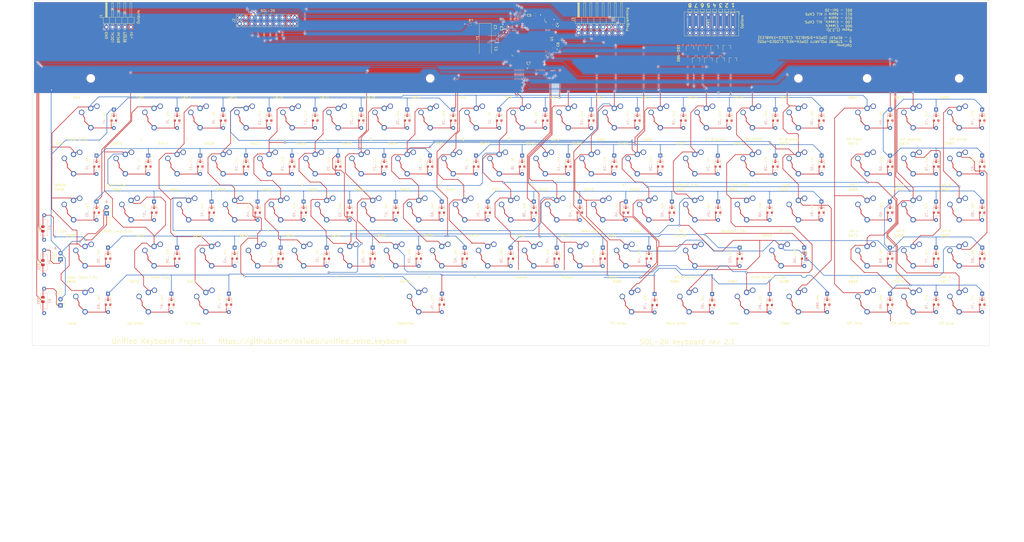
<source format=kicad_pcb>
(kicad_pcb (version 20171130) (host pcbnew "(5.1.10-1-10_14)")
  (title_block (title "Unified Retro Keyboard") (date 2021-02-02) (rev 2.1) (company OSIWeb.org) (comment 1 "SOL keyboard matrix"))
  (layers (0 F.Cu signal) (31 B.Cu signal) (34 B.Paste user) (35 F.Paste user) (36 B.SilkS user) (37 F.SilkS user) (38 B.Mask user) (39 F.Mask user) (44 Edge.Cuts user))
  (net 0 "")
  (net 1 /Row3)
  (net 2 /Row0)
  (net 3 /Row1)
  (net 4 "Net-(D5-Pad2)")
  (net 5 "Net-(D7-Pad2)")
  (net 6 "Net-(D8-Pad2)")
  (net 7 "Net-(D9-Pad2)")
  (net 8 "Net-(D10-Pad2)")
  (net 9 "Net-(D11-Pad2)")
  (net 10 "Net-(D12-Pad2)")
  (net 11 "Net-(D13-Pad2)")
  (net 12 "Net-(D14-Pad2)")
  (net 13 "Net-(D15-Pad2)")
  (net 14 "Net-(D16-Pad2)")
  (net 15 "Net-(D18-Pad2)")
  (net 16 "Net-(D19-Pad2)")
  (net 17 "Net-(D20-Pad2)")
  (net 18 "Net-(D22-Pad2)")
  (net 19 "Net-(D23-Pad2)")
  (net 20 "Net-(D24-Pad2)")
  (net 21 "Net-(D25-Pad2)")
  (net 22 "Net-(D26-Pad2)")
  (net 23 "Net-(D27-Pad2)")
  (net 24 "Net-(D28-Pad2)")
  (net 25 "Net-(D29-Pad2)")
  (net 26 "Net-(D30-Pad2)")
  (net 27 "Net-(D31-Pad2)")
  (net 28 "Net-(D32-Pad2)")
  (net 29 "Net-(D34-Pad2)")
  (net 30 "Net-(D36-Pad2)")
  (net 31 /Row4)
  (net 32 /Row5)
  (net 33 /Row7)
  (net 34 "Net-(D41-Pad2)")
  (net 35 "Net-(D42-Pad2)")
  (net 36 "Net-(D43-Pad2)")
  (net 37 "Net-(D45-Pad2)")
  (net 38 "Net-(D46-Pad2)")
  (net 39 "Net-(D47-Pad2)")
  (net 40 "Net-(D48-Pad2)")
  (net 41 "Net-(D49-Pad2)")
  (net 42 "Net-(D50-Pad2)")
  (net 43 "Net-(D51-Pad2)")
  (net 44 "Net-(D52-Pad2)")
  (net 45 "Net-(D53-Pad2)")
  (net 46 "Net-(D54-Pad2)")
  (net 47 "Net-(D55-Pad2)")
  (net 48 "Net-(D56-Pad2)")
  (net 49 "Net-(D57-Pad2)")
  (net 50 "Net-(D58-Pad2)")
  (net 51 "Net-(D59-Pad2)")
  (net 52 "Net-(D60-Pad2)")
  (net 53 "Net-(D61-Pad2)")
  (net 54 /Col0)
  (net 55 /Col1)
  (net 56 /Col2)
  (net 57 /Col3)
  (net 58 /Col4)
  (net 59 /Col5)
  (net 60 /Col6)
  (net 61 /Col7)
  (net 62 /Row6)
  (net 63 /Row2)
  (net 64 "Net-(D2-Pad2)")
  (net 65 "Net-(D3-Pad2)")
  (net 66 "Net-(D4-Pad2)")
  (net 67 "Net-(D6-Pad2)")
  (net 68 "Net-(D17-Pad2)")
  (net 69 "Net-(D21-Pad2)")
  (net 70 "Net-(D37-Pad2)")
  (net 71 "Net-(D38-Pad2)")
  (net 72 "Net-(D39-Pad2)")
  (net 73 "Net-(D40-Pad2)")
  (net 74 "Net-(D44-Pad2)")
  (net 75 "Net-(D1-Pad2)")
  (net 76 "Net-(D33-Pad2)")
  (net 77 "Net-(D35-Pad2)")
  (net 78 "Net-(D62-Pad2)")
  (net 79 "Net-(D63-Pad2)")
  (net 80 "Net-(D64-Pad2)")
  (net 81 "Net-(D65-Pad2)")
  (net 82 "Net-(D66-Pad2)")
  (net 83 "Net-(D67-Pad2)")
  (net 84 "Net-(D68-Pad2)")
  (net 85 "Net-(D69-Pad2)")
  (net 86 "Net-(D70-Pad2)")
  (net 87 "Net-(D71-Pad2)")
  (net 88 "Net-(D72-Pad2)")
  (net 89 "Net-(D73-Pad2)")
  (net 90 "Net-(D74-Pad2)")
  (net 91 "Net-(D75-Pad2)")
  (net 92 "Net-(D76-Pad2)")
  (net 93 "Net-(D77-Pad2)")
  (net 94 "Net-(D78-Pad2)")
  (net 95 "Net-(D79-Pad2)")
  (net 96 "Net-(D80-Pad2)")
  (net 97 "Net-(D81-Pad2)")
  (net 98 "Net-(D82-Pad2)")
  (net 99 "Net-(D83-Pad2)")
  (net 100 "Net-(D84-Pad2)")
  (net 101 "Net-(D85-Pad2)")
  (net 102 /Row11)
  (net 103 /Row12)
  (net 104 /Row10)
  (net 105 /Row9)
  (net 106 "Net-(LED1-Pad1)")
  (net 107 "Net-(LED2-Pad1)")
  (net 108 "Net-(LED3-Pad1)")
  (net 109 GND)
  (net 110 "Net-(C1-Pad1)")
  (net 111 "Net-(C2-Pad1)")
  (net 112 VCC)
  (net 113 "Net-(D86-Pad1)")
  (net 114 "Net-(D87-Pad1)")
  (net 115 "Net-(D88-Pad1)")
  (net 116 "Net-(D89-Pad1)")
  (net 117 "Net-(D90-Pad1)")
  (net 118 "Net-(D91-Pad1)")
  (net 119 "Net-(D92-Pad1)")
  (net 120 "Net-(D93-Pad1)")
  (net 121 "Net-(J3-Pad8)")
  (net 122 "Net-(J3-Pad7)")
  (net 123 "Net-(U1-Pad98)")
  (net 124 "Net-(U1-Pad97)")
  (net 125 "Net-(U1-Pad96)")
  (net 126 "Net-(U1-Pad95)")
  (net 127 "Net-(U1-Pad94)")
  (net 128 "Net-(U1-Pad89)")
  (net 129 "Net-(U1-Pad88)")
  (net 130 "Net-(U1-Pad87)")
  (net 131 "Net-(U1-Pad86)")
  (net 132 "Net-(U1-Pad85)")
  (net 133 "Net-(U1-Pad84)")
  (net 134 "Net-(U1-Pad83)")
  (net 135 "Net-(U1-Pad82)")
  (net 136 "Net-(U1-Pad70)")
  (net 137 "Net-(U1-Pad52)")
  (net 138 "Net-(U1-Pad51)")
  (net 139 "Net-(U1-Pad47)")
  (net 140 "Net-(U1-Pad46)")
  (net 141 "Net-(U1-Pad45)")
  (net 142 "Net-(U1-Pad44)")
  (net 143 "Net-(U1-Pad43)")
  (net 144 "Net-(U1-Pad42)")
  (net 145 "Net-(U1-Pad41)")
  (net 146 "Net-(U1-Pad40)")
  (net 147 "Net-(U1-Pad39)")
  (net 148 "Net-(U1-Pad38)")
  (net 149 "Net-(U1-Pad37)")
  (net 150 "Net-(U1-Pad36)")
  (net 151 "Net-(U1-Pad35)")
  (net 152 "Net-(U1-Pad29)")
  (net 153 "Net-(U1-Pad28)")
  (net 154 "Net-(U1-Pad19)")
  (net 155 "Net-(U1-Pad9)")
  (net 156 "Net-(U1-Pad8)")
  (net 157 "Net-(U1-Pad7)")
  (net 158 "Net-(U1-Pad6)")
  (net 159 "Net-(U1-Pad5)")
  (net 160 "Net-(U1-Pad4)")
  (net 161 "Net-(U1-Pad3)")
  (net 162 "Net-(U1-Pad2)")
  (net 163 "Net-(U1-Pad1)")
  (net 164 /encoder/OUT1)
  (net 165 /encoder/OUT2)
  (net 166 /encoder/OUT3)
  (net 167 /encoder/D7)
  (net 168 /encoder/D3)
  (net 169 /encoder/D6)
  (net 170 /encoder/D2)
  (net 171 /encoder/D5)
  (net 172 /encoder/D1)
  (net 173 /encoder/D4)
  (net 174 /encoder/D0)
  (net 175 /encoder/~STROBE)
  (net 176 /encoder/~RESET)
  (net 177 /encoder/MOSI)
  (net 178 /encoder/SCK)
  (net 179 /encoder/MISO)
  (net 180 /encoder/TDI)
  (net 181 /encoder/TMS)
  (net 182 /encoder/TDO)
  (net 183 /encoder/TCK)
  (net 184 /encoder/LED1)
  (net 185 /encoder/LED2)
  (net 186 /encoder/LED3)
  (net 187 /encoder/Row8)
  (net 188 /encoder/Row13)
  (net 189 /encoder/Row14)
  (net 190 /encoder/Row15)
  (module unikbd:SW_DIP_SPSTx08_oriented_backward (layer F.Cu) (at 381.508 87.757 270)
    (fp_text reference SW1 (at 3.175 10.287 90) (layer F.SilkS))
    (fp_text value Options (at 2.921 -3.81 90) (layer F.SilkS))
    (pad 1 thru_hole rect (at 0 0 270) (size 1.6 1.6) (drill 0.8) (layers *.Cu *.Mask) (net 187 /encoder/Row8))
    (pad 9 thru_hole oval (at 7.62 17.78 270) (size 1.6 1.6) (drill 0.8) (layers *.Cu *.Mask) (net 115 "Net-(D88-Pad1)"))
    (pad 2 thru_hole oval (at 0 2.54 270) (size 1.6 1.6) (drill 0.8) (layers *.Cu *.Mask) (net 187 /encoder/Row8))
    (pad 10 thru_hole oval (at 7.62 15.24 270) (size 1.6 1.6) (drill 0.8) (layers *.Cu *.Mask) (net 120 "Net-(D93-Pad1)"))
    (pad 3 thru_hole oval (at 0 5.08 270) (size 1.6 1.6) (drill 0.8) (layers *.Cu *.Mask) (net 187 /encoder/Row8))
    (pad 11 thru_hole oval (at 7.62 12.7 270) (size 1.6 1.6) (drill 0.8) (layers *.Cu *.Mask) (net 114 "Net-(D87-Pad1)"))
    (pad 4 thru_hole oval (at 0 7.62 270) (size 1.6 1.6) (drill 0.8) (layers *.Cu *.Mask) (net 187 /encoder/Row8))
    (pad 12 thru_hole oval (at 7.62 10.16 270) (size 1.6 1.6) (drill 0.8) (layers *.Cu *.Mask) (net 119 "Net-(D92-Pad1)"))
    (pad 5 thru_hole oval (at 0 10.16 270) (size 1.6 1.6) (drill 0.8) (layers *.Cu *.Mask) (net 187 /encoder/Row8))
    (pad 13 thru_hole oval (at 7.62 7.62 270) (size 1.6 1.6) (drill 0.8) (layers *.Cu *.Mask) (net 113 "Net-(D86-Pad1)"))
    (pad 6 thru_hole oval (at 0 12.7 270) (size 1.6 1.6) (drill 0.8) (layers *.Cu *.Mask) (net 187 /encoder/Row8))
    (pad 14 thru_hole oval (at 7.62 5.08 270) (size 1.6 1.6) (drill 0.8) (layers *.Cu *.Mask) (net 118 "Net-(D91-Pad1)"))
    (pad 7 thru_hole oval (at 0 15.24 270) (size 1.6 1.6) (drill 0.8) (layers *.Cu *.Mask) (net 187 /encoder/Row8))
    (pad 15 thru_hole oval (at 7.62 2.54 270) (size 1.6 1.6) (drill 0.8) (layers *.Cu *.Mask) (net 116 "Net-(D89-Pad1)"))
    (pad 8 thru_hole oval (at 0 17.78 270) (size 1.6 1.6) (drill 0.8) (layers *.Cu *.Mask) (net 187 /encoder/Row8))
    (pad 16 thru_hole oval (at 7.62 0 270) (size 1.6 1.6) (drill 0.8) (layers *.Cu *.Mask) (net 117 "Net-(D90-Pad1)"))
    (pad 1 thru_hole oval (at 5.08 0 90) (size 6.679999 1.6) (drill 0.8 (offset 2.54 0)) (layers *.Cu *.Mask) (net 187 /encoder/Row8))
    (pad 3 thru_hole oval (at 5.08 2.54 90) (size 6.679999 1.6) (drill 0.8 (offset 2.54 0)) (layers *.Cu *.Mask) (net 187 /encoder/Row8))
    (pad 3 thru_hole oval (at 5.08 5.08 90) (size 6.679999 1.6) (drill 0.8 (offset 2.54 0)) (layers *.Cu *.Mask) (net 187 /encoder/Row8))
    (pad 6 thru_hole oval (at 5.08 12.7 90) (size 6.679999 1.6) (drill 0.8 (offset 2.54 0)) (layers *.Cu *.Mask) (net 187 /encoder/Row8))
    (pad 8 thru_hole oval (at 5.08 17.78 90) (size 6.679999 1.6) (drill 0.8 (offset 2.54 0)) (layers *.Cu *.Mask) (net 187 /encoder/Row8))
    (pad 4 thru_hole oval (at 5.08 7.62 90) (size 6.679999 1.6) (drill 0.8 (offset 2.54 0)) (layers *.Cu *.Mask) (net 187 /encoder/Row8))
    (pad 7 thru_hole oval (at 5.08 15.24 90) (size 6.679999 1.6) (drill 0.8 (offset 2.54 0)) (layers *.Cu *.Mask) (net 187 /encoder/Row8))
    (pad 5 thru_hole oval (at 5.08 10.16 90) (size 6.679999 1.6) (drill 0.8 (offset 2.54 0)) (layers *.Cu *.Mask) (net 187 /encoder/Row8))
  )
  (module unikbd:Key_MX_Spacebar_5.25 (layer F.Cu) (at 251.45238 206.79156)
    (fp_text reference SW78 (at -5.7912 -8.6106) (layer F.SilkS))
    (fp_text value Spacebar (at -5.334 8.6614) (layer F.SilkS))
    (fp_line (start -3.81 -2.5146) (end -2.54 0.0254) (layer F.Cu) (width 0.3048))
    (fp_line (start -2.54 0.0254) (end -2.54 1.2954) (layer F.Cu) (width 0.3048))
    (fp_line (start -2.54 1.2954) (end 0 3.8354) (layer F.Cu) (width 0.3048))
    (fp_line (start 1.651 -5.0546) (end 1.27 -5.0546) (layer F.Cu) (width 0.3048))
    (fp_line (start 1.27 -5.0546) (end 0.7366 -4.6482) (layer F.Cu) (width 0.3048))
    (pad "" np_thru_hole oval (at 66.675 -0.1016) (size 5 2) (drill oval 5 2) (layers *.Cu *.Mask))
    (pad "" np_thru_hole oval (at -66.675 -0.1016) (size 5 2) (drill oval 5 2) (layers *.Cu *.Mask))
    (pad "" np_thru_hole circle (at -66.675 8.3566) (size 3.9878 3.9878) (drill 3.9878) (layers *.Cu *.Mask))
    (pad "" np_thru_hole circle (at 66.675 -6.8834) (size 3.048 3.048) (drill 3.048) (layers *.Cu *.Mask))
    (pad "" np_thru_hole circle (at 66.675 8.3566) (size 3.9878 3.9878) (drill 3.9878) (layers *.Cu *.Mask))
    (pad "" np_thru_hole circle (at -66.675 -6.8834) (size 3.048 3.048) (drill 3.048) (layers *.Cu *.Mask))
    (pad 2 thru_hole circle (at 0 3.8989) (size 2.2352 2.2352) (drill 1.397) (layers *.Cu *.Mask) (net 91 "Net-(D75-Pad2)"))
    (pad 1 thru_hole circle (at 0 -4.1021) (size 2.2352 2.2352) (drill 1.397) (layers *.Cu *.Mask) (net 57 /Col3))
    (pad 3 thru_hole circle (at 2.54 -4.9784) (size 2.2352 2.2352) (drill 1.5748) (layers *.Cu *.Mask))
    (pad "" np_thru_hole circle (at -5.08 0.1016) (size 1.7018 1.7018) (drill 1.7018) (layers *.Cu *.Mask))
    (pad "" np_thru_hole circle (at 5.08 0.1016) (size 1.7018 1.7018) (drill 1.7018) (layers *.Cu *.Mask))
    (pad "" np_thru_hole circle (at 0 0.1016) (size 3.9878 3.9878) (drill 3.9878) (layers *.Cu *.Mask))
    (pad 4 thru_hole circle (at -3.81 -2.4384) (size 2.2352 2.2352) (drill 1.5748) (layers *.Cu *.Mask))
  )
  (module MountingHole:MountingHole_3.2mm_M3 (layer F.Cu) (at 256.51488 219.49156)
    (fp_text reference REF** hide)
    (fp_text value MountingHole_3.2mm_M3)
    (pad 1 np_thru_hole circle (at 0 0) (size 3.2 3.2) (drill 3.2) (layers *.Cu *.Mask))
  )
  (module unikbd:Key_MX (layer F.Cu) (at 437.06288 187.74156)
    (fp_text reference SW72 (at -5.7912 -8.6106) (layer F.SilkS))
    (fp_text value "NP 1" (at -5.334 8.6614) (layer F.SilkS))
    (fp_line (start 1.27 -5.08) (end 0.7366 -4.6736) (layer F.Cu) (width 0.3048))
    (fp_line (start 1.651 -5.08) (end 1.27 -5.08) (layer F.Cu) (width 0.3048))
    (fp_line (start -2.54 1.27) (end 0 3.81) (layer F.Cu) (width 0.3048))
    (fp_line (start -2.54 0) (end -2.54 1.27) (layer F.Cu) (width 0.3048))
    (fp_line (start -3.81 -2.54) (end -2.54 0) (layer F.Cu) (width 0.3048))
    (pad 2 thru_hole circle (at 0 3.8989) (size 2.2352 2.2352) (drill 1.397) (layers *.Cu *.Mask) (net 85 "Net-(D69-Pad2)"))
    (pad 1 thru_hole circle (at 0 -4.1021) (size 2.2352 2.2352) (drill 1.397) (layers *.Cu *.Mask) (net 55 /Col1))
    (pad 3 thru_hole circle (at 2.54 -4.9784) (size 2.2352 2.2352) (drill 1.5748) (layers *.Cu *.Mask))
    (pad "" np_thru_hole circle (at -5.08 0.1016) (size 1.7018 1.7018) (drill 1.7018) (layers *.Cu *.Mask))
    (pad "" np_thru_hole circle (at 5.08 0.1016) (size 1.7018 1.7018) (drill 1.7018) (layers *.Cu *.Mask))
    (pad "" np_thru_hole circle (at 0 0.1016) (size 3.9878 3.9878) (drill 3.9878) (layers *.Cu *.Mask))
    (pad 4 thru_hole circle (at -3.81 -2.4384) (size 2.2352 2.2352) (drill 1.5748) (layers *.Cu *.Mask))
  )
  (module unikbd:Key_MX (layer F.Cu) (at 365.75238 168.69156)
    (fp_text reference SW57 (at -5.7912 -8.6106) (layer F.SilkS))
    (fp_text value DEL (at -5.334 8.6614) (layer F.SilkS))
    (fp_line (start 1.27 -5.08) (end 0.7366 -4.6736) (layer F.Cu) (width 0.3048))
    (fp_line (start 1.651 -5.08) (end 1.27 -5.08) (layer F.Cu) (width 0.3048))
    (fp_line (start -2.54 1.27) (end 0 3.81) (layer F.Cu) (width 0.3048))
    (fp_line (start -2.54 0) (end -2.54 1.27) (layer F.Cu) (width 0.3048))
    (fp_line (start -3.81 -2.54) (end -2.54 0) (layer F.Cu) (width 0.3048))
    (pad 2 thru_hole circle (at 0 3.8989) (size 2.2352 2.2352) (drill 1.397) (layers *.Cu *.Mask) (net 46 "Net-(D54-Pad2)"))
    (pad 1 thru_hole circle (at 0 -4.1021) (size 2.2352 2.2352) (drill 1.397) (layers *.Cu *.Mask) (net 59 /Col5))
    (pad 3 thru_hole circle (at 2.54 -4.9784) (size 2.2352 2.2352) (drill 1.5748) (layers *.Cu *.Mask))
    (pad "" np_thru_hole circle (at -5.08 0.1016) (size 1.7018 1.7018) (drill 1.7018) (layers *.Cu *.Mask))
    (pad "" np_thru_hole circle (at 5.08 0.1016) (size 1.7018 1.7018) (drill 1.7018) (layers *.Cu *.Mask))
    (pad "" np_thru_hole circle (at 0 0.1016) (size 3.9878 3.9878) (drill 3.9878) (layers *.Cu *.Mask))
    (pad 4 thru_hole circle (at -3.81 -2.4384) (size 2.2352 2.2352) (drill 1.5748) (layers *.Cu *.Mask))
  )
  (module unikbd:Key_MX (layer F.Cu) (at 203.82738 187.74156)
    (fp_text reference SW54 (at -5.7912 -8.6106) (layer F.SilkS))
    (fp_text value C (at -5.334 8.6614) (layer F.SilkS))
    (fp_line (start 1.27 -5.08) (end 0.7366 -4.6736) (layer F.Cu) (width 0.3048))
    (fp_line (start 1.651 -5.08) (end 1.27 -5.08) (layer F.Cu) (width 0.3048))
    (fp_line (start -2.54 1.27) (end 0 3.81) (layer F.Cu) (width 0.3048))
    (fp_line (start -2.54 0) (end -2.54 1.27) (layer F.Cu) (width 0.3048))
    (fp_line (start -3.81 -2.54) (end -2.54 0) (layer F.Cu) (width 0.3048))
    (pad 2 thru_hole circle (at 0 3.8989) (size 2.2352 2.2352) (drill 1.397) (layers *.Cu *.Mask) (net 43 "Net-(D51-Pad2)"))
    (pad 1 thru_hole circle (at 0 -4.1021) (size 2.2352 2.2352) (drill 1.397) (layers *.Cu *.Mask) (net 58 /Col4))
    (pad 3 thru_hole circle (at 2.54 -4.9784) (size 2.2352 2.2352) (drill 1.5748) (layers *.Cu *.Mask))
    (pad "" np_thru_hole circle (at -5.08 0.1016) (size 1.7018 1.7018) (drill 1.7018) (layers *.Cu *.Mask))
    (pad "" np_thru_hole circle (at 5.08 0.1016) (size 1.7018 1.7018) (drill 1.7018) (layers *.Cu *.Mask))
    (pad "" np_thru_hole circle (at 0 0.1016) (size 3.9878 3.9878) (drill 3.9878) (layers *.Cu *.Mask))
    (pad 4 thru_hole circle (at -3.81 -2.4384) (size 2.2352 2.2352) (drill 1.5748) (layers *.Cu *.Mask))
  )
  (module unikbd:Key_MX (layer F.Cu) (at 163.34613 206.79156)
    (fp_text reference SW74 (at -5.7912 -8.6106) (layer F.SilkS))
    (fp_text value "LT Arrow" (at -5.334 8.6614) (layer F.SilkS))
    (fp_line (start 1.27 -5.08) (end 0.7366 -4.6736) (layer F.Cu) (width 0.3048))
    (fp_line (start 1.651 -5.08) (end 1.27 -5.08) (layer F.Cu) (width 0.3048))
    (fp_line (start -2.54 1.27) (end 0 3.81) (layer F.Cu) (width 0.3048))
    (fp_line (start -2.54 0) (end -2.54 1.27) (layer F.Cu) (width 0.3048))
    (fp_line (start -3.81 -2.54) (end -2.54 0) (layer F.Cu) (width 0.3048))
    (pad 2 thru_hole circle (at 0 3.8989) (size 2.2352 2.2352) (drill 1.397) (layers *.Cu *.Mask) (net 87 "Net-(D71-Pad2)"))
    (pad 1 thru_hole circle (at 0 -4.1021) (size 2.2352 2.2352) (drill 1.397) (layers *.Cu *.Mask) (net 56 /Col2))
    (pad 3 thru_hole circle (at 2.54 -4.9784) (size 2.2352 2.2352) (drill 1.5748) (layers *.Cu *.Mask))
    (pad "" np_thru_hole circle (at -5.08 0.1016) (size 1.7018 1.7018) (drill 1.7018) (layers *.Cu *.Mask))
    (pad "" np_thru_hole circle (at 5.08 0.1016) (size 1.7018 1.7018) (drill 1.7018) (layers *.Cu *.Mask))
    (pad "" np_thru_hole circle (at 0 0.1016) (size 3.9878 3.9878) (drill 3.9878) (layers *.Cu *.Mask))
    (pad 4 thru_hole circle (at -3.81 -2.4384) (size 2.2352 2.2352) (drill 1.5748) (layers *.Cu *.Mask))
  )
  (module unikbd:Key_MX (layer F.Cu) (at 475.16288 149.64156)
    (fp_text reference SW85 (at -4.03098 -8.56996) (layer F.SilkS))
    (fp_text value "NP 9" (at -5.334 8.6614) (layer F.SilkS))
    (fp_line (start 1.27 -5.08) (end 0.7366 -4.6736) (layer F.Cu) (width 0.3048))
    (fp_line (start 1.651 -5.08) (end 1.27 -5.08) (layer F.Cu) (width 0.3048))
    (fp_line (start -2.54 1.27) (end 0 3.81) (layer F.Cu) (width 0.3048))
    (fp_line (start -2.54 0) (end -2.54 1.27) (layer F.Cu) (width 0.3048))
    (fp_line (start -3.81 -2.54) (end -2.54 0) (layer F.Cu) (width 0.3048))
    (pad 2 thru_hole circle (at 0 3.8989) (size 2.2352 2.2352) (drill 1.397) (layers *.Cu *.Mask) (net 98 "Net-(D82-Pad2)"))
    (pad 1 thru_hole circle (at 0 -4.1021) (size 2.2352 2.2352) (drill 1.397) (layers *.Cu *.Mask) (net 59 /Col5))
    (pad 3 thru_hole circle (at 2.54 -4.9784) (size 2.2352 2.2352) (drill 1.5748) (layers *.Cu *.Mask))
    (pad "" np_thru_hole circle (at -5.08 0.1016) (size 1.7018 1.7018) (drill 1.7018) (layers *.Cu *.Mask))
    (pad "" np_thru_hole circle (at 5.08 0.1016) (size 1.7018 1.7018) (drill 1.7018) (layers *.Cu *.Mask))
    (pad "" np_thru_hole circle (at 0 0.1016) (size 3.9878 3.9878) (drill 3.9878) (layers *.Cu *.Mask))
    (pad 4 thru_hole circle (at -3.81 -2.4384) (size 2.2352 2.2352) (drill 1.5748) (layers *.Cu *.Mask))
  )
  (module unikbd:Key_MX (layer F.Cu) (at 227.63988 149.64156)
    (fp_text reference SW30 (at -5.7912 -8.6106) (layer F.SilkS))
    (fp_text value T (at -5.334 8.6614) (layer F.SilkS))
    (fp_line (start 1.27 -5.08) (end 0.7366 -4.6736) (layer F.Cu) (width 0.3048))
    (fp_line (start 1.651 -5.08) (end 1.27 -5.08) (layer F.Cu) (width 0.3048))
    (fp_line (start -2.54 1.27) (end 0 3.81) (layer F.Cu) (width 0.3048))
    (fp_line (start -2.54 0) (end -2.54 1.27) (layer F.Cu) (width 0.3048))
    (fp_line (start -3.81 -2.54) (end -2.54 0) (layer F.Cu) (width 0.3048))
    (pad 2 thru_hole circle (at 0 3.8989) (size 2.2352 2.2352) (drill 1.397) (layers *.Cu *.Mask) (net 23 "Net-(D27-Pad2)"))
    (pad 1 thru_hole circle (at 0 -4.1021) (size 2.2352 2.2352) (drill 1.397) (layers *.Cu *.Mask) (net 60 /Col6))
    (pad 3 thru_hole circle (at 2.54 -4.9784) (size 2.2352 2.2352) (drill 1.5748) (layers *.Cu *.Mask))
    (pad "" np_thru_hole circle (at -5.08 0.1016) (size 1.7018 1.7018) (drill 1.7018) (layers *.Cu *.Mask))
    (pad "" np_thru_hole circle (at 5.08 0.1016) (size 1.7018 1.7018) (drill 1.7018) (layers *.Cu *.Mask))
    (pad "" np_thru_hole circle (at 0 0.1016) (size 3.9878 3.9878) (drill 3.9878) (layers *.Cu *.Mask))
    (pad 4 thru_hole circle (at -3.81 -2.4384) (size 2.2352 2.2352) (drill 1.5748) (layers *.Cu *.Mask))
  )
  (module unikbd:Key_MX (layer F.Cu) (at 408.61488 206.79156)
    (fp_text reference SW88 (at -5.7912 -8.6106) (layer F.SilkS))
    (fp_text value Clear (at -5.334 8.6614) (layer F.SilkS))
    (fp_line (start 1.27 -5.08) (end 0.7366 -4.6736) (layer F.Cu) (width 0.3048))
    (fp_line (start 1.651 -5.08) (end 1.27 -5.08) (layer F.Cu) (width 0.3048))
    (fp_line (start -2.54 1.27) (end 0 3.81) (layer F.Cu) (width 0.3048))
    (fp_line (start -2.54 0) (end -2.54 1.27) (layer F.Cu) (width 0.3048))
    (fp_line (start -3.81 -2.54) (end -2.54 0) (layer F.Cu) (width 0.3048))
    (pad 2 thru_hole circle (at 0 3.8989) (size 2.2352 2.2352) (drill 1.397) (layers *.Cu *.Mask) (net 101 "Net-(D85-Pad2)"))
    (pad 1 thru_hole circle (at 0 -4.1021) (size 2.2352 2.2352) (drill 1.397) (layers *.Cu *.Mask) (net 61 /Col7))
    (pad 3 thru_hole circle (at 2.54 -4.9784) (size 2.2352 2.2352) (drill 1.5748) (layers *.Cu *.Mask))
    (pad "" np_thru_hole circle (at -5.08 0.1016) (size 1.7018 1.7018) (drill 1.7018) (layers *.Cu *.Mask))
    (pad "" np_thru_hole circle (at 5.08 0.1016) (size 1.7018 1.7018) (drill 1.7018) (layers *.Cu *.Mask))
    (pad "" np_thru_hole circle (at 0 0.1016) (size 3.9878 3.9878) (drill 3.9878) (layers *.Cu *.Mask))
    (pad 4 thru_hole circle (at -3.81 -2.4384) (size 2.2352 2.2352) (drill 1.5748) (layers *.Cu *.Mask))
  )
  (module unikbd:Key_MX (layer F.Cu) (at 387.18363 206.79156)
    (fp_text reference SW87 (at -5.7912 -8.6106) (layer F.SilkS))
    (fp_text value Home (at -5.334 8.6614) (layer F.SilkS))
    (fp_line (start 1.27 -5.08) (end 0.7366 -4.6736) (layer F.Cu) (width 0.3048))
    (fp_line (start 1.651 -5.08) (end 1.27 -5.08) (layer F.Cu) (width 0.3048))
    (fp_line (start -2.54 1.27) (end 0 3.81) (layer F.Cu) (width 0.3048))
    (fp_line (start -2.54 0) (end -2.54 1.27) (layer F.Cu) (width 0.3048))
    (fp_line (start -3.81 -2.54) (end -2.54 0) (layer F.Cu) (width 0.3048))
    (pad 2 thru_hole circle (at 0 3.8989) (size 2.2352 2.2352) (drill 1.397) (layers *.Cu *.Mask) (net 100 "Net-(D84-Pad2)"))
    (pad 1 thru_hole circle (at 0 -4.1021) (size 2.2352 2.2352) (drill 1.397) (layers *.Cu *.Mask) (net 60 /Col6))
    (pad 3 thru_hole circle (at 2.54 -4.9784) (size 2.2352 2.2352) (drill 1.5748) (layers *.Cu *.Mask))
    (pad "" np_thru_hole circle (at -5.08 0.1016) (size 1.7018 1.7018) (drill 1.7018) (layers *.Cu *.Mask))
    (pad "" np_thru_hole circle (at 5.08 0.1016) (size 1.7018 1.7018) (drill 1.7018) (layers *.Cu *.Mask))
    (pad "" np_thru_hole circle (at 0 0.1016) (size 3.9878 3.9878) (drill 3.9878) (layers *.Cu *.Mask))
    (pad 4 thru_hole circle (at -3.81 -2.4384) (size 2.2352 2.2352) (drill 1.5748) (layers *.Cu *.Mask))
  )
  (module unikbd:Key_MX (layer F.Cu) (at 475.16288 187.74156)
    (fp_text reference SW86 (at -5.7912 -8.6106) (layer F.SilkS))
    (fp_text value "NP 3" (at -5.334 8.6614) (layer F.SilkS))
    (fp_line (start 1.27 -5.08) (end 0.7366 -4.6736) (layer F.Cu) (width 0.3048))
    (fp_line (start 1.651 -5.08) (end 1.27 -5.08) (layer F.Cu) (width 0.3048))
    (fp_line (start -2.54 1.27) (end 0 3.81) (layer F.Cu) (width 0.3048))
    (fp_line (start -2.54 0) (end -2.54 1.27) (layer F.Cu) (width 0.3048))
    (fp_line (start -3.81 -2.54) (end -2.54 0) (layer F.Cu) (width 0.3048))
    (pad 2 thru_hole circle (at 0 3.8989) (size 2.2352 2.2352) (drill 1.397) (layers *.Cu *.Mask) (net 99 "Net-(D83-Pad2)"))
    (pad 1 thru_hole circle (at 0 -4.1021) (size 2.2352 2.2352) (drill 1.397) (layers *.Cu *.Mask) (net 59 /Col5))
    (pad 3 thru_hole circle (at 2.54 -4.9784) (size 2.2352 2.2352) (drill 1.5748) (layers *.Cu *.Mask))
    (pad "" np_thru_hole circle (at -5.08 0.1016) (size 1.7018 1.7018) (drill 1.7018) (layers *.Cu *.Mask))
    (pad "" np_thru_hole circle (at 5.08 0.1016) (size 1.7018 1.7018) (drill 1.7018) (layers *.Cu *.Mask))
    (pad "" np_thru_hole circle (at 0 0.1016) (size 3.9878 3.9878) (drill 3.9878) (layers *.Cu *.Mask))
    (pad 4 thru_hole circle (at -3.81 -2.4384) (size 2.2352 2.2352) (drill 1.5748) (layers *.Cu *.Mask))
  )
  (module unikbd:Key_MX (layer F.Cu) (at 363.37113 206.79156)
    (fp_text reference SW84 (at -5.7912 -8.6106) (layer F.SilkS))
    (fp_text value "Down Arrow" (at -5.334 8.6614) (layer F.SilkS))
    (fp_line (start 1.27 -5.08) (end 0.7366 -4.6736) (layer F.Cu) (width 0.3048))
    (fp_line (start 1.651 -5.08) (end 1.27 -5.08) (layer F.Cu) (width 0.3048))
    (fp_line (start -2.54 1.27) (end 0 3.81) (layer F.Cu) (width 0.3048))
    (fp_line (start -2.54 0) (end -2.54 1.27) (layer F.Cu) (width 0.3048))
    (fp_line (start -3.81 -2.54) (end -2.54 0) (layer F.Cu) (width 0.3048))
    (pad 2 thru_hole circle (at 0 3.8989) (size 2.2352 2.2352) (drill 1.397) (layers *.Cu *.Mask) (net 97 "Net-(D81-Pad2)"))
    (pad 1 thru_hole circle (at 0 -4.1021) (size 2.2352 2.2352) (drill 1.397) (layers *.Cu *.Mask) (net 59 /Col5))
    (pad 3 thru_hole circle (at 2.54 -4.9784) (size 2.2352 2.2352) (drill 1.5748) (layers *.Cu *.Mask))
    (pad "" np_thru_hole circle (at -5.08 0.1016) (size 1.7018 1.7018) (drill 1.7018) (layers *.Cu *.Mask))
    (pad "" np_thru_hole circle (at 5.08 0.1016) (size 1.7018 1.7018) (drill 1.7018) (layers *.Cu *.Mask))
    (pad "" np_thru_hole circle (at 0 0.1016) (size 3.9878 3.9878) (drill 3.9878) (layers *.Cu *.Mask))
    (pad 4 thru_hole circle (at -3.81 -2.4384) (size 2.2352 2.2352) (drill 1.5748) (layers *.Cu *.Mask))
  )
  (module unikbd:Key_MX (layer F.Cu) (at 475.16288 168.69156)
    (fp_text reference SW83 (at -5.7912 -8.6106) (layer F.SilkS))
    (fp_text value "NP 6" (at -5.334 8.6614) (layer F.SilkS))
    (fp_line (start 1.27 -5.08) (end 0.7366 -4.6736) (layer F.Cu) (width 0.3048))
    (fp_line (start 1.651 -5.08) (end 1.27 -5.08) (layer F.Cu) (width 0.3048))
    (fp_line (start -2.54 1.27) (end 0 3.81) (layer F.Cu) (width 0.3048))
    (fp_line (start -2.54 0) (end -2.54 1.27) (layer F.Cu) (width 0.3048))
    (fp_line (start -3.81 -2.54) (end -2.54 0) (layer F.Cu) (width 0.3048))
    (pad 2 thru_hole circle (at 0 3.8989) (size 2.2352 2.2352) (drill 1.397) (layers *.Cu *.Mask) (net 96 "Net-(D80-Pad2)"))
    (pad 1 thru_hole circle (at 0 -4.1021) (size 2.2352 2.2352) (drill 1.397) (layers *.Cu *.Mask) (net 58 /Col4))
    (pad 3 thru_hole circle (at 2.54 -4.9784) (size 2.2352 2.2352) (drill 1.5748) (layers *.Cu *.Mask))
    (pad "" np_thru_hole circle (at -5.08 0.1016) (size 1.7018 1.7018) (drill 1.7018) (layers *.Cu *.Mask))
    (pad "" np_thru_hole circle (at 5.08 0.1016) (size 1.7018 1.7018) (drill 1.7018) (layers *.Cu *.Mask))
    (pad "" np_thru_hole circle (at 0 0.1016) (size 3.9878 3.9878) (drill 3.9878) (layers *.Cu *.Mask))
    (pad 4 thru_hole circle (at -3.81 -2.4384) (size 2.2352 2.2352) (drill 1.5748) (layers *.Cu *.Mask))
  )
  (module unikbd:Key_MX (layer F.Cu) (at 475.16288 130.59156)
    (fp_text reference SW82 (at -5.7912 -8.6106) (layer F.SilkS))
    (fp_text value "NP divide" (at -0.29718 8.72744) (layer F.SilkS))
    (fp_line (start 1.27 -5.08) (end 0.7366 -4.6736) (layer F.Cu) (width 0.3048))
    (fp_line (start 1.651 -5.08) (end 1.27 -5.08) (layer F.Cu) (width 0.3048))
    (fp_line (start -2.54 1.27) (end 0 3.81) (layer F.Cu) (width 0.3048))
    (fp_line (start -2.54 0) (end -2.54 1.27) (layer F.Cu) (width 0.3048))
    (fp_line (start -3.81 -2.54) (end -2.54 0) (layer F.Cu) (width 0.3048))
    (pad 2 thru_hole circle (at 0 3.8989) (size 2.2352 2.2352) (drill 1.397) (layers *.Cu *.Mask) (net 95 "Net-(D79-Pad2)"))
    (pad 1 thru_hole circle (at 0 -4.1021) (size 2.2352 2.2352) (drill 1.397) (layers *.Cu *.Mask) (net 58 /Col4))
    (pad 3 thru_hole circle (at 2.54 -4.9784) (size 2.2352 2.2352) (drill 1.5748) (layers *.Cu *.Mask))
    (pad "" np_thru_hole circle (at -5.08 0.1016) (size 1.7018 1.7018) (drill 1.7018) (layers *.Cu *.Mask))
    (pad "" np_thru_hole circle (at 5.08 0.1016) (size 1.7018 1.7018) (drill 1.7018) (layers *.Cu *.Mask))
    (pad "" np_thru_hole circle (at 0 0.1016) (size 3.9878 3.9878) (drill 3.9878) (layers *.Cu *.Mask))
    (pad 4 thru_hole circle (at -3.81 -2.4384) (size 2.2352 2.2352) (drill 1.5748) (layers *.Cu *.Mask))
  )
  (module unikbd:Key_MX (layer F.Cu) (at 339.55863 206.79156)
    (fp_text reference SW81 (at -5.7912 -8.6106) (layer F.SilkS))
    (fp_text value "RT Arrow" (at -5.334 8.6614) (layer F.SilkS))
    (fp_line (start 1.27 -5.08) (end 0.7366 -4.6736) (layer F.Cu) (width 0.3048))
    (fp_line (start 1.651 -5.08) (end 1.27 -5.08) (layer F.Cu) (width 0.3048))
    (fp_line (start -2.54 1.27) (end 0 3.81) (layer F.Cu) (width 0.3048))
    (fp_line (start -2.54 0) (end -2.54 1.27) (layer F.Cu) (width 0.3048))
    (fp_line (start -3.81 -2.54) (end -2.54 0) (layer F.Cu) (width 0.3048))
    (pad 2 thru_hole circle (at 0 3.8989) (size 2.2352 2.2352) (drill 1.397) (layers *.Cu *.Mask) (net 94 "Net-(D78-Pad2)"))
    (pad 1 thru_hole circle (at 0 -4.1021) (size 2.2352 2.2352) (drill 1.397) (layers *.Cu *.Mask) (net 58 /Col4))
    (pad 3 thru_hole circle (at 2.54 -4.9784) (size 2.2352 2.2352) (drill 1.5748) (layers *.Cu *.Mask))
    (pad "" np_thru_hole circle (at -5.08 0.1016) (size 1.7018 1.7018) (drill 1.7018) (layers *.Cu *.Mask))
    (pad "" np_thru_hole circle (at 5.08 0.1016) (size 1.7018 1.7018) (drill 1.7018) (layers *.Cu *.Mask))
    (pad "" np_thru_hole circle (at 0 0.1016) (size 3.9878 3.9878) (drill 3.9878) (layers *.Cu *.Mask))
    (pad 4 thru_hole circle (at -3.81 -2.4384) (size 2.2352 2.2352) (drill 1.5748) (layers *.Cu *.Mask))
  )
  (module unikbd:Key_MX (layer F.Cu) (at 456.11288 187.74156)
    (fp_text reference SW80 (at -5.7912 -8.6106) (layer F.SilkS))
    (fp_text value "NP 2" (at -5.334 8.6614) (layer F.SilkS))
    (fp_line (start 1.27 -5.08) (end 0.7366 -4.6736) (layer F.Cu) (width 0.3048))
    (fp_line (start 1.651 -5.08) (end 1.27 -5.08) (layer F.Cu) (width 0.3048))
    (fp_line (start -2.54 1.27) (end 0 3.81) (layer F.Cu) (width 0.3048))
    (fp_line (start -2.54 0) (end -2.54 1.27) (layer F.Cu) (width 0.3048))
    (fp_line (start -3.81 -2.54) (end -2.54 0) (layer F.Cu) (width 0.3048))
    (pad 2 thru_hole circle (at 0 3.8989) (size 2.2352 2.2352) (drill 1.397) (layers *.Cu *.Mask) (net 93 "Net-(D77-Pad2)"))
    (pad 1 thru_hole circle (at 0 -4.1021) (size 2.2352 2.2352) (drill 1.397) (layers *.Cu *.Mask) (net 57 /Col3))
    (pad 3 thru_hole circle (at 2.54 -4.9784) (size 2.2352 2.2352) (drill 1.5748) (layers *.Cu *.Mask))
    (pad "" np_thru_hole circle (at -5.08 0.1016) (size 1.7018 1.7018) (drill 1.7018) (layers *.Cu *.Mask))
    (pad "" np_thru_hole circle (at 5.08 0.1016) (size 1.7018 1.7018) (drill 1.7018) (layers *.Cu *.Mask))
    (pad "" np_thru_hole circle (at 0 0.1016) (size 3.9878 3.9878) (drill 3.9878) (layers *.Cu *.Mask))
    (pad 4 thru_hole circle (at -3.81 -2.4384) (size 2.2352 2.2352) (drill 1.5748) (layers *.Cu *.Mask))
  )
  (module unikbd:Key_MX (layer F.Cu) (at 456.11288 149.64156)
    (fp_text reference SW79 (at -3.75158 -8.56996) (layer F.SilkS))
    (fp_text value "NP 8" (at -5.334 8.6614) (layer F.SilkS))
    (fp_line (start 1.27 -5.08) (end 0.7366 -4.6736) (layer F.Cu) (width 0.3048))
    (fp_line (start 1.651 -5.08) (end 1.27 -5.08) (layer F.Cu) (width 0.3048))
    (fp_line (start -2.54 1.27) (end 0 3.81) (layer F.Cu) (width 0.3048))
    (fp_line (start -2.54 0) (end -2.54 1.27) (layer F.Cu) (width 0.3048))
    (fp_line (start -3.81 -2.54) (end -2.54 0) (layer F.Cu) (width 0.3048))
    (pad 2 thru_hole circle (at 0 3.8989) (size 2.2352 2.2352) (drill 1.397) (layers *.Cu *.Mask) (net 92 "Net-(D76-Pad2)"))
    (pad 1 thru_hole circle (at 0 -4.1021) (size 2.2352 2.2352) (drill 1.397) (layers *.Cu *.Mask) (net 57 /Col3))
    (pad 3 thru_hole circle (at 2.54 -4.9784) (size 2.2352 2.2352) (drill 1.5748) (layers *.Cu *.Mask))
    (pad "" np_thru_hole circle (at -5.08 0.1016) (size 1.7018 1.7018) (drill 1.7018) (layers *.Cu *.Mask))
    (pad "" np_thru_hole circle (at 5.08 0.1016) (size 1.7018 1.7018) (drill 1.7018) (layers *.Cu *.Mask))
    (pad "" np_thru_hole circle (at 0 0.1016) (size 3.9878 3.9878) (drill 3.9878) (layers *.Cu *.Mask))
    (pad 4 thru_hole circle (at -3.81 -2.4384) (size 2.2352 2.2352) (drill 1.5748) (layers *.Cu *.Mask))
  )
  (module unikbd:Key_MX (layer F.Cu) (at 475.16288 206.79156)
    (fp_text reference SW77 (at -5.7912 -8.6106) (layer F.SilkS))
    (fp_text value "NP plus" (at -5.334 8.6614) (layer F.SilkS))
    (fp_line (start 1.27 -5.08) (end 0.7366 -4.6736) (layer F.Cu) (width 0.3048))
    (fp_line (start 1.651 -5.08) (end 1.27 -5.08) (layer F.Cu) (width 0.3048))
    (fp_line (start -2.54 1.27) (end 0 3.81) (layer F.Cu) (width 0.3048))
    (fp_line (start -2.54 0) (end -2.54 1.27) (layer F.Cu) (width 0.3048))
    (fp_line (start -3.81 -2.54) (end -2.54 0) (layer F.Cu) (width 0.3048))
    (pad 2 thru_hole circle (at 0 3.8989) (size 2.2352 2.2352) (drill 1.397) (layers *.Cu *.Mask) (net 90 "Net-(D74-Pad2)"))
    (pad 1 thru_hole circle (at 0 -4.1021) (size 2.2352 2.2352) (drill 1.397) (layers *.Cu *.Mask) (net 56 /Col2))
    (pad 3 thru_hole circle (at 2.54 -4.9784) (size 2.2352 2.2352) (drill 1.5748) (layers *.Cu *.Mask))
    (pad "" np_thru_hole circle (at -5.08 0.1016) (size 1.7018 1.7018) (drill 1.7018) (layers *.Cu *.Mask))
    (pad "" np_thru_hole circle (at 5.08 0.1016) (size 1.7018 1.7018) (drill 1.7018) (layers *.Cu *.Mask))
    (pad "" np_thru_hole circle (at 0 0.1016) (size 3.9878 3.9878) (drill 3.9878) (layers *.Cu *.Mask))
    (pad 4 thru_hole circle (at -3.81 -2.4384) (size 2.2352 2.2352) (drill 1.5748) (layers *.Cu *.Mask))
  )
  (module unikbd:Key_MX (layer F.Cu) (at 456.11288 168.69156)
    (fp_text reference SW76 (at -5.7912 -8.6106) (layer F.SilkS))
    (fp_text value "NP 5" (at -5.334 8.6614) (layer F.SilkS))
    (fp_line (start 1.27 -5.08) (end 0.7366 -4.6736) (layer F.Cu) (width 0.3048))
    (fp_line (start 1.651 -5.08) (end 1.27 -5.08) (layer F.Cu) (width 0.3048))
    (fp_line (start -2.54 1.27) (end 0 3.81) (layer F.Cu) (width 0.3048))
    (fp_line (start -2.54 0) (end -2.54 1.27) (layer F.Cu) (width 0.3048))
    (fp_line (start -3.81 -2.54) (end -2.54 0) (layer F.Cu) (width 0.3048))
    (pad 2 thru_hole circle (at 0 3.8989) (size 2.2352 2.2352) (drill 1.397) (layers *.Cu *.Mask) (net 89 "Net-(D73-Pad2)"))
    (pad 1 thru_hole circle (at 0 -4.1021) (size 2.2352 2.2352) (drill 1.397) (layers *.Cu *.Mask) (net 56 /Col2))
    (pad 3 thru_hole circle (at 2.54 -4.9784) (size 2.2352 2.2352) (drill 1.5748) (layers *.Cu *.Mask))
    (pad "" np_thru_hole circle (at -5.08 0.1016) (size 1.7018 1.7018) (drill 1.7018) (layers *.Cu *.Mask))
    (pad "" np_thru_hole circle (at 5.08 0.1016) (size 1.7018 1.7018) (drill 1.7018) (layers *.Cu *.Mask))
    (pad "" np_thru_hole circle (at 0 0.1016) (size 3.9878 3.9878) (drill 3.9878) (layers *.Cu *.Mask))
    (pad 4 thru_hole circle (at -3.81 -2.4384) (size 2.2352 2.2352) (drill 1.5748) (layers *.Cu *.Mask))
  )
  (module unikbd:Key_MX (layer F.Cu) (at 456.11288 130.59156)
    (fp_text reference SW75 (at -5.7912 -8.6106) (layer F.SilkS))
    (fp_text value "NP asterisk" (at -0.88138 8.72744) (layer F.SilkS))
    (fp_line (start 1.27 -5.08) (end 0.7366 -4.6736) (layer F.Cu) (width 0.3048))
    (fp_line (start 1.651 -5.08) (end 1.27 -5.08) (layer F.Cu) (width 0.3048))
    (fp_line (start -2.54 1.27) (end 0 3.81) (layer F.Cu) (width 0.3048))
    (fp_line (start -2.54 0) (end -2.54 1.27) (layer F.Cu) (width 0.3048))
    (fp_line (start -3.81 -2.54) (end -2.54 0) (layer F.Cu) (width 0.3048))
    (pad 2 thru_hole circle (at 0 3.8989) (size 2.2352 2.2352) (drill 1.397) (layers *.Cu *.Mask) (net 88 "Net-(D72-Pad2)"))
    (pad 1 thru_hole circle (at 0 -4.1021) (size 2.2352 2.2352) (drill 1.397) (layers *.Cu *.Mask) (net 56 /Col2))
    (pad 3 thru_hole circle (at 2.54 -4.9784) (size 2.2352 2.2352) (drill 1.5748) (layers *.Cu *.Mask))
    (pad "" np_thru_hole circle (at -5.08 0.1016) (size 1.7018 1.7018) (drill 1.7018) (layers *.Cu *.Mask))
    (pad "" np_thru_hole circle (at 5.08 0.1016) (size 1.7018 1.7018) (drill 1.7018) (layers *.Cu *.Mask))
    (pad "" np_thru_hole circle (at 0 0.1016) (size 3.9878 3.9878) (drill 3.9878) (layers *.Cu *.Mask))
    (pad 4 thru_hole circle (at -3.81 -2.4384) (size 2.2352 2.2352) (drill 1.5748) (layers *.Cu *.Mask))
  )
  (module unikbd:Key_MX (layer F.Cu) (at 456.11288 206.79156)
    (fp_text reference SW73 (at -5.7912 -8.6106) (layer F.SilkS))
    (fp_text value "NP period" (at -5.334 8.6614) (layer F.SilkS))
    (fp_line (start 1.27 -5.08) (end 0.7366 -4.6736) (layer F.Cu) (width 0.3048))
    (fp_line (start 1.651 -5.08) (end 1.27 -5.08) (layer F.Cu) (width 0.3048))
    (fp_line (start -2.54 1.27) (end 0 3.81) (layer F.Cu) (width 0.3048))
    (fp_line (start -2.54 0) (end -2.54 1.27) (layer F.Cu) (width 0.3048))
    (fp_line (start -3.81 -2.54) (end -2.54 0) (layer F.Cu) (width 0.3048))
    (pad 2 thru_hole circle (at 0 3.8989) (size 2.2352 2.2352) (drill 1.397) (layers *.Cu *.Mask) (net 86 "Net-(D70-Pad2)"))
    (pad 1 thru_hole circle (at 0 -4.1021) (size 2.2352 2.2352) (drill 1.397) (layers *.Cu *.Mask) (net 55 /Col1))
    (pad 3 thru_hole circle (at 2.54 -4.9784) (size 2.2352 2.2352) (drill 1.5748) (layers *.Cu *.Mask))
    (pad "" np_thru_hole circle (at -5.08 0.1016) (size 1.7018 1.7018) (drill 1.7018) (layers *.Cu *.Mask))
    (pad "" np_thru_hole circle (at 5.08 0.1016) (size 1.7018 1.7018) (drill 1.7018) (layers *.Cu *.Mask))
    (pad "" np_thru_hole circle (at 0 0.1016) (size 3.9878 3.9878) (drill 3.9878) (layers *.Cu *.Mask))
    (pad 4 thru_hole circle (at -3.81 -2.4384) (size 2.2352 2.2352) (drill 1.5748) (layers *.Cu *.Mask))
  )
  (module unikbd:Key_MX (layer F.Cu) (at 437.06288 149.64156)
    (fp_text reference SW71 (at -5.7912 -8.6106) (layer F.SilkS))
    (fp_text value "NP 7" (at -5.334 8.6614) (layer F.SilkS))
    (fp_line (start 1.27 -5.08) (end 0.7366 -4.6736) (layer F.Cu) (width 0.3048))
    (fp_line (start 1.651 -5.08) (end 1.27 -5.08) (layer F.Cu) (width 0.3048))
    (fp_line (start -2.54 1.27) (end 0 3.81) (layer F.Cu) (width 0.3048))
    (fp_line (start -2.54 0) (end -2.54 1.27) (layer F.Cu) (width 0.3048))
    (fp_line (start -3.81 -2.54) (end -2.54 0) (layer F.Cu) (width 0.3048))
    (pad 2 thru_hole circle (at 0 3.8989) (size 2.2352 2.2352) (drill 1.397) (layers *.Cu *.Mask) (net 84 "Net-(D68-Pad2)"))
    (pad 1 thru_hole circle (at 0 -4.1021) (size 2.2352 2.2352) (drill 1.397) (layers *.Cu *.Mask) (net 55 /Col1))
    (pad 3 thru_hole circle (at 2.54 -4.9784) (size 2.2352 2.2352) (drill 1.5748) (layers *.Cu *.Mask))
    (pad "" np_thru_hole circle (at -5.08 0.1016) (size 1.7018 1.7018) (drill 1.7018) (layers *.Cu *.Mask))
    (pad "" np_thru_hole circle (at 5.08 0.1016) (size 1.7018 1.7018) (drill 1.7018) (layers *.Cu *.Mask))
    (pad "" np_thru_hole circle (at 0 0.1016) (size 3.9878 3.9878) (drill 3.9878) (layers *.Cu *.Mask))
    (pad 4 thru_hole circle (at -3.81 -2.4384) (size 2.2352 2.2352) (drill 1.5748) (layers *.Cu *.Mask))
  )
  (module unikbd:Key_MX (layer F.Cu) (at 139.53363 206.79156)
    (fp_text reference SW70 (at -5.7912 -8.6106) (layer F.SilkS))
    (fp_text value "Up Arrow" (at -5.334 8.6614) (layer F.SilkS))
    (fp_line (start 1.27 -5.08) (end 0.7366 -4.6736) (layer F.Cu) (width 0.3048))
    (fp_line (start 1.651 -5.08) (end 1.27 -5.08) (layer F.Cu) (width 0.3048))
    (fp_line (start -2.54 1.27) (end 0 3.81) (layer F.Cu) (width 0.3048))
    (fp_line (start -2.54 0) (end -2.54 1.27) (layer F.Cu) (width 0.3048))
    (fp_line (start -3.81 -2.54) (end -2.54 0) (layer F.Cu) (width 0.3048))
    (pad 2 thru_hole circle (at 0 3.8989) (size 2.2352 2.2352) (drill 1.397) (layers *.Cu *.Mask) (net 83 "Net-(D67-Pad2)"))
    (pad 1 thru_hole circle (at 0 -4.1021) (size 2.2352 2.2352) (drill 1.397) (layers *.Cu *.Mask) (net 55 /Col1))
    (pad 3 thru_hole circle (at 2.54 -4.9784) (size 2.2352 2.2352) (drill 1.5748) (layers *.Cu *.Mask))
    (pad "" np_thru_hole circle (at -5.08 0.1016) (size 1.7018 1.7018) (drill 1.7018) (layers *.Cu *.Mask))
    (pad "" np_thru_hole circle (at 5.08 0.1016) (size 1.7018 1.7018) (drill 1.7018) (layers *.Cu *.Mask))
    (pad "" np_thru_hole circle (at 0 0.1016) (size 3.9878 3.9878) (drill 3.9878) (layers *.Cu *.Mask))
    (pad 4 thru_hole circle (at -3.81 -2.4384) (size 2.2352 2.2352) (drill 1.5748) (layers *.Cu *.Mask))
  )
  (module unikbd:Key_MX (layer F.Cu) (at 437.06288 206.79156)
    (fp_text reference SW69 (at -5.7912 -8.6106) (layer F.SilkS))
    (fp_text value "NP Zero" (at -5.334 8.6614) (layer F.SilkS))
    (fp_line (start 1.27 -5.08) (end 0.7366 -4.6736) (layer F.Cu) (width 0.3048))
    (fp_line (start 1.651 -5.08) (end 1.27 -5.08) (layer F.Cu) (width 0.3048))
    (fp_line (start -2.54 1.27) (end 0 3.81) (layer F.Cu) (width 0.3048))
    (fp_line (start -2.54 0) (end -2.54 1.27) (layer F.Cu) (width 0.3048))
    (fp_line (start -3.81 -2.54) (end -2.54 0) (layer F.Cu) (width 0.3048))
    (pad 2 thru_hole circle (at 0 3.8989) (size 2.2352 2.2352) (drill 1.397) (layers *.Cu *.Mask) (net 82 "Net-(D66-Pad2)"))
    (pad 1 thru_hole circle (at 0 -4.1021) (size 2.2352 2.2352) (drill 1.397) (layers *.Cu *.Mask) (net 54 /Col0))
    (pad 3 thru_hole circle (at 2.54 -4.9784) (size 2.2352 2.2352) (drill 1.5748) (layers *.Cu *.Mask))
    (pad "" np_thru_hole circle (at -5.08 0.1016) (size 1.7018 1.7018) (drill 1.7018) (layers *.Cu *.Mask))
    (pad "" np_thru_hole circle (at 5.08 0.1016) (size 1.7018 1.7018) (drill 1.7018) (layers *.Cu *.Mask))
    (pad "" np_thru_hole circle (at 0 0.1016) (size 3.9878 3.9878) (drill 3.9878) (layers *.Cu *.Mask))
    (pad 4 thru_hole circle (at -3.81 -2.4384) (size 2.2352 2.2352) (drill 1.5748) (layers *.Cu *.Mask))
  )
  (module unikbd:Key_MX (layer F.Cu) (at 437.06288 168.69156)
    (fp_text reference SW68 (at -5.7912 -8.6106) (layer F.SilkS))
    (fp_text value "NP 4" (at -5.334 8.6614) (layer F.SilkS))
    (fp_line (start 1.27 -5.08) (end 0.7366 -4.6736) (layer F.Cu) (width 0.3048))
    (fp_line (start 1.651 -5.08) (end 1.27 -5.08) (layer F.Cu) (width 0.3048))
    (fp_line (start -2.54 1.27) (end 0 3.81) (layer F.Cu) (width 0.3048))
    (fp_line (start -2.54 0) (end -2.54 1.27) (layer F.Cu) (width 0.3048))
    (fp_line (start -3.81 -2.54) (end -2.54 0) (layer F.Cu) (width 0.3048))
    (pad 2 thru_hole circle (at 0 3.8989) (size 2.2352 2.2352) (drill 1.397) (layers *.Cu *.Mask) (net 81 "Net-(D65-Pad2)"))
    (pad 1 thru_hole circle (at 0 -4.1021) (size 2.2352 2.2352) (drill 1.397) (layers *.Cu *.Mask) (net 54 /Col0))
    (pad 3 thru_hole circle (at 2.54 -4.9784) (size 2.2352 2.2352) (drill 1.5748) (layers *.Cu *.Mask))
    (pad "" np_thru_hole circle (at -5.08 0.1016) (size 1.7018 1.7018) (drill 1.7018) (layers *.Cu *.Mask))
    (pad "" np_thru_hole circle (at 5.08 0.1016) (size 1.7018 1.7018) (drill 1.7018) (layers *.Cu *.Mask))
    (pad "" np_thru_hole circle (at 0 0.1016) (size 3.9878 3.9878) (drill 3.9878) (layers *.Cu *.Mask))
    (pad 4 thru_hole circle (at -3.81 -2.4384) (size 2.2352 2.2352) (drill 1.5748) (layers *.Cu *.Mask))
  )
  (module unikbd:Key_MX (layer F.Cu) (at 437.06288 130.59156)
    (fp_text reference SW67 (at -5.7912 -8.6106) (layer F.SilkS))
    (fp_text value "NP Dash" (at -5.334 8.6614) (layer F.SilkS))
    (fp_line (start 1.27 -5.08) (end 0.7366 -4.6736) (layer F.Cu) (width 0.3048))
    (fp_line (start 1.651 -5.08) (end 1.27 -5.08) (layer F.Cu) (width 0.3048))
    (fp_line (start -2.54 1.27) (end 0 3.81) (layer F.Cu) (width 0.3048))
    (fp_line (start -2.54 0) (end -2.54 1.27) (layer F.Cu) (width 0.3048))
    (fp_line (start -3.81 -2.54) (end -2.54 0) (layer F.Cu) (width 0.3048))
    (pad 2 thru_hole circle (at 0 3.8989) (size 2.2352 2.2352) (drill 1.397) (layers *.Cu *.Mask) (net 80 "Net-(D64-Pad2)"))
    (pad 1 thru_hole circle (at 0 -4.1021) (size 2.2352 2.2352) (drill 1.397) (layers *.Cu *.Mask) (net 54 /Col0))
    (pad 3 thru_hole circle (at 2.54 -4.9784) (size 2.2352 2.2352) (drill 1.5748) (layers *.Cu *.Mask))
    (pad "" np_thru_hole circle (at -5.08 0.1016) (size 1.7018 1.7018) (drill 1.7018) (layers *.Cu *.Mask))
    (pad "" np_thru_hole circle (at 5.08 0.1016) (size 1.7018 1.7018) (drill 1.7018) (layers *.Cu *.Mask))
    (pad "" np_thru_hole circle (at 0 0.1016) (size 3.9878 3.9878) (drill 3.9878) (layers *.Cu *.Mask))
    (pad 4 thru_hole circle (at -3.81 -2.4384) (size 2.2352 2.2352) (drill 1.5748) (layers *.Cu *.Mask))
  )
  (module unikbd:Key_MX (layer F.Cu) (at 113.33988 206.79156)
    (fp_text reference SW66 (at -5.7912 -8.6106) (layer F.SilkS))
    (fp_text value Local (at -5.334 8.6614) (layer F.SilkS))
    (fp_line (start 1.27 -5.08) (end 0.7366 -4.6736) (layer F.Cu) (width 0.3048))
    (fp_line (start 1.651 -5.08) (end 1.27 -5.08) (layer F.Cu) (width 0.3048))
    (fp_line (start -2.54 1.27) (end 0 3.81) (layer F.Cu) (width 0.3048))
    (fp_line (start -2.54 0) (end -2.54 1.27) (layer F.Cu) (width 0.3048))
    (fp_line (start -3.81 -2.54) (end -2.54 0) (layer F.Cu) (width 0.3048))
    (pad 2 thru_hole circle (at 0 3.8989) (size 2.2352 2.2352) (drill 1.397) (layers *.Cu *.Mask) (net 79 "Net-(D63-Pad2)"))
    (pad 1 thru_hole circle (at 0 -4.1021) (size 2.2352 2.2352) (drill 1.397) (layers *.Cu *.Mask) (net 54 /Col0))
    (pad 3 thru_hole circle (at 2.54 -4.9784) (size 2.2352 2.2352) (drill 1.5748) (layers *.Cu *.Mask))
    (pad "" np_thru_hole circle (at -5.08 0.1016) (size 1.7018 1.7018) (drill 1.7018) (layers *.Cu *.Mask))
    (pad "" np_thru_hole circle (at 5.08 0.1016) (size 1.7018 1.7018) (drill 1.7018) (layers *.Cu *.Mask))
    (pad "" np_thru_hole circle (at 0 0.1016) (size 3.9878 3.9878) (drill 3.9878) (layers *.Cu *.Mask))
    (pad 4 thru_hole circle (at -3.81 -2.4384) (size 2.2352 2.2352) (drill 1.5748) (layers *.Cu *.Mask))
  )
  (module unikbd:Key_MX (layer F.Cu) (at 260.97738 187.74156)
    (fp_text reference SW65 (at -5.7912 -8.6106) (layer F.SilkS))
    (fp_text value N (at -5.334 8.6614) (layer F.SilkS))
    (fp_line (start 1.27 -5.08) (end 0.7366 -4.6736) (layer F.Cu) (width 0.3048))
    (fp_line (start 1.651 -5.08) (end 1.27 -5.08) (layer F.Cu) (width 0.3048))
    (fp_line (start -2.54 1.27) (end 0 3.81) (layer F.Cu) (width 0.3048))
    (fp_line (start -2.54 0) (end -2.54 1.27) (layer F.Cu) (width 0.3048))
    (fp_line (start -3.81 -2.54) (end -2.54 0) (layer F.Cu) (width 0.3048))
    (pad 2 thru_hole circle (at 0 3.8989) (size 2.2352 2.2352) (drill 1.397) (layers *.Cu *.Mask) (net 78 "Net-(D62-Pad2)"))
    (pad 1 thru_hole circle (at 0 -4.1021) (size 2.2352 2.2352) (drill 1.397) (layers *.Cu *.Mask) (net 61 /Col7))
    (pad 3 thru_hole circle (at 2.54 -4.9784) (size 2.2352 2.2352) (drill 1.5748) (layers *.Cu *.Mask))
    (pad "" np_thru_hole circle (at -5.08 0.1016) (size 1.7018 1.7018) (drill 1.7018) (layers *.Cu *.Mask))
    (pad "" np_thru_hole circle (at 5.08 0.1016) (size 1.7018 1.7018) (drill 1.7018) (layers *.Cu *.Mask))
    (pad "" np_thru_hole circle (at 0 0.1016) (size 3.9878 3.9878) (drill 3.9878) (layers *.Cu *.Mask))
    (pad 4 thru_hole circle (at -3.81 -2.4384) (size 2.2352 2.2352) (drill 1.5748) (layers *.Cu *.Mask))
  )
  (module unikbd:Key_MX (layer F.Cu) (at 408.61488 168.69156)
    (fp_text reference SW64 (at -5.7912 -8.6106) (layer F.SilkS))
    (fp_text value "RT Ctrl" (at -5.334 8.6614) (layer F.SilkS))
    (fp_line (start 1.27 -5.08) (end 0.7366 -4.6736) (layer F.Cu) (width 0.3048))
    (fp_line (start 1.651 -5.08) (end 1.27 -5.08) (layer F.Cu) (width 0.3048))
    (fp_line (start -2.54 1.27) (end 0 3.81) (layer F.Cu) (width 0.3048))
    (fp_line (start -2.54 0) (end -2.54 1.27) (layer F.Cu) (width 0.3048))
    (fp_line (start -3.81 -2.54) (end -2.54 0) (layer F.Cu) (width 0.3048))
    (pad 2 thru_hole circle (at 0 3.8989) (size 2.2352 2.2352) (drill 1.397) (layers *.Cu *.Mask) (net 53 "Net-(D61-Pad2)"))
    (pad 1 thru_hole circle (at 0 -4.1021) (size 2.2352 2.2352) (drill 1.397) (layers *.Cu *.Mask) (net 61 /Col7))
    (pad 3 thru_hole circle (at 2.54 -4.9784) (size 2.2352 2.2352) (drill 1.5748) (layers *.Cu *.Mask))
    (pad "" np_thru_hole circle (at -5.08 0.1016) (size 1.7018 1.7018) (drill 1.7018) (layers *.Cu *.Mask))
    (pad "" np_thru_hole circle (at 5.08 0.1016) (size 1.7018 1.7018) (drill 1.7018) (layers *.Cu *.Mask))
    (pad "" np_thru_hole circle (at 0 0.1016) (size 3.9878 3.9878) (drill 3.9878) (layers *.Cu *.Mask))
    (pad 4 thru_hole circle (at -3.81 -2.4384) (size 2.2352 2.2352) (drill 1.5748) (layers *.Cu *.Mask))
  )
  (module unikbd:Key_MX (layer F.Cu) (at 251.45238 168.69156)
    (fp_text reference SW63 (at -5.7912 -8.6106) (layer F.SilkS))
    (fp_text value H (at -5.334 8.6614) (layer F.SilkS))
    (fp_line (start 1.27 -5.08) (end 0.7366 -4.6736) (layer F.Cu) (width 0.3048))
    (fp_line (start 1.651 -5.08) (end 1.27 -5.08) (layer F.Cu) (width 0.3048))
    (fp_line (start -2.54 1.27) (end 0 3.81) (layer F.Cu) (width 0.3048))
    (fp_line (start -2.54 0) (end -2.54 1.27) (layer F.Cu) (width 0.3048))
    (fp_line (start -3.81 -2.54) (end -2.54 0) (layer F.Cu) (width 0.3048))
    (pad 2 thru_hole circle (at 0 3.8989) (size 2.2352 2.2352) (drill 1.397) (layers *.Cu *.Mask) (net 52 "Net-(D60-Pad2)"))
    (pad 1 thru_hole circle (at 0 -4.1021) (size 2.2352 2.2352) (drill 1.397) (layers *.Cu *.Mask) (net 61 /Col7))
    (pad 3 thru_hole circle (at 2.54 -4.9784) (size 2.2352 2.2352) (drill 1.5748) (layers *.Cu *.Mask))
    (pad "" np_thru_hole circle (at -5.08 0.1016) (size 1.7018 1.7018) (drill 1.7018) (layers *.Cu *.Mask))
    (pad "" np_thru_hole circle (at 5.08 0.1016) (size 1.7018 1.7018) (drill 1.7018) (layers *.Cu *.Mask))
    (pad "" np_thru_hole circle (at 0 0.1016) (size 3.9878 3.9878) (drill 3.9878) (layers *.Cu *.Mask))
    (pad 4 thru_hole circle (at -3.81 -2.4384) (size 2.2352 2.2352) (drill 1.5748) (layers *.Cu *.Mask))
  )
  (module unikbd:Key_MX (layer F.Cu) (at 241.92738 187.74156)
    (fp_text reference SW62 (at -5.7912 -8.6106) (layer F.SilkS))
    (fp_text value B (at -5.334 8.6614) (layer F.SilkS))
    (fp_line (start 1.27 -5.08) (end 0.7366 -4.6736) (layer F.Cu) (width 0.3048))
    (fp_line (start 1.651 -5.08) (end 1.27 -5.08) (layer F.Cu) (width 0.3048))
    (fp_line (start -2.54 1.27) (end 0 3.81) (layer F.Cu) (width 0.3048))
    (fp_line (start -2.54 0) (end -2.54 1.27) (layer F.Cu) (width 0.3048))
    (fp_line (start -3.81 -2.54) (end -2.54 0) (layer F.Cu) (width 0.3048))
    (pad 2 thru_hole circle (at 0 3.8989) (size 2.2352 2.2352) (drill 1.397) (layers *.Cu *.Mask) (net 51 "Net-(D59-Pad2)"))
    (pad 1 thru_hole circle (at 0 -4.1021) (size 2.2352 2.2352) (drill 1.397) (layers *.Cu *.Mask) (net 60 /Col6))
    (pad 3 thru_hole circle (at 2.54 -4.9784) (size 2.2352 2.2352) (drill 1.5748) (layers *.Cu *.Mask))
    (pad "" np_thru_hole circle (at -5.08 0.1016) (size 1.7018 1.7018) (drill 1.7018) (layers *.Cu *.Mask))
    (pad "" np_thru_hole circle (at 5.08 0.1016) (size 1.7018 1.7018) (drill 1.7018) (layers *.Cu *.Mask))
    (pad "" np_thru_hole circle (at 0 0.1016) (size 3.9878 3.9878) (drill 3.9878) (layers *.Cu *.Mask))
    (pad 4 thru_hole circle (at -3.81 -2.4384) (size 2.2352 2.2352) (drill 1.5748) (layers *.Cu *.Mask))
  )
  (module unikbd:Key_MX (layer F.Cu) (at 387.18363 168.69156)
    (fp_text reference SW61 (at -5.7912 -8.6106) (layer F.SilkS))
    (fp_text value "Repeat: 1.25x" (at -5.334 8.6614) (layer F.SilkS))
    (fp_line (start 1.27 -5.08) (end 0.7366 -4.6736) (layer F.Cu) (width 0.3048))
    (fp_line (start 1.651 -5.08) (end 1.27 -5.08) (layer F.Cu) (width 0.3048))
    (fp_line (start -2.54 1.27) (end 0 3.81) (layer F.Cu) (width 0.3048))
    (fp_line (start -2.54 0) (end -2.54 1.27) (layer F.Cu) (width 0.3048))
    (fp_line (start -3.81 -2.54) (end -2.54 0) (layer F.Cu) (width 0.3048))
    (pad 2 thru_hole circle (at 0 3.8989) (size 2.2352 2.2352) (drill 1.397) (layers *.Cu *.Mask) (net 50 "Net-(D58-Pad2)"))
    (pad 1 thru_hole circle (at 0 -4.1021) (size 2.2352 2.2352) (drill 1.397) (layers *.Cu *.Mask) (net 60 /Col6))
    (pad 3 thru_hole circle (at 2.54 -4.9784) (size 2.2352 2.2352) (drill 1.5748) (layers *.Cu *.Mask))
    (pad "" np_thru_hole circle (at -5.08 0.1016) (size 1.7018 1.7018) (drill 1.7018) (layers *.Cu *.Mask))
    (pad "" np_thru_hole circle (at 5.08 0.1016) (size 1.7018 1.7018) (drill 1.7018) (layers *.Cu *.Mask))
    (pad "" np_thru_hole circle (at 0 0.1016) (size 3.9878 3.9878) (drill 3.9878) (layers *.Cu *.Mask))
    (pad 4 thru_hole circle (at -3.81 -2.4384) (size 2.2352 2.2352) (drill 1.5748) (layers *.Cu *.Mask))
  )
  (module unikbd:Key_MX (layer F.Cu) (at 232.40238 168.69156)
    (fp_text reference SW60 (at -5.7912 -8.6106) (layer F.SilkS))
    (fp_text value G (at -5.334 8.6614) (layer F.SilkS))
    (fp_line (start 1.27 -5.08) (end 0.7366 -4.6736) (layer F.Cu) (width 0.3048))
    (fp_line (start 1.651 -5.08) (end 1.27 -5.08) (layer F.Cu) (width 0.3048))
    (fp_line (start -2.54 1.27) (end 0 3.81) (layer F.Cu) (width 0.3048))
    (fp_line (start -2.54 0) (end -2.54 1.27) (layer F.Cu) (width 0.3048))
    (fp_line (start -3.81 -2.54) (end -2.54 0) (layer F.Cu) (width 0.3048))
    (pad 2 thru_hole circle (at 0 3.8989) (size 2.2352 2.2352) (drill 1.397) (layers *.Cu *.Mask) (net 49 "Net-(D57-Pad2)"))
    (pad 1 thru_hole circle (at 0 -4.1021) (size 2.2352 2.2352) (drill 1.397) (layers *.Cu *.Mask) (net 60 /Col6))
    (pad 3 thru_hole circle (at 2.54 -4.9784) (size 2.2352 2.2352) (drill 1.5748) (layers *.Cu *.Mask))
    (pad "" np_thru_hole circle (at -5.08 0.1016) (size 1.7018 1.7018) (drill 1.7018) (layers *.Cu *.Mask))
    (pad "" np_thru_hole circle (at 5.08 0.1016) (size 1.7018 1.7018) (drill 1.7018) (layers *.Cu *.Mask))
    (pad "" np_thru_hole circle (at 0 0.1016) (size 3.9878 3.9878) (drill 3.9878) (layers *.Cu *.Mask))
    (pad 4 thru_hole circle (at -3.81 -2.4384) (size 2.2352 2.2352) (drill 1.5748) (layers *.Cu *.Mask))
  )
  (module unikbd:Key_MX (layer F.Cu) (at 401.47113 187.74156)
    (fp_text reference SW59 (at -5.7912 -8.6106) (layer F.SilkS))
    (fp_text value "Mode Select: 1.75x" (at -5.334 8.6614) (layer F.SilkS))
    (fp_line (start 1.27 -5.08) (end 0.7366 -4.6736) (layer F.Cu) (width 0.3048))
    (fp_line (start 1.651 -5.08) (end 1.27 -5.08) (layer F.Cu) (width 0.3048))
    (fp_line (start -2.54 1.27) (end 0 3.81) (layer F.Cu) (width 0.3048))
    (fp_line (start -2.54 0) (end -2.54 1.27) (layer F.Cu) (width 0.3048))
    (fp_line (start -3.81 -2.54) (end -2.54 0) (layer F.Cu) (width 0.3048))
    (pad 2 thru_hole circle (at 0 3.8989) (size 2.2352 2.2352) (drill 1.397) (layers *.Cu *.Mask) (net 48 "Net-(D56-Pad2)"))
    (pad 1 thru_hole circle (at 0 -4.1021) (size 2.2352 2.2352) (drill 1.397) (layers *.Cu *.Mask) (net 59 /Col5))
    (pad 3 thru_hole circle (at 2.54 -4.9784) (size 2.2352 2.2352) (drill 1.5748) (layers *.Cu *.Mask))
    (pad "" np_thru_hole circle (at -5.08 0.1016) (size 1.7018 1.7018) (drill 1.7018) (layers *.Cu *.Mask))
    (pad "" np_thru_hole circle (at 5.08 0.1016) (size 1.7018 1.7018) (drill 1.7018) (layers *.Cu *.Mask))
    (pad "" np_thru_hole circle (at 0 0.1016) (size 3.9878 3.9878) (drill 3.9878) (layers *.Cu *.Mask))
    (pad 4 thru_hole circle (at -3.81 -2.4384) (size 2.2352 2.2352) (drill 1.5748) (layers *.Cu *.Mask))
  )
  (module unikbd:Key_MX (layer F.Cu) (at 222.87738 187.74156)
    (fp_text reference SW58 (at -5.7912 -8.6106) (layer F.SilkS))
    (fp_text value V (at -5.334 8.6614) (layer F.SilkS))
    (fp_line (start 1.27 -5.08) (end 0.7366 -4.6736) (layer F.Cu) (width 0.3048))
    (fp_line (start 1.651 -5.08) (end 1.27 -5.08) (layer F.Cu) (width 0.3048))
    (fp_line (start -2.54 1.27) (end 0 3.81) (layer F.Cu) (width 0.3048))
    (fp_line (start -2.54 0) (end -2.54 1.27) (layer F.Cu) (width 0.3048))
    (fp_line (start -3.81 -2.54) (end -2.54 0) (layer F.Cu) (width 0.3048))
    (pad 2 thru_hole circle (at 0 3.8989) (size 2.2352 2.2352) (drill 1.397) (layers *.Cu *.Mask) (net 47 "Net-(D55-Pad2)"))
    (pad 1 thru_hole circle (at 0 -4.1021) (size 2.2352 2.2352) (drill 1.397) (layers *.Cu *.Mask) (net 59 /Col5))
    (pad 3 thru_hole circle (at 2.54 -4.9784) (size 2.2352 2.2352) (drill 1.5748) (layers *.Cu *.Mask))
    (pad "" np_thru_hole circle (at -5.08 0.1016) (size 1.7018 1.7018) (drill 1.7018) (layers *.Cu *.Mask))
    (pad "" np_thru_hole circle (at 5.08 0.1016) (size 1.7018 1.7018) (drill 1.7018) (layers *.Cu *.Mask))
    (pad "" np_thru_hole circle (at 0 0.1016) (size 3.9878 3.9878) (drill 3.9878) (layers *.Cu *.Mask))
    (pad 4 thru_hole circle (at -3.81 -2.4384) (size 2.2352 2.2352) (drill 1.5748) (layers *.Cu *.Mask))
  )
  (module unikbd:Key_MX (layer F.Cu) (at 213.35238 168.69156)
    (fp_text reference SW56 (at -5.7912 -8.6106) (layer F.SilkS))
    (fp_text value F (at -5.334 8.6614) (layer F.SilkS))
    (fp_line (start 1.27 -5.08) (end 0.7366 -4.6736) (layer F.Cu) (width 0.3048))
    (fp_line (start 1.651 -5.08) (end 1.27 -5.08) (layer F.Cu) (width 0.3048))
    (fp_line (start -2.54 1.27) (end 0 3.81) (layer F.Cu) (width 0.3048))
    (fp_line (start -2.54 0) (end -2.54 1.27) (layer F.Cu) (width 0.3048))
    (fp_line (start -3.81 -2.54) (end -2.54 0) (layer F.Cu) (width 0.3048))
    (pad 2 thru_hole circle (at 0 3.8989) (size 2.2352 2.2352) (drill 1.397) (layers *.Cu *.Mask) (net 45 "Net-(D53-Pad2)"))
    (pad 1 thru_hole circle (at 0 -4.1021) (size 2.2352 2.2352) (drill 1.397) (layers *.Cu *.Mask) (net 59 /Col5))
    (pad 3 thru_hole circle (at 2.54 -4.9784) (size 2.2352 2.2352) (drill 1.5748) (layers *.Cu *.Mask))
    (pad "" np_thru_hole circle (at -5.08 0.1016) (size 1.7018 1.7018) (drill 1.7018) (layers *.Cu *.Mask))
    (pad "" np_thru_hole circle (at 5.08 0.1016) (size 1.7018 1.7018) (drill 1.7018) (layers *.Cu *.Mask))
    (pad "" np_thru_hole circle (at 0 0.1016) (size 3.9878 3.9878) (drill 3.9878) (layers *.Cu *.Mask))
    (pad 4 thru_hole circle (at -3.81 -2.4384) (size 2.2352 2.2352) (drill 1.5748) (layers *.Cu *.Mask))
  )
  (module unikbd:Key_MX (layer F.Cu) (at 346.70238 168.69156)
    (fp_text reference SW53 (at -5.7912 -8.6106) (layer F.SilkS))
    (fp_text value Colon (at -5.334 8.6614) (layer F.SilkS))
    (fp_line (start 1.27 -5.08) (end 0.7366 -4.6736) (layer F.Cu) (width 0.3048))
    (fp_line (start 1.651 -5.08) (end 1.27 -5.08) (layer F.Cu) (width 0.3048))
    (fp_line (start -2.54 1.27) (end 0 3.81) (layer F.Cu) (width 0.3048))
    (fp_line (start -2.54 0) (end -2.54 1.27) (layer F.Cu) (width 0.3048))
    (fp_line (start -3.81 -2.54) (end -2.54 0) (layer F.Cu) (width 0.3048))
    (pad 2 thru_hole circle (at 0 3.8989) (size 2.2352 2.2352) (drill 1.397) (layers *.Cu *.Mask) (net 42 "Net-(D50-Pad2)"))
    (pad 1 thru_hole circle (at 0 -4.1021) (size 2.2352 2.2352) (drill 1.397) (layers *.Cu *.Mask) (net 58 /Col4))
    (pad 3 thru_hole circle (at 2.54 -4.9784) (size 2.2352 2.2352) (drill 1.5748) (layers *.Cu *.Mask))
    (pad "" np_thru_hole circle (at -5.08 0.1016) (size 1.7018 1.7018) (drill 1.7018) (layers *.Cu *.Mask))
    (pad "" np_thru_hole circle (at 5.08 0.1016) (size 1.7018 1.7018) (drill 1.7018) (layers *.Cu *.Mask))
    (pad "" np_thru_hole circle (at 0 0.1016) (size 3.9878 3.9878) (drill 3.9878) (layers *.Cu *.Mask))
    (pad 4 thru_hole circle (at -3.81 -2.4384) (size 2.2352 2.2352) (drill 1.5748) (layers *.Cu *.Mask))
  )
  (module unikbd:Key_MX (layer F.Cu) (at 194.30238 168.69156)
    (fp_text reference SW52 (at -5.7912 -8.6106) (layer F.SilkS))
    (fp_text value D (at -5.334 8.6614) (layer F.SilkS))
    (fp_line (start 1.27 -5.08) (end 0.7366 -4.6736) (layer F.Cu) (width 0.3048))
    (fp_line (start 1.651 -5.08) (end 1.27 -5.08) (layer F.Cu) (width 0.3048))
    (fp_line (start -2.54 1.27) (end 0 3.81) (layer F.Cu) (width 0.3048))
    (fp_line (start -2.54 0) (end -2.54 1.27) (layer F.Cu) (width 0.3048))
    (fp_line (start -3.81 -2.54) (end -2.54 0) (layer F.Cu) (width 0.3048))
    (pad 2 thru_hole circle (at 0 3.8989) (size 2.2352 2.2352) (drill 1.397) (layers *.Cu *.Mask) (net 41 "Net-(D49-Pad2)"))
    (pad 1 thru_hole circle (at 0 -4.1021) (size 2.2352 2.2352) (drill 1.397) (layers *.Cu *.Mask) (net 58 /Col4))
    (pad 3 thru_hole circle (at 2.54 -4.9784) (size 2.2352 2.2352) (drill 1.5748) (layers *.Cu *.Mask))
    (pad "" np_thru_hole circle (at -5.08 0.1016) (size 1.7018 1.7018) (drill 1.7018) (layers *.Cu *.Mask))
    (pad "" np_thru_hole circle (at 5.08 0.1016) (size 1.7018 1.7018) (drill 1.7018) (layers *.Cu *.Mask))
    (pad "" np_thru_hole circle (at 0 0.1016) (size 3.9878 3.9878) (drill 3.9878) (layers *.Cu *.Mask))
    (pad 4 thru_hole circle (at -3.81 -2.4384) (size 2.2352 2.2352) (drill 1.5748) (layers *.Cu *.Mask))
  )
  (module unikbd:Key_MX (layer F.Cu) (at 337.17738 187.74156)
    (fp_text reference SW51 (at -5.7912 -8.6106) (layer F.SilkS))
    (fp_text value Slash (at -5.334 8.6614) (layer F.SilkS))
    (fp_line (start 1.27 -5.08) (end 0.7366 -4.6736) (layer F.Cu) (width 0.3048))
    (fp_line (start 1.651 -5.08) (end 1.27 -5.08) (layer F.Cu) (width 0.3048))
    (fp_line (start -2.54 1.27) (end 0 3.81) (layer F.Cu) (width 0.3048))
    (fp_line (start -2.54 0) (end -2.54 1.27) (layer F.Cu) (width 0.3048))
    (fp_line (start -3.81 -2.54) (end -2.54 0) (layer F.Cu) (width 0.3048))
    (pad 2 thru_hole circle (at 0 3.8989) (size 2.2352 2.2352) (drill 1.397) (layers *.Cu *.Mask) (net 40 "Net-(D48-Pad2)"))
    (pad 1 thru_hole circle (at 0 -4.1021) (size 2.2352 2.2352) (drill 1.397) (layers *.Cu *.Mask) (net 57 /Col3))
    (pad 3 thru_hole circle (at 2.54 -4.9784) (size 2.2352 2.2352) (drill 1.5748) (layers *.Cu *.Mask))
    (pad "" np_thru_hole circle (at -5.08 0.1016) (size 1.7018 1.7018) (drill 1.7018) (layers *.Cu *.Mask))
    (pad "" np_thru_hole circle (at 5.08 0.1016) (size 1.7018 1.7018) (drill 1.7018) (layers *.Cu *.Mask))
    (pad "" np_thru_hole circle (at 0 0.1016) (size 3.9878 3.9878) (drill 3.9878) (layers *.Cu *.Mask))
    (pad 4 thru_hole circle (at -3.81 -2.4384) (size 2.2352 2.2352) (drill 1.5748) (layers *.Cu *.Mask))
  )
  (module unikbd:Key_MX (layer F.Cu) (at 184.77738 187.74156)
    (fp_text reference SW50 (at -5.7912 -8.6106) (layer F.SilkS))
    (fp_text value X (at -5.334 8.6614) (layer F.SilkS))
    (fp_line (start 1.27 -5.08) (end 0.7366 -4.6736) (layer F.Cu) (width 0.3048))
    (fp_line (start 1.651 -5.08) (end 1.27 -5.08) (layer F.Cu) (width 0.3048))
    (fp_line (start -2.54 1.27) (end 0 3.81) (layer F.Cu) (width 0.3048))
    (fp_line (start -2.54 0) (end -2.54 1.27) (layer F.Cu) (width 0.3048))
    (fp_line (start -3.81 -2.54) (end -2.54 0) (layer F.Cu) (width 0.3048))
    (pad 2 thru_hole circle (at 0 3.8989) (size 2.2352 2.2352) (drill 1.397) (layers *.Cu *.Mask) (net 39 "Net-(D47-Pad2)"))
    (pad 1 thru_hole circle (at 0 -4.1021) (size 2.2352 2.2352) (drill 1.397) (layers *.Cu *.Mask) (net 57 /Col3))
    (pad 3 thru_hole circle (at 2.54 -4.9784) (size 2.2352 2.2352) (drill 1.5748) (layers *.Cu *.Mask))
    (pad "" np_thru_hole circle (at -5.08 0.1016) (size 1.7018 1.7018) (drill 1.7018) (layers *.Cu *.Mask))
    (pad "" np_thru_hole circle (at 5.08 0.1016) (size 1.7018 1.7018) (drill 1.7018) (layers *.Cu *.Mask))
    (pad "" np_thru_hole circle (at 0 0.1016) (size 3.9878 3.9878) (drill 3.9878) (layers *.Cu *.Mask))
    (pad 4 thru_hole circle (at -3.81 -2.4384) (size 2.2352 2.2352) (drill 1.5748) (layers *.Cu *.Mask))
  )
  (module unikbd:Key_MX (layer F.Cu) (at 327.65238 168.69156)
    (fp_text reference SW49 (at -5.7912 -8.6106) (layer F.SilkS))
    (fp_text value Semicolon (at -5.334 8.6614) (layer F.SilkS))
    (fp_line (start 1.27 -5.08) (end 0.7366 -4.6736) (layer F.Cu) (width 0.3048))
    (fp_line (start 1.651 -5.08) (end 1.27 -5.08) (layer F.Cu) (width 0.3048))
    (fp_line (start -2.54 1.27) (end 0 3.81) (layer F.Cu) (width 0.3048))
    (fp_line (start -2.54 0) (end -2.54 1.27) (layer F.Cu) (width 0.3048))
    (fp_line (start -3.81 -2.54) (end -2.54 0) (layer F.Cu) (width 0.3048))
    (pad 2 thru_hole circle (at 0 3.8989) (size 2.2352 2.2352) (drill 1.397) (layers *.Cu *.Mask) (net 38 "Net-(D46-Pad2)"))
    (pad 1 thru_hole circle (at 0 -4.1021) (size 2.2352 2.2352) (drill 1.397) (layers *.Cu *.Mask) (net 57 /Col3))
    (pad 3 thru_hole circle (at 2.54 -4.9784) (size 2.2352 2.2352) (drill 1.5748) (layers *.Cu *.Mask))
    (pad "" np_thru_hole circle (at -5.08 0.1016) (size 1.7018 1.7018) (drill 1.7018) (layers *.Cu *.Mask))
    (pad "" np_thru_hole circle (at 5.08 0.1016) (size 1.7018 1.7018) (drill 1.7018) (layers *.Cu *.Mask))
    (pad "" np_thru_hole circle (at 0 0.1016) (size 3.9878 3.9878) (drill 3.9878) (layers *.Cu *.Mask))
    (pad 4 thru_hole circle (at -3.81 -2.4384) (size 2.2352 2.2352) (drill 1.5748) (layers *.Cu *.Mask))
  )
  (module unikbd:Key_MX (layer F.Cu) (at 175.25238 168.69156)
    (fp_text reference SW48 (at -5.7912 -8.6106) (layer F.SilkS))
    (fp_text value S (at -5.334 8.6614) (layer F.SilkS))
    (fp_line (start 1.27 -5.08) (end 0.7366 -4.6736) (layer F.Cu) (width 0.3048))
    (fp_line (start 1.651 -5.08) (end 1.27 -5.08) (layer F.Cu) (width 0.3048))
    (fp_line (start -2.54 1.27) (end 0 3.81) (layer F.Cu) (width 0.3048))
    (fp_line (start -2.54 0) (end -2.54 1.27) (layer F.Cu) (width 0.3048))
    (fp_line (start -3.81 -2.54) (end -2.54 0) (layer F.Cu) (width 0.3048))
    (pad 2 thru_hole circle (at 0 3.8989) (size 2.2352 2.2352) (drill 1.397) (layers *.Cu *.Mask) (net 37 "Net-(D45-Pad2)"))
    (pad 1 thru_hole circle (at 0 -4.1021) (size 2.2352 2.2352) (drill 1.397) (layers *.Cu *.Mask) (net 57 /Col3))
    (pad 3 thru_hole circle (at 2.54 -4.9784) (size 2.2352 2.2352) (drill 1.5748) (layers *.Cu *.Mask))
    (pad "" np_thru_hole circle (at -5.08 0.1016) (size 1.7018 1.7018) (drill 1.7018) (layers *.Cu *.Mask))
    (pad "" np_thru_hole circle (at 5.08 0.1016) (size 1.7018 1.7018) (drill 1.7018) (layers *.Cu *.Mask))
    (pad "" np_thru_hole circle (at 0 0.1016) (size 3.9878 3.9878) (drill 3.9878) (layers *.Cu *.Mask))
    (pad 4 thru_hole circle (at -3.81 -2.4384) (size 2.2352 2.2352) (drill 1.5748) (layers *.Cu *.Mask))
  )
  (module unikbd:Key_MX (layer F.Cu) (at 318.12738 187.74156)
    (fp_text reference SW47 (at -5.7912 -8.6106) (layer F.SilkS))
    (fp_text value Period (at -5.334 8.6614) (layer F.SilkS))
    (fp_line (start 1.27 -5.08) (end 0.7366 -4.6736) (layer F.Cu) (width 0.3048))
    (fp_line (start 1.651 -5.08) (end 1.27 -5.08) (layer F.Cu) (width 0.3048))
    (fp_line (start -2.54 1.27) (end 0 3.81) (layer F.Cu) (width 0.3048))
    (fp_line (start -2.54 0) (end -2.54 1.27) (layer F.Cu) (width 0.3048))
    (fp_line (start -3.81 -2.54) (end -2.54 0) (layer F.Cu) (width 0.3048))
    (pad 2 thru_hole circle (at 0 3.8989) (size 2.2352 2.2352) (drill 1.397) (layers *.Cu *.Mask) (net 74 "Net-(D44-Pad2)"))
    (pad 1 thru_hole circle (at 0 -4.1021) (size 2.2352 2.2352) (drill 1.397) (layers *.Cu *.Mask) (net 56 /Col2))
    (pad 3 thru_hole circle (at 2.54 -4.9784) (size 2.2352 2.2352) (drill 1.5748) (layers *.Cu *.Mask))
    (pad "" np_thru_hole circle (at -5.08 0.1016) (size 1.7018 1.7018) (drill 1.7018) (layers *.Cu *.Mask))
    (pad "" np_thru_hole circle (at 5.08 0.1016) (size 1.7018 1.7018) (drill 1.7018) (layers *.Cu *.Mask))
    (pad "" np_thru_hole circle (at 0 0.1016) (size 3.9878 3.9878) (drill 3.9878) (layers *.Cu *.Mask))
    (pad 4 thru_hole circle (at -3.81 -2.4384) (size 2.2352 2.2352) (drill 1.5748) (layers *.Cu *.Mask))
  )
  (module unikbd:Key_MX (layer F.Cu) (at 165.72738 187.74156)
    (fp_text reference SW46 (at -5.7912 -8.6106) (layer F.SilkS))
    (fp_text value Z (at -5.334 8.6614) (layer F.SilkS))
    (fp_line (start 1.27 -5.08) (end 0.7366 -4.6736) (layer F.Cu) (width 0.3048))
    (fp_line (start 1.651 -5.08) (end 1.27 -5.08) (layer F.Cu) (width 0.3048))
    (fp_line (start -2.54 1.27) (end 0 3.81) (layer F.Cu) (width 0.3048))
    (fp_line (start -2.54 0) (end -2.54 1.27) (layer F.Cu) (width 0.3048))
    (fp_line (start -3.81 -2.54) (end -2.54 0) (layer F.Cu) (width 0.3048))
    (pad 2 thru_hole circle (at 0 3.8989) (size 2.2352 2.2352) (drill 1.397) (layers *.Cu *.Mask) (net 36 "Net-(D43-Pad2)"))
    (pad 1 thru_hole circle (at 0 -4.1021) (size 2.2352 2.2352) (drill 1.397) (layers *.Cu *.Mask) (net 56 /Col2))
    (pad 3 thru_hole circle (at 2.54 -4.9784) (size 2.2352 2.2352) (drill 1.5748) (layers *.Cu *.Mask))
    (pad "" np_thru_hole circle (at -5.08 0.1016) (size 1.7018 1.7018) (drill 1.7018) (layers *.Cu *.Mask))
    (pad "" np_thru_hole circle (at 5.08 0.1016) (size 1.7018 1.7018) (drill 1.7018) (layers *.Cu *.Mask))
    (pad "" np_thru_hole circle (at 0 0.1016) (size 3.9878 3.9878) (drill 3.9878) (layers *.Cu *.Mask))
    (pad 4 thru_hole circle (at -3.81 -2.4384) (size 2.2352 2.2352) (drill 1.5748) (layers *.Cu *.Mask))
  )
  (module unikbd:Key_MX (layer F.Cu) (at 308.60238 168.69156)
    (fp_text reference SW45 (at -5.7912 -8.6106) (layer F.SilkS))
    (fp_text value L (at -5.334 8.6614) (layer F.SilkS))
    (fp_line (start 1.27 -5.08) (end 0.7366 -4.6736) (layer F.Cu) (width 0.3048))
    (fp_line (start 1.651 -5.08) (end 1.27 -5.08) (layer F.Cu) (width 0.3048))
    (fp_line (start -2.54 1.27) (end 0 3.81) (layer F.Cu) (width 0.3048))
    (fp_line (start -2.54 0) (end -2.54 1.27) (layer F.Cu) (width 0.3048))
    (fp_line (start -3.81 -2.54) (end -2.54 0) (layer F.Cu) (width 0.3048))
    (pad 2 thru_hole circle (at 0 3.8989) (size 2.2352 2.2352) (drill 1.397) (layers *.Cu *.Mask) (net 35 "Net-(D42-Pad2)"))
    (pad 1 thru_hole circle (at 0 -4.1021) (size 2.2352 2.2352) (drill 1.397) (layers *.Cu *.Mask) (net 56 /Col2))
    (pad 3 thru_hole circle (at 2.54 -4.9784) (size 2.2352 2.2352) (drill 1.5748) (layers *.Cu *.Mask))
    (pad "" np_thru_hole circle (at -5.08 0.1016) (size 1.7018 1.7018) (drill 1.7018) (layers *.Cu *.Mask))
    (pad "" np_thru_hole circle (at 5.08 0.1016) (size 1.7018 1.7018) (drill 1.7018) (layers *.Cu *.Mask))
    (pad "" np_thru_hole circle (at 0 0.1016) (size 3.9878 3.9878) (drill 3.9878) (layers *.Cu *.Mask))
    (pad 4 thru_hole circle (at -3.81 -2.4384) (size 2.2352 2.2352) (drill 1.5748) (layers *.Cu *.Mask))
  )
  (module unikbd:Key_MX (layer F.Cu) (at 156.20238 168.69156)
    (fp_text reference SW44 (at -5.7912 -8.6106) (layer F.SilkS))
    (fp_text value A (at -5.334 8.6614) (layer F.SilkS))
    (fp_line (start 1.27 -5.08) (end 0.7366 -4.6736) (layer F.Cu) (width 0.3048))
    (fp_line (start 1.651 -5.08) (end 1.27 -5.08) (layer F.Cu) (width 0.3048))
    (fp_line (start -2.54 1.27) (end 0 3.81) (layer F.Cu) (width 0.3048))
    (fp_line (start -2.54 0) (end -2.54 1.27) (layer F.Cu) (width 0.3048))
    (fp_line (start -3.81 -2.54) (end -2.54 0) (layer F.Cu) (width 0.3048))
    (pad 2 thru_hole circle (at 0 3.8989) (size 2.2352 2.2352) (drill 1.397) (layers *.Cu *.Mask) (net 34 "Net-(D41-Pad2)"))
    (pad 1 thru_hole circle (at 0 -4.1021) (size 2.2352 2.2352) (drill 1.397) (layers *.Cu *.Mask) (net 56 /Col2))
    (pad 3 thru_hole circle (at 2.54 -4.9784) (size 2.2352 2.2352) (drill 1.5748) (layers *.Cu *.Mask))
    (pad "" np_thru_hole circle (at -5.08 0.1016) (size 1.7018 1.7018) (drill 1.7018) (layers *.Cu *.Mask))
    (pad "" np_thru_hole circle (at 5.08 0.1016) (size 1.7018 1.7018) (drill 1.7018) (layers *.Cu *.Mask))
    (pad "" np_thru_hole circle (at 0 0.1016) (size 3.9878 3.9878) (drill 3.9878) (layers *.Cu *.Mask))
    (pad 4 thru_hole circle (at -3.81 -2.4384) (size 2.2352 2.2352) (drill 1.5748) (layers *.Cu *.Mask))
  )
  (module unikbd:Key_MX (layer F.Cu) (at 299.07738 187.74156)
    (fp_text reference SW43 (at -5.7912 -8.6106) (layer F.SilkS))
    (fp_text value Comma (at -5.334 8.6614) (layer F.SilkS))
    (fp_line (start 1.27 -5.08) (end 0.7366 -4.6736) (layer F.Cu) (width 0.3048))
    (fp_line (start 1.651 -5.08) (end 1.27 -5.08) (layer F.Cu) (width 0.3048))
    (fp_line (start -2.54 1.27) (end 0 3.81) (layer F.Cu) (width 0.3048))
    (fp_line (start -2.54 0) (end -2.54 1.27) (layer F.Cu) (width 0.3048))
    (fp_line (start -3.81 -2.54) (end -2.54 0) (layer F.Cu) (width 0.3048))
    (pad 2 thru_hole circle (at 0 3.8989) (size 2.2352 2.2352) (drill 1.397) (layers *.Cu *.Mask) (net 73 "Net-(D40-Pad2)"))
    (pad 1 thru_hole circle (at 0 -4.1021) (size 2.2352 2.2352) (drill 1.397) (layers *.Cu *.Mask) (net 55 /Col1))
    (pad 3 thru_hole circle (at 2.54 -4.9784) (size 2.2352 2.2352) (drill 1.5748) (layers *.Cu *.Mask))
    (pad "" np_thru_hole circle (at -5.08 0.1016) (size 1.7018 1.7018) (drill 1.7018) (layers *.Cu *.Mask))
    (pad "" np_thru_hole circle (at 5.08 0.1016) (size 1.7018 1.7018) (drill 1.7018) (layers *.Cu *.Mask))
    (pad "" np_thru_hole circle (at 0 0.1016) (size 3.9878 3.9878) (drill 3.9878) (layers *.Cu *.Mask))
    (pad 4 thru_hole circle (at -3.81 -2.4384) (size 2.2352 2.2352) (drill 1.5748) (layers *.Cu *.Mask))
  )
  (module unikbd:Key_MX (layer F.Cu) (at 141.91488 187.74156)
    (fp_text reference SW42 (at -5.7912 -8.6106) (layer F.SilkS))
    (fp_text value "LT Shift: 1.5x" (at 1.36652 8.75284) (layer F.SilkS))
    (fp_line (start 1.27 -5.08) (end 0.7366 -4.6736) (layer F.Cu) (width 0.3048))
    (fp_line (start 1.651 -5.08) (end 1.27 -5.08) (layer F.Cu) (width 0.3048))
    (fp_line (start -2.54 1.27) (end 0 3.81) (layer F.Cu) (width 0.3048))
    (fp_line (start -2.54 0) (end -2.54 1.27) (layer F.Cu) (width 0.3048))
    (fp_line (start -3.81 -2.54) (end -2.54 0) (layer F.Cu) (width 0.3048))
    (pad 2 thru_hole circle (at 0 3.8989) (size 2.2352 2.2352) (drill 1.397) (layers *.Cu *.Mask) (net 72 "Net-(D39-Pad2)"))
    (pad 1 thru_hole circle (at 0 -4.1021) (size 2.2352 2.2352) (drill 1.397) (layers *.Cu *.Mask) (net 55 /Col1))
    (pad 3 thru_hole circle (at 2.54 -4.9784) (size 2.2352 2.2352) (drill 1.5748) (layers *.Cu *.Mask))
    (pad "" np_thru_hole circle (at -5.08 0.1016) (size 1.7018 1.7018) (drill 1.7018) (layers *.Cu *.Mask))
    (pad "" np_thru_hole circle (at 5.08 0.1016) (size 1.7018 1.7018) (drill 1.7018) (layers *.Cu *.Mask))
    (pad "" np_thru_hole circle (at 0 0.1016) (size 3.9878 3.9878) (drill 3.9878) (layers *.Cu *.Mask))
    (pad 4 thru_hole circle (at -3.81 -2.4384) (size 2.2352 2.2352) (drill 1.5748) (layers *.Cu *.Mask))
  )
  (module unikbd:Key_MX (layer F.Cu) (at 289.55238 168.69156)
    (fp_text reference SW41 (at -5.7912 -8.6106) (layer F.SilkS))
    (fp_text value K (at -5.334 8.6614) (layer F.SilkS))
    (fp_line (start 1.27 -5.08) (end 0.7366 -4.6736) (layer F.Cu) (width 0.3048))
    (fp_line (start 1.651 -5.08) (end 1.27 -5.08) (layer F.Cu) (width 0.3048))
    (fp_line (start -2.54 1.27) (end 0 3.81) (layer F.Cu) (width 0.3048))
    (fp_line (start -2.54 0) (end -2.54 1.27) (layer F.Cu) (width 0.3048))
    (fp_line (start -3.81 -2.54) (end -2.54 0) (layer F.Cu) (width 0.3048))
    (pad 2 thru_hole circle (at 0 3.8989) (size 2.2352 2.2352) (drill 1.397) (layers *.Cu *.Mask) (net 71 "Net-(D38-Pad2)"))
    (pad 1 thru_hole circle (at 0 -4.1021) (size 2.2352 2.2352) (drill 1.397) (layers *.Cu *.Mask) (net 55 /Col1))
    (pad 3 thru_hole circle (at 2.54 -4.9784) (size 2.2352 2.2352) (drill 1.5748) (layers *.Cu *.Mask))
    (pad "" np_thru_hole circle (at -5.08 0.1016) (size 1.7018 1.7018) (drill 1.7018) (layers *.Cu *.Mask))
    (pad "" np_thru_hole circle (at 5.08 0.1016) (size 1.7018 1.7018) (drill 1.7018) (layers *.Cu *.Mask))
    (pad "" np_thru_hole circle (at 0 0.1016) (size 3.9878 3.9878) (drill 3.9878) (layers *.Cu *.Mask))
    (pad 4 thru_hole circle (at -3.81 -2.4384) (size 2.2352 2.2352) (drill 1.5748) (layers *.Cu *.Mask))
  )
  (module unikbd:Key_MX (layer F.Cu) (at 132.38988 168.69156)
    (fp_text reference SW40 (at -5.7912 -8.6106) (layer F.SilkS))
    (fp_text value "Shift Lock: 1.5x" (at -5.334 8.6614) (layer F.SilkS))
    (fp_line (start 1.27 -5.08) (end 0.7366 -4.6736) (layer F.Cu) (width 0.3048))
    (fp_line (start 1.651 -5.08) (end 1.27 -5.08) (layer F.Cu) (width 0.3048))
    (fp_line (start -2.54 1.27) (end 0 3.81) (layer F.Cu) (width 0.3048))
    (fp_line (start -2.54 0) (end -2.54 1.27) (layer F.Cu) (width 0.3048))
    (fp_line (start -3.81 -2.54) (end -2.54 0) (layer F.Cu) (width 0.3048))
    (pad 2 thru_hole circle (at 0 3.8989) (size 2.2352 2.2352) (drill 1.397) (layers *.Cu *.Mask) (net 70 "Net-(D37-Pad2)"))
    (pad 1 thru_hole circle (at 0 -4.1021) (size 2.2352 2.2352) (drill 1.397) (layers *.Cu *.Mask) (net 55 /Col1))
    (pad 3 thru_hole circle (at 2.54 -4.9784) (size 2.2352 2.2352) (drill 1.5748) (layers *.Cu *.Mask))
    (pad "" np_thru_hole circle (at -5.08 0.1016) (size 1.7018 1.7018) (drill 1.7018) (layers *.Cu *.Mask))
    (pad "" np_thru_hole circle (at 5.08 0.1016) (size 1.7018 1.7018) (drill 1.7018) (layers *.Cu *.Mask))
    (pad "" np_thru_hole circle (at 0 0.1016) (size 3.9878 3.9878) (drill 3.9878) (layers *.Cu *.Mask))
    (pad 4 thru_hole circle (at -3.81 -2.4384) (size 2.2352 2.2352) (drill 1.5748) (layers *.Cu *.Mask))
  )
  (module unikbd:Key_MX (layer F.Cu) (at 280.02738 187.74156)
    (fp_text reference SW39 (at -5.7912 -8.6106) (layer F.SilkS))
    (fp_text value M (at -5.334 8.6614) (layer F.SilkS))
    (fp_line (start 1.27 -5.08) (end 0.7366 -4.6736) (layer F.Cu) (width 0.3048))
    (fp_line (start 1.651 -5.08) (end 1.27 -5.08) (layer F.Cu) (width 0.3048))
    (fp_line (start -2.54 1.27) (end 0 3.81) (layer F.Cu) (width 0.3048))
    (fp_line (start -2.54 0) (end -2.54 1.27) (layer F.Cu) (width 0.3048))
    (fp_line (start -3.81 -2.54) (end -2.54 0) (layer F.Cu) (width 0.3048))
    (pad 2 thru_hole circle (at 0 3.8989) (size 2.2352 2.2352) (drill 1.397) (layers *.Cu *.Mask) (net 30 "Net-(D36-Pad2)"))
    (pad 1 thru_hole circle (at 0 -4.1021) (size 2.2352 2.2352) (drill 1.397) (layers *.Cu *.Mask) (net 54 /Col0))
    (pad 3 thru_hole circle (at 2.54 -4.9784) (size 2.2352 2.2352) (drill 1.5748) (layers *.Cu *.Mask))
    (pad "" np_thru_hole circle (at -5.08 0.1016) (size 1.7018 1.7018) (drill 1.7018) (layers *.Cu *.Mask))
    (pad "" np_thru_hole circle (at 5.08 0.1016) (size 1.7018 1.7018) (drill 1.7018) (layers *.Cu *.Mask))
    (pad "" np_thru_hole circle (at 0 0.1016) (size 3.9878 3.9878) (drill 3.9878) (layers *.Cu *.Mask))
    (pad 4 thru_hole circle (at -3.81 -2.4384) (size 2.2352 2.2352) (drill 1.5748) (layers *.Cu *.Mask))
  )
  (module unikbd:Key_MX (layer F.Cu) (at 113.33988 187.74156)
    (fp_text reference SW38 (at -5.7912 -8.6106) (layer F.SilkS))
    (fp_text value "Upper Case: 1.5x" (at -1.55448 8.6614) (layer F.SilkS))
    (fp_line (start 1.27 -5.08) (end 0.7366 -4.6736) (layer F.Cu) (width 0.3048))
    (fp_line (start 1.651 -5.08) (end 1.27 -5.08) (layer F.Cu) (width 0.3048))
    (fp_line (start -2.54 1.27) (end 0 3.81) (layer F.Cu) (width 0.3048))
    (fp_line (start -2.54 0) (end -2.54 1.27) (layer F.Cu) (width 0.3048))
    (fp_line (start -3.81 -2.54) (end -2.54 0) (layer F.Cu) (width 0.3048))
    (pad 2 thru_hole circle (at 0 3.8989) (size 2.2352 2.2352) (drill 1.397) (layers *.Cu *.Mask) (net 77 "Net-(D35-Pad2)"))
    (pad 1 thru_hole circle (at 0 -4.1021) (size 2.2352 2.2352) (drill 1.397) (layers *.Cu *.Mask) (net 54 /Col0))
    (pad 3 thru_hole circle (at 2.54 -4.9784) (size 2.2352 2.2352) (drill 1.5748) (layers *.Cu *.Mask))
    (pad "" np_thru_hole circle (at -5.08 0.1016) (size 1.7018 1.7018) (drill 1.7018) (layers *.Cu *.Mask))
    (pad "" np_thru_hole circle (at 5.08 0.1016) (size 1.7018 1.7018) (drill 1.7018) (layers *.Cu *.Mask))
    (pad "" np_thru_hole circle (at 0 0.1016) (size 3.9878 3.9878) (drill 3.9878) (layers *.Cu *.Mask))
    (pad 4 thru_hole circle (at -3.81 -2.4384) (size 2.2352 2.2352) (drill 1.5748) (layers *.Cu *.Mask))
  )
  (module unikbd:Key_MX (layer F.Cu) (at 270.50238 168.69156)
    (fp_text reference SW37 (at -5.7912 -8.6106) (layer F.SilkS))
    (fp_text value J (at -5.334 8.6614) (layer F.SilkS))
    (fp_line (start 1.27 -5.08) (end 0.7366 -4.6736) (layer F.Cu) (width 0.3048))
    (fp_line (start 1.651 -5.08) (end 1.27 -5.08) (layer F.Cu) (width 0.3048))
    (fp_line (start -2.54 1.27) (end 0 3.81) (layer F.Cu) (width 0.3048))
    (fp_line (start -2.54 0) (end -2.54 1.27) (layer F.Cu) (width 0.3048))
    (fp_line (start -3.81 -2.54) (end -2.54 0) (layer F.Cu) (width 0.3048))
    (pad 2 thru_hole circle (at 0 3.8989) (size 2.2352 2.2352) (drill 1.397) (layers *.Cu *.Mask) (net 29 "Net-(D34-Pad2)"))
    (pad 1 thru_hole circle (at 0 -4.1021) (size 2.2352 2.2352) (drill 1.397) (layers *.Cu *.Mask) (net 54 /Col0))
    (pad 3 thru_hole circle (at 2.54 -4.9784) (size 2.2352 2.2352) (drill 1.5748) (layers *.Cu *.Mask))
    (pad "" np_thru_hole circle (at -5.08 0.1016) (size 1.7018 1.7018) (drill 1.7018) (layers *.Cu *.Mask))
    (pad "" np_thru_hole circle (at 5.08 0.1016) (size 1.7018 1.7018) (drill 1.7018) (layers *.Cu *.Mask))
    (pad "" np_thru_hole circle (at 0 0.1016) (size 3.9878 3.9878) (drill 3.9878) (layers *.Cu *.Mask))
    (pad 4 thru_hole circle (at -3.81 -2.4384) (size 2.2352 2.2352) (drill 1.5748) (layers *.Cu *.Mask))
  )
  (module unikbd:Key_MX (layer F.Cu) (at 108.57738 168.69156)
    (fp_text reference SW36 (at -5.7912 -8.6106) (layer F.SilkS))
    (fp_text value "LT Ctrl" (at -5.334 8.6614) (layer F.SilkS))
    (fp_line (start 1.27 -5.08) (end 0.7366 -4.6736) (layer F.Cu) (width 0.3048))
    (fp_line (start 1.651 -5.08) (end 1.27 -5.08) (layer F.Cu) (width 0.3048))
    (fp_line (start -2.54 1.27) (end 0 3.81) (layer F.Cu) (width 0.3048))
    (fp_line (start -2.54 0) (end -2.54 1.27) (layer F.Cu) (width 0.3048))
    (fp_line (start -3.81 -2.54) (end -2.54 0) (layer F.Cu) (width 0.3048))
    (pad 2 thru_hole circle (at 0 3.8989) (size 2.2352 2.2352) (drill 1.397) (layers *.Cu *.Mask) (net 76 "Net-(D33-Pad2)"))
    (pad 1 thru_hole circle (at 0 -4.1021) (size 2.2352 2.2352) (drill 1.397) (layers *.Cu *.Mask) (net 54 /Col0))
    (pad 3 thru_hole circle (at 2.54 -4.9784) (size 2.2352 2.2352) (drill 1.5748) (layers *.Cu *.Mask))
    (pad "" np_thru_hole circle (at -5.08 0.1016) (size 1.7018 1.7018) (drill 1.7018) (layers *.Cu *.Mask))
    (pad "" np_thru_hole circle (at 5.08 0.1016) (size 1.7018 1.7018) (drill 1.7018) (layers *.Cu *.Mask))
    (pad "" np_thru_hole circle (at 0 0.1016) (size 3.9878 3.9878) (drill 3.9878) (layers *.Cu *.Mask))
    (pad 4 thru_hole circle (at -3.81 -2.4384) (size 2.2352 2.2352) (drill 1.5748) (layers *.Cu *.Mask))
  )
  (module unikbd:Key_MX (layer F.Cu) (at 408.61488 149.64156)
    (fp_text reference SW35 (at -5.7912 -8.6106) (layer F.SilkS))
    (fp_text value Load (at -5.334 8.6614) (layer F.SilkS))
    (fp_line (start 1.27 -5.08) (end 0.7366 -4.6736) (layer F.Cu) (width 0.3048))
    (fp_line (start 1.651 -5.08) (end 1.27 -5.08) (layer F.Cu) (width 0.3048))
    (fp_line (start -2.54 1.27) (end 0 3.81) (layer F.Cu) (width 0.3048))
    (fp_line (start -2.54 0) (end -2.54 1.27) (layer F.Cu) (width 0.3048))
    (fp_line (start -3.81 -2.54) (end -2.54 0) (layer F.Cu) (width 0.3048))
    (pad 2 thru_hole circle (at 0 3.8989) (size 2.2352 2.2352) (drill 1.397) (layers *.Cu *.Mask) (net 28 "Net-(D32-Pad2)"))
    (pad 1 thru_hole circle (at 0 -4.1021) (size 2.2352 2.2352) (drill 1.397) (layers *.Cu *.Mask) (net 61 /Col7))
    (pad 3 thru_hole circle (at 2.54 -4.9784) (size 2.2352 2.2352) (drill 1.5748) (layers *.Cu *.Mask))
    (pad "" np_thru_hole circle (at -5.08 0.1016) (size 1.7018 1.7018) (drill 1.7018) (layers *.Cu *.Mask))
    (pad "" np_thru_hole circle (at 5.08 0.1016) (size 1.7018 1.7018) (drill 1.7018) (layers *.Cu *.Mask))
    (pad "" np_thru_hole circle (at 0 0.1016) (size 3.9878 3.9878) (drill 3.9878) (layers *.Cu *.Mask))
    (pad 4 thru_hole circle (at -3.81 -2.4384) (size 2.2352 2.2352) (drill 1.5748) (layers *.Cu *.Mask))
  )
  (module unikbd:Key_MX (layer F.Cu) (at 246.68988 149.64156)
    (fp_text reference SW34 (at -5.7912 -8.6106) (layer F.SilkS))
    (fp_text value Y (at -5.334 8.6614) (layer F.SilkS))
    (fp_line (start 1.27 -5.08) (end 0.7366 -4.6736) (layer F.Cu) (width 0.3048))
    (fp_line (start 1.651 -5.08) (end 1.27 -5.08) (layer F.Cu) (width 0.3048))
    (fp_line (start -2.54 1.27) (end 0 3.81) (layer F.Cu) (width 0.3048))
    (fp_line (start -2.54 0) (end -2.54 1.27) (layer F.Cu) (width 0.3048))
    (fp_line (start -3.81 -2.54) (end -2.54 0) (layer F.Cu) (width 0.3048))
    (pad 2 thru_hole circle (at 0 3.8989) (size 2.2352 2.2352) (drill 1.397) (layers *.Cu *.Mask) (net 27 "Net-(D31-Pad2)"))
    (pad 1 thru_hole circle (at 0 -4.1021) (size 2.2352 2.2352) (drill 1.397) (layers *.Cu *.Mask) (net 61 /Col7))
    (pad 3 thru_hole circle (at 2.54 -4.9784) (size 2.2352 2.2352) (drill 1.5748) (layers *.Cu *.Mask))
    (pad "" np_thru_hole circle (at -5.08 0.1016) (size 1.7018 1.7018) (drill 1.7018) (layers *.Cu *.Mask))
    (pad "" np_thru_hole circle (at 5.08 0.1016) (size 1.7018 1.7018) (drill 1.7018) (layers *.Cu *.Mask))
    (pad "" np_thru_hole circle (at 0 0.1016) (size 3.9878 3.9878) (drill 3.9878) (layers *.Cu *.Mask))
    (pad 4 thru_hole circle (at -3.81 -2.4384) (size 2.2352 2.2352) (drill 1.5748) (layers *.Cu *.Mask))
  )
  (module unikbd:Key_MX (layer F.Cu) (at 408.61488 130.59156)
    (fp_text reference SW33 (at -5.7912 -8.6106) (layer F.SilkS))
    (fp_text value "RT Bracket" (at -3.90398 8.75284) (layer F.SilkS))
    (fp_line (start 1.27 -5.08) (end 0.7366 -4.6736) (layer F.Cu) (width 0.3048))
    (fp_line (start 1.651 -5.08) (end 1.27 -5.08) (layer F.Cu) (width 0.3048))
    (fp_line (start -2.54 1.27) (end 0 3.81) (layer F.Cu) (width 0.3048))
    (fp_line (start -2.54 0) (end -2.54 1.27) (layer F.Cu) (width 0.3048))
    (fp_line (start -3.81 -2.54) (end -2.54 0) (layer F.Cu) (width 0.3048))
    (pad 2 thru_hole circle (at 0 3.8989) (size 2.2352 2.2352) (drill 1.397) (layers *.Cu *.Mask) (net 26 "Net-(D30-Pad2)"))
    (pad 1 thru_hole circle (at 0 -4.1021) (size 2.2352 2.2352) (drill 1.397) (layers *.Cu *.Mask) (net 61 /Col7))
    (pad 3 thru_hole circle (at 2.54 -4.9784) (size 2.2352 2.2352) (drill 1.5748) (layers *.Cu *.Mask))
    (pad "" np_thru_hole circle (at -5.08 0.1016) (size 1.7018 1.7018) (drill 1.7018) (layers *.Cu *.Mask))
    (pad "" np_thru_hole circle (at 5.08 0.1016) (size 1.7018 1.7018) (drill 1.7018) (layers *.Cu *.Mask))
    (pad "" np_thru_hole circle (at 0 0.1016) (size 3.9878 3.9878) (drill 3.9878) (layers *.Cu *.Mask))
    (pad 4 thru_hole circle (at -3.81 -2.4384) (size 2.2352 2.2352) (drill 1.5748) (layers *.Cu *.Mask))
  )
  (module unikbd:Key_MX (layer F.Cu) (at 256.21488 130.59156)
    (fp_text reference SW32 (at -5.7912 -8.6106) (layer F.SilkS))
    (fp_text value 7 (at -5.334 8.6614) (layer F.SilkS))
    (fp_line (start 1.27 -5.08) (end 0.7366 -4.6736) (layer F.Cu) (width 0.3048))
    (fp_line (start 1.651 -5.08) (end 1.27 -5.08) (layer F.Cu) (width 0.3048))
    (fp_line (start -2.54 1.27) (end 0 3.81) (layer F.Cu) (width 0.3048))
    (fp_line (start -2.54 0) (end -2.54 1.27) (layer F.Cu) (width 0.3048))
    (fp_line (start -3.81 -2.54) (end -2.54 0) (layer F.Cu) (width 0.3048))
    (pad 2 thru_hole circle (at 0 3.8989) (size 2.2352 2.2352) (drill 1.397) (layers *.Cu *.Mask) (net 25 "Net-(D29-Pad2)"))
    (pad 1 thru_hole circle (at 0 -4.1021) (size 2.2352 2.2352) (drill 1.397) (layers *.Cu *.Mask) (net 61 /Col7))
    (pad 3 thru_hole circle (at 2.54 -4.9784) (size 2.2352 2.2352) (drill 1.5748) (layers *.Cu *.Mask))
    (pad "" np_thru_hole circle (at -5.08 0.1016) (size 1.7018 1.7018) (drill 1.7018) (layers *.Cu *.Mask))
    (pad "" np_thru_hole circle (at 5.08 0.1016) (size 1.7018 1.7018) (drill 1.7018) (layers *.Cu *.Mask))
    (pad "" np_thru_hole circle (at 0 0.1016) (size 3.9878 3.9878) (drill 3.9878) (layers *.Cu *.Mask))
    (pad 4 thru_hole circle (at -3.81 -2.4384) (size 2.2352 2.2352) (drill 1.5748) (layers *.Cu *.Mask))
  )
  (module unikbd:Key_MX (layer F.Cu) (at 389.56488 149.64156)
    (fp_text reference SW31 (at -5.7912 -8.6106) (layer F.SilkS))
    (fp_text value "Line Feed" (at -5.334 8.6614) (layer F.SilkS))
    (fp_line (start 1.27 -5.08) (end 0.7366 -4.6736) (layer F.Cu) (width 0.3048))
    (fp_line (start 1.651 -5.08) (end 1.27 -5.08) (layer F.Cu) (width 0.3048))
    (fp_line (start -2.54 1.27) (end 0 3.81) (layer F.Cu) (width 0.3048))
    (fp_line (start -2.54 0) (end -2.54 1.27) (layer F.Cu) (width 0.3048))
    (fp_line (start -3.81 -2.54) (end -2.54 0) (layer F.Cu) (width 0.3048))
    (pad 2 thru_hole circle (at 0 3.8989) (size 2.2352 2.2352) (drill 1.397) (layers *.Cu *.Mask) (net 24 "Net-(D28-Pad2)"))
    (pad 1 thru_hole circle (at 0 -4.1021) (size 2.2352 2.2352) (drill 1.397) (layers *.Cu *.Mask) (net 60 /Col6))
    (pad 3 thru_hole circle (at 2.54 -4.9784) (size 2.2352 2.2352) (drill 1.5748) (layers *.Cu *.Mask))
    (pad "" np_thru_hole circle (at -5.08 0.1016) (size 1.7018 1.7018) (drill 1.7018) (layers *.Cu *.Mask))
    (pad "" np_thru_hole circle (at 5.08 0.1016) (size 1.7018 1.7018) (drill 1.7018) (layers *.Cu *.Mask))
    (pad "" np_thru_hole circle (at 0 0.1016) (size 3.9878 3.9878) (drill 3.9878) (layers *.Cu *.Mask))
    (pad 4 thru_hole circle (at -3.81 -2.4384) (size 2.2352 2.2352) (drill 1.5748) (layers *.Cu *.Mask))
  )
  (module unikbd:Key_MX (layer F.Cu) (at 389.56488 130.59156)
    (fp_text reference SW29 (at -5.7912 -8.6106) (layer F.SilkS))
    (fp_text value Backslash (at 0.79502 8.49884) (layer F.SilkS))
    (fp_line (start 1.27 -5.08) (end 0.7366 -4.6736) (layer F.Cu) (width 0.3048))
    (fp_line (start 1.651 -5.08) (end 1.27 -5.08) (layer F.Cu) (width 0.3048))
    (fp_line (start -2.54 1.27) (end 0 3.81) (layer F.Cu) (width 0.3048))
    (fp_line (start -2.54 0) (end -2.54 1.27) (layer F.Cu) (width 0.3048))
    (fp_line (start -3.81 -2.54) (end -2.54 0) (layer F.Cu) (width 0.3048))
    (pad 2 thru_hole circle (at 0 3.8989) (size 2.2352 2.2352) (drill 1.397) (layers *.Cu *.Mask) (net 22 "Net-(D26-Pad2)"))
    (pad 1 thru_hole circle (at 0 -4.1021) (size 2.2352 2.2352) (drill 1.397) (layers *.Cu *.Mask) (net 60 /Col6))
    (pad 3 thru_hole circle (at 2.54 -4.9784) (size 2.2352 2.2352) (drill 1.5748) (layers *.Cu *.Mask))
    (pad "" np_thru_hole circle (at -5.08 0.1016) (size 1.7018 1.7018) (drill 1.7018) (layers *.Cu *.Mask))
    (pad "" np_thru_hole circle (at 5.08 0.1016) (size 1.7018 1.7018) (drill 1.7018) (layers *.Cu *.Mask))
    (pad "" np_thru_hole circle (at 0 0.1016) (size 3.9878 3.9878) (drill 3.9878) (layers *.Cu *.Mask))
    (pad 4 thru_hole circle (at -3.81 -2.4384) (size 2.2352 2.2352) (drill 1.5748) (layers *.Cu *.Mask))
  )
  (module unikbd:Key_MX (layer F.Cu) (at 237.16488 130.59156)
    (fp_text reference SW28 (at -5.7912 -8.6106) (layer F.SilkS))
    (fp_text value 6 (at -5.334 8.6614) (layer F.SilkS))
    (fp_line (start 1.27 -5.08) (end 0.7366 -4.6736) (layer F.Cu) (width 0.3048))
    (fp_line (start 1.651 -5.08) (end 1.27 -5.08) (layer F.Cu) (width 0.3048))
    (fp_line (start -2.54 1.27) (end 0 3.81) (layer F.Cu) (width 0.3048))
    (fp_line (start -2.54 0) (end -2.54 1.27) (layer F.Cu) (width 0.3048))
    (fp_line (start -3.81 -2.54) (end -2.54 0) (layer F.Cu) (width 0.3048))
    (pad 2 thru_hole circle (at 0 3.8989) (size 2.2352 2.2352) (drill 1.397) (layers *.Cu *.Mask) (net 21 "Net-(D25-Pad2)"))
    (pad 1 thru_hole circle (at 0 -4.1021) (size 2.2352 2.2352) (drill 1.397) (layers *.Cu *.Mask) (net 60 /Col6))
    (pad 3 thru_hole circle (at 2.54 -4.9784) (size 2.2352 2.2352) (drill 1.5748) (layers *.Cu *.Mask))
    (pad "" np_thru_hole circle (at -5.08 0.1016) (size 1.7018 1.7018) (drill 1.7018) (layers *.Cu *.Mask))
    (pad "" np_thru_hole circle (at 5.08 0.1016) (size 1.7018 1.7018) (drill 1.7018) (layers *.Cu *.Mask))
    (pad "" np_thru_hole circle (at 0 0.1016) (size 3.9878 3.9878) (drill 3.9878) (layers *.Cu *.Mask))
    (pad 4 thru_hole circle (at -3.81 -2.4384) (size 2.2352 2.2352) (drill 1.5748) (layers *.Cu *.Mask))
  )
  (module unikbd:Key_MX (layer F.Cu) (at 365.75238 149.64156)
    (fp_text reference SW27 (at -5.7912 -8.6106) (layer F.SilkS))
    (fp_text value "Return: 1.5x" (at -2.95148 8.6614) (layer F.SilkS))
    (fp_line (start 1.27 -5.08) (end 0.7366 -4.6736) (layer F.Cu) (width 0.3048))
    (fp_line (start 1.651 -5.08) (end 1.27 -5.08) (layer F.Cu) (width 0.3048))
    (fp_line (start -2.54 1.27) (end 0 3.81) (layer F.Cu) (width 0.3048))
    (fp_line (start -2.54 0) (end -2.54 1.27) (layer F.Cu) (width 0.3048))
    (fp_line (start -3.81 -2.54) (end -2.54 0) (layer F.Cu) (width 0.3048))
    (pad 2 thru_hole circle (at 0 3.8989) (size 2.2352 2.2352) (drill 1.397) (layers *.Cu *.Mask) (net 20 "Net-(D24-Pad2)"))
    (pad 1 thru_hole circle (at 0 -4.1021) (size 2.2352 2.2352) (drill 1.397) (layers *.Cu *.Mask) (net 59 /Col5))
    (pad 3 thru_hole circle (at 2.54 -4.9784) (size 2.2352 2.2352) (drill 1.5748) (layers *.Cu *.Mask))
    (pad "" np_thru_hole circle (at -5.08 0.1016) (size 1.7018 1.7018) (drill 1.7018) (layers *.Cu *.Mask))
    (pad "" np_thru_hole circle (at 5.08 0.1016) (size 1.7018 1.7018) (drill 1.7018) (layers *.Cu *.Mask))
    (pad "" np_thru_hole circle (at 0 0.1016) (size 3.9878 3.9878) (drill 3.9878) (layers *.Cu *.Mask))
    (pad 4 thru_hole circle (at -3.81 -2.4384) (size 2.2352 2.2352) (drill 1.5748) (layers *.Cu *.Mask))
  )
  (module unikbd:Key_MX (layer F.Cu) (at 208.58988 149.64156)
    (fp_text reference SW26 (at -5.7912 -8.6106) (layer F.SilkS))
    (fp_text value R (at -5.334 8.6614) (layer F.SilkS))
    (fp_line (start 1.27 -5.08) (end 0.7366 -4.6736) (layer F.Cu) (width 0.3048))
    (fp_line (start 1.651 -5.08) (end 1.27 -5.08) (layer F.Cu) (width 0.3048))
    (fp_line (start -2.54 1.27) (end 0 3.81) (layer F.Cu) (width 0.3048))
    (fp_line (start -2.54 0) (end -2.54 1.27) (layer F.Cu) (width 0.3048))
    (fp_line (start -3.81 -2.54) (end -2.54 0) (layer F.Cu) (width 0.3048))
    (pad 2 thru_hole circle (at 0 3.8989) (size 2.2352 2.2352) (drill 1.397) (layers *.Cu *.Mask) (net 19 "Net-(D23-Pad2)"))
    (pad 1 thru_hole circle (at 0 -4.1021) (size 2.2352 2.2352) (drill 1.397) (layers *.Cu *.Mask) (net 59 /Col5))
    (pad 3 thru_hole circle (at 2.54 -4.9784) (size 2.2352 2.2352) (drill 1.5748) (layers *.Cu *.Mask))
    (pad "" np_thru_hole circle (at -5.08 0.1016) (size 1.7018 1.7018) (drill 1.7018) (layers *.Cu *.Mask))
    (pad "" np_thru_hole circle (at 5.08 0.1016) (size 1.7018 1.7018) (drill 1.7018) (layers *.Cu *.Mask))
    (pad "" np_thru_hole circle (at 0 0.1016) (size 3.9878 3.9878) (drill 3.9878) (layers *.Cu *.Mask))
    (pad 4 thru_hole circle (at -3.81 -2.4384) (size 2.2352 2.2352) (drill 1.5748) (layers *.Cu *.Mask))
  )
  (module unikbd:Key_MX (layer F.Cu) (at 370.51488 130.59156)
    (fp_text reference SW25 (at -5.7912 -8.6106) (layer F.SilkS))
    (fp_text value "LT Bracket" (at 3.58902 8.75284) (layer F.SilkS))
    (fp_line (start 1.27 -5.08) (end 0.7366 -4.6736) (layer F.Cu) (width 0.3048))
    (fp_line (start 1.651 -5.08) (end 1.27 -5.08) (layer F.Cu) (width 0.3048))
    (fp_line (start -2.54 1.27) (end 0 3.81) (layer F.Cu) (width 0.3048))
    (fp_line (start -2.54 0) (end -2.54 1.27) (layer F.Cu) (width 0.3048))
    (fp_line (start -3.81 -2.54) (end -2.54 0) (layer F.Cu) (width 0.3048))
    (pad 2 thru_hole circle (at 0 3.8989) (size 2.2352 2.2352) (drill 1.397) (layers *.Cu *.Mask) (net 18 "Net-(D22-Pad2)"))
    (pad 1 thru_hole circle (at 0 -4.1021) (size 2.2352 2.2352) (drill 1.397) (layers *.Cu *.Mask) (net 59 /Col5))
    (pad 3 thru_hole circle (at 2.54 -4.9784) (size 2.2352 2.2352) (drill 1.5748) (layers *.Cu *.Mask))
    (pad "" np_thru_hole circle (at -5.08 0.1016) (size 1.7018 1.7018) (drill 1.7018) (layers *.Cu *.Mask))
    (pad "" np_thru_hole circle (at 5.08 0.1016) (size 1.7018 1.7018) (drill 1.7018) (layers *.Cu *.Mask))
    (pad "" np_thru_hole circle (at 0 0.1016) (size 3.9878 3.9878) (drill 3.9878) (layers *.Cu *.Mask))
    (pad 4 thru_hole circle (at -3.81 -2.4384) (size 2.2352 2.2352) (drill 1.5748) (layers *.Cu *.Mask))
  )
  (module unikbd:Key_MX (layer F.Cu) (at 218.11488 130.59156)
    (fp_text reference SW24 (at -5.7912 -8.6106) (layer F.SilkS))
    (fp_text value 5 (at -5.334 8.6614) (layer F.SilkS))
    (fp_line (start 1.27 -5.08) (end 0.7366 -4.6736) (layer F.Cu) (width 0.3048))
    (fp_line (start 1.651 -5.08) (end 1.27 -5.08) (layer F.Cu) (width 0.3048))
    (fp_line (start -2.54 1.27) (end 0 3.81) (layer F.Cu) (width 0.3048))
    (fp_line (start -2.54 0) (end -2.54 1.27) (layer F.Cu) (width 0.3048))
    (fp_line (start -3.81 -2.54) (end -2.54 0) (layer F.Cu) (width 0.3048))
    (pad 2 thru_hole circle (at 0 3.8989) (size 2.2352 2.2352) (drill 1.397) (layers *.Cu *.Mask) (net 69 "Net-(D21-Pad2)"))
    (pad 1 thru_hole circle (at 0 -4.1021) (size 2.2352 2.2352) (drill 1.397) (layers *.Cu *.Mask) (net 59 /Col5))
    (pad 3 thru_hole circle (at 2.54 -4.9784) (size 2.2352 2.2352) (drill 1.5748) (layers *.Cu *.Mask))
    (pad "" np_thru_hole circle (at -5.08 0.1016) (size 1.7018 1.7018) (drill 1.7018) (layers *.Cu *.Mask))
    (pad "" np_thru_hole circle (at 5.08 0.1016) (size 1.7018 1.7018) (drill 1.7018) (layers *.Cu *.Mask))
    (pad "" np_thru_hole circle (at 0 0.1016) (size 3.9878 3.9878) (drill 3.9878) (layers *.Cu *.Mask))
    (pad 4 thru_hole circle (at -3.81 -2.4384) (size 2.2352 2.2352) (drill 1.5748) (layers *.Cu *.Mask))
  )
  (module unikbd:Key_MX (layer F.Cu) (at 341.93988 149.64156)
    (fp_text reference SW23 (at -5.7912 -8.6106) (layer F.SilkS))
    (fp_text value AT (at -5.334 8.6614) (layer F.SilkS))
    (fp_line (start 1.27 -5.08) (end 0.7366 -4.6736) (layer F.Cu) (width 0.3048))
    (fp_line (start 1.651 -5.08) (end 1.27 -5.08) (layer F.Cu) (width 0.3048))
    (fp_line (start -2.54 1.27) (end 0 3.81) (layer F.Cu) (width 0.3048))
    (fp_line (start -2.54 0) (end -2.54 1.27) (layer F.Cu) (width 0.3048))
    (fp_line (start -3.81 -2.54) (end -2.54 0) (layer F.Cu) (width 0.3048))
    (pad 2 thru_hole circle (at 0 3.8989) (size 2.2352 2.2352) (drill 1.397) (layers *.Cu *.Mask) (net 17 "Net-(D20-Pad2)"))
    (pad 1 thru_hole circle (at 0 -4.1021) (size 2.2352 2.2352) (drill 1.397) (layers *.Cu *.Mask) (net 58 /Col4))
    (pad 3 thru_hole circle (at 2.54 -4.9784) (size 2.2352 2.2352) (drill 1.5748) (layers *.Cu *.Mask))
    (pad "" np_thru_hole circle (at -5.08 0.1016) (size 1.7018 1.7018) (drill 1.7018) (layers *.Cu *.Mask))
    (pad "" np_thru_hole circle (at 5.08 0.1016) (size 1.7018 1.7018) (drill 1.7018) (layers *.Cu *.Mask))
    (pad "" np_thru_hole circle (at 0 0.1016) (size 3.9878 3.9878) (drill 3.9878) (layers *.Cu *.Mask))
    (pad 4 thru_hole circle (at -3.81 -2.4384) (size 2.2352 2.2352) (drill 1.5748) (layers *.Cu *.Mask))
  )
  (module unikbd:Key_MX (layer F.Cu) (at 189.53988 149.64156)
    (fp_text reference SW22 (at -5.7912 -8.6106) (layer F.SilkS))
    (fp_text value E (at -5.334 8.6614) (layer F.SilkS))
    (fp_line (start 1.27 -5.08) (end 0.7366 -4.6736) (layer F.Cu) (width 0.3048))
    (fp_line (start 1.651 -5.08) (end 1.27 -5.08) (layer F.Cu) (width 0.3048))
    (fp_line (start -2.54 1.27) (end 0 3.81) (layer F.Cu) (width 0.3048))
    (fp_line (start -2.54 0) (end -2.54 1.27) (layer F.Cu) (width 0.3048))
    (fp_line (start -3.81 -2.54) (end -2.54 0) (layer F.Cu) (width 0.3048))
    (pad 2 thru_hole circle (at 0 3.8989) (size 2.2352 2.2352) (drill 1.397) (layers *.Cu *.Mask) (net 16 "Net-(D19-Pad2)"))
    (pad 1 thru_hole circle (at 0 -4.1021) (size 2.2352 2.2352) (drill 1.397) (layers *.Cu *.Mask) (net 58 /Col4))
    (pad 3 thru_hole circle (at 2.54 -4.9784) (size 2.2352 2.2352) (drill 1.5748) (layers *.Cu *.Mask))
    (pad "" np_thru_hole circle (at -5.08 0.1016) (size 1.7018 1.7018) (drill 1.7018) (layers *.Cu *.Mask))
    (pad "" np_thru_hole circle (at 5.08 0.1016) (size 1.7018 1.7018) (drill 1.7018) (layers *.Cu *.Mask))
    (pad "" np_thru_hole circle (at 0 0.1016) (size 3.9878 3.9878) (drill 3.9878) (layers *.Cu *.Mask))
    (pad 4 thru_hole circle (at -3.81 -2.4384) (size 2.2352 2.2352) (drill 1.5748) (layers *.Cu *.Mask))
  )
  (module unikbd:Key_MX (layer F.Cu) (at 351.46488 130.59156)
    (fp_text reference SW21 (at -5.7912 -8.6106) (layer F.SilkS))
    (fp_text value Caret (at -5.334 8.6614) (layer F.SilkS))
    (fp_line (start 1.27 -5.08) (end 0.7366 -4.6736) (layer F.Cu) (width 0.3048))
    (fp_line (start 1.651 -5.08) (end 1.27 -5.08) (layer F.Cu) (width 0.3048))
    (fp_line (start -2.54 1.27) (end 0 3.81) (layer F.Cu) (width 0.3048))
    (fp_line (start -2.54 0) (end -2.54 1.27) (layer F.Cu) (width 0.3048))
    (fp_line (start -3.81 -2.54) (end -2.54 0) (layer F.Cu) (width 0.3048))
    (pad 2 thru_hole circle (at 0 3.8989) (size 2.2352 2.2352) (drill 1.397) (layers *.Cu *.Mask) (net 15 "Net-(D18-Pad2)"))
    (pad 1 thru_hole circle (at 0 -4.1021) (size 2.2352 2.2352) (drill 1.397) (layers *.Cu *.Mask) (net 58 /Col4))
    (pad 3 thru_hole circle (at 2.54 -4.9784) (size 2.2352 2.2352) (drill 1.5748) (layers *.Cu *.Mask))
    (pad "" np_thru_hole circle (at -5.08 0.1016) (size 1.7018 1.7018) (drill 1.7018) (layers *.Cu *.Mask))
    (pad "" np_thru_hole circle (at 5.08 0.1016) (size 1.7018 1.7018) (drill 1.7018) (layers *.Cu *.Mask))
    (pad "" np_thru_hole circle (at 0 0.1016) (size 3.9878 3.9878) (drill 3.9878) (layers *.Cu *.Mask))
    (pad 4 thru_hole circle (at -3.81 -2.4384) (size 2.2352 2.2352) (drill 1.5748) (layers *.Cu *.Mask))
  )
  (module unikbd:Key_MX (layer F.Cu) (at 199.06488 130.59156)
    (fp_text reference SW20 (at -5.7912 -8.6106) (layer F.SilkS))
    (fp_text value 4 (at -5.334 8.6614) (layer F.SilkS))
    (fp_line (start 1.27 -5.08) (end 0.7366 -4.6736) (layer F.Cu) (width 0.3048))
    (fp_line (start 1.651 -5.08) (end 1.27 -5.08) (layer F.Cu) (width 0.3048))
    (fp_line (start -2.54 1.27) (end 0 3.81) (layer F.Cu) (width 0.3048))
    (fp_line (start -2.54 0) (end -2.54 1.27) (layer F.Cu) (width 0.3048))
    (fp_line (start -3.81 -2.54) (end -2.54 0) (layer F.Cu) (width 0.3048))
    (pad 2 thru_hole circle (at 0 3.8989) (size 2.2352 2.2352) (drill 1.397) (layers *.Cu *.Mask) (net 68 "Net-(D17-Pad2)"))
    (pad 1 thru_hole circle (at 0 -4.1021) (size 2.2352 2.2352) (drill 1.397) (layers *.Cu *.Mask) (net 58 /Col4))
    (pad 3 thru_hole circle (at 2.54 -4.9784) (size 2.2352 2.2352) (drill 1.5748) (layers *.Cu *.Mask))
    (pad "" np_thru_hole circle (at -5.08 0.1016) (size 1.7018 1.7018) (drill 1.7018) (layers *.Cu *.Mask))
    (pad "" np_thru_hole circle (at 5.08 0.1016) (size 1.7018 1.7018) (drill 1.7018) (layers *.Cu *.Mask))
    (pad "" np_thru_hole circle (at 0 0.1016) (size 3.9878 3.9878) (drill 3.9878) (layers *.Cu *.Mask))
    (pad 4 thru_hole circle (at -3.81 -2.4384) (size 2.2352 2.2352) (drill 1.5748) (layers *.Cu *.Mask))
  )
  (module unikbd:Key_MX (layer F.Cu) (at 322.88988 149.64156)
    (fp_text reference SW19 (at -5.7912 -8.6106) (layer F.SilkS))
    (fp_text value P (at -5.334 8.6614) (layer F.SilkS))
    (fp_line (start 1.27 -5.08) (end 0.7366 -4.6736) (layer F.Cu) (width 0.3048))
    (fp_line (start 1.651 -5.08) (end 1.27 -5.08) (layer F.Cu) (width 0.3048))
    (fp_line (start -2.54 1.27) (end 0 3.81) (layer F.Cu) (width 0.3048))
    (fp_line (start -2.54 0) (end -2.54 1.27) (layer F.Cu) (width 0.3048))
    (fp_line (start -3.81 -2.54) (end -2.54 0) (layer F.Cu) (width 0.3048))
    (pad 2 thru_hole circle (at 0 3.8989) (size 2.2352 2.2352) (drill 1.397) (layers *.Cu *.Mask) (net 14 "Net-(D16-Pad2)"))
    (pad 1 thru_hole circle (at 0 -4.1021) (size 2.2352 2.2352) (drill 1.397) (layers *.Cu *.Mask) (net 57 /Col3))
    (pad 3 thru_hole circle (at 2.54 -4.9784) (size 2.2352 2.2352) (drill 1.5748) (layers *.Cu *.Mask))
    (pad "" np_thru_hole circle (at -5.08 0.1016) (size 1.7018 1.7018) (drill 1.7018) (layers *.Cu *.Mask))
    (pad "" np_thru_hole circle (at 5.08 0.1016) (size 1.7018 1.7018) (drill 1.7018) (layers *.Cu *.Mask))
    (pad "" np_thru_hole circle (at 0 0.1016) (size 3.9878 3.9878) (drill 3.9878) (layers *.Cu *.Mask))
    (pad 4 thru_hole circle (at -3.81 -2.4384) (size 2.2352 2.2352) (drill 1.5748) (layers *.Cu *.Mask))
  )
  (module unikbd:Key_MX (layer F.Cu) (at 170.48988 149.64156)
    (fp_text reference SW18 (at -5.7912 -8.6106) (layer F.SilkS))
    (fp_text value W (at -5.334 8.6614) (layer F.SilkS))
    (fp_line (start 1.27 -5.08) (end 0.7366 -4.6736) (layer F.Cu) (width 0.3048))
    (fp_line (start 1.651 -5.08) (end 1.27 -5.08) (layer F.Cu) (width 0.3048))
    (fp_line (start -2.54 1.27) (end 0 3.81) (layer F.Cu) (width 0.3048))
    (fp_line (start -2.54 0) (end -2.54 1.27) (layer F.Cu) (width 0.3048))
    (fp_line (start -3.81 -2.54) (end -2.54 0) (layer F.Cu) (width 0.3048))
    (pad 2 thru_hole circle (at 0 3.8989) (size 2.2352 2.2352) (drill 1.397) (layers *.Cu *.Mask) (net 13 "Net-(D15-Pad2)"))
    (pad 1 thru_hole circle (at 0 -4.1021) (size 2.2352 2.2352) (drill 1.397) (layers *.Cu *.Mask) (net 57 /Col3))
    (pad 3 thru_hole circle (at 2.54 -4.9784) (size 2.2352 2.2352) (drill 1.5748) (layers *.Cu *.Mask))
    (pad "" np_thru_hole circle (at -5.08 0.1016) (size 1.7018 1.7018) (drill 1.7018) (layers *.Cu *.Mask))
    (pad "" np_thru_hole circle (at 5.08 0.1016) (size 1.7018 1.7018) (drill 1.7018) (layers *.Cu *.Mask))
    (pad "" np_thru_hole circle (at 0 0.1016) (size 3.9878 3.9878) (drill 3.9878) (layers *.Cu *.Mask))
    (pad 4 thru_hole circle (at -3.81 -2.4384) (size 2.2352 2.2352) (drill 1.5748) (layers *.Cu *.Mask))
  )
  (module unikbd:Key_MX (layer F.Cu) (at 332.41488 130.59156)
    (fp_text reference SW17 (at -5.7912 -8.6106) (layer F.SilkS))
    (fp_text value Dash (at -5.334 8.6614) (layer F.SilkS))
    (fp_line (start 1.27 -5.08) (end 0.7366 -4.6736) (layer F.Cu) (width 0.3048))
    (fp_line (start 1.651 -5.08) (end 1.27 -5.08) (layer F.Cu) (width 0.3048))
    (fp_line (start -2.54 1.27) (end 0 3.81) (layer F.Cu) (width 0.3048))
    (fp_line (start -2.54 0) (end -2.54 1.27) (layer F.Cu) (width 0.3048))
    (fp_line (start -3.81 -2.54) (end -2.54 0) (layer F.Cu) (width 0.3048))
    (pad 2 thru_hole circle (at 0 3.8989) (size 2.2352 2.2352) (drill 1.397) (layers *.Cu *.Mask) (net 12 "Net-(D14-Pad2)"))
    (pad 1 thru_hole circle (at 0 -4.1021) (size 2.2352 2.2352) (drill 1.397) (layers *.Cu *.Mask) (net 57 /Col3))
    (pad 3 thru_hole circle (at 2.54 -4.9784) (size 2.2352 2.2352) (drill 1.5748) (layers *.Cu *.Mask))
    (pad "" np_thru_hole circle (at -5.08 0.1016) (size 1.7018 1.7018) (drill 1.7018) (layers *.Cu *.Mask))
    (pad "" np_thru_hole circle (at 5.08 0.1016) (size 1.7018 1.7018) (drill 1.7018) (layers *.Cu *.Mask))
    (pad "" np_thru_hole circle (at 0 0.1016) (size 3.9878 3.9878) (drill 3.9878) (layers *.Cu *.Mask))
    (pad 4 thru_hole circle (at -3.81 -2.4384) (size 2.2352 2.2352) (drill 1.5748) (layers *.Cu *.Mask))
  )
  (module unikbd:Key_MX (layer F.Cu) (at 180.01488 130.59156)
    (fp_text reference SW16 (at -5.7912 -8.6106) (layer F.SilkS))
    (fp_text value 3 (at -5.334 8.6614) (layer F.SilkS))
    (fp_line (start 1.27 -5.08) (end 0.7366 -4.6736) (layer F.Cu) (width 0.3048))
    (fp_line (start 1.651 -5.08) (end 1.27 -5.08) (layer F.Cu) (width 0.3048))
    (fp_line (start -2.54 1.27) (end 0 3.81) (layer F.Cu) (width 0.3048))
    (fp_line (start -2.54 0) (end -2.54 1.27) (layer F.Cu) (width 0.3048))
    (fp_line (start -3.81 -2.54) (end -2.54 0) (layer F.Cu) (width 0.3048))
    (pad 2 thru_hole circle (at 0 3.8989) (size 2.2352 2.2352) (drill 1.397) (layers *.Cu *.Mask) (net 11 "Net-(D13-Pad2)"))
    (pad 1 thru_hole circle (at 0 -4.1021) (size 2.2352 2.2352) (drill 1.397) (layers *.Cu *.Mask) (net 57 /Col3))
    (pad 3 thru_hole circle (at 2.54 -4.9784) (size 2.2352 2.2352) (drill 1.5748) (layers *.Cu *.Mask))
    (pad "" np_thru_hole circle (at -5.08 0.1016) (size 1.7018 1.7018) (drill 1.7018) (layers *.Cu *.Mask))
    (pad "" np_thru_hole circle (at 5.08 0.1016) (size 1.7018 1.7018) (drill 1.7018) (layers *.Cu *.Mask))
    (pad "" np_thru_hole circle (at 0 0.1016) (size 3.9878 3.9878) (drill 3.9878) (layers *.Cu *.Mask))
    (pad 4 thru_hole circle (at -3.81 -2.4384) (size 2.2352 2.2352) (drill 1.5748) (layers *.Cu *.Mask))
  )
  (module unikbd:Key_MX (layer F.Cu) (at 303.83988 149.64156)
    (fp_text reference SW15 (at -5.7912 -8.6106) (layer F.SilkS))
    (fp_text value O (at -5.334 8.6614) (layer F.SilkS))
    (fp_line (start 1.27 -5.08) (end 0.7366 -4.6736) (layer F.Cu) (width 0.3048))
    (fp_line (start 1.651 -5.08) (end 1.27 -5.08) (layer F.Cu) (width 0.3048))
    (fp_line (start -2.54 1.27) (end 0 3.81) (layer F.Cu) (width 0.3048))
    (fp_line (start -2.54 0) (end -2.54 1.27) (layer F.Cu) (width 0.3048))
    (fp_line (start -3.81 -2.54) (end -2.54 0) (layer F.Cu) (width 0.3048))
    (pad 2 thru_hole circle (at 0 3.8989) (size 2.2352 2.2352) (drill 1.397) (layers *.Cu *.Mask) (net 10 "Net-(D12-Pad2)"))
    (pad 1 thru_hole circle (at 0 -4.1021) (size 2.2352 2.2352) (drill 1.397) (layers *.Cu *.Mask) (net 56 /Col2))
    (pad 3 thru_hole circle (at 2.54 -4.9784) (size 2.2352 2.2352) (drill 1.5748) (layers *.Cu *.Mask))
    (pad "" np_thru_hole circle (at -5.08 0.1016) (size 1.7018 1.7018) (drill 1.7018) (layers *.Cu *.Mask))
    (pad "" np_thru_hole circle (at 5.08 0.1016) (size 1.7018 1.7018) (drill 1.7018) (layers *.Cu *.Mask))
    (pad "" np_thru_hole circle (at 0 0.1016) (size 3.9878 3.9878) (drill 3.9878) (layers *.Cu *.Mask))
    (pad 4 thru_hole circle (at -3.81 -2.4384) (size 2.2352 2.2352) (drill 1.5748) (layers *.Cu *.Mask))
  )
  (module unikbd:Key_MX (layer F.Cu) (at 151.43988 149.64156)
    (fp_text reference SW14 (at -5.7912 -8.6106) (layer F.SilkS))
    (fp_text value Q (at -5.334 8.6614) (layer F.SilkS))
    (fp_line (start 1.27 -5.08) (end 0.7366 -4.6736) (layer F.Cu) (width 0.3048))
    (fp_line (start 1.651 -5.08) (end 1.27 -5.08) (layer F.Cu) (width 0.3048))
    (fp_line (start -2.54 1.27) (end 0 3.81) (layer F.Cu) (width 0.3048))
    (fp_line (start -2.54 0) (end -2.54 1.27) (layer F.Cu) (width 0.3048))
    (fp_line (start -3.81 -2.54) (end -2.54 0) (layer F.Cu) (width 0.3048))
    (pad 2 thru_hole circle (at 0 3.8989) (size 2.2352 2.2352) (drill 1.397) (layers *.Cu *.Mask) (net 9 "Net-(D11-Pad2)"))
    (pad 1 thru_hole circle (at 0 -4.1021) (size 2.2352 2.2352) (drill 1.397) (layers *.Cu *.Mask) (net 56 /Col2))
    (pad 3 thru_hole circle (at 2.54 -4.9784) (size 2.2352 2.2352) (drill 1.5748) (layers *.Cu *.Mask))
    (pad "" np_thru_hole circle (at -5.08 0.1016) (size 1.7018 1.7018) (drill 1.7018) (layers *.Cu *.Mask))
    (pad "" np_thru_hole circle (at 5.08 0.1016) (size 1.7018 1.7018) (drill 1.7018) (layers *.Cu *.Mask))
    (pad "" np_thru_hole circle (at 0 0.1016) (size 3.9878 3.9878) (drill 3.9878) (layers *.Cu *.Mask))
    (pad 4 thru_hole circle (at -3.81 -2.4384) (size 2.2352 2.2352) (drill 1.5748) (layers *.Cu *.Mask))
  )
  (module unikbd:Key_MX (layer F.Cu) (at 313.36488 130.59156)
    (fp_text reference SW13 (at -5.7912 -8.6106) (layer F.SilkS))
    (fp_text value Zero (at -5.334 8.6614) (layer F.SilkS))
    (fp_line (start 1.27 -5.08) (end 0.7366 -4.6736) (layer F.Cu) (width 0.3048))
    (fp_line (start 1.651 -5.08) (end 1.27 -5.08) (layer F.Cu) (width 0.3048))
    (fp_line (start -2.54 1.27) (end 0 3.81) (layer F.Cu) (width 0.3048))
    (fp_line (start -2.54 0) (end -2.54 1.27) (layer F.Cu) (width 0.3048))
    (fp_line (start -3.81 -2.54) (end -2.54 0) (layer F.Cu) (width 0.3048))
    (pad 2 thru_hole circle (at 0 3.8989) (size 2.2352 2.2352) (drill 1.397) (layers *.Cu *.Mask) (net 8 "Net-(D10-Pad2)"))
    (pad 1 thru_hole circle (at 0 -4.1021) (size 2.2352 2.2352) (drill 1.397) (layers *.Cu *.Mask) (net 56 /Col2))
    (pad 3 thru_hole circle (at 2.54 -4.9784) (size 2.2352 2.2352) (drill 1.5748) (layers *.Cu *.Mask))
    (pad "" np_thru_hole circle (at -5.08 0.1016) (size 1.7018 1.7018) (drill 1.7018) (layers *.Cu *.Mask))
    (pad "" np_thru_hole circle (at 5.08 0.1016) (size 1.7018 1.7018) (drill 1.7018) (layers *.Cu *.Mask))
    (pad "" np_thru_hole circle (at 0 0.1016) (size 3.9878 3.9878) (drill 3.9878) (layers *.Cu *.Mask))
    (pad 4 thru_hole circle (at -3.81 -2.4384) (size 2.2352 2.2352) (drill 1.5748) (layers *.Cu *.Mask))
  )
  (module unikbd:Key_MX (layer F.Cu) (at 160.96488 130.59156)
    (fp_text reference SW12 (at -5.7912 -8.6106) (layer F.SilkS))
    (fp_text value 2 (at -5.334 8.6614) (layer F.SilkS))
    (fp_line (start 1.27 -5.08) (end 0.7366 -4.6736) (layer F.Cu) (width 0.3048))
    (fp_line (start 1.651 -5.08) (end 1.27 -5.08) (layer F.Cu) (width 0.3048))
    (fp_line (start -2.54 1.27) (end 0 3.81) (layer F.Cu) (width 0.3048))
    (fp_line (start -2.54 0) (end -2.54 1.27) (layer F.Cu) (width 0.3048))
    (fp_line (start -3.81 -2.54) (end -2.54 0) (layer F.Cu) (width 0.3048))
    (pad 2 thru_hole circle (at 0 3.8989) (size 2.2352 2.2352) (drill 1.397) (layers *.Cu *.Mask) (net 7 "Net-(D9-Pad2)"))
    (pad 1 thru_hole circle (at 0 -4.1021) (size 2.2352 2.2352) (drill 1.397) (layers *.Cu *.Mask) (net 56 /Col2))
    (pad 3 thru_hole circle (at 2.54 -4.9784) (size 2.2352 2.2352) (drill 1.5748) (layers *.Cu *.Mask))
    (pad "" np_thru_hole circle (at -5.08 0.1016) (size 1.7018 1.7018) (drill 1.7018) (layers *.Cu *.Mask))
    (pad "" np_thru_hole circle (at 5.08 0.1016) (size 1.7018 1.7018) (drill 1.7018) (layers *.Cu *.Mask))
    (pad "" np_thru_hole circle (at 0 0.1016) (size 3.9878 3.9878) (drill 3.9878) (layers *.Cu *.Mask))
    (pad 4 thru_hole circle (at -3.81 -2.4384) (size 2.2352 2.2352) (drill 1.5748) (layers *.Cu *.Mask))
  )
  (module unikbd:Key_MX (layer F.Cu) (at 284.78988 149.64156)
    (fp_text reference SW11 (at -5.7912 -8.6106) (layer F.SilkS))
    (fp_text value I (at -5.334 8.6614) (layer F.SilkS))
    (fp_line (start 1.27 -5.08) (end 0.7366 -4.6736) (layer F.Cu) (width 0.3048))
    (fp_line (start 1.651 -5.08) (end 1.27 -5.08) (layer F.Cu) (width 0.3048))
    (fp_line (start -2.54 1.27) (end 0 3.81) (layer F.Cu) (width 0.3048))
    (fp_line (start -2.54 0) (end -2.54 1.27) (layer F.Cu) (width 0.3048))
    (fp_line (start -3.81 -2.54) (end -2.54 0) (layer F.Cu) (width 0.3048))
    (pad 2 thru_hole circle (at 0 3.8989) (size 2.2352 2.2352) (drill 1.397) (layers *.Cu *.Mask) (net 6 "Net-(D8-Pad2)"))
    (pad 1 thru_hole circle (at 0 -4.1021) (size 2.2352 2.2352) (drill 1.397) (layers *.Cu *.Mask) (net 55 /Col1))
    (pad 3 thru_hole circle (at 2.54 -4.9784) (size 2.2352 2.2352) (drill 1.5748) (layers *.Cu *.Mask))
    (pad "" np_thru_hole circle (at -5.08 0.1016) (size 1.7018 1.7018) (drill 1.7018) (layers *.Cu *.Mask))
    (pad "" np_thru_hole circle (at 5.08 0.1016) (size 1.7018 1.7018) (drill 1.7018) (layers *.Cu *.Mask))
    (pad "" np_thru_hole circle (at 0 0.1016) (size 3.9878 3.9878) (drill 3.9878) (layers *.Cu *.Mask))
    (pad 4 thru_hole circle (at -3.81 -2.4384) (size 2.2352 2.2352) (drill 1.5748) (layers *.Cu *.Mask))
  )
  (module unikbd:Key_MX (layer F.Cu) (at 130.00863 149.64156)
    (fp_text reference SW10 (at -3.2512 -8.6106) (layer F.SilkS))
    (fp_text value "TAB: 1.25x" (at -3.91033 8.65124) (layer F.SilkS))
    (fp_line (start 1.27 -5.08) (end 0.7366 -4.6736) (layer F.Cu) (width 0.3048))
    (fp_line (start 1.651 -5.08) (end 1.27 -5.08) (layer F.Cu) (width 0.3048))
    (fp_line (start -2.54 1.27) (end 0 3.81) (layer F.Cu) (width 0.3048))
    (fp_line (start -2.54 0) (end -2.54 1.27) (layer F.Cu) (width 0.3048))
    (fp_line (start -3.81 -2.54) (end -2.54 0) (layer F.Cu) (width 0.3048))
    (pad 2 thru_hole circle (at 0 3.8989) (size 2.2352 2.2352) (drill 1.397) (layers *.Cu *.Mask) (net 5 "Net-(D7-Pad2)"))
    (pad 1 thru_hole circle (at 0 -4.1021) (size 2.2352 2.2352) (drill 1.397) (layers *.Cu *.Mask) (net 55 /Col1))
    (pad 3 thru_hole circle (at 2.54 -4.9784) (size 2.2352 2.2352) (drill 1.5748) (layers *.Cu *.Mask))
    (pad "" np_thru_hole circle (at -5.08 0.1016) (size 1.7018 1.7018) (drill 1.7018) (layers *.Cu *.Mask))
    (pad "" np_thru_hole circle (at 5.08 0.1016) (size 1.7018 1.7018) (drill 1.7018) (layers *.Cu *.Mask))
    (pad "" np_thru_hole circle (at 0 0.1016) (size 3.9878 3.9878) (drill 3.9878) (layers *.Cu *.Mask))
    (pad 4 thru_hole circle (at -3.81 -2.4384) (size 2.2352 2.2352) (drill 1.5748) (layers *.Cu *.Mask))
  )
  (module unikbd:Key_MX (layer F.Cu) (at 294.31488 130.59156)
    (fp_text reference SW9 (at -5.7912 -8.6106) (layer F.SilkS))
    (fp_text value 9 (at -5.334 8.6614) (layer F.SilkS))
    (fp_line (start 1.27 -5.08) (end 0.7366 -4.6736) (layer F.Cu) (width 0.3048))
    (fp_line (start 1.651 -5.08) (end 1.27 -5.08) (layer F.Cu) (width 0.3048))
    (fp_line (start -2.54 1.27) (end 0 3.81) (layer F.Cu) (width 0.3048))
    (fp_line (start -2.54 0) (end -2.54 1.27) (layer F.Cu) (width 0.3048))
    (fp_line (start -3.81 -2.54) (end -2.54 0) (layer F.Cu) (width 0.3048))
    (pad 2 thru_hole circle (at 0 3.8989) (size 2.2352 2.2352) (drill 1.397) (layers *.Cu *.Mask) (net 67 "Net-(D6-Pad2)"))
    (pad 1 thru_hole circle (at 0 -4.1021) (size 2.2352 2.2352) (drill 1.397) (layers *.Cu *.Mask) (net 55 /Col1))
    (pad 3 thru_hole circle (at 2.54 -4.9784) (size 2.2352 2.2352) (drill 1.5748) (layers *.Cu *.Mask))
    (pad "" np_thru_hole circle (at -5.08 0.1016) (size 1.7018 1.7018) (drill 1.7018) (layers *.Cu *.Mask))
    (pad "" np_thru_hole circle (at 5.08 0.1016) (size 1.7018 1.7018) (drill 1.7018) (layers *.Cu *.Mask))
    (pad "" np_thru_hole circle (at 0 0.1016) (size 3.9878 3.9878) (drill 3.9878) (layers *.Cu *.Mask))
    (pad 4 thru_hole circle (at -3.81 -2.4384) (size 2.2352 2.2352) (drill 1.5748) (layers *.Cu *.Mask))
  )
  (module unikbd:Key_MX (layer F.Cu) (at 141.91488 130.59156)
    (fp_text reference SW8 (at -5.7912 -8.6106) (layer F.SilkS))
    (fp_text value 1 (at -5.334 8.6614) (layer F.SilkS))
    (fp_line (start 1.27 -5.08) (end 0.7366 -4.6736) (layer F.Cu) (width 0.3048))
    (fp_line (start 1.651 -5.08) (end 1.27 -5.08) (layer F.Cu) (width 0.3048))
    (fp_line (start -2.54 1.27) (end 0 3.81) (layer F.Cu) (width 0.3048))
    (fp_line (start -2.54 0) (end -2.54 1.27) (layer F.Cu) (width 0.3048))
    (fp_line (start -3.81 -2.54) (end -2.54 0) (layer F.Cu) (width 0.3048))
    (pad 2 thru_hole circle (at 0 3.8989) (size 2.2352 2.2352) (drill 1.397) (layers *.Cu *.Mask) (net 4 "Net-(D5-Pad2)"))
    (pad 1 thru_hole circle (at 0 -4.1021) (size 2.2352 2.2352) (drill 1.397) (layers *.Cu *.Mask) (net 55 /Col1))
    (pad 3 thru_hole circle (at 2.54 -4.9784) (size 2.2352 2.2352) (drill 1.5748) (layers *.Cu *.Mask))
    (pad "" np_thru_hole circle (at -5.08 0.1016) (size 1.7018 1.7018) (drill 1.7018) (layers *.Cu *.Mask))
    (pad "" np_thru_hole circle (at 5.08 0.1016) (size 1.7018 1.7018) (drill 1.7018) (layers *.Cu *.Mask))
    (pad "" np_thru_hole circle (at 0 0.1016) (size 3.9878 3.9878) (drill 3.9878) (layers *.Cu *.Mask))
    (pad 4 thru_hole circle (at -3.81 -2.4384) (size 2.2352 2.2352) (drill 1.5748) (layers *.Cu *.Mask))
  )
  (module unikbd:Key_MX (layer F.Cu) (at 265.73988 149.64156)
    (fp_text reference SW7 (at -5.7912 -8.6106) (layer F.SilkS))
    (fp_text value U (at -5.334 8.6614) (layer F.SilkS))
    (fp_line (start 1.27 -5.08) (end 0.7366 -4.6736) (layer F.Cu) (width 0.3048))
    (fp_line (start 1.651 -5.08) (end 1.27 -5.08) (layer F.Cu) (width 0.3048))
    (fp_line (start -2.54 1.27) (end 0 3.81) (layer F.Cu) (width 0.3048))
    (fp_line (start -2.54 0) (end -2.54 1.27) (layer F.Cu) (width 0.3048))
    (fp_line (start -3.81 -2.54) (end -2.54 0) (layer F.Cu) (width 0.3048))
    (pad 2 thru_hole circle (at 0 3.8989) (size 2.2352 2.2352) (drill 1.397) (layers *.Cu *.Mask) (net 66 "Net-(D4-Pad2)"))
    (pad 1 thru_hole circle (at 0 -4.1021) (size 2.2352 2.2352) (drill 1.397) (layers *.Cu *.Mask) (net 54 /Col0))
    (pad 3 thru_hole circle (at 2.54 -4.9784) (size 2.2352 2.2352) (drill 1.5748) (layers *.Cu *.Mask))
    (pad "" np_thru_hole circle (at -5.08 0.1016) (size 1.7018 1.7018) (drill 1.7018) (layers *.Cu *.Mask))
    (pad "" np_thru_hole circle (at 5.08 0.1016) (size 1.7018 1.7018) (drill 1.7018) (layers *.Cu *.Mask))
    (pad "" np_thru_hole circle (at 0 0.1016) (size 3.9878 3.9878) (drill 3.9878) (layers *.Cu *.Mask))
    (pad 4 thru_hole circle (at -3.81 -2.4384) (size 2.2352 2.2352) (drill 1.5748) (layers *.Cu *.Mask))
  )
  (module unikbd:Key_MX (layer F.Cu) (at 108.57738 149.64156)
    (fp_text reference SW6 (at -5.7912 -8.6106) (layer F.SilkS))
    (fp_text value BREAK (at -5.334 8.6614) (layer F.SilkS))
    (fp_line (start 1.27 -5.08) (end 0.7366 -4.6736) (layer F.Cu) (width 0.3048))
    (fp_line (start 1.651 -5.08) (end 1.27 -5.08) (layer F.Cu) (width 0.3048))
    (fp_line (start -2.54 1.27) (end 0 3.81) (layer F.Cu) (width 0.3048))
    (fp_line (start -2.54 0) (end -2.54 1.27) (layer F.Cu) (width 0.3048))
    (fp_line (start -3.81 -2.54) (end -2.54 0) (layer F.Cu) (width 0.3048))
    (pad 2 thru_hole circle (at 0 3.8989) (size 2.2352 2.2352) (drill 1.397) (layers *.Cu *.Mask) (net 65 "Net-(D3-Pad2)"))
    (pad 1 thru_hole circle (at 0 -4.1021) (size 2.2352 2.2352) (drill 1.397) (layers *.Cu *.Mask) (net 54 /Col0))
    (pad 3 thru_hole circle (at 2.54 -4.9784) (size 2.2352 2.2352) (drill 1.5748) (layers *.Cu *.Mask))
    (pad "" np_thru_hole circle (at -5.08 0.1016) (size 1.7018 1.7018) (drill 1.7018) (layers *.Cu *.Mask))
    (pad "" np_thru_hole circle (at 5.08 0.1016) (size 1.7018 1.7018) (drill 1.7018) (layers *.Cu *.Mask))
    (pad "" np_thru_hole circle (at 0 0.1016) (size 3.9878 3.9878) (drill 3.9878) (layers *.Cu *.Mask))
    (pad 4 thru_hole circle (at -3.81 -2.4384) (size 2.2352 2.2352) (drill 1.5748) (layers *.Cu *.Mask))
  )
  (module unikbd:Key_MX (layer F.Cu) (at 275.26488 130.59156)
    (fp_text reference SW5 (at -5.7912 -8.6106) (layer F.SilkS))
    (fp_text value 8 (at -5.334 8.6614) (layer F.SilkS))
    (fp_line (start 1.27 -5.08) (end 0.7366 -4.6736) (layer F.Cu) (width 0.3048))
    (fp_line (start 1.651 -5.08) (end 1.27 -5.08) (layer F.Cu) (width 0.3048))
    (fp_line (start -2.54 1.27) (end 0 3.81) (layer F.Cu) (width 0.3048))
    (fp_line (start -2.54 0) (end -2.54 1.27) (layer F.Cu) (width 0.3048))
    (fp_line (start -3.81 -2.54) (end -2.54 0) (layer F.Cu) (width 0.3048))
    (pad 2 thru_hole circle (at 0 3.8989) (size 2.2352 2.2352) (drill 1.397) (layers *.Cu *.Mask) (net 64 "Net-(D2-Pad2)"))
    (pad 1 thru_hole circle (at 0 -4.1021) (size 2.2352 2.2352) (drill 1.397) (layers *.Cu *.Mask) (net 54 /Col0))
    (pad 3 thru_hole circle (at 2.54 -4.9784) (size 2.2352 2.2352) (drill 1.5748) (layers *.Cu *.Mask))
    (pad "" np_thru_hole circle (at -5.08 0.1016) (size 1.7018 1.7018) (drill 1.7018) (layers *.Cu *.Mask))
    (pad "" np_thru_hole circle (at 5.08 0.1016) (size 1.7018 1.7018) (drill 1.7018) (layers *.Cu *.Mask))
    (pad "" np_thru_hole circle (at 0 0.1016) (size 3.9878 3.9878) (drill 3.9878) (layers *.Cu *.Mask))
    (pad 4 thru_hole circle (at -3.81 -2.4384) (size 2.2352 2.2352) (drill 1.5748) (layers *.Cu *.Mask))
  )
  (module unikbd:Key_MX (layer F.Cu) (at 115.72113 130.59156)
    (fp_text reference SW4 (at -5.7912 -8.6106) (layer F.SilkS))
    (fp_text value "ESC: 1.75x" (at -5.334 8.6614) (layer F.SilkS))
    (fp_line (start 1.27 -5.08) (end 0.7366 -4.6736) (layer F.Cu) (width 0.3048))
    (fp_line (start 1.651 -5.08) (end 1.27 -5.08) (layer F.Cu) (width 0.3048))
    (fp_line (start -2.54 1.27) (end 0 3.81) (layer F.Cu) (width 0.3048))
    (fp_line (start -2.54 0) (end -2.54 1.27) (layer F.Cu) (width 0.3048))
    (fp_line (start -3.81 -2.54) (end -2.54 0) (layer F.Cu) (width 0.3048))
    (pad 2 thru_hole circle (at 0 3.8989) (size 2.2352 2.2352) (drill 1.397) (layers *.Cu *.Mask) (net 75 "Net-(D1-Pad2)"))
    (pad 1 thru_hole circle (at 0 -4.1021) (size 2.2352 2.2352) (drill 1.397) (layers *.Cu *.Mask) (net 54 /Col0))
    (pad 3 thru_hole circle (at 2.54 -4.9784) (size 2.2352 2.2352) (drill 1.5748) (layers *.Cu *.Mask))
    (pad "" np_thru_hole circle (at -5.08 0.1016) (size 1.7018 1.7018) (drill 1.7018) (layers *.Cu *.Mask))
    (pad "" np_thru_hole circle (at 5.08 0.1016) (size 1.7018 1.7018) (drill 1.7018) (layers *.Cu *.Mask))
    (pad "" np_thru_hole circle (at 0 0.1016) (size 3.9878 3.9878) (drill 3.9878) (layers *.Cu *.Mask))
    (pad 4 thru_hole circle (at -3.81 -2.4384) (size 2.2352 2.2352) (drill 1.5748) (layers *.Cu *.Mask))
  )
  (module MountingHole:MountingHole_3.2mm_M3 (layer F.Cu) (at 475.16288 114.08156)
    (fp_text reference REF** hide)
    (fp_text value MountingHole_3.2mm_M3)
    (pad 1 np_thru_hole circle (at 0 0) (size 3.2 3.2) (drill 3.2) (layers *.Cu *.Mask))
  )
  (module MountingHole:MountingHole_3.2mm_M3 (layer F.Cu) (at 475.16288 219.49156)
    (fp_text reference REF** hide)
    (fp_text value MountingHole_3.2mm_M3)
    (pad 1 np_thru_hole circle (at 0 0) (size 3.2 3.2) (drill 3.2) (layers *.Cu *.Mask))
  )
  (module MountingHole:MountingHole_3.2mm_M3 (layer F.Cu) (at 437.06288 114.08156)
    (fp_text reference REF** hide)
    (fp_text value MountingHole_3.2mm_M3)
    (pad 1 np_thru_hole circle (at 0 0) (size 3.2 3.2) (drill 3.2) (layers *.Cu *.Mask))
  )
  (module MountingHole:MountingHole_3.2mm_M3 (layer F.Cu) (at 437.06288 219.49156)
    (fp_text reference REF** hide)
    (fp_text value MountingHole_3.2mm_M3)
    (pad 1 np_thru_hole circle (at 0 0) (size 3.2 3.2) (drill 3.2) (layers *.Cu *.Mask))
  )
  (module Package_QFP:TQFP-100_14x14mm_P0.5mm (layer F.Cu) (at 297.18 97.663 270)
    (fp_text reference U1 (at 0 -9.35 90) (layer F.SilkS))
    (fp_text value ATmega2560-16AU)
    (pad 100 smd roundrect (at -6 -7.6625 270) (size 0.3 1.475) (layers F.Cu F.Paste F.Mask) (net 112 VCC))
    (pad 99 smd roundrect (at -5.5 -7.6625 270) (size 0.3 1.475) (layers F.Cu F.Paste F.Mask) (net 109 GND))
    (pad 98 smd roundrect (at -5 -7.6625 270) (size 0.3 1.475) (layers F.Cu F.Paste F.Mask) (net 123 "Net-(U1-Pad98)"))
    (pad 97 smd roundrect (at -4.5 -7.6625 270) (size 0.3 1.475) (layers F.Cu F.Paste F.Mask) (net 124 "Net-(U1-Pad97)"))
    (pad 96 smd roundrect (at -4 -7.6625 270) (size 0.3 1.475) (layers F.Cu F.Paste F.Mask) (net 125 "Net-(U1-Pad96)"))
    (pad 95 smd roundrect (at -3.5 -7.6625 270) (size 0.3 1.475) (layers F.Cu F.Paste F.Mask) (net 126 "Net-(U1-Pad95)"))
    (pad 94 smd roundrect (at -3 -7.6625 270) (size 0.3 1.475) (layers F.Cu F.Paste F.Mask) (net 127 "Net-(U1-Pad94)"))
    (pad 93 smd roundrect (at -2.5 -7.6625 270) (size 0.3 1.475) (layers F.Cu F.Paste F.Mask) (net 183 /encoder/TCK))
    (pad 92 smd roundrect (at -2 -7.6625 270) (size 0.3 1.475) (layers F.Cu F.Paste F.Mask) (net 181 /encoder/TMS))
    (pad 91 smd roundrect (at -1.5 -7.6625 270) (size 0.3 1.475) (layers F.Cu F.Paste F.Mask) (net 182 /encoder/TDO))
    (pad 90 smd roundrect (at -1 -7.6625 270) (size 0.3 1.475) (layers F.Cu F.Paste F.Mask) (net 180 /encoder/TDI))
    (pad 89 smd roundrect (at -0.5 -7.6625 270) (size 0.3 1.475) (layers F.Cu F.Paste F.Mask) (net 128 "Net-(U1-Pad89)"))
    (pad 88 smd roundrect (at 0 -7.6625 270) (size 0.3 1.475) (layers F.Cu F.Paste F.Mask) (net 129 "Net-(U1-Pad88)"))
    (pad 87 smd roundrect (at 0.5 -7.6625 270) (size 0.3 1.475) (layers F.Cu F.Paste F.Mask) (net 130 "Net-(U1-Pad87)"))
    (pad 86 smd roundrect (at 1 -7.6625 270) (size 0.3 1.475) (layers F.Cu F.Paste F.Mask) (net 131 "Net-(U1-Pad86)"))
    (pad 85 smd roundrect (at 1.5 -7.6625 270) (size 0.3 1.475) (layers F.Cu F.Paste F.Mask) (net 132 "Net-(U1-Pad85)"))
    (pad 84 smd roundrect (at 2 -7.6625 270) (size 0.3 1.475) (layers F.Cu F.Paste F.Mask) (net 133 "Net-(U1-Pad84)"))
    (pad 83 smd roundrect (at 2.5 -7.6625 270) (size 0.3 1.475) (layers F.Cu F.Paste F.Mask) (net 134 "Net-(U1-Pad83)"))
    (pad 82 smd roundrect (at 3 -7.6625 270) (size 0.3 1.475) (layers F.Cu F.Paste F.Mask) (net 135 "Net-(U1-Pad82)"))
    (pad 81 smd roundrect (at 3.5 -7.6625 270) (size 0.3 1.475) (layers F.Cu F.Paste F.Mask) (net 109 GND))
    (pad 80 smd roundrect (at 4 -7.6625 270) (size 0.3 1.475) (layers F.Cu F.Paste F.Mask) (net 112 VCC))
    (pad 79 smd roundrect (at 4.5 -7.6625 270) (size 0.3 1.475) (layers F.Cu F.Paste F.Mask) (net 33 /Row7))
    (pad 78 smd roundrect (at 5 -7.6625 270) (size 0.3 1.475) (layers F.Cu F.Paste F.Mask) (net 187 /encoder/Row8))
    (pad 77 smd roundrect (at 5.5 -7.6625 270) (size 0.3 1.475) (layers F.Cu F.Paste F.Mask) (net 105 /Row9))
    (pad 76 smd roundrect (at 6 -7.6625 270) (size 0.3 1.475) (layers F.Cu F.Paste F.Mask) (net 104 /Row10))
    (pad 75 smd roundrect (at 7.6625 -6 270) (size 1.475 0.3) (layers F.Cu F.Paste F.Mask) (net 102 /Row11))
    (pad 74 smd roundrect (at 7.6625 -5.5 270) (size 1.475 0.3) (layers F.Cu F.Paste F.Mask) (net 103 /Row12))
    (pad 73 smd roundrect (at 7.6625 -5 270) (size 1.475 0.3) (layers F.Cu F.Paste F.Mask) (net 188 /encoder/Row13))
    (pad 72 smd roundrect (at 7.6625 -4.5 270) (size 1.475 0.3) (layers F.Cu F.Paste F.Mask) (net 189 /encoder/Row14))
    (pad 71 smd roundrect (at 7.6625 -4 270) (size 1.475 0.3) (layers F.Cu F.Paste F.Mask) (net 190 /encoder/Row15))
    (pad 70 smd roundrect (at 7.6625 -3.5 270) (size 1.475 0.3) (layers F.Cu F.Paste F.Mask) (net 136 "Net-(U1-Pad70)"))
    (pad 69 smd roundrect (at 7.6625 -3 270) (size 1.475 0.3) (layers F.Cu F.Paste F.Mask) (net 62 /Row6))
    (pad 68 smd roundrect (at 7.6625 -2.5 270) (size 1.475 0.3) (layers F.Cu F.Paste F.Mask) (net 32 /Row5))
    (pad 67 smd roundrect (at 7.6625 -2 270) (size 1.475 0.3) (layers F.Cu F.Paste F.Mask) (net 31 /Row4))
    (pad 66 smd roundrect (at 7.6625 -1.5 270) (size 1.475 0.3) (layers F.Cu F.Paste F.Mask) (net 1 /Row3))
    (pad 65 smd roundrect (at 7.6625 -1 270) (size 1.475 0.3) (layers F.Cu F.Paste F.Mask) (net 63 /Row2))
    (pad 64 smd roundrect (at 7.6625 -0.5 270) (size 1.475 0.3) (layers F.Cu F.Paste F.Mask) (net 3 /Row1))
    (pad 63 smd roundrect (at 7.6625 0 270) (size 1.475 0.3) (layers F.Cu F.Paste F.Mask) (net 2 /Row0))
    (pad 62 smd roundrect (at 7.6625 0.5 270) (size 1.475 0.3) (layers F.Cu F.Paste F.Mask) (net 109 GND))
    (pad 61 smd roundrect (at 7.6625 1 270) (size 1.475 0.3) (layers F.Cu F.Paste F.Mask) (net 112 VCC))
    (pad 60 smd roundrect (at 7.6625 1.5 270) (size 1.475 0.3) (layers F.Cu F.Paste F.Mask) (net 61 /Col7))
    (pad 59 smd roundrect (at 7.6625 2 270) (size 1.475 0.3) (layers F.Cu F.Paste F.Mask) (net 60 /Col6))
    (pad 58 smd roundrect (at 7.6625 2.5 270) (size 1.475 0.3) (layers F.Cu F.Paste F.Mask) (net 59 /Col5))
    (pad 57 smd roundrect (at 7.6625 3 270) (size 1.475 0.3) (layers F.Cu F.Paste F.Mask) (net 58 /Col4))
    (pad 56 smd roundrect (at 7.6625 3.5 270) (size 1.475 0.3) (layers F.Cu F.Paste F.Mask) (net 57 /Col3))
    (pad 55 smd roundrect (at 7.6625 4 270) (size 1.475 0.3) (layers F.Cu F.Paste F.Mask) (net 56 /Col2))
    (pad 54 smd roundrect (at 7.6625 4.5 270) (size 1.475 0.3) (layers F.Cu F.Paste F.Mask) (net 55 /Col1))
    (pad 53 smd roundrect (at 7.6625 5 270) (size 1.475 0.3) (layers F.Cu F.Paste F.Mask) (net 54 /Col0))
    (pad 52 smd roundrect (at 7.6625 5.5 270) (size 1.475 0.3) (layers F.Cu F.Paste F.Mask) (net 137 "Net-(U1-Pad52)"))
    (pad 51 smd roundrect (at 7.6625 6 270) (size 1.475 0.3) (layers F.Cu F.Paste F.Mask) (net 138 "Net-(U1-Pad51)"))
    (pad 50 smd roundrect (at 6 7.6625 270) (size 0.3 1.475) (layers F.Cu F.Paste F.Mask) (net 186 /encoder/LED3))
    (pad 49 smd roundrect (at 5.5 7.6625 270) (size 0.3 1.475) (layers F.Cu F.Paste F.Mask) (net 185 /encoder/LED2))
    (pad 48 smd roundrect (at 5 7.6625 270) (size 0.3 1.475) (layers F.Cu F.Paste F.Mask) (net 184 /encoder/LED1))
    (pad 47 smd roundrect (at 4.5 7.6625 270) (size 0.3 1.475) (layers F.Cu F.Paste F.Mask) (net 139 "Net-(U1-Pad47)"))
    (pad 46 smd roundrect (at 4 7.6625 270) (size 0.3 1.475) (layers F.Cu F.Paste F.Mask) (net 140 "Net-(U1-Pad46)"))
    (pad 45 smd roundrect (at 3.5 7.6625 270) (size 0.3 1.475) (layers F.Cu F.Paste F.Mask) (net 141 "Net-(U1-Pad45)"))
    (pad 44 smd roundrect (at 3 7.6625 270) (size 0.3 1.475) (layers F.Cu F.Paste F.Mask) (net 142 "Net-(U1-Pad44)"))
    (pad 43 smd roundrect (at 2.5 7.6625 270) (size 0.3 1.475) (layers F.Cu F.Paste F.Mask) (net 143 "Net-(U1-Pad43)"))
    (pad 42 smd roundrect (at 2 7.6625 270) (size 0.3 1.475) (layers F.Cu F.Paste F.Mask) (net 144 "Net-(U1-Pad42)"))
    (pad 41 smd roundrect (at 1.5 7.6625 270) (size 0.3 1.475) (layers F.Cu F.Paste F.Mask) (net 145 "Net-(U1-Pad41)"))
    (pad 40 smd roundrect (at 1 7.6625 270) (size 0.3 1.475) (layers F.Cu F.Paste F.Mask) (net 146 "Net-(U1-Pad40)"))
    (pad 39 smd roundrect (at 0.5 7.6625 270) (size 0.3 1.475) (layers F.Cu F.Paste F.Mask) (net 147 "Net-(U1-Pad39)"))
    (pad 38 smd roundrect (at 0 7.6625 270) (size 0.3 1.475) (layers F.Cu F.Paste F.Mask) (net 148 "Net-(U1-Pad38)"))
    (pad 37 smd roundrect (at -0.5 7.6625 270) (size 0.3 1.475) (layers F.Cu F.Paste F.Mask) (net 149 "Net-(U1-Pad37)"))
    (pad 36 smd roundrect (at -1 7.6625 270) (size 0.3 1.475) (layers F.Cu F.Paste F.Mask) (net 150 "Net-(U1-Pad36)"))
    (pad 35 smd roundrect (at -1.5 7.6625 270) (size 0.3 1.475) (layers F.Cu F.Paste F.Mask) (net 151 "Net-(U1-Pad35)"))
    (pad 34 smd roundrect (at -2 7.6625 270) (size 0.3 1.475) (layers F.Cu F.Paste F.Mask) (net 110 "Net-(C1-Pad1)"))
    (pad 33 smd roundrect (at -2.5 7.6625 270) (size 0.3 1.475) (layers F.Cu F.Paste F.Mask) (net 111 "Net-(C2-Pad1)"))
    (pad 32 smd roundrect (at -3 7.6625 270) (size 0.3 1.475) (layers F.Cu F.Paste F.Mask) (net 109 GND))
    (pad 31 smd roundrect (at -3.5 7.6625 270) (size 0.3 1.475) (layers F.Cu F.Paste F.Mask) (net 112 VCC))
    (pad 30 smd roundrect (at -4 7.6625 270) (size 0.3 1.475) (layers F.Cu F.Paste F.Mask) (net 176 /encoder/~RESET))
    (pad 29 smd roundrect (at -4.5 7.6625 270) (size 0.3 1.475) (layers F.Cu F.Paste F.Mask) (net 152 "Net-(U1-Pad29)"))
    (pad 28 smd roundrect (at -5 7.6625 270) (size 0.3 1.475) (layers F.Cu F.Paste F.Mask) (net 153 "Net-(U1-Pad28)"))
    (pad 27 smd roundrect (at -5.5 7.6625 270) (size 0.3 1.475) (layers F.Cu F.Paste F.Mask) (net 167 /encoder/D7))
    (pad 26 smd roundrect (at -6 7.6625 270) (size 0.3 1.475) (layers F.Cu F.Paste F.Mask) (net 166 /encoder/OUT3))
    (pad 25 smd roundrect (at -7.6625 6 270) (size 1.475 0.3) (layers F.Cu F.Paste F.Mask) (net 165 /encoder/OUT2))
    (pad 24 smd roundrect (at -7.6625 5.5 270) (size 1.475 0.3) (layers F.Cu F.Paste F.Mask) (net 164 /encoder/OUT1))
    (pad 23 smd roundrect (at -7.6625 5 270) (size 1.475 0.3) (layers F.Cu F.Paste F.Mask) (net 175 /encoder/~STROBE))
    (pad 22 smd roundrect (at -7.6625 4.5 270) (size 1.475 0.3) (layers F.Cu F.Paste F.Mask) (net 179 /encoder/MISO))
    (pad 21 smd roundrect (at -7.6625 4 270) (size 1.475 0.3) (layers F.Cu F.Paste F.Mask) (net 177 /encoder/MOSI))
    (pad 20 smd roundrect (at -7.6625 3.5 270) (size 1.475 0.3) (layers F.Cu F.Paste F.Mask) (net 178 /encoder/SCK))
    (pad 19 smd roundrect (at -7.6625 3 270) (size 1.475 0.3) (layers F.Cu F.Paste F.Mask) (net 154 "Net-(U1-Pad19)"))
    (pad 18 smd roundrect (at -7.6625 2.5 270) (size 1.475 0.3) (layers F.Cu F.Paste F.Mask) (net 169 /encoder/D6))
    (pad 17 smd roundrect (at -7.6625 2 270) (size 1.475 0.3) (layers F.Cu F.Paste F.Mask) (net 171 /encoder/D5))
    (pad 16 smd roundrect (at -7.6625 1.5 270) (size 1.475 0.3) (layers F.Cu F.Paste F.Mask) (net 173 /encoder/D4))
    (pad 15 smd roundrect (at -7.6625 1 270) (size 1.475 0.3) (layers F.Cu F.Paste F.Mask) (net 168 /encoder/D3))
    (pad 14 smd roundrect (at -7.6625 0.5 270) (size 1.475 0.3) (layers F.Cu F.Paste F.Mask) (net 170 /encoder/D2))
    (pad 13 smd roundrect (at -7.6625 0 270) (size 1.475 0.3) (layers F.Cu F.Paste F.Mask) (net 172 /encoder/D1))
    (pad 12 smd roundrect (at -7.6625 -0.5 270) (size 1.475 0.3) (layers F.Cu F.Paste F.Mask) (net 174 /encoder/D0))
    (pad 11 smd roundrect (at -7.6625 -1 270) (size 1.475 0.3) (layers F.Cu F.Paste F.Mask) (net 109 GND))
    (pad 10 smd roundrect (at -7.6625 -1.5 270) (size 1.475 0.3) (layers F.Cu F.Paste F.Mask) (net 112 VCC))
    (pad 9 smd roundrect (at -7.6625 -2 270) (size 1.475 0.3) (layers F.Cu F.Paste F.Mask) (net 155 "Net-(U1-Pad9)"))
    (pad 8 smd roundrect (at -7.6625 -2.5 270) (size 1.475 0.3) (layers F.Cu F.Paste F.Mask) (net 156 "Net-(U1-Pad8)"))
    (pad 7 smd roundrect (at -7.6625 -3 270) (size 1.475 0.3) (layers F.Cu F.Paste F.Mask) (net 157 "Net-(U1-Pad7)"))
    (pad 6 smd roundrect (at -7.6625 -3.5 270) (size 1.475 0.3) (layers F.Cu F.Paste F.Mask) (net 158 "Net-(U1-Pad6)"))
    (pad 5 smd roundrect (at -7.6625 -4 270) (size 1.475 0.3) (layers F.Cu F.Paste F.Mask) (net 159 "Net-(U1-Pad5)"))
    (pad 4 smd roundrect (at -7.6625 -4.5 270) (size 1.475 0.3) (layers F.Cu F.Paste F.Mask) (net 160 "Net-(U1-Pad4)"))
    (pad 3 smd roundrect (at -7.6625 -5 270) (size 1.475 0.3) (layers F.Cu F.Paste F.Mask) (net 161 "Net-(U1-Pad3)"))
    (pad 2 smd roundrect (at -7.6625 -5.5 270) (size 1.475 0.3) (layers F.Cu F.Paste F.Mask) (net 162 "Net-(U1-Pad2)"))
    (pad 1 smd roundrect (at -7.6625 -6 270) (size 1.475 0.3) (layers F.Cu F.Paste F.Mask) (net 163 "Net-(U1-Pad1)"))
  )
  (module Capacitor_SMD:C_0603_1608Metric (layer F.Cu) (at 296.926 109.22)
    (fp_text reference C7 (at 0 -1.43) (layer F.SilkS))
    (fp_text value "0.1 uF")
    (pad 2 smd roundrect (at 0.775 0) (size 0.9 0.95) (layers F.Cu F.Paste F.Mask) (net 109 GND))
    (pad 1 smd roundrect (at -0.775 0) (size 0.9 0.95) (layers F.Cu F.Paste F.Mask) (net 112 VCC))
  )
  (module unikbd:diode-combined (layer F.Cu) (at 420.52113 206.756 270)
    (fp_text reference D85 (at 1.3462 3.9742 270) (layer B.SilkS) (effects (justify mirror)))
    (fp_text value 1N4148)
    (fp_poly (pts (xy -1.2192 -0.0762) (xy -3.048 -0.0762) (xy -3.048 0.0762) (xy -1.2192 0.0762)) (layer F.Cu) (width 0.1))
    (fp_poly (pts (xy 4.1656 0.5334) (xy 4.0132 0.5334) (xy 4.0132 0.9906) (xy 1.2192 0.9906) (xy 1.2192 1.143) (xy 4.1656 1.143)) (layer F.Cu) (width 0.1))
    (fp_text user %R (at -1.8288 3.8862 270) (layer F.SilkS) (effects (font (size 0.8 0.8) (thickness 0.12))))
    (pad 2 thru_hole oval (at 4.064 0 270) (size 1.6 1.6) (drill 0.8) (layers *.Cu *.Mask) (net 101 "Net-(D85-Pad2)"))
    (pad 1 thru_hole rect (at -3.556 0 270) (size 1.6 1.6) (drill 0.8) (layers *.Cu *.Mask) (net 105 /Row9))
    (pad 4 smd rect (at -1 0 90) (size 0.9 0.8) (layers F.Cu F.Paste F.Mask))
    (pad "" smd rect (at 1 -0.95 90) (size 0.9 0.8) (layers F.Cu F.Paste F.Mask))
    (pad 3 smd rect (at 1 0.95 90) (size 0.9 0.8) (layers F.Cu F.Paste F.Mask))
  )
  (module unikbd:diode-combined (layer F.Cu) (at 396.73403 206.9084 270)
    (fp_text reference D84 (at 1.3462 3.9742 270) (layer B.SilkS) (effects (justify mirror)))
    (fp_text value 1N4148)
    (fp_poly (pts (xy -1.2192 -0.0762) (xy -3.048 -0.0762) (xy -3.048 0.0762) (xy -1.2192 0.0762)) (layer F.Cu) (width 0.1))
    (fp_poly (pts (xy 4.1656 0.5334) (xy 4.0132 0.5334) (xy 4.0132 0.9906) (xy 1.2192 0.9906) (xy 1.2192 1.143) (xy 4.1656 1.143)) (layer F.Cu) (width 0.1))
    (fp_text user %R (at -1.8288 3.8862 270) (layer F.SilkS) (effects (font (size 0.8 0.8) (thickness 0.12))))
    (pad 2 thru_hole oval (at 4.064 0 270) (size 1.6 1.6) (drill 0.8) (layers *.Cu *.Mask) (net 100 "Net-(D84-Pad2)"))
    (pad 1 thru_hole rect (at -3.556 0 270) (size 1.6 1.6) (drill 0.8) (layers *.Cu *.Mask) (net 105 /Row9))
    (pad 4 smd rect (at -1 0 90) (size 0.9 0.8) (layers F.Cu F.Paste F.Mask))
    (pad "" smd rect (at 1 -0.95 90) (size 0.9 0.8) (layers F.Cu F.Paste F.Mask))
    (pad 3 smd rect (at 1 0.95 90) (size 0.9 0.8) (layers F.Cu F.Paste F.Mask))
  )
  (module unikbd:diode-combined (layer F.Cu) (at 484.715 187.693 270)
    (fp_text reference D83 (at 1.3462 3.9742 270) (layer B.SilkS) (effects (justify mirror)))
    (fp_text value 1N4148)
    (fp_poly (pts (xy -1.2192 -0.0762) (xy -3.048 -0.0762) (xy -3.048 0.0762) (xy -1.2192 0.0762)) (layer F.Cu) (width 0.1))
    (fp_poly (pts (xy 4.1656 0.5334) (xy 4.0132 0.5334) (xy 4.0132 0.9906) (xy 1.2192 0.9906) (xy 1.2192 1.143) (xy 4.1656 1.143)) (layer F.Cu) (width 0.1))
    (fp_text user %R (at -1.8288 3.8862 270) (layer F.SilkS) (effects (font (size 0.8 0.8) (thickness 0.12))))
    (pad 2 thru_hole oval (at 4.064 0 270) (size 1.6 1.6) (drill 0.8) (layers *.Cu *.Mask) (net 99 "Net-(D83-Pad2)"))
    (pad 1 thru_hole rect (at -3.556 0 270) (size 1.6 1.6) (drill 0.8) (layers *.Cu *.Mask) (net 102 /Row11))
    (pad 4 smd rect (at -1 0 90) (size 0.9 0.8) (layers F.Cu F.Paste F.Mask))
    (pad "" smd rect (at 1 -0.95 90) (size 0.9 0.8) (layers F.Cu F.Paste F.Mask))
    (pad 3 smd rect (at 1 0.95 90) (size 0.9 0.8) (layers F.Cu F.Paste F.Mask))
  )
  (module unikbd:diode-combined (layer F.Cu) (at 484.68 149.6 270)
    (fp_text reference D82 (at 1.3462 3.9742 270) (layer B.SilkS) (effects (justify mirror)))
    (fp_text value 1N4148)
    (fp_poly (pts (xy -1.2192 -0.0762) (xy -3.048 -0.0762) (xy -3.048 0.0762) (xy -1.2192 0.0762)) (layer F.Cu) (width 0.1))
    (fp_poly (pts (xy 4.1656 0.5334) (xy 4.0132 0.5334) (xy 4.0132 0.9906) (xy 1.2192 0.9906) (xy 1.2192 1.143) (xy 4.1656 1.143)) (layer F.Cu) (width 0.1))
    (fp_text user %R (at -1.8288 3.8862 270) (layer F.SilkS) (effects (font (size 0.8 0.8) (thickness 0.12))))
    (pad 2 thru_hole oval (at 4.064 0 270) (size 1.6 1.6) (drill 0.8) (layers *.Cu *.Mask) (net 98 "Net-(D82-Pad2)"))
    (pad 1 thru_hole rect (at -3.556 0 270) (size 1.6 1.6) (drill 0.8) (layers *.Cu *.Mask) (net 104 /Row10))
    (pad 4 smd rect (at -1 0 90) (size 0.9 0.8) (layers F.Cu F.Paste F.Mask))
    (pad "" smd rect (at 1 -0.95 90) (size 0.9 0.8) (layers F.Cu F.Paste F.Mask))
    (pad 3 smd rect (at 1 0.95 90) (size 0.9 0.8) (layers F.Cu F.Paste F.Mask))
  )
  (module unikbd:diode-combined (layer F.Cu) (at 372.92153 206.9084 270)
    (fp_text reference D81 (at 1.3462 3.9742 270) (layer B.SilkS) (effects (justify mirror)))
    (fp_text value 1N4148)
    (fp_poly (pts (xy -1.2192 -0.0762) (xy -3.048 -0.0762) (xy -3.048 0.0762) (xy -1.2192 0.0762)) (layer F.Cu) (width 0.1))
    (fp_poly (pts (xy 4.1656 0.5334) (xy 4.0132 0.5334) (xy 4.0132 0.9906) (xy 1.2192 0.9906) (xy 1.2192 1.143) (xy 4.1656 1.143)) (layer F.Cu) (width 0.1))
    (fp_text user %R (at -1.8288 3.8862 270) (layer F.SilkS) (effects (font (size 0.8 0.8) (thickness 0.12))))
    (pad 2 thru_hole oval (at 4.064 0 270) (size 1.6 1.6) (drill 0.8) (layers *.Cu *.Mask) (net 97 "Net-(D81-Pad2)"))
    (pad 1 thru_hole rect (at -3.556 0 270) (size 1.6 1.6) (drill 0.8) (layers *.Cu *.Mask) (net 105 /Row9))
    (pad 4 smd rect (at -1 0 90) (size 0.9 0.8) (layers F.Cu F.Paste F.Mask))
    (pad "" smd rect (at 1 -0.95 90) (size 0.9 0.8) (layers F.Cu F.Paste F.Mask))
    (pad 3 smd rect (at 1 0.95 90) (size 0.9 0.8) (layers F.Cu F.Paste F.Mask))
  )
  (module unikbd:diode-combined (layer F.Cu) (at 484.68788 168.656 270)
    (fp_text reference D80 (at 1.3462 3.9742 270) (layer B.SilkS) (effects (justify mirror)))
    (fp_text value 1N4148)
    (fp_poly (pts (xy -1.2192 -0.0762) (xy -3.048 -0.0762) (xy -3.048 0.0762) (xy -1.2192 0.0762)) (layer F.Cu) (width 0.1))
    (fp_poly (pts (xy 4.1656 0.5334) (xy 4.0132 0.5334) (xy 4.0132 0.9906) (xy 1.2192 0.9906) (xy 1.2192 1.143) (xy 4.1656 1.143)) (layer F.Cu) (width 0.1))
    (fp_text user %R (at -1.8288 3.8862 270) (layer F.SilkS) (effects (font (size 0.8 0.8) (thickness 0.12))))
    (pad 2 thru_hole oval (at 4.064 0 270) (size 1.6 1.6) (drill 0.8) (layers *.Cu *.Mask) (net 96 "Net-(D80-Pad2)"))
    (pad 1 thru_hole rect (at -3.556 0 270) (size 1.6 1.6) (drill 0.8) (layers *.Cu *.Mask) (net 102 /Row11))
    (pad 4 smd rect (at -1 0 90) (size 0.9 0.8) (layers F.Cu F.Paste F.Mask))
    (pad "" smd rect (at 1 -0.95 90) (size 0.9 0.8) (layers F.Cu F.Paste F.Mask))
    (pad 3 smd rect (at 1 0.95 90) (size 0.9 0.8) (layers F.Cu F.Paste F.Mask))
  )
  (module unikbd:diode-combined (layer F.Cu) (at 484.68788 130.556 270)
    (fp_text reference D79 (at 1.3462 3.9742 270) (layer B.SilkS) (effects (justify mirror)))
    (fp_text value 1N4148)
    (fp_poly (pts (xy -1.2192 -0.0762) (xy -3.048 -0.0762) (xy -3.048 0.0762) (xy -1.2192 0.0762)) (layer F.Cu) (width 0.1))
    (fp_poly (pts (xy 4.1656 0.5334) (xy 4.0132 0.5334) (xy 4.0132 0.9906) (xy 1.2192 0.9906) (xy 1.2192 1.143) (xy 4.1656 1.143)) (layer F.Cu) (width 0.1))
    (fp_text user %R (at -1.8288 3.8862 270) (layer F.SilkS) (effects (font (size 0.8 0.8) (thickness 0.12))))
    (pad 2 thru_hole oval (at 4.064 0 270) (size 1.6 1.6) (drill 0.8) (layers *.Cu *.Mask) (net 95 "Net-(D79-Pad2)"))
    (pad 1 thru_hole rect (at -3.556 0 270) (size 1.6 1.6) (drill 0.8) (layers *.Cu *.Mask) (net 104 /Row10))
    (pad 4 smd rect (at -1 0 90) (size 0.9 0.8) (layers F.Cu F.Paste F.Mask))
    (pad "" smd rect (at 1 -0.95 90) (size 0.9 0.8) (layers F.Cu F.Paste F.Mask))
    (pad 3 smd rect (at 1 0.95 90) (size 0.9 0.8) (layers F.Cu F.Paste F.Mask))
  )
  (module unikbd:diode-combined (layer F.Cu) (at 349.10903 206.9084 270)
    (fp_text reference D78 (at 1.3462 3.9742 270) (layer B.SilkS) (effects (justify mirror)))
    (fp_text value 1N4148)
    (fp_poly (pts (xy -1.2192 -0.0762) (xy -3.048 -0.0762) (xy -3.048 0.0762) (xy -1.2192 0.0762)) (layer F.Cu) (width 0.1))
    (fp_poly (pts (xy 4.1656 0.5334) (xy 4.0132 0.5334) (xy 4.0132 0.9906) (xy 1.2192 0.9906) (xy 1.2192 1.143) (xy 4.1656 1.143)) (layer F.Cu) (width 0.1))
    (fp_text user %R (at -1.8288 3.8862 270) (layer F.SilkS) (effects (font (size 0.8 0.8) (thickness 0.12))))
    (pad 2 thru_hole oval (at 4.064 0 270) (size 1.6 1.6) (drill 0.8) (layers *.Cu *.Mask) (net 94 "Net-(D78-Pad2)"))
    (pad 1 thru_hole rect (at -3.556 0 270) (size 1.6 1.6) (drill 0.8) (layers *.Cu *.Mask) (net 105 /Row9))
    (pad 4 smd rect (at -1 0 90) (size 0.9 0.8) (layers F.Cu F.Paste F.Mask))
    (pad "" smd rect (at 1 -0.95 90) (size 0.9 0.8) (layers F.Cu F.Paste F.Mask))
    (pad 3 smd rect (at 1 0.95 90) (size 0.9 0.8) (layers F.Cu F.Paste F.Mask))
  )
  (module unikbd:diode-combined (layer F.Cu) (at 465.615 187.693 270)
    (fp_text reference D77 (at 1.3462 3.9742 270) (layer B.SilkS) (effects (justify mirror)))
    (fp_text value 1N4148)
    (fp_poly (pts (xy -1.2192 -0.0762) (xy -3.048 -0.0762) (xy -3.048 0.0762) (xy -1.2192 0.0762)) (layer F.Cu) (width 0.1))
    (fp_poly (pts (xy 4.1656 0.5334) (xy 4.0132 0.5334) (xy 4.0132 0.9906) (xy 1.2192 0.9906) (xy 1.2192 1.143) (xy 4.1656 1.143)) (layer F.Cu) (width 0.1))
    (fp_text user %R (at -1.8288 3.8862 270) (layer F.SilkS) (effects (font (size 0.8 0.8) (thickness 0.12))))
    (pad 2 thru_hole oval (at 4.064 0 270) (size 1.6 1.6) (drill 0.8) (layers *.Cu *.Mask) (net 93 "Net-(D77-Pad2)"))
    (pad 1 thru_hole rect (at -3.556 0 270) (size 1.6 1.6) (drill 0.8) (layers *.Cu *.Mask) (net 102 /Row11))
    (pad 4 smd rect (at -1 0 90) (size 0.9 0.8) (layers F.Cu F.Paste F.Mask))
    (pad "" smd rect (at 1 -0.95 90) (size 0.9 0.8) (layers F.Cu F.Paste F.Mask))
    (pad 3 smd rect (at 1 0.95 90) (size 0.9 0.8) (layers F.Cu F.Paste F.Mask))
  )
  (module unikbd:diode-combined (layer F.Cu) (at 465.635 149.606 270)
    (fp_text reference D76 (at 1.3462 3.9742 270) (layer B.SilkS) (effects (justify mirror)))
    (fp_text value 1N4148)
    (fp_poly (pts (xy -1.2192 -0.0762) (xy -3.048 -0.0762) (xy -3.048 0.0762) (xy -1.2192 0.0762)) (layer F.Cu) (width 0.1))
    (fp_poly (pts (xy 4.1656 0.5334) (xy 4.0132 0.5334) (xy 4.0132 0.9906) (xy 1.2192 0.9906) (xy 1.2192 1.143) (xy 4.1656 1.143)) (layer F.Cu) (width 0.1))
    (fp_text user %R (at -1.8288 3.8862 270) (layer F.SilkS) (effects (font (size 0.8 0.8) (thickness 0.12))))
    (pad 2 thru_hole oval (at 4.064 0 270) (size 1.6 1.6) (drill 0.8) (layers *.Cu *.Mask) (net 92 "Net-(D76-Pad2)"))
    (pad 1 thru_hole rect (at -3.556 0 270) (size 1.6 1.6) (drill 0.8) (layers *.Cu *.Mask) (net 104 /Row10))
    (pad 4 smd rect (at -1 0 90) (size 0.9 0.8) (layers F.Cu F.Paste F.Mask))
    (pad "" smd rect (at 1 -0.95 90) (size 0.9 0.8) (layers F.Cu F.Paste F.Mask))
    (pad 3 smd rect (at 1 0.95 90) (size 0.9 0.8) (layers F.Cu F.Paste F.Mask))
  )
  (module unikbd:diode-combined (layer F.Cu) (at 261.02 206.74 270)
    (fp_text reference D75 (at 1.3462 3.9742 270) (layer B.SilkS) (effects (justify mirror)))
    (fp_text value 1N4148)
    (fp_poly (pts (xy -1.2192 -0.0762) (xy -3.048 -0.0762) (xy -3.048 0.0762) (xy -1.2192 0.0762)) (layer F.Cu) (width 0.1))
    (fp_poly (pts (xy 4.1656 0.5334) (xy 4.0132 0.5334) (xy 4.0132 0.9906) (xy 1.2192 0.9906) (xy 1.2192 1.143) (xy 4.1656 1.143)) (layer F.Cu) (width 0.1))
    (fp_text user %R (at -1.8288 3.8862 270) (layer F.SilkS) (effects (font (size 0.8 0.8) (thickness 0.12))))
    (pad 2 thru_hole oval (at 4.064 0 270) (size 1.6 1.6) (drill 0.8) (layers *.Cu *.Mask) (net 91 "Net-(D75-Pad2)"))
    (pad 1 thru_hole rect (at -3.556 0 270) (size 1.6 1.6) (drill 0.8) (layers *.Cu *.Mask) (net 105 /Row9))
    (pad 4 smd rect (at -1 0 90) (size 0.9 0.8) (layers F.Cu F.Paste F.Mask))
    (pad "" smd rect (at 1 -0.95 90) (size 0.9 0.8) (layers F.Cu F.Paste F.Mask))
    (pad 3 smd rect (at 1 0.95 90) (size 0.9 0.8) (layers F.Cu F.Paste F.Mask))
  )
  (module unikbd:diode-combined (layer F.Cu) (at 484.68788 206.756 270)
    (fp_text reference D74 (at 1.3462 3.9742 270) (layer B.SilkS) (effects (justify mirror)))
    (fp_text value 1N4148)
    (fp_poly (pts (xy -1.2192 -0.0762) (xy -3.048 -0.0762) (xy -3.048 0.0762) (xy -1.2192 0.0762)) (layer F.Cu) (width 0.1))
    (fp_poly (pts (xy 4.1656 0.5334) (xy 4.0132 0.5334) (xy 4.0132 0.9906) (xy 1.2192 0.9906) (xy 1.2192 1.143) (xy 4.1656 1.143)) (layer F.Cu) (width 0.1))
    (fp_text user %R (at -1.8288 3.8862 270) (layer F.SilkS) (effects (font (size 0.8 0.8) (thickness 0.12))))
    (pad 2 thru_hole oval (at 4.064 0 270) (size 1.6 1.6) (drill 0.8) (layers *.Cu *.Mask) (net 90 "Net-(D74-Pad2)"))
    (pad 1 thru_hole rect (at -3.556 0 270) (size 1.6 1.6) (drill 0.8) (layers *.Cu *.Mask) (net 103 /Row12))
    (pad 4 smd rect (at -1 0 90) (size 0.9 0.8) (layers F.Cu F.Paste F.Mask))
    (pad "" smd rect (at 1 -0.95 90) (size 0.9 0.8) (layers F.Cu F.Paste F.Mask))
    (pad 3 smd rect (at 1 0.95 90) (size 0.9 0.8) (layers F.Cu F.Paste F.Mask))
  )
  (module unikbd:diode-combined (layer F.Cu) (at 465.635 168.643 270)
    (fp_text reference D73 (at 1.3462 3.9742 270) (layer B.SilkS) (effects (justify mirror)))
    (fp_text value 1N4148)
    (fp_poly (pts (xy -1.2192 -0.0762) (xy -3.048 -0.0762) (xy -3.048 0.0762) (xy -1.2192 0.0762)) (layer F.Cu) (width 0.1))
    (fp_poly (pts (xy 4.1656 0.5334) (xy 4.0132 0.5334) (xy 4.0132 0.9906) (xy 1.2192 0.9906) (xy 1.2192 1.143) (xy 4.1656 1.143)) (layer F.Cu) (width 0.1))
    (fp_text user %R (at -1.8288 3.8862 270) (layer F.SilkS) (effects (font (size 0.8 0.8) (thickness 0.12))))
    (pad 2 thru_hole oval (at 4.064 0 270) (size 1.6 1.6) (drill 0.8) (layers *.Cu *.Mask) (net 89 "Net-(D73-Pad2)"))
    (pad 1 thru_hole rect (at -3.556 0 270) (size 1.6 1.6) (drill 0.8) (layers *.Cu *.Mask) (net 102 /Row11))
    (pad 4 smd rect (at -1 0 90) (size 0.9 0.8) (layers F.Cu F.Paste F.Mask))
    (pad "" smd rect (at 1 -0.95 90) (size 0.9 0.8) (layers F.Cu F.Paste F.Mask))
    (pad 3 smd rect (at 1 0.95 90) (size 0.9 0.8) (layers F.Cu F.Paste F.Mask))
  )
  (module unikbd:diode-combined (layer F.Cu) (at 465.635 130.553 270)
    (fp_text reference D72 (at 1.3462 3.9742 270) (layer B.SilkS) (effects (justify mirror)))
    (fp_text value 1N4148)
    (fp_poly (pts (xy -1.2192 -0.0762) (xy -3.048 -0.0762) (xy -3.048 0.0762) (xy -1.2192 0.0762)) (layer F.Cu) (width 0.1))
    (fp_poly (pts (xy 4.1656 0.5334) (xy 4.0132 0.5334) (xy 4.0132 0.9906) (xy 1.2192 0.9906) (xy 1.2192 1.143) (xy 4.1656 1.143)) (layer F.Cu) (width 0.1))
    (fp_text user %R (at -1.8288 3.8862 270) (layer F.SilkS) (effects (font (size 0.8 0.8) (thickness 0.12))))
    (pad 2 thru_hole oval (at 4.064 0 270) (size 1.6 1.6) (drill 0.8) (layers *.Cu *.Mask) (net 88 "Net-(D72-Pad2)"))
    (pad 1 thru_hole rect (at -3.556 0 270) (size 1.6 1.6) (drill 0.8) (layers *.Cu *.Mask) (net 104 /Row10))
    (pad 4 smd rect (at -1 0 90) (size 0.9 0.8) (layers F.Cu F.Paste F.Mask))
    (pad "" smd rect (at 1 -0.95 90) (size 0.9 0.8) (layers F.Cu F.Paste F.Mask))
    (pad 3 smd rect (at 1 0.95 90) (size 0.9 0.8) (layers F.Cu F.Paste F.Mask))
  )
  (module unikbd:diode-combined (layer F.Cu) (at 172.87113 206.756 270)
    (fp_text reference D71 (at 1.3462 3.9742 270) (layer B.SilkS) (effects (justify mirror)))
    (fp_text value 1N4148)
    (fp_poly (pts (xy -1.2192 -0.0762) (xy -3.048 -0.0762) (xy -3.048 0.0762) (xy -1.2192 0.0762)) (layer F.Cu) (width 0.1))
    (fp_poly (pts (xy 4.1656 0.5334) (xy 4.0132 0.5334) (xy 4.0132 0.9906) (xy 1.2192 0.9906) (xy 1.2192 1.143) (xy 4.1656 1.143)) (layer F.Cu) (width 0.1))
    (fp_text user %R (at -1.8288 3.8862 270) (layer F.SilkS) (effects (font (size 0.8 0.8) (thickness 0.12))))
    (pad 2 thru_hole oval (at 4.064 0 270) (size 1.6 1.6) (drill 0.8) (layers *.Cu *.Mask) (net 87 "Net-(D71-Pad2)"))
    (pad 1 thru_hole rect (at -3.556 0 270) (size 1.6 1.6) (drill 0.8) (layers *.Cu *.Mask) (net 105 /Row9))
    (pad 4 smd rect (at -1 0 90) (size 0.9 0.8) (layers F.Cu F.Paste F.Mask))
    (pad "" smd rect (at 1 -0.95 90) (size 0.9 0.8) (layers F.Cu F.Paste F.Mask))
    (pad 3 smd rect (at 1 0.95 90) (size 0.9 0.8) (layers F.Cu F.Paste F.Mask))
  )
  (module unikbd:diode-combined (layer F.Cu) (at 465.635 206.753 270)
    (fp_text reference D70 (at 1.3462 3.9742 270) (layer B.SilkS) (effects (justify mirror)))
    (fp_text value 1N4148)
    (fp_poly (pts (xy -1.2192 -0.0762) (xy -3.048 -0.0762) (xy -3.048 0.0762) (xy -1.2192 0.0762)) (layer F.Cu) (width 0.1))
    (fp_poly (pts (xy 4.1656 0.5334) (xy 4.0132 0.5334) (xy 4.0132 0.9906) (xy 1.2192 0.9906) (xy 1.2192 1.143) (xy 4.1656 1.143)) (layer F.Cu) (width 0.1))
    (fp_text user %R (at -1.8288 3.8862 270) (layer F.SilkS) (effects (font (size 0.8 0.8) (thickness 0.12))))
    (pad 2 thru_hole oval (at 4.064 0 270) (size 1.6 1.6) (drill 0.8) (layers *.Cu *.Mask) (net 86 "Net-(D70-Pad2)"))
    (pad 1 thru_hole rect (at -3.556 0 270) (size 1.6 1.6) (drill 0.8) (layers *.Cu *.Mask) (net 103 /Row12))
    (pad 4 smd rect (at -1 0 90) (size 0.9 0.8) (layers F.Cu F.Paste F.Mask))
    (pad "" smd rect (at 1 -0.95 90) (size 0.9 0.8) (layers F.Cu F.Paste F.Mask))
    (pad 3 smd rect (at 1 0.95 90) (size 0.9 0.8) (layers F.Cu F.Paste F.Mask))
  )
  (module unikbd:diode-combined (layer F.Cu) (at 446.56 187.68 270)
    (fp_text reference D69 (at 1.3462 3.9742 270) (layer B.SilkS) (effects (justify mirror)))
    (fp_text value 1N4148)
    (fp_poly (pts (xy -1.2192 -0.0762) (xy -3.048 -0.0762) (xy -3.048 0.0762) (xy -1.2192 0.0762)) (layer F.Cu) (width 0.1))
    (fp_poly (pts (xy 4.1656 0.5334) (xy 4.0132 0.5334) (xy 4.0132 0.9906) (xy 1.2192 0.9906) (xy 1.2192 1.143) (xy 4.1656 1.143)) (layer F.Cu) (width 0.1))
    (fp_text user %R (at -1.8288 3.8862 270) (layer F.SilkS) (effects (font (size 0.8 0.8) (thickness 0.12))))
    (pad 2 thru_hole oval (at 4.064 0 270) (size 1.6 1.6) (drill 0.8) (layers *.Cu *.Mask) (net 85 "Net-(D69-Pad2)"))
    (pad 1 thru_hole rect (at -3.556 0 270) (size 1.6 1.6) (drill 0.8) (layers *.Cu *.Mask) (net 102 /Row11))
    (pad 4 smd rect (at -1 0 90) (size 0.9 0.8) (layers F.Cu F.Paste F.Mask))
    (pad "" smd rect (at 1 -0.95 90) (size 0.9 0.8) (layers F.Cu F.Paste F.Mask))
    (pad 3 smd rect (at 1 0.95 90) (size 0.9 0.8) (layers F.Cu F.Paste F.Mask))
  )
  (module unikbd:diode-combined (layer F.Cu) (at 446.6 149.6 270)
    (fp_text reference D68 (at 1.3462 3.9742 270) (layer B.SilkS) (effects (justify mirror)))
    (fp_text value 1N4148)
    (fp_poly (pts (xy -1.2192 -0.0762) (xy -3.048 -0.0762) (xy -3.048 0.0762) (xy -1.2192 0.0762)) (layer F.Cu) (width 0.1))
    (fp_poly (pts (xy 4.1656 0.5334) (xy 4.0132 0.5334) (xy 4.0132 0.9906) (xy 1.2192 0.9906) (xy 1.2192 1.143) (xy 4.1656 1.143)) (layer F.Cu) (width 0.1))
    (fp_text user %R (at -1.8288 3.8862 270) (layer F.SilkS) (effects (font (size 0.8 0.8) (thickness 0.12))))
    (pad 2 thru_hole oval (at 4.064 0 270) (size 1.6 1.6) (drill 0.8) (layers *.Cu *.Mask) (net 84 "Net-(D68-Pad2)"))
    (pad 1 thru_hole rect (at -3.556 0 270) (size 1.6 1.6) (drill 0.8) (layers *.Cu *.Mask) (net 104 /Row10))
    (pad 4 smd rect (at -1 0 90) (size 0.9 0.8) (layers F.Cu F.Paste F.Mask))
    (pad "" smd rect (at 1 -0.95 90) (size 0.9 0.8) (layers F.Cu F.Paste F.Mask))
    (pad 3 smd rect (at 1 0.95 90) (size 0.9 0.8) (layers F.Cu F.Paste F.Mask))
  )
  (module unikbd:diode-combined (layer F.Cu) (at 149.05863 206.756 270)
    (fp_text reference D67 (at 1.3462 3.9742 270) (layer B.SilkS) (effects (justify mirror)))
    (fp_text value 1N4148)
    (fp_poly (pts (xy -1.2192 -0.0762) (xy -3.048 -0.0762) (xy -3.048 0.0762) (xy -1.2192 0.0762)) (layer F.Cu) (width 0.1))
    (fp_poly (pts (xy 4.1656 0.5334) (xy 4.0132 0.5334) (xy 4.0132 0.9906) (xy 1.2192 0.9906) (xy 1.2192 1.143) (xy 4.1656 1.143)) (layer F.Cu) (width 0.1))
    (fp_text user %R (at -1.8288 3.8862 270) (layer F.SilkS) (effects (font (size 0.8 0.8) (thickness 0.12))))
    (pad 2 thru_hole oval (at 4.064 0 270) (size 1.6 1.6) (drill 0.8) (layers *.Cu *.Mask) (net 83 "Net-(D67-Pad2)"))
    (pad 1 thru_hole rect (at -3.556 0 270) (size 1.6 1.6) (drill 0.8) (layers *.Cu *.Mask) (net 105 /Row9))
    (pad 4 smd rect (at -1 0 90) (size 0.9 0.8) (layers F.Cu F.Paste F.Mask))
    (pad "" smd rect (at 1 -0.95 90) (size 0.9 0.8) (layers F.Cu F.Paste F.Mask))
    (pad 3 smd rect (at 1 0.95 90) (size 0.9 0.8) (layers F.Cu F.Paste F.Mask))
  )
  (module unikbd:diode-combined (layer F.Cu) (at 446.58 206.756 270)
    (fp_text reference D66 (at 1.3462 3.9742 270) (layer B.SilkS) (effects (justify mirror)))
    (fp_text value 1N4148)
    (fp_poly (pts (xy -1.2192 -0.0762) (xy -3.048 -0.0762) (xy -3.048 0.0762) (xy -1.2192 0.0762)) (layer F.Cu) (width 0.1))
    (fp_poly (pts (xy 4.1656 0.5334) (xy 4.0132 0.5334) (xy 4.0132 0.9906) (xy 1.2192 0.9906) (xy 1.2192 1.143) (xy 4.1656 1.143)) (layer F.Cu) (width 0.1))
    (fp_text user %R (at -1.8288 3.8862 270) (layer F.SilkS) (effects (font (size 0.8 0.8) (thickness 0.12))))
    (pad 2 thru_hole oval (at 4.064 0 270) (size 1.6 1.6) (drill 0.8) (layers *.Cu *.Mask) (net 82 "Net-(D66-Pad2)"))
    (pad 1 thru_hole rect (at -3.556 0 270) (size 1.6 1.6) (drill 0.8) (layers *.Cu *.Mask) (net 103 /Row12))
    (pad 4 smd rect (at -1 0 90) (size 0.9 0.8) (layers F.Cu F.Paste F.Mask))
    (pad "" smd rect (at 1 -0.95 90) (size 0.9 0.8) (layers F.Cu F.Paste F.Mask))
    (pad 3 smd rect (at 1 0.95 90) (size 0.9 0.8) (layers F.Cu F.Paste F.Mask))
  )
  (module unikbd:diode-combined (layer F.Cu) (at 446.58 168.65 270)
    (fp_text reference D65 (at 1.3462 3.9742 270) (layer B.SilkS) (effects (justify mirror)))
    (fp_text value 1N4148)
    (fp_poly (pts (xy -1.2192 -0.0762) (xy -3.048 -0.0762) (xy -3.048 0.0762) (xy -1.2192 0.0762)) (layer F.Cu) (width 0.1))
    (fp_poly (pts (xy 4.1656 0.5334) (xy 4.0132 0.5334) (xy 4.0132 0.9906) (xy 1.2192 0.9906) (xy 1.2192 1.143) (xy 4.1656 1.143)) (layer F.Cu) (width 0.1))
    (fp_text user %R (at -1.8288 3.8862 270) (layer F.SilkS) (effects (font (size 0.8 0.8) (thickness 0.12))))
    (pad 2 thru_hole oval (at 4.064 0 270) (size 1.6 1.6) (drill 0.8) (layers *.Cu *.Mask) (net 81 "Net-(D65-Pad2)"))
    (pad 1 thru_hole rect (at -3.556 0 270) (size 1.6 1.6) (drill 0.8) (layers *.Cu *.Mask) (net 102 /Row11))
    (pad 4 smd rect (at -1 0 90) (size 0.9 0.8) (layers F.Cu F.Paste F.Mask))
    (pad "" smd rect (at 1 -0.95 90) (size 0.9 0.8) (layers F.Cu F.Paste F.Mask))
    (pad 3 smd rect (at 1 0.95 90) (size 0.9 0.8) (layers F.Cu F.Paste F.Mask))
  )
  (module unikbd:diode-combined (layer F.Cu) (at 446.61 130.55 270)
    (fp_text reference D64 (at 1.3462 3.9742 270) (layer B.SilkS) (effects (justify mirror)))
    (fp_text value 1N4148)
    (fp_poly (pts (xy -1.2192 -0.0762) (xy -3.048 -0.0762) (xy -3.048 0.0762) (xy -1.2192 0.0762)) (layer F.Cu) (width 0.1))
    (fp_poly (pts (xy 4.1656 0.5334) (xy 4.0132 0.5334) (xy 4.0132 0.9906) (xy 1.2192 0.9906) (xy 1.2192 1.143) (xy 4.1656 1.143)) (layer F.Cu) (width 0.1))
    (fp_text user %R (at -1.8288 3.8862 270) (layer F.SilkS) (effects (font (size 0.8 0.8) (thickness 0.12))))
    (pad 2 thru_hole oval (at 4.064 0 270) (size 1.6 1.6) (drill 0.8) (layers *.Cu *.Mask) (net 80 "Net-(D64-Pad2)"))
    (pad 1 thru_hole rect (at -3.556 0 270) (size 1.6 1.6) (drill 0.8) (layers *.Cu *.Mask) (net 104 /Row10))
    (pad 4 smd rect (at -1 0 90) (size 0.9 0.8) (layers F.Cu F.Paste F.Mask))
    (pad "" smd rect (at 1 -0.95 90) (size 0.9 0.8) (layers F.Cu F.Paste F.Mask))
    (pad 3 smd rect (at 1 0.95 90) (size 0.9 0.8) (layers F.Cu F.Paste F.Mask))
  )
  (module unikbd:diode-combined (layer F.Cu) (at 122.86488 206.756 270)
    (fp_text reference D63 (at 1.3462 3.9742 270) (layer B.SilkS) (effects (justify mirror)))
    (fp_text value 1N4148)
    (fp_poly (pts (xy -1.2192 -0.0762) (xy -3.048 -0.0762) (xy -3.048 0.0762) (xy -1.2192 0.0762)) (layer F.Cu) (width 0.1))
    (fp_poly (pts (xy 4.1656 0.5334) (xy 4.0132 0.5334) (xy 4.0132 0.9906) (xy 1.2192 0.9906) (xy 1.2192 1.143) (xy 4.1656 1.143)) (layer F.Cu) (width 0.1))
    (fp_text user %R (at -1.8288 3.8862 270) (layer F.SilkS) (effects (font (size 0.8 0.8) (thickness 0.12))))
    (pad 2 thru_hole oval (at 4.064 0 270) (size 1.6 1.6) (drill 0.8) (layers *.Cu *.Mask) (net 79 "Net-(D63-Pad2)"))
    (pad 1 thru_hole rect (at -3.556 0 270) (size 1.6 1.6) (drill 0.8) (layers *.Cu *.Mask) (net 105 /Row9))
    (pad 4 smd rect (at -1 0 90) (size 0.9 0.8) (layers F.Cu F.Paste F.Mask))
    (pad "" smd rect (at 1 -0.95 90) (size 0.9 0.8) (layers F.Cu F.Paste F.Mask))
    (pad 3 smd rect (at 1 0.95 90) (size 0.9 0.8) (layers F.Cu F.Paste F.Mask))
  )
  (module unikbd:diode-combined (layer F.Cu) (at 270.495 187.703 270)
    (fp_text reference D62 (at 1.3462 3.9742 270) (layer B.SilkS) (effects (justify mirror)))
    (fp_text value 1N4148)
    (fp_poly (pts (xy -1.2192 -0.0762) (xy -3.048 -0.0762) (xy -3.048 0.0762) (xy -1.2192 0.0762)) (layer F.Cu) (width 0.1))
    (fp_poly (pts (xy 4.1656 0.5334) (xy 4.0132 0.5334) (xy 4.0132 0.9906) (xy 1.2192 0.9906) (xy 1.2192 1.143) (xy 4.1656 1.143)) (layer F.Cu) (width 0.1))
    (fp_text user %R (at -1.8288 3.8862 270) (layer F.SilkS) (effects (font (size 0.8 0.8) (thickness 0.12))))
    (pad 2 thru_hole oval (at 4.064 0 270) (size 1.6 1.6) (drill 0.8) (layers *.Cu *.Mask) (net 78 "Net-(D62-Pad2)"))
    (pad 1 thru_hole rect (at -3.556 0 270) (size 1.6 1.6) (drill 0.8) (layers *.Cu *.Mask) (net 63 /Row2))
    (pad 4 smd rect (at -1 0 90) (size 0.9 0.8) (layers F.Cu F.Paste F.Mask))
    (pad "" smd rect (at 1 -0.95 90) (size 0.9 0.8) (layers F.Cu F.Paste F.Mask))
    (pad 3 smd rect (at 1 0.95 90) (size 0.9 0.8) (layers F.Cu F.Paste F.Mask))
  )
  (module unikbd:diode-combined (layer F.Cu) (at 418.13988 168.656 270)
    (fp_text reference D61 (at 1.3462 3.9742 270) (layer B.SilkS) (effects (justify mirror)))
    (fp_text value 1N4148)
    (fp_poly (pts (xy -1.2192 -0.0762) (xy -3.048 -0.0762) (xy -3.048 0.0762) (xy -1.2192 0.0762)) (layer F.Cu) (width 0.1))
    (fp_poly (pts (xy 4.1656 0.5334) (xy 4.0132 0.5334) (xy 4.0132 0.9906) (xy 1.2192 0.9906) (xy 1.2192 1.143) (xy 4.1656 1.143)) (layer F.Cu) (width 0.1))
    (fp_text user %R (at -1.8288 3.8862 270) (layer F.SilkS) (effects (font (size 0.8 0.8) (thickness 0.12))))
    (pad 2 thru_hole oval (at 4.064 0 270) (size 1.6 1.6) (drill 0.8) (layers *.Cu *.Mask) (net 53 "Net-(D61-Pad2)"))
    (pad 1 thru_hole rect (at -3.556 0 270) (size 1.6 1.6) (drill 0.8) (layers *.Cu *.Mask) (net 3 /Row1))
    (pad 4 smd rect (at -1 0 90) (size 0.9 0.8) (layers F.Cu F.Paste F.Mask))
    (pad "" smd rect (at 1 -0.95 90) (size 0.9 0.8) (layers F.Cu F.Paste F.Mask))
    (pad 3 smd rect (at 1 0.95 90) (size 0.9 0.8) (layers F.Cu F.Paste F.Mask))
  )
  (module unikbd:diode-combined (layer F.Cu) (at 260.975 168.653 270)
    (fp_text reference D60 (at 1.3462 3.9742 270) (layer B.SilkS) (effects (justify mirror)))
    (fp_text value 1N4148)
    (fp_poly (pts (xy -1.2192 -0.0762) (xy -3.048 -0.0762) (xy -3.048 0.0762) (xy -1.2192 0.0762)) (layer F.Cu) (width 0.1))
    (fp_poly (pts (xy 4.1656 0.5334) (xy 4.0132 0.5334) (xy 4.0132 0.9906) (xy 1.2192 0.9906) (xy 1.2192 1.143) (xy 4.1656 1.143)) (layer F.Cu) (width 0.1))
    (fp_text user %R (at -1.8288 3.8862 270) (layer F.SilkS) (effects (font (size 0.8 0.8) (thickness 0.12))))
    (pad 2 thru_hole oval (at 4.064 0 270) (size 1.6 1.6) (drill 0.8) (layers *.Cu *.Mask) (net 52 "Net-(D60-Pad2)"))
    (pad 1 thru_hole rect (at -3.556 0 270) (size 1.6 1.6) (drill 0.8) (layers *.Cu *.Mask) (net 2 /Row0))
    (pad 4 smd rect (at -1 0 90) (size 0.9 0.8) (layers F.Cu F.Paste F.Mask))
    (pad "" smd rect (at 1 -0.95 90) (size 0.9 0.8) (layers F.Cu F.Paste F.Mask))
    (pad 3 smd rect (at 1 0.95 90) (size 0.9 0.8) (layers F.Cu F.Paste F.Mask))
  )
  (module unikbd:diode-combined (layer F.Cu) (at 251.445 187.703 270)
    (fp_text reference D59 (at 1.3462 3.9742 270) (layer B.SilkS) (effects (justify mirror)))
    (fp_text value 1N4148)
    (fp_poly (pts (xy -1.2192 -0.0762) (xy -3.048 -0.0762) (xy -3.048 0.0762) (xy -1.2192 0.0762)) (layer F.Cu) (width 0.1))
    (fp_poly (pts (xy 4.1656 0.5334) (xy 4.0132 0.5334) (xy 4.0132 0.9906) (xy 1.2192 0.9906) (xy 1.2192 1.143) (xy 4.1656 1.143)) (layer F.Cu) (width 0.1))
    (fp_text user %R (at -1.8288 3.8862 270) (layer F.SilkS) (effects (font (size 0.8 0.8) (thickness 0.12))))
    (pad 2 thru_hole oval (at 4.064 0 270) (size 1.6 1.6) (drill 0.8) (layers *.Cu *.Mask) (net 51 "Net-(D59-Pad2)"))
    (pad 1 thru_hole rect (at -3.556 0 270) (size 1.6 1.6) (drill 0.8) (layers *.Cu *.Mask) (net 63 /Row2))
    (pad 4 smd rect (at -1 0 90) (size 0.9 0.8) (layers F.Cu F.Paste F.Mask))
    (pad "" smd rect (at 1 -0.95 90) (size 0.9 0.8) (layers F.Cu F.Paste F.Mask))
    (pad 3 smd rect (at 1 0.95 90) (size 0.9 0.8) (layers F.Cu F.Paste F.Mask))
  )
  (module unikbd:diode-combined (layer F.Cu) (at 396.70863 168.656 270)
    (fp_text reference D58 (at 1.3462 3.9742 270) (layer B.SilkS) (effects (justify mirror)))
    (fp_text value 1N4148)
    (fp_poly (pts (xy -1.2192 -0.0762) (xy -3.048 -0.0762) (xy -3.048 0.0762) (xy -1.2192 0.0762)) (layer F.Cu) (width 0.1))
    (fp_poly (pts (xy 4.1656 0.5334) (xy 4.0132 0.5334) (xy 4.0132 0.9906) (xy 1.2192 0.9906) (xy 1.2192 1.143) (xy 4.1656 1.143)) (layer F.Cu) (width 0.1))
    (fp_text user %R (at -1.8288 3.8862 270) (layer F.SilkS) (effects (font (size 0.8 0.8) (thickness 0.12))))
    (pad 2 thru_hole oval (at 4.064 0 270) (size 1.6 1.6) (drill 0.8) (layers *.Cu *.Mask) (net 50 "Net-(D58-Pad2)"))
    (pad 1 thru_hole rect (at -3.556 0 270) (size 1.6 1.6) (drill 0.8) (layers *.Cu *.Mask) (net 3 /Row1))
    (pad 4 smd rect (at -1 0 90) (size 0.9 0.8) (layers F.Cu F.Paste F.Mask))
    (pad "" smd rect (at 1 -0.95 90) (size 0.9 0.8) (layers F.Cu F.Paste F.Mask))
    (pad 3 smd rect (at 1 0.95 90) (size 0.9 0.8) (layers F.Cu F.Paste F.Mask))
  )
  (module unikbd:diode-combined (layer F.Cu) (at 241.925 168.653 270)
    (fp_text reference D57 (at 1.3462 3.9742 270) (layer B.SilkS) (effects (justify mirror)))
    (fp_text value 1N4148)
    (fp_poly (pts (xy -1.2192 -0.0762) (xy -3.048 -0.0762) (xy -3.048 0.0762) (xy -1.2192 0.0762)) (layer F.Cu) (width 0.1))
    (fp_poly (pts (xy 4.1656 0.5334) (xy 4.0132 0.5334) (xy 4.0132 0.9906) (xy 1.2192 0.9906) (xy 1.2192 1.143) (xy 4.1656 1.143)) (layer F.Cu) (width 0.1))
    (fp_text user %R (at -1.8288 3.8862 270) (layer F.SilkS) (effects (font (size 0.8 0.8) (thickness 0.12))))
    (pad 2 thru_hole oval (at 4.064 0 270) (size 1.6 1.6) (drill 0.8) (layers *.Cu *.Mask) (net 49 "Net-(D57-Pad2)"))
    (pad 1 thru_hole rect (at -3.556 0 270) (size 1.6 1.6) (drill 0.8) (layers *.Cu *.Mask) (net 2 /Row0))
    (pad 4 smd rect (at -1 0 90) (size 0.9 0.8) (layers F.Cu F.Paste F.Mask))
    (pad "" smd rect (at 1 -0.95 90) (size 0.9 0.8) (layers F.Cu F.Paste F.Mask))
    (pad 3 smd rect (at 1 0.95 90) (size 0.9 0.8) (layers F.Cu F.Paste F.Mask))
  )
  (module unikbd:diode-combined (layer F.Cu) (at 411.035 187.693 270)
    (fp_text reference D56 (at 1.3462 3.9742 270) (layer B.SilkS) (effects (justify mirror)))
    (fp_text value 1N4148)
    (fp_poly (pts (xy -1.2192 -0.0762) (xy -3.048 -0.0762) (xy -3.048 0.0762) (xy -1.2192 0.0762)) (layer F.Cu) (width 0.1))
    (fp_poly (pts (xy 4.1656 0.5334) (xy 4.0132 0.5334) (xy 4.0132 0.9906) (xy 1.2192 0.9906) (xy 1.2192 1.143) (xy 4.1656 1.143)) (layer F.Cu) (width 0.1))
    (fp_text user %R (at -1.8288 3.8862 270) (layer F.SilkS) (effects (font (size 0.8 0.8) (thickness 0.12))))
    (pad 2 thru_hole oval (at 4.064 0 270) (size 1.6 1.6) (drill 0.8) (layers *.Cu *.Mask) (net 48 "Net-(D56-Pad2)"))
    (pad 1 thru_hole rect (at -3.556 0 270) (size 1.6 1.6) (drill 0.8) (layers *.Cu *.Mask) (net 1 /Row3))
    (pad 4 smd rect (at -1 0 90) (size 0.9 0.8) (layers F.Cu F.Paste F.Mask))
    (pad "" smd rect (at 1 -0.95 90) (size 0.9 0.8) (layers F.Cu F.Paste F.Mask))
    (pad 3 smd rect (at 1 0.95 90) (size 0.9 0.8) (layers F.Cu F.Paste F.Mask))
  )
  (module unikbd:diode-combined (layer F.Cu) (at 232.40078 187.706 270)
    (fp_text reference D55 (at 1.3462 3.9742 270) (layer B.SilkS) (effects (justify mirror)))
    (fp_text value 1N4148)
    (fp_poly (pts (xy -1.2192 -0.0762) (xy -3.048 -0.0762) (xy -3.048 0.0762) (xy -1.2192 0.0762)) (layer F.Cu) (width 0.1))
    (fp_poly (pts (xy 4.1656 0.5334) (xy 4.0132 0.5334) (xy 4.0132 0.9906) (xy 1.2192 0.9906) (xy 1.2192 1.143) (xy 4.1656 1.143)) (layer F.Cu) (width 0.1))
    (fp_text user %R (at -1.8288 3.8862 270) (layer F.SilkS) (effects (font (size 0.8 0.8) (thickness 0.12))))
    (pad 2 thru_hole oval (at 4.064 0 270) (size 1.6 1.6) (drill 0.8) (layers *.Cu *.Mask) (net 47 "Net-(D55-Pad2)"))
    (pad 1 thru_hole rect (at -3.556 0 270) (size 1.6 1.6) (drill 0.8) (layers *.Cu *.Mask) (net 63 /Row2))
    (pad 4 smd rect (at -1 0 90) (size 0.9 0.8) (layers F.Cu F.Paste F.Mask))
    (pad "" smd rect (at 1 -0.95 90) (size 0.9 0.8) (layers F.Cu F.Paste F.Mask))
    (pad 3 smd rect (at 1 0.95 90) (size 0.9 0.8) (layers F.Cu F.Paste F.Mask))
  )
  (module unikbd:diode-combined (layer F.Cu) (at 375.38738 168.646 270)
    (fp_text reference D54 (at 1.3462 3.9742 270) (layer B.SilkS) (effects (justify mirror)))
    (fp_text value 1N4148)
    (fp_poly (pts (xy -1.2192 -0.0762) (xy -3.048 -0.0762) (xy -3.048 0.0762) (xy -1.2192 0.0762)) (layer F.Cu) (width 0.1))
    (fp_poly (pts (xy 4.1656 0.5334) (xy 4.0132 0.5334) (xy 4.0132 0.9906) (xy 1.2192 0.9906) (xy 1.2192 1.143) (xy 4.1656 1.143)) (layer F.Cu) (width 0.1))
    (fp_text user %R (at -1.8288 3.8862 270) (layer F.SilkS) (effects (font (size 0.8 0.8) (thickness 0.12))))
    (pad 2 thru_hole oval (at 4.064 0 270) (size 1.6 1.6) (drill 0.8) (layers *.Cu *.Mask) (net 46 "Net-(D54-Pad2)"))
    (pad 1 thru_hole rect (at -3.556 0 270) (size 1.6 1.6) (drill 0.8) (layers *.Cu *.Mask) (net 3 /Row1))
    (pad 4 smd rect (at -1 0 90) (size 0.9 0.8) (layers F.Cu F.Paste F.Mask))
    (pad "" smd rect (at 1 -0.95 90) (size 0.9 0.8) (layers F.Cu F.Paste F.Mask))
    (pad 3 smd rect (at 1 0.95 90) (size 0.9 0.8) (layers F.Cu F.Paste F.Mask))
  )
  (module unikbd:diode-combined (layer F.Cu) (at 222.86578 168.646 270)
    (fp_text reference D53 (at 1.3462 3.9742 270) (layer B.SilkS) (effects (justify mirror)))
    (fp_text value 1N4148)
    (fp_poly (pts (xy -1.2192 -0.0762) (xy -3.048 -0.0762) (xy -3.048 0.0762) (xy -1.2192 0.0762)) (layer F.Cu) (width 0.1))
    (fp_poly (pts (xy 4.1656 0.5334) (xy 4.0132 0.5334) (xy 4.0132 0.9906) (xy 1.2192 0.9906) (xy 1.2192 1.143) (xy 4.1656 1.143)) (layer F.Cu) (width 0.1))
    (fp_text user %R (at -1.8288 3.8862 270) (layer F.SilkS) (effects (font (size 0.8 0.8) (thickness 0.12))))
    (pad 2 thru_hole oval (at 4.064 0 270) (size 1.6 1.6) (drill 0.8) (layers *.Cu *.Mask) (net 45 "Net-(D53-Pad2)"))
    (pad 1 thru_hole rect (at -3.556 0 270) (size 1.6 1.6) (drill 0.8) (layers *.Cu *.Mask) (net 2 /Row0))
    (pad 4 smd rect (at -1 0 90) (size 0.9 0.8) (layers F.Cu F.Paste F.Mask))
    (pad "" smd rect (at 1 -0.95 90) (size 0.9 0.8) (layers F.Cu F.Paste F.Mask))
    (pad 3 smd rect (at 1 0.95 90) (size 0.9 0.8) (layers F.Cu F.Paste F.Mask))
  )
  (module unikbd:diode-combined (layer F.Cu) (at 384.302 187.706 270)
    (fp_text reference D52 (at 1.3462 3.9742 270) (layer B.SilkS) (effects (justify mirror)))
    (fp_text value 1N4148)
    (fp_poly (pts (xy -1.2192 -0.0762) (xy -3.048 -0.0762) (xy -3.048 0.0762) (xy -1.2192 0.0762)) (layer F.Cu) (width 0.1))
    (fp_poly (pts (xy 4.1656 0.5334) (xy 4.0132 0.5334) (xy 4.0132 0.9906) (xy 1.2192 0.9906) (xy 1.2192 1.143) (xy 4.1656 1.143)) (layer F.Cu) (width 0.1))
    (fp_text user %R (at -1.8288 3.8862 270) (layer F.SilkS) (effects (font (size 0.8 0.8) (thickness 0.12))))
    (pad 2 thru_hole oval (at 4.064 0 270) (size 1.6 1.6) (drill 0.8) (layers *.Cu *.Mask) (net 44 "Net-(D52-Pad2)"))
    (pad 1 thru_hole rect (at -3.556 0 270) (size 1.6 1.6) (drill 0.8) (layers *.Cu *.Mask) (net 1 /Row3))
    (pad 4 smd rect (at -1 0 90) (size 0.9 0.8) (layers F.Cu F.Paste F.Mask))
    (pad "" smd rect (at 1 -0.95 90) (size 0.9 0.8) (layers F.Cu F.Paste F.Mask))
    (pad 3 smd rect (at 1 0.95 90) (size 0.9 0.8) (layers F.Cu F.Paste F.Mask))
  )
  (module unikbd:diode-combined (layer F.Cu) (at 213.35078 187.706 270)
    (fp_text reference D51 (at 1.3462 3.9742 270) (layer B.SilkS) (effects (justify mirror)))
    (fp_text value 1N4148)
    (fp_poly (pts (xy -1.2192 -0.0762) (xy -3.048 -0.0762) (xy -3.048 0.0762) (xy -1.2192 0.0762)) (layer F.Cu) (width 0.1))
    (fp_poly (pts (xy 4.1656 0.5334) (xy 4.0132 0.5334) (xy 4.0132 0.9906) (xy 1.2192 0.9906) (xy 1.2192 1.143) (xy 4.1656 1.143)) (layer F.Cu) (width 0.1))
    (fp_text user %R (at -1.8288 3.8862 270) (layer F.SilkS) (effects (font (size 0.8 0.8) (thickness 0.12))))
    (pad 2 thru_hole oval (at 4.064 0 270) (size 1.6 1.6) (drill 0.8) (layers *.Cu *.Mask) (net 43 "Net-(D51-Pad2)"))
    (pad 1 thru_hole rect (at -3.556 0 270) (size 1.6 1.6) (drill 0.8) (layers *.Cu *.Mask) (net 63 /Row2))
    (pad 4 smd rect (at -1 0 90) (size 0.9 0.8) (layers F.Cu F.Paste F.Mask))
    (pad "" smd rect (at 1 -0.95 90) (size 0.9 0.8) (layers F.Cu F.Paste F.Mask))
    (pad 3 smd rect (at 1 0.95 90) (size 0.9 0.8) (layers F.Cu F.Paste F.Mask))
  )
  (module unikbd:diode-combined (layer F.Cu) (at 356.23578 168.646 270)
    (fp_text reference D50 (at 1.3462 3.9742 270) (layer B.SilkS) (effects (justify mirror)))
    (fp_text value 1N4148)
    (fp_poly (pts (xy -1.2192 -0.0762) (xy -3.048 -0.0762) (xy -3.048 0.0762) (xy -1.2192 0.0762)) (layer F.Cu) (width 0.1))
    (fp_poly (pts (xy 4.1656 0.5334) (xy 4.0132 0.5334) (xy 4.0132 0.9906) (xy 1.2192 0.9906) (xy 1.2192 1.143) (xy 4.1656 1.143)) (layer F.Cu) (width 0.1))
    (fp_text user %R (at -1.8288 3.8862 270) (layer F.SilkS) (effects (font (size 0.8 0.8) (thickness 0.12))))
    (pad 2 thru_hole oval (at 4.064 0 270) (size 1.6 1.6) (drill 0.8) (layers *.Cu *.Mask) (net 42 "Net-(D50-Pad2)"))
    (pad 1 thru_hole rect (at -3.556 0 270) (size 1.6 1.6) (drill 0.8) (layers *.Cu *.Mask) (net 3 /Row1))
    (pad 4 smd rect (at -1 0 90) (size 0.9 0.8) (layers F.Cu F.Paste F.Mask))
    (pad "" smd rect (at 1 -0.95 90) (size 0.9 0.8) (layers F.Cu F.Paste F.Mask))
    (pad 3 smd rect (at 1 0.95 90) (size 0.9 0.8) (layers F.Cu F.Paste F.Mask))
  )
  (module unikbd:diode-combined (layer F.Cu) (at 203.81578 168.646 270)
    (fp_text reference D49 (at 1.3462 3.9742 270) (layer B.SilkS) (effects (justify mirror)))
    (fp_text value 1N4148)
    (fp_poly (pts (xy -1.2192 -0.0762) (xy -3.048 -0.0762) (xy -3.048 0.0762) (xy -1.2192 0.0762)) (layer F.Cu) (width 0.1))
    (fp_poly (pts (xy 4.1656 0.5334) (xy 4.0132 0.5334) (xy 4.0132 0.9906) (xy 1.2192 0.9906) (xy 1.2192 1.143) (xy 4.1656 1.143)) (layer F.Cu) (width 0.1))
    (fp_text user %R (at -1.8288 3.8862 270) (layer F.SilkS) (effects (font (size 0.8 0.8) (thickness 0.12))))
    (pad 2 thru_hole oval (at 4.064 0 270) (size 1.6 1.6) (drill 0.8) (layers *.Cu *.Mask) (net 41 "Net-(D49-Pad2)"))
    (pad 1 thru_hole rect (at -3.556 0 270) (size 1.6 1.6) (drill 0.8) (layers *.Cu *.Mask) (net 2 /Row0))
    (pad 4 smd rect (at -1 0 90) (size 0.9 0.8) (layers F.Cu F.Paste F.Mask))
    (pad "" smd rect (at 1 -0.95 90) (size 0.9 0.8) (layers F.Cu F.Paste F.Mask))
    (pad 3 smd rect (at 1 0.95 90) (size 0.9 0.8) (layers F.Cu F.Paste F.Mask))
  )
  (module unikbd:diode-combined (layer F.Cu) (at 346.735 187.693 270)
    (fp_text reference D48 (at 1.3462 3.9742 270) (layer B.SilkS) (effects (justify mirror)))
    (fp_text value 1N4148)
    (fp_poly (pts (xy -1.2192 -0.0762) (xy -3.048 -0.0762) (xy -3.048 0.0762) (xy -1.2192 0.0762)) (layer F.Cu) (width 0.1))
    (fp_poly (pts (xy 4.1656 0.5334) (xy 4.0132 0.5334) (xy 4.0132 0.9906) (xy 1.2192 0.9906) (xy 1.2192 1.143) (xy 4.1656 1.143)) (layer F.Cu) (width 0.1))
    (fp_text user %R (at -1.8288 3.8862 270) (layer F.SilkS) (effects (font (size 0.8 0.8) (thickness 0.12))))
    (pad 2 thru_hole oval (at 4.064 0 270) (size 1.6 1.6) (drill 0.8) (layers *.Cu *.Mask) (net 40 "Net-(D48-Pad2)"))
    (pad 1 thru_hole rect (at -3.556 0 270) (size 1.6 1.6) (drill 0.8) (layers *.Cu *.Mask) (net 1 /Row3))
    (pad 4 smd rect (at -1 0 90) (size 0.9 0.8) (layers F.Cu F.Paste F.Mask))
    (pad "" smd rect (at 1 -0.95 90) (size 0.9 0.8) (layers F.Cu F.Paste F.Mask))
    (pad 3 smd rect (at 1 0.95 90) (size 0.9 0.8) (layers F.Cu F.Paste F.Mask))
  )
  (module unikbd:diode-combined (layer F.Cu) (at 194.30078 187.706 270)
    (fp_text reference D47 (at 1.3462 3.9742 270) (layer B.SilkS) (effects (justify mirror)))
    (fp_text value 1N4148)
    (fp_poly (pts (xy -1.2192 -0.0762) (xy -3.048 -0.0762) (xy -3.048 0.0762) (xy -1.2192 0.0762)) (layer F.Cu) (width 0.1))
    (fp_poly (pts (xy 4.1656 0.5334) (xy 4.0132 0.5334) (xy 4.0132 0.9906) (xy 1.2192 0.9906) (xy 1.2192 1.143) (xy 4.1656 1.143)) (layer F.Cu) (width 0.1))
    (fp_text user %R (at -1.8288 3.8862 270) (layer F.SilkS) (effects (font (size 0.8 0.8) (thickness 0.12))))
    (pad 2 thru_hole oval (at 4.064 0 270) (size 1.6 1.6) (drill 0.8) (layers *.Cu *.Mask) (net 39 "Net-(D47-Pad2)"))
    (pad 1 thru_hole rect (at -3.556 0 270) (size 1.6 1.6) (drill 0.8) (layers *.Cu *.Mask) (net 63 /Row2))
    (pad 4 smd rect (at -1 0 90) (size 0.9 0.8) (layers F.Cu F.Paste F.Mask))
    (pad "" smd rect (at 1 -0.95 90) (size 0.9 0.8) (layers F.Cu F.Paste F.Mask))
    (pad 3 smd rect (at 1 0.95 90) (size 0.9 0.8) (layers F.Cu F.Paste F.Mask))
  )
  (module unikbd:diode-combined (layer F.Cu) (at 337.18578 168.646 270)
    (fp_text reference D46 (at 1.3462 3.9742 270) (layer B.SilkS) (effects (justify mirror)))
    (fp_text value 1N4148)
    (fp_poly (pts (xy -1.2192 -0.0762) (xy -3.048 -0.0762) (xy -3.048 0.0762) (xy -1.2192 0.0762)) (layer F.Cu) (width 0.1))
    (fp_poly (pts (xy 4.1656 0.5334) (xy 4.0132 0.5334) (xy 4.0132 0.9906) (xy 1.2192 0.9906) (xy 1.2192 1.143) (xy 4.1656 1.143)) (layer F.Cu) (width 0.1))
    (fp_text user %R (at -1.8288 3.8862 270) (layer F.SilkS) (effects (font (size 0.8 0.8) (thickness 0.12))))
    (pad 2 thru_hole oval (at 4.064 0 270) (size 1.6 1.6) (drill 0.8) (layers *.Cu *.Mask) (net 38 "Net-(D46-Pad2)"))
    (pad 1 thru_hole rect (at -3.556 0 270) (size 1.6 1.6) (drill 0.8) (layers *.Cu *.Mask) (net 3 /Row1))
    (pad 4 smd rect (at -1 0 90) (size 0.9 0.8) (layers F.Cu F.Paste F.Mask))
    (pad "" smd rect (at 1 -0.95 90) (size 0.9 0.8) (layers F.Cu F.Paste F.Mask))
    (pad 3 smd rect (at 1 0.95 90) (size 0.9 0.8) (layers F.Cu F.Paste F.Mask))
  )
  (module unikbd:diode-combined (layer F.Cu) (at 184.76578 168.646 270)
    (fp_text reference D45 (at 1.3462 3.9742 270) (layer B.SilkS) (effects (justify mirror)))
    (fp_text value 1N4148)
    (fp_poly (pts (xy -1.2192 -0.0762) (xy -3.048 -0.0762) (xy -3.048 0.0762) (xy -1.2192 0.0762)) (layer F.Cu) (width 0.1))
    (fp_poly (pts (xy 4.1656 0.5334) (xy 4.0132 0.5334) (xy 4.0132 0.9906) (xy 1.2192 0.9906) (xy 1.2192 1.143) (xy 4.1656 1.143)) (layer F.Cu) (width 0.1))
    (fp_text user %R (at -1.8288 3.8862 270) (layer F.SilkS) (effects (font (size 0.8 0.8) (thickness 0.12))))
    (pad 2 thru_hole oval (at 4.064 0 270) (size 1.6 1.6) (drill 0.8) (layers *.Cu *.Mask) (net 37 "Net-(D45-Pad2)"))
    (pad 1 thru_hole rect (at -3.556 0 270) (size 1.6 1.6) (drill 0.8) (layers *.Cu *.Mask) (net 2 /Row0))
    (pad 4 smd rect (at -1 0 90) (size 0.9 0.8) (layers F.Cu F.Paste F.Mask))
    (pad "" smd rect (at 1 -0.95 90) (size 0.9 0.8) (layers F.Cu F.Paste F.Mask))
    (pad 3 smd rect (at 1 0.95 90) (size 0.9 0.8) (layers F.Cu F.Paste F.Mask))
  )
  (module unikbd:diode-combined (layer F.Cu) (at 327.64078 187.706 270)
    (fp_text reference D44 (at 1.3462 3.9742 270) (layer B.SilkS) (effects (justify mirror)))
    (fp_text value 1N4148)
    (fp_poly (pts (xy -1.2192 -0.0762) (xy -3.048 -0.0762) (xy -3.048 0.0762) (xy -1.2192 0.0762)) (layer F.Cu) (width 0.1))
    (fp_poly (pts (xy 4.1656 0.5334) (xy 4.0132 0.5334) (xy 4.0132 0.9906) (xy 1.2192 0.9906) (xy 1.2192 1.143) (xy 4.1656 1.143)) (layer F.Cu) (width 0.1))
    (fp_text user %R (at -1.8288 3.8862 270) (layer F.SilkS) (effects (font (size 0.8 0.8) (thickness 0.12))))
    (pad 2 thru_hole oval (at 4.064 0 270) (size 1.6 1.6) (drill 0.8) (layers *.Cu *.Mask) (net 74 "Net-(D44-Pad2)"))
    (pad 1 thru_hole rect (at -3.556 0 270) (size 1.6 1.6) (drill 0.8) (layers *.Cu *.Mask) (net 1 /Row3))
    (pad 4 smd rect (at -1 0 90) (size 0.9 0.8) (layers F.Cu F.Paste F.Mask))
    (pad "" smd rect (at 1 -0.95 90) (size 0.9 0.8) (layers F.Cu F.Paste F.Mask))
    (pad 3 smd rect (at 1 0.95 90) (size 0.9 0.8) (layers F.Cu F.Paste F.Mask))
  )
  (module unikbd:diode-combined (layer F.Cu) (at 175.25078 187.706 270)
    (fp_text reference D43 (at 1.3462 3.9742 270) (layer B.SilkS) (effects (justify mirror)))
    (fp_text value 1N4148)
    (fp_poly (pts (xy -1.2192 -0.0762) (xy -3.048 -0.0762) (xy -3.048 0.0762) (xy -1.2192 0.0762)) (layer F.Cu) (width 0.1))
    (fp_poly (pts (xy 4.1656 0.5334) (xy 4.0132 0.5334) (xy 4.0132 0.9906) (xy 1.2192 0.9906) (xy 1.2192 1.143) (xy 4.1656 1.143)) (layer F.Cu) (width 0.1))
    (fp_text user %R (at -1.8288 3.8862 270) (layer F.SilkS) (effects (font (size 0.8 0.8) (thickness 0.12))))
    (pad 2 thru_hole oval (at 4.064 0 270) (size 1.6 1.6) (drill 0.8) (layers *.Cu *.Mask) (net 36 "Net-(D43-Pad2)"))
    (pad 1 thru_hole rect (at -3.556 0 270) (size 1.6 1.6) (drill 0.8) (layers *.Cu *.Mask) (net 63 /Row2))
    (pad 4 smd rect (at -1 0 90) (size 0.9 0.8) (layers F.Cu F.Paste F.Mask))
    (pad "" smd rect (at 1 -0.95 90) (size 0.9 0.8) (layers F.Cu F.Paste F.Mask))
    (pad 3 smd rect (at 1 0.95 90) (size 0.9 0.8) (layers F.Cu F.Paste F.Mask))
  )
  (module unikbd:diode-combined (layer F.Cu) (at 318.13578 168.646 270)
    (fp_text reference D42 (at 1.3462 3.9742 270) (layer B.SilkS) (effects (justify mirror)))
    (fp_text value 1N4148)
    (fp_poly (pts (xy -1.2192 -0.0762) (xy -3.048 -0.0762) (xy -3.048 0.0762) (xy -1.2192 0.0762)) (layer F.Cu) (width 0.1))
    (fp_poly (pts (xy 4.1656 0.5334) (xy 4.0132 0.5334) (xy 4.0132 0.9906) (xy 1.2192 0.9906) (xy 1.2192 1.143) (xy 4.1656 1.143)) (layer F.Cu) (width 0.1))
    (fp_text user %R (at -1.8288 3.8862 270) (layer F.SilkS) (effects (font (size 0.8 0.8) (thickness 0.12))))
    (pad 2 thru_hole oval (at 4.064 0 270) (size 1.6 1.6) (drill 0.8) (layers *.Cu *.Mask) (net 35 "Net-(D42-Pad2)"))
    (pad 1 thru_hole rect (at -3.556 0 270) (size 1.6 1.6) (drill 0.8) (layers *.Cu *.Mask) (net 3 /Row1))
    (pad 4 smd rect (at -1 0 90) (size 0.9 0.8) (layers F.Cu F.Paste F.Mask))
    (pad "" smd rect (at 1 -0.95 90) (size 0.9 0.8) (layers F.Cu F.Paste F.Mask))
    (pad 3 smd rect (at 1 0.95 90) (size 0.9 0.8) (layers F.Cu F.Paste F.Mask))
  )
  (module unikbd:diode-combined (layer F.Cu) (at 165.71578 168.646 270)
    (fp_text reference D41 (at 1.3462 3.9742 270) (layer B.SilkS) (effects (justify mirror)))
    (fp_text value 1N4148)
    (fp_poly (pts (xy -1.2192 -0.0762) (xy -3.048 -0.0762) (xy -3.048 0.0762) (xy -1.2192 0.0762)) (layer F.Cu) (width 0.1))
    (fp_poly (pts (xy 4.1656 0.5334) (xy 4.0132 0.5334) (xy 4.0132 0.9906) (xy 1.2192 0.9906) (xy 1.2192 1.143) (xy 4.1656 1.143)) (layer F.Cu) (width 0.1))
    (fp_text user %R (at -1.8288 3.8862 270) (layer F.SilkS) (effects (font (size 0.8 0.8) (thickness 0.12))))
    (pad 2 thru_hole oval (at 4.064 0 270) (size 1.6 1.6) (drill 0.8) (layers *.Cu *.Mask) (net 34 "Net-(D41-Pad2)"))
    (pad 1 thru_hole rect (at -3.556 0 270) (size 1.6 1.6) (drill 0.8) (layers *.Cu *.Mask) (net 2 /Row0))
    (pad 4 smd rect (at -1 0 90) (size 0.9 0.8) (layers F.Cu F.Paste F.Mask))
    (pad "" smd rect (at 1 -0.95 90) (size 0.9 0.8) (layers F.Cu F.Paste F.Mask))
    (pad 3 smd rect (at 1 0.95 90) (size 0.9 0.8) (layers F.Cu F.Paste F.Mask))
  )
  (module unikbd:diode-combined (layer F.Cu) (at 308.59078 187.706 270)
    (fp_text reference D40 (at 1.3462 3.9742 270) (layer B.SilkS) (effects (justify mirror)))
    (fp_text value 1N4148)
    (fp_poly (pts (xy -1.2192 -0.0762) (xy -3.048 -0.0762) (xy -3.048 0.0762) (xy -1.2192 0.0762)) (layer F.Cu) (width 0.1))
    (fp_poly (pts (xy 4.1656 0.5334) (xy 4.0132 0.5334) (xy 4.0132 0.9906) (xy 1.2192 0.9906) (xy 1.2192 1.143) (xy 4.1656 1.143)) (layer F.Cu) (width 0.1))
    (fp_text user %R (at -1.8288 3.8862 270) (layer F.SilkS) (effects (font (size 0.8 0.8) (thickness 0.12))))
    (pad 2 thru_hole oval (at 4.064 0 270) (size 1.6 1.6) (drill 0.8) (layers *.Cu *.Mask) (net 73 "Net-(D40-Pad2)"))
    (pad 1 thru_hole rect (at -3.556 0 270) (size 1.6 1.6) (drill 0.8) (layers *.Cu *.Mask) (net 1 /Row3))
    (pad 4 smd rect (at -1 0 90) (size 0.9 0.8) (layers F.Cu F.Paste F.Mask))
    (pad "" smd rect (at 1 -0.95 90) (size 0.9 0.8) (layers F.Cu F.Paste F.Mask))
    (pad 3 smd rect (at 1 0.95 90) (size 0.9 0.8) (layers F.Cu F.Paste F.Mask))
  )
  (module unikbd:diode-combined (layer F.Cu) (at 151.43988 187.706 270)
    (fp_text reference D39 (at 1.3462 3.9742 270) (layer B.SilkS) (effects (justify mirror)))
    (fp_text value 1N4148)
    (fp_poly (pts (xy -1.2192 -0.0762) (xy -3.048 -0.0762) (xy -3.048 0.0762) (xy -1.2192 0.0762)) (layer F.Cu) (width 0.1))
    (fp_poly (pts (xy 4.1656 0.5334) (xy 4.0132 0.5334) (xy 4.0132 0.9906) (xy 1.2192 0.9906) (xy 1.2192 1.143) (xy 4.1656 1.143)) (layer F.Cu) (width 0.1))
    (fp_text user %R (at -1.8288 3.8862 270) (layer F.SilkS) (effects (font (size 0.8 0.8) (thickness 0.12))))
    (pad 2 thru_hole oval (at 4.064 0 270) (size 1.6 1.6) (drill 0.8) (layers *.Cu *.Mask) (net 72 "Net-(D39-Pad2)"))
    (pad 1 thru_hole rect (at -3.556 0 270) (size 1.6 1.6) (drill 0.8) (layers *.Cu *.Mask) (net 63 /Row2))
    (pad 4 smd rect (at -1 0 90) (size 0.9 0.8) (layers F.Cu F.Paste F.Mask))
    (pad "" smd rect (at 1 -0.95 90) (size 0.9 0.8) (layers F.Cu F.Paste F.Mask))
    (pad 3 smd rect (at 1 0.95 90) (size 0.9 0.8) (layers F.Cu F.Paste F.Mask))
  )
  (module unikbd:diode-combined (layer F.Cu) (at 299.08578 168.646 270)
    (fp_text reference D38 (at 1.3462 3.9742 270) (layer B.SilkS) (effects (justify mirror)))
    (fp_text value 1N4148)
    (fp_poly (pts (xy -1.2192 -0.0762) (xy -3.048 -0.0762) (xy -3.048 0.0762) (xy -1.2192 0.0762)) (layer F.Cu) (width 0.1))
    (fp_poly (pts (xy 4.1656 0.5334) (xy 4.0132 0.5334) (xy 4.0132 0.9906) (xy 1.2192 0.9906) (xy 1.2192 1.143) (xy 4.1656 1.143)) (layer F.Cu) (width 0.1))
    (fp_text user %R (at -1.8288 3.8862 270) (layer F.SilkS) (effects (font (size 0.8 0.8) (thickness 0.12))))
    (pad 2 thru_hole oval (at 4.064 0 270) (size 1.6 1.6) (drill 0.8) (layers *.Cu *.Mask) (net 71 "Net-(D38-Pad2)"))
    (pad 1 thru_hole rect (at -3.556 0 270) (size 1.6 1.6) (drill 0.8) (layers *.Cu *.Mask) (net 3 /Row1))
    (pad 4 smd rect (at -1 0 90) (size 0.9 0.8) (layers F.Cu F.Paste F.Mask))
    (pad "" smd rect (at 1 -0.95 90) (size 0.9 0.8) (layers F.Cu F.Paste F.Mask))
    (pad 3 smd rect (at 1 0.95 90) (size 0.9 0.8) (layers F.Cu F.Paste F.Mask))
  )
  (module unikbd:diode-combined (layer F.Cu) (at 141.91488 168.656 270)
    (fp_text reference D37 (at 1.3462 3.9742 270) (layer B.SilkS) (effects (justify mirror)))
    (fp_text value 1N4148)
    (fp_poly (pts (xy -1.2192 -0.0762) (xy -3.048 -0.0762) (xy -3.048 0.0762) (xy -1.2192 0.0762)) (layer F.Cu) (width 0.1))
    (fp_poly (pts (xy 4.1656 0.5334) (xy 4.0132 0.5334) (xy 4.0132 0.9906) (xy 1.2192 0.9906) (xy 1.2192 1.143) (xy 4.1656 1.143)) (layer F.Cu) (width 0.1))
    (fp_text user %R (at -1.8288 3.8862 270) (layer F.SilkS) (effects (font (size 0.8 0.8) (thickness 0.12))))
    (pad 2 thru_hole oval (at 4.064 0 270) (size 1.6 1.6) (drill 0.8) (layers *.Cu *.Mask) (net 70 "Net-(D37-Pad2)"))
    (pad 1 thru_hole rect (at -3.556 0 270) (size 1.6 1.6) (drill 0.8) (layers *.Cu *.Mask) (net 2 /Row0))
    (pad 4 smd rect (at -1 0 90) (size 0.9 0.8) (layers F.Cu F.Paste F.Mask))
    (pad "" smd rect (at 1 -0.95 90) (size 0.9 0.8) (layers F.Cu F.Paste F.Mask))
    (pad 3 smd rect (at 1 0.95 90) (size 0.9 0.8) (layers F.Cu F.Paste F.Mask))
  )
  (module unikbd:diode-combined (layer F.Cu) (at 289.54078 187.706 270)
    (fp_text reference D36 (at 1.3462 3.9742 270) (layer B.SilkS) (effects (justify mirror)))
    (fp_text value 1N4148)
    (fp_poly (pts (xy -1.2192 -0.0762) (xy -3.048 -0.0762) (xy -3.048 0.0762) (xy -1.2192 0.0762)) (layer F.Cu) (width 0.1))
    (fp_poly (pts (xy 4.1656 0.5334) (xy 4.0132 0.5334) (xy 4.0132 0.9906) (xy 1.2192 0.9906) (xy 1.2192 1.143) (xy 4.1656 1.143)) (layer F.Cu) (width 0.1))
    (fp_text user %R (at -1.8288 3.8862 270) (layer F.SilkS) (effects (font (size 0.8 0.8) (thickness 0.12))))
    (pad 2 thru_hole oval (at 4.064 0 270) (size 1.6 1.6) (drill 0.8) (layers *.Cu *.Mask) (net 30 "Net-(D36-Pad2)"))
    (pad 1 thru_hole rect (at -3.556 0 270) (size 1.6 1.6) (drill 0.8) (layers *.Cu *.Mask) (net 1 /Row3))
    (pad 4 smd rect (at -1 0 90) (size 0.9 0.8) (layers F.Cu F.Paste F.Mask))
    (pad "" smd rect (at 1 -0.95 90) (size 0.9 0.8) (layers F.Cu F.Paste F.Mask))
    (pad 3 smd rect (at 1 0.95 90) (size 0.9 0.8) (layers F.Cu F.Paste F.Mask))
  )
  (module unikbd:diode-combined (layer F.Cu) (at 122.86488 187.706 270)
    (fp_text reference D35 (at 1.3462 3.9742 270) (layer B.SilkS) (effects (justify mirror)))
    (fp_text value 1N4148)
    (fp_poly (pts (xy -1.2192 -0.0762) (xy -3.048 -0.0762) (xy -3.048 0.0762) (xy -1.2192 0.0762)) (layer F.Cu) (width 0.1))
    (fp_poly (pts (xy 4.1656 0.5334) (xy 4.0132 0.5334) (xy 4.0132 0.9906) (xy 1.2192 0.9906) (xy 1.2192 1.143) (xy 4.1656 1.143)) (layer F.Cu) (width 0.1))
    (fp_text user %R (at -1.8288 3.8862 270) (layer F.SilkS) (effects (font (size 0.8 0.8) (thickness 0.12))))
    (pad 2 thru_hole oval (at 4.064 0 270) (size 1.6 1.6) (drill 0.8) (layers *.Cu *.Mask) (net 77 "Net-(D35-Pad2)"))
    (pad 1 thru_hole rect (at -3.556 0 270) (size 1.6 1.6) (drill 0.8) (layers *.Cu *.Mask) (net 63 /Row2))
    (pad 4 smd rect (at -1 0 90) (size 0.9 0.8) (layers F.Cu F.Paste F.Mask))
    (pad "" smd rect (at 1 -0.95 90) (size 0.9 0.8) (layers F.Cu F.Paste F.Mask))
    (pad 3 smd rect (at 1 0.95 90) (size 0.9 0.8) (layers F.Cu F.Paste F.Mask))
  )
  (module unikbd:diode-combined (layer F.Cu) (at 280.02 168.65 270)
    (fp_text reference D34 (at 1.3462 3.9742 270) (layer B.SilkS) (effects (justify mirror)))
    (fp_text value 1N4148)
    (fp_poly (pts (xy -1.2192 -0.0762) (xy -3.048 -0.0762) (xy -3.048 0.0762) (xy -1.2192 0.0762)) (layer F.Cu) (width 0.1))
    (fp_poly (pts (xy 4.1656 0.5334) (xy 4.0132 0.5334) (xy 4.0132 0.9906) (xy 1.2192 0.9906) (xy 1.2192 1.143) (xy 4.1656 1.143)) (layer F.Cu) (width 0.1))
    (fp_text user %R (at -1.8288 3.8862 270) (layer F.SilkS) (effects (font (size 0.8 0.8) (thickness 0.12))))
    (pad 2 thru_hole oval (at 4.064 0 270) (size 1.6 1.6) (drill 0.8) (layers *.Cu *.Mask) (net 29 "Net-(D34-Pad2)"))
    (pad 1 thru_hole rect (at -3.556 0 270) (size 1.6 1.6) (drill 0.8) (layers *.Cu *.Mask) (net 3 /Row1))
    (pad 4 smd rect (at -1 0 90) (size 0.9 0.8) (layers F.Cu F.Paste F.Mask))
    (pad "" smd rect (at 1 -0.95 90) (size 0.9 0.8) (layers F.Cu F.Paste F.Mask))
    (pad 3 smd rect (at 1 0.95 90) (size 0.9 0.8) (layers F.Cu F.Paste F.Mask))
  )
  (module unikbd:diode-combined (layer F.Cu) (at 118.10238 168.656 270)
    (fp_text reference D33 (at 1.3462 3.9742 270) (layer B.SilkS) (effects (justify mirror)))
    (fp_text value 1N4148)
    (fp_poly (pts (xy -1.2192 -0.0762) (xy -3.048 -0.0762) (xy -3.048 0.0762) (xy -1.2192 0.0762)) (layer F.Cu) (width 0.1))
    (fp_poly (pts (xy 4.1656 0.5334) (xy 4.0132 0.5334) (xy 4.0132 0.9906) (xy 1.2192 0.9906) (xy 1.2192 1.143) (xy 4.1656 1.143)) (layer F.Cu) (width 0.1))
    (fp_text user %R (at -1.8288 3.8862 270) (layer F.SilkS) (effects (font (size 0.8 0.8) (thickness 0.12))))
    (pad 2 thru_hole oval (at 4.064 0 270) (size 1.6 1.6) (drill 0.8) (layers *.Cu *.Mask) (net 76 "Net-(D33-Pad2)"))
    (pad 1 thru_hole rect (at -3.556 0 270) (size 1.6 1.6) (drill 0.8) (layers *.Cu *.Mask) (net 2 /Row0))
    (pad 4 smd rect (at -1 0 90) (size 0.9 0.8) (layers F.Cu F.Paste F.Mask))
    (pad "" smd rect (at 1 -0.95 90) (size 0.9 0.8) (layers F.Cu F.Paste F.Mask))
    (pad 3 smd rect (at 1 0.95 90) (size 0.9 0.8) (layers F.Cu F.Paste F.Mask))
  )
  (module unikbd:diode-combined (layer F.Cu) (at 418.21988 149.606 270)
    (fp_text reference D32 (at 1.3462 3.9742 270) (layer B.SilkS) (effects (justify mirror)))
    (fp_text value 1N4148)
    (fp_poly (pts (xy -1.2192 -0.0762) (xy -3.048 -0.0762) (xy -3.048 0.0762) (xy -1.2192 0.0762)) (layer F.Cu) (width 0.1))
    (fp_poly (pts (xy 4.1656 0.5334) (xy 4.0132 0.5334) (xy 4.0132 0.9906) (xy 1.2192 0.9906) (xy 1.2192 1.143) (xy 4.1656 1.143)) (layer F.Cu) (width 0.1))
    (fp_text user %R (at -1.8288 3.8862 270) (layer F.SilkS) (effects (font (size 0.8 0.8) (thickness 0.12))))
    (pad 2 thru_hole oval (at 4.064 0 270) (size 1.6 1.6) (drill 0.8) (layers *.Cu *.Mask) (net 28 "Net-(D32-Pad2)"))
    (pad 1 thru_hole rect (at -3.556 0 270) (size 1.6 1.6) (drill 0.8) (layers *.Cu *.Mask) (net 33 /Row7))
    (pad 4 smd rect (at -1 0 90) (size 0.9 0.8) (layers F.Cu F.Paste F.Mask))
    (pad "" smd rect (at 1 -0.95 90) (size 0.9 0.8) (layers F.Cu F.Paste F.Mask))
    (pad 3 smd rect (at 1 0.95 90) (size 0.9 0.8) (layers F.Cu F.Paste F.Mask))
  )
  (module unikbd:diode-combined (layer F.Cu) (at 256.151068 149.596 270)
    (fp_text reference D31 (at 1.3462 3.9742 270) (layer B.SilkS) (effects (justify mirror)))
    (fp_text value 1N4148)
    (fp_poly (pts (xy -1.2192 -0.0762) (xy -3.048 -0.0762) (xy -3.048 0.0762) (xy -1.2192 0.0762)) (layer F.Cu) (width 0.1))
    (fp_poly (pts (xy 4.1656 0.5334) (xy 4.0132 0.5334) (xy 4.0132 0.9906) (xy 1.2192 0.9906) (xy 1.2192 1.143) (xy 4.1656 1.143)) (layer F.Cu) (width 0.1))
    (fp_text user %R (at -1.8288 3.8862 270) (layer F.SilkS) (effects (font (size 0.8 0.8) (thickness 0.12))))
    (pad 2 thru_hole oval (at 4.064 0 270) (size 1.6 1.6) (drill 0.8) (layers *.Cu *.Mask) (net 27 "Net-(D31-Pad2)"))
    (pad 1 thru_hole rect (at -3.556 0 270) (size 1.6 1.6) (drill 0.8) (layers *.Cu *.Mask) (net 62 /Row6))
    (pad 4 smd rect (at -1 0 90) (size 0.9 0.8) (layers F.Cu F.Paste F.Mask))
    (pad "" smd rect (at 1 -0.95 90) (size 0.9 0.8) (layers F.Cu F.Paste F.Mask))
    (pad 3 smd rect (at 1 0.95 90) (size 0.9 0.8) (layers F.Cu F.Paste F.Mask))
  )
  (module unikbd:diode-combined (layer F.Cu) (at 418.14 130.55 270)
    (fp_text reference D30 (at 1.3462 3.9742 270) (layer B.SilkS) (effects (justify mirror)))
    (fp_text value 1N4148)
    (fp_poly (pts (xy -1.2192 -0.0762) (xy -3.048 -0.0762) (xy -3.048 0.0762) (xy -1.2192 0.0762)) (layer F.Cu) (width 0.1))
    (fp_poly (pts (xy 4.1656 0.5334) (xy 4.0132 0.5334) (xy 4.0132 0.9906) (xy 1.2192 0.9906) (xy 1.2192 1.143) (xy 4.1656 1.143)) (layer F.Cu) (width 0.1))
    (fp_text user %R (at -1.8288 3.8862 270) (layer F.SilkS) (effects (font (size 0.8 0.8) (thickness 0.12))))
    (pad 2 thru_hole oval (at 4.064 0 270) (size 1.6 1.6) (drill 0.8) (layers *.Cu *.Mask) (net 26 "Net-(D30-Pad2)"))
    (pad 1 thru_hole rect (at -3.556 0 270) (size 1.6 1.6) (drill 0.8) (layers *.Cu *.Mask) (net 32 /Row5))
    (pad 4 smd rect (at -1 0 90) (size 0.9 0.8) (layers F.Cu F.Paste F.Mask))
    (pad "" smd rect (at 1 -0.95 90) (size 0.9 0.8) (layers F.Cu F.Paste F.Mask))
    (pad 3 smd rect (at 1 0.95 90) (size 0.9 0.8) (layers F.Cu F.Paste F.Mask))
  )
  (module unikbd:diode-combined (layer F.Cu) (at 265.72828 130.556 270)
    (fp_text reference D29 (at 1.3462 3.9742 270) (layer B.SilkS) (effects (justify mirror)))
    (fp_text value 1N4148)
    (fp_poly (pts (xy -1.2192 -0.0762) (xy -3.048 -0.0762) (xy -3.048 0.0762) (xy -1.2192 0.0762)) (layer F.Cu) (width 0.1))
    (fp_poly (pts (xy 4.1656 0.5334) (xy 4.0132 0.5334) (xy 4.0132 0.9906) (xy 1.2192 0.9906) (xy 1.2192 1.143) (xy 4.1656 1.143)) (layer F.Cu) (width 0.1))
    (fp_text user %R (at -1.8288 3.8862 270) (layer F.SilkS) (effects (font (size 0.8 0.8) (thickness 0.12))))
    (pad 2 thru_hole oval (at 4.064 0 270) (size 1.6 1.6) (drill 0.8) (layers *.Cu *.Mask) (net 25 "Net-(D29-Pad2)"))
    (pad 1 thru_hole rect (at -3.556 0 270) (size 1.6 1.6) (drill 0.8) (layers *.Cu *.Mask) (net 31 /Row4))
    (pad 4 smd rect (at -1 0 90) (size 0.9 0.8) (layers F.Cu F.Paste F.Mask))
    (pad "" smd rect (at 1 -0.95 90) (size 0.9 0.8) (layers F.Cu F.Paste F.Mask))
    (pad 3 smd rect (at 1 0.95 90) (size 0.9 0.8) (layers F.Cu F.Paste F.Mask))
  )
  (module unikbd:diode-combined (layer F.Cu) (at 399.06828 149.606 270)
    (fp_text reference D28 (at 1.3462 3.9742 270) (layer B.SilkS) (effects (justify mirror)))
    (fp_text value 1N4148)
    (fp_poly (pts (xy -1.2192 -0.0762) (xy -3.048 -0.0762) (xy -3.048 0.0762) (xy -1.2192 0.0762)) (layer F.Cu) (width 0.1))
    (fp_poly (pts (xy 4.1656 0.5334) (xy 4.0132 0.5334) (xy 4.0132 0.9906) (xy 1.2192 0.9906) (xy 1.2192 1.143) (xy 4.1656 1.143)) (layer F.Cu) (width 0.1))
    (fp_text user %R (at -1.8288 3.8862 270) (layer F.SilkS) (effects (font (size 0.8 0.8) (thickness 0.12))))
    (pad 2 thru_hole oval (at 4.064 0 270) (size 1.6 1.6) (drill 0.8) (layers *.Cu *.Mask) (net 24 "Net-(D28-Pad2)"))
    (pad 1 thru_hole rect (at -3.556 0 270) (size 1.6 1.6) (drill 0.8) (layers *.Cu *.Mask) (net 33 /Row7))
    (pad 4 smd rect (at -1 0 90) (size 0.9 0.8) (layers F.Cu F.Paste F.Mask))
    (pad "" smd rect (at 1 -0.95 90) (size 0.9 0.8) (layers F.Cu F.Paste F.Mask))
    (pad 3 smd rect (at 1 0.95 90) (size 0.9 0.8) (layers F.Cu F.Paste F.Mask))
  )
  (module unikbd:diode-combined (layer F.Cu) (at 237.165 149.603 270)
    (fp_text reference D27 (at 1.3462 3.9742 270) (layer B.SilkS) (effects (justify mirror)))
    (fp_text value 1N4148)
    (fp_poly (pts (xy -1.2192 -0.0762) (xy -3.048 -0.0762) (xy -3.048 0.0762) (xy -1.2192 0.0762)) (layer F.Cu) (width 0.1))
    (fp_poly (pts (xy 4.1656 0.5334) (xy 4.0132 0.5334) (xy 4.0132 0.9906) (xy 1.2192 0.9906) (xy 1.2192 1.143) (xy 4.1656 1.143)) (layer F.Cu) (width 0.1))
    (fp_text user %R (at -1.8288 3.8862 270) (layer F.SilkS) (effects (font (size 0.8 0.8) (thickness 0.12))))
    (pad 2 thru_hole oval (at 4.064 0 270) (size 1.6 1.6) (drill 0.8) (layers *.Cu *.Mask) (net 23 "Net-(D27-Pad2)"))
    (pad 1 thru_hole rect (at -3.556 0 270) (size 1.6 1.6) (drill 0.8) (layers *.Cu *.Mask) (net 62 /Row6))
    (pad 4 smd rect (at -1 0 90) (size 0.9 0.8) (layers F.Cu F.Paste F.Mask))
    (pad "" smd rect (at 1 -0.95 90) (size 0.9 0.8) (layers F.Cu F.Paste F.Mask))
    (pad 3 smd rect (at 1 0.95 90) (size 0.9 0.8) (layers F.Cu F.Paste F.Mask))
  )
  (module unikbd:diode-combined (layer F.Cu) (at 399.08828 130.556 270)
    (fp_text reference D26 (at 1.3462 3.9742 270) (layer B.SilkS) (effects (justify mirror)))
    (fp_text value 1N4148)
    (fp_poly (pts (xy -1.2192 -0.0762) (xy -3.048 -0.0762) (xy -3.048 0.0762) (xy -1.2192 0.0762)) (layer F.Cu) (width 0.1))
    (fp_poly (pts (xy 4.1656 0.5334) (xy 4.0132 0.5334) (xy 4.0132 0.9906) (xy 1.2192 0.9906) (xy 1.2192 1.143) (xy 4.1656 1.143)) (layer F.Cu) (width 0.1))
    (fp_text user %R (at -1.8288 3.8862 270) (layer F.SilkS) (effects (font (size 0.8 0.8) (thickness 0.12))))
    (pad 2 thru_hole oval (at 4.064 0 270) (size 1.6 1.6) (drill 0.8) (layers *.Cu *.Mask) (net 22 "Net-(D26-Pad2)"))
    (pad 1 thru_hole rect (at -3.556 0 270) (size 1.6 1.6) (drill 0.8) (layers *.Cu *.Mask) (net 32 /Row5))
    (pad 4 smd rect (at -1 0 90) (size 0.9 0.8) (layers F.Cu F.Paste F.Mask))
    (pad "" smd rect (at 1 -0.95 90) (size 0.9 0.8) (layers F.Cu F.Paste F.Mask))
    (pad 3 smd rect (at 1 0.95 90) (size 0.9 0.8) (layers F.Cu F.Paste F.Mask))
  )
  (module unikbd:diode-combined (layer F.Cu) (at 246.69828 130.526 270)
    (fp_text reference D25 (at 1.3462 3.9742 270) (layer B.SilkS) (effects (justify mirror)))
    (fp_text value 1N4148)
    (fp_poly (pts (xy -1.2192 -0.0762) (xy -3.048 -0.0762) (xy -3.048 0.0762) (xy -1.2192 0.0762)) (layer F.Cu) (width 0.1))
    (fp_poly (pts (xy 4.1656 0.5334) (xy 4.0132 0.5334) (xy 4.0132 0.9906) (xy 1.2192 0.9906) (xy 1.2192 1.143) (xy 4.1656 1.143)) (layer F.Cu) (width 0.1))
    (fp_text user %R (at -1.8288 3.8862 270) (layer F.SilkS) (effects (font (size 0.8 0.8) (thickness 0.12))))
    (pad 2 thru_hole oval (at 4.064 0 270) (size 1.6 1.6) (drill 0.8) (layers *.Cu *.Mask) (net 21 "Net-(D25-Pad2)"))
    (pad 1 thru_hole rect (at -3.556 0 270) (size 1.6 1.6) (drill 0.8) (layers *.Cu *.Mask) (net 31 /Row4))
    (pad 4 smd rect (at -1 0 90) (size 0.9 0.8) (layers F.Cu F.Paste F.Mask))
    (pad "" smd rect (at 1 -0.95 90) (size 0.9 0.8) (layers F.Cu F.Paste F.Mask))
    (pad 3 smd rect (at 1 0.95 90) (size 0.9 0.8) (layers F.Cu F.Paste F.Mask))
  )
  (module unikbd:diode-combined (layer F.Cu) (at 375.25578 149.606 270)
    (fp_text reference D24 (at 1.3462 3.9742 270) (layer B.SilkS) (effects (justify mirror)))
    (fp_text value 1N4148)
    (fp_poly (pts (xy -1.2192 -0.0762) (xy -3.048 -0.0762) (xy -3.048 0.0762) (xy -1.2192 0.0762)) (layer F.Cu) (width 0.1))
    (fp_poly (pts (xy 4.1656 0.5334) (xy 4.0132 0.5334) (xy 4.0132 0.9906) (xy 1.2192 0.9906) (xy 1.2192 1.143) (xy 4.1656 1.143)) (layer F.Cu) (width 0.1))
    (fp_text user %R (at -1.8288 3.8862 270) (layer F.SilkS) (effects (font (size 0.8 0.8) (thickness 0.12))))
    (pad 2 thru_hole oval (at 4.064 0 270) (size 1.6 1.6) (drill 0.8) (layers *.Cu *.Mask) (net 20 "Net-(D24-Pad2)"))
    (pad 1 thru_hole rect (at -3.556 0 270) (size 1.6 1.6) (drill 0.8) (layers *.Cu *.Mask) (net 33 /Row7))
    (pad 4 smd rect (at -1 0 90) (size 0.9 0.8) (layers F.Cu F.Paste F.Mask))
    (pad "" smd rect (at 1 -0.95 90) (size 0.9 0.8) (layers F.Cu F.Paste F.Mask))
    (pad 3 smd rect (at 1 0.95 90) (size 0.9 0.8) (layers F.Cu F.Paste F.Mask))
  )
  (module unikbd:diode-combined (layer F.Cu) (at 218.090184 149.586 270)
    (fp_text reference D23 (at 1.3462 3.9742 270) (layer B.SilkS) (effects (justify mirror)))
    (fp_text value 1N4148)
    (fp_poly (pts (xy -1.2192 -0.0762) (xy -3.048 -0.0762) (xy -3.048 0.0762) (xy -1.2192 0.0762)) (layer F.Cu) (width 0.1))
    (fp_poly (pts (xy 4.1656 0.5334) (xy 4.0132 0.5334) (xy 4.0132 0.9906) (xy 1.2192 0.9906) (xy 1.2192 1.143) (xy 4.1656 1.143)) (layer F.Cu) (width 0.1))
    (fp_text user %R (at -1.8288 3.8862 270) (layer F.SilkS) (effects (font (size 0.8 0.8) (thickness 0.12))))
    (pad 2 thru_hole oval (at 4.064 0 270) (size 1.6 1.6) (drill 0.8) (layers *.Cu *.Mask) (net 19 "Net-(D23-Pad2)"))
    (pad 1 thru_hole rect (at -3.556 0 270) (size 1.6 1.6) (drill 0.8) (layers *.Cu *.Mask) (net 62 /Row6))
    (pad 4 smd rect (at -1 0 90) (size 0.9 0.8) (layers F.Cu F.Paste F.Mask))
    (pad "" smd rect (at 1 -0.95 90) (size 0.9 0.8) (layers F.Cu F.Paste F.Mask))
    (pad 3 smd rect (at 1 0.95 90) (size 0.9 0.8) (layers F.Cu F.Paste F.Mask))
  )
  (module unikbd:diode-combined (layer F.Cu) (at 380.03828 130.556 270)
    (fp_text reference D22 (at 1.3462 3.9742 270) (layer B.SilkS) (effects (justify mirror)))
    (fp_text value 1N4148)
    (fp_poly (pts (xy -1.2192 -0.0762) (xy -3.048 -0.0762) (xy -3.048 0.0762) (xy -1.2192 0.0762)) (layer F.Cu) (width 0.1))
    (fp_poly (pts (xy 4.1656 0.5334) (xy 4.0132 0.5334) (xy 4.0132 0.9906) (xy 1.2192 0.9906) (xy 1.2192 1.143) (xy 4.1656 1.143)) (layer F.Cu) (width 0.1))
    (fp_text user %R (at -1.8288 3.8862 270) (layer F.SilkS) (effects (font (size 0.8 0.8) (thickness 0.12))))
    (pad 2 thru_hole oval (at 4.064 0 270) (size 1.6 1.6) (drill 0.8) (layers *.Cu *.Mask) (net 18 "Net-(D22-Pad2)"))
    (pad 1 thru_hole rect (at -3.556 0 270) (size 1.6 1.6) (drill 0.8) (layers *.Cu *.Mask) (net 32 /Row5))
    (pad 4 smd rect (at -1 0 90) (size 0.9 0.8) (layers F.Cu F.Paste F.Mask))
    (pad "" smd rect (at 1 -0.95 90) (size 0.9 0.8) (layers F.Cu F.Paste F.Mask))
    (pad 3 smd rect (at 1 0.95 90) (size 0.9 0.8) (layers F.Cu F.Paste F.Mask))
  )
  (module unikbd:diode-combined (layer F.Cu) (at 227.64828 130.526 270)
    (fp_text reference D21 (at 1.3462 3.9742 270) (layer B.SilkS) (effects (justify mirror)))
    (fp_text value 1N4148)
    (fp_poly (pts (xy -1.2192 -0.0762) (xy -3.048 -0.0762) (xy -3.048 0.0762) (xy -1.2192 0.0762)) (layer F.Cu) (width 0.1))
    (fp_poly (pts (xy 4.1656 0.5334) (xy 4.0132 0.5334) (xy 4.0132 0.9906) (xy 1.2192 0.9906) (xy 1.2192 1.143) (xy 4.1656 1.143)) (layer F.Cu) (width 0.1))
    (fp_text user %R (at -1.8288 3.8862 270) (layer F.SilkS) (effects (font (size 0.8 0.8) (thickness 0.12))))
    (pad 2 thru_hole oval (at 4.064 0 270) (size 1.6 1.6) (drill 0.8) (layers *.Cu *.Mask) (net 69 "Net-(D21-Pad2)"))
    (pad 1 thru_hole rect (at -3.556 0 270) (size 1.6 1.6) (drill 0.8) (layers *.Cu *.Mask) (net 31 /Row4))
    (pad 4 smd rect (at -1 0 90) (size 0.9 0.8) (layers F.Cu F.Paste F.Mask))
    (pad "" smd rect (at 1 -0.95 90) (size 0.9 0.8) (layers F.Cu F.Paste F.Mask))
    (pad 3 smd rect (at 1 0.95 90) (size 0.9 0.8) (layers F.Cu F.Paste F.Mask))
  )
  (module unikbd:diode-combined (layer F.Cu) (at 351.45328 149.596 270)
    (fp_text reference D20 (at 1.3462 3.9742 270) (layer B.SilkS) (effects (justify mirror)))
    (fp_text value 1N4148)
    (fp_poly (pts (xy -1.2192 -0.0762) (xy -3.048 -0.0762) (xy -3.048 0.0762) (xy -1.2192 0.0762)) (layer F.Cu) (width 0.1))
    (fp_poly (pts (xy 4.1656 0.5334) (xy 4.0132 0.5334) (xy 4.0132 0.9906) (xy 1.2192 0.9906) (xy 1.2192 1.143) (xy 4.1656 1.143)) (layer F.Cu) (width 0.1))
    (fp_text user %R (at -1.8288 3.8862 270) (layer F.SilkS) (effects (font (size 0.8 0.8) (thickness 0.12))))
    (pad 2 thru_hole oval (at 4.064 0 270) (size 1.6 1.6) (drill 0.8) (layers *.Cu *.Mask) (net 17 "Net-(D20-Pad2)"))
    (pad 1 thru_hole rect (at -3.556 0 270) (size 1.6 1.6) (drill 0.8) (layers *.Cu *.Mask) (net 33 /Row7))
    (pad 4 smd rect (at -1 0 90) (size 0.9 0.8) (layers F.Cu F.Paste F.Mask))
    (pad "" smd rect (at 1 -0.95 90) (size 0.9 0.8) (layers F.Cu F.Paste F.Mask))
    (pad 3 smd rect (at 1 0.95 90) (size 0.9 0.8) (layers F.Cu F.Paste F.Mask))
  )
  (module unikbd:diode-combined (layer F.Cu) (at 199.029742 149.586 270)
    (fp_text reference D19 (at 1.3462 3.9742 270) (layer B.SilkS) (effects (justify mirror)))
    (fp_text value 1N4148)
    (fp_poly (pts (xy -1.2192 -0.0762) (xy -3.048 -0.0762) (xy -3.048 0.0762) (xy -1.2192 0.0762)) (layer F.Cu) (width 0.1))
    (fp_poly (pts (xy 4.1656 0.5334) (xy 4.0132 0.5334) (xy 4.0132 0.9906) (xy 1.2192 0.9906) (xy 1.2192 1.143) (xy 4.1656 1.143)) (layer F.Cu) (width 0.1))
    (fp_text user %R (at -1.8288 3.8862 270) (layer F.SilkS) (effects (font (size 0.8 0.8) (thickness 0.12))))
    (pad 2 thru_hole oval (at 4.064 0 270) (size 1.6 1.6) (drill 0.8) (layers *.Cu *.Mask) (net 16 "Net-(D19-Pad2)"))
    (pad 1 thru_hole rect (at -3.556 0 270) (size 1.6 1.6) (drill 0.8) (layers *.Cu *.Mask) (net 62 /Row6))
    (pad 4 smd rect (at -1 0 90) (size 0.9 0.8) (layers F.Cu F.Paste F.Mask))
    (pad "" smd rect (at 1 -0.95 90) (size 0.9 0.8) (layers F.Cu F.Paste F.Mask))
    (pad 3 smd rect (at 1 0.95 90) (size 0.9 0.8) (layers F.Cu F.Paste F.Mask))
  )
  (module unikbd:diode-combined (layer F.Cu) (at 360.98828 130.536 270)
    (fp_text reference D18 (at 1.3462 3.9742 270) (layer B.SilkS) (effects (justify mirror)))
    (fp_text value 1N4148)
    (fp_poly (pts (xy -1.2192 -0.0762) (xy -3.048 -0.0762) (xy -3.048 0.0762) (xy -1.2192 0.0762)) (layer F.Cu) (width 0.1))
    (fp_poly (pts (xy 4.1656 0.5334) (xy 4.0132 0.5334) (xy 4.0132 0.9906) (xy 1.2192 0.9906) (xy 1.2192 1.143) (xy 4.1656 1.143)) (layer F.Cu) (width 0.1))
    (fp_text user %R (at -1.8288 3.8862 270) (layer F.SilkS) (effects (font (size 0.8 0.8) (thickness 0.12))))
    (pad 2 thru_hole oval (at 4.064 0 270) (size 1.6 1.6) (drill 0.8) (layers *.Cu *.Mask) (net 15 "Net-(D18-Pad2)"))
    (pad 1 thru_hole rect (at -3.556 0 270) (size 1.6 1.6) (drill 0.8) (layers *.Cu *.Mask) (net 32 /Row5))
    (pad 4 smd rect (at -1 0 90) (size 0.9 0.8) (layers F.Cu F.Paste F.Mask))
    (pad "" smd rect (at 1 -0.95 90) (size 0.9 0.8) (layers F.Cu F.Paste F.Mask))
    (pad 3 smd rect (at 1 0.95 90) (size 0.9 0.8) (layers F.Cu F.Paste F.Mask))
  )
  (module unikbd:diode-combined (layer F.Cu) (at 208.59828 130.526 270)
    (fp_text reference D17 (at 1.3462 3.9742 270) (layer B.SilkS) (effects (justify mirror)))
    (fp_text value 1N4148)
    (fp_poly (pts (xy -1.2192 -0.0762) (xy -3.048 -0.0762) (xy -3.048 0.0762) (xy -1.2192 0.0762)) (layer F.Cu) (width 0.1))
    (fp_poly (pts (xy 4.1656 0.5334) (xy 4.0132 0.5334) (xy 4.0132 0.9906) (xy 1.2192 0.9906) (xy 1.2192 1.143) (xy 4.1656 1.143)) (layer F.Cu) (width 0.1))
    (fp_text user %R (at -1.8288 3.8862 270) (layer F.SilkS) (effects (font (size 0.8 0.8) (thickness 0.12))))
    (pad 2 thru_hole oval (at 4.064 0 270) (size 1.6 1.6) (drill 0.8) (layers *.Cu *.Mask) (net 68 "Net-(D17-Pad2)"))
    (pad 1 thru_hole rect (at -3.556 0 270) (size 1.6 1.6) (drill 0.8) (layers *.Cu *.Mask) (net 31 /Row4))
    (pad 4 smd rect (at -1 0 90) (size 0.9 0.8) (layers F.Cu F.Paste F.Mask))
    (pad "" smd rect (at 1 -0.95 90) (size 0.9 0.8) (layers F.Cu F.Paste F.Mask))
    (pad 3 smd rect (at 1 0.95 90) (size 0.9 0.8) (layers F.Cu F.Paste F.Mask))
  )
  (module unikbd:diode-combined (layer F.Cu) (at 332.392836 149.596 270)
    (fp_text reference D16 (at 1.3462 3.9742 270) (layer B.SilkS) (effects (justify mirror)))
    (fp_text value 1N4148)
    (fp_poly (pts (xy -1.2192 -0.0762) (xy -3.048 -0.0762) (xy -3.048 0.0762) (xy -1.2192 0.0762)) (layer F.Cu) (width 0.1))
    (fp_poly (pts (xy 4.1656 0.5334) (xy 4.0132 0.5334) (xy 4.0132 0.9906) (xy 1.2192 0.9906) (xy 1.2192 1.143) (xy 4.1656 1.143)) (layer F.Cu) (width 0.1))
    (fp_text user %R (at -1.8288 3.8862 270) (layer F.SilkS) (effects (font (size 0.8 0.8) (thickness 0.12))))
    (pad 2 thru_hole oval (at 4.064 0 270) (size 1.6 1.6) (drill 0.8) (layers *.Cu *.Mask) (net 14 "Net-(D16-Pad2)"))
    (pad 1 thru_hole rect (at -3.556 0 270) (size 1.6 1.6) (drill 0.8) (layers *.Cu *.Mask) (net 33 /Row7))
    (pad 4 smd rect (at -1 0 90) (size 0.9 0.8) (layers F.Cu F.Paste F.Mask))
    (pad "" smd rect (at 1 -0.95 90) (size 0.9 0.8) (layers F.Cu F.Paste F.Mask))
    (pad 3 smd rect (at 1 0.95 90) (size 0.9 0.8) (layers F.Cu F.Paste F.Mask))
  )
  (module unikbd:diode-combined (layer F.Cu) (at 179.9693 149.586 270)
    (fp_text reference D15 (at 1.3462 3.9742 270) (layer B.SilkS) (effects (justify mirror)))
    (fp_text value 1N4148)
    (fp_poly (pts (xy -1.2192 -0.0762) (xy -3.048 -0.0762) (xy -3.048 0.0762) (xy -1.2192 0.0762)) (layer F.Cu) (width 0.1))
    (fp_poly (pts (xy 4.1656 0.5334) (xy 4.0132 0.5334) (xy 4.0132 0.9906) (xy 1.2192 0.9906) (xy 1.2192 1.143) (xy 4.1656 1.143)) (layer F.Cu) (width 0.1))
    (fp_text user %R (at -1.8288 3.8862 270) (layer F.SilkS) (effects (font (size 0.8 0.8) (thickness 0.12))))
    (pad 2 thru_hole oval (at 4.064 0 270) (size 1.6 1.6) (drill 0.8) (layers *.Cu *.Mask) (net 13 "Net-(D15-Pad2)"))
    (pad 1 thru_hole rect (at -3.556 0 270) (size 1.6 1.6) (drill 0.8) (layers *.Cu *.Mask) (net 62 /Row6))
    (pad 4 smd rect (at -1 0 90) (size 0.9 0.8) (layers F.Cu F.Paste F.Mask))
    (pad "" smd rect (at 1 -0.95 90) (size 0.9 0.8) (layers F.Cu F.Paste F.Mask))
    (pad 3 smd rect (at 1 0.95 90) (size 0.9 0.8) (layers F.Cu F.Paste F.Mask))
  )
  (module unikbd:diode-combined (layer F.Cu) (at 341.93828 130.536 270)
    (fp_text reference D14 (at 1.3462 3.9742 270) (layer B.SilkS) (effects (justify mirror)))
    (fp_text value 1N4148)
    (fp_poly (pts (xy -1.2192 -0.0762) (xy -3.048 -0.0762) (xy -3.048 0.0762) (xy -1.2192 0.0762)) (layer F.Cu) (width 0.1))
    (fp_poly (pts (xy 4.1656 0.5334) (xy 4.0132 0.5334) (xy 4.0132 0.9906) (xy 1.2192 0.9906) (xy 1.2192 1.143) (xy 4.1656 1.143)) (layer F.Cu) (width 0.1))
    (fp_text user %R (at -1.8288 3.8862 270) (layer F.SilkS) (effects (font (size 0.8 0.8) (thickness 0.12))))
    (pad 2 thru_hole oval (at 4.064 0 270) (size 1.6 1.6) (drill 0.8) (layers *.Cu *.Mask) (net 12 "Net-(D14-Pad2)"))
    (pad 1 thru_hole rect (at -3.556 0 270) (size 1.6 1.6) (drill 0.8) (layers *.Cu *.Mask) (net 32 /Row5))
    (pad 4 smd rect (at -1 0 90) (size 0.9 0.8) (layers F.Cu F.Paste F.Mask))
    (pad "" smd rect (at 1 -0.95 90) (size 0.9 0.8) (layers F.Cu F.Paste F.Mask))
    (pad 3 smd rect (at 1 0.95 90) (size 0.9 0.8) (layers F.Cu F.Paste F.Mask))
  )
  (module unikbd:diode-combined (layer F.Cu) (at 189.53 130.556 270)
    (fp_text reference D13 (at 1.3462 3.9742 270) (layer B.SilkS) (effects (justify mirror)))
    (fp_text value 1N4148)
    (fp_poly (pts (xy -1.2192 -0.0762) (xy -3.048 -0.0762) (xy -3.048 0.0762) (xy -1.2192 0.0762)) (layer F.Cu) (width 0.1))
    (fp_poly (pts (xy 4.1656 0.5334) (xy 4.0132 0.5334) (xy 4.0132 0.9906) (xy 1.2192 0.9906) (xy 1.2192 1.143) (xy 4.1656 1.143)) (layer F.Cu) (width 0.1))
    (fp_text user %R (at -1.8288 3.8862 270) (layer F.SilkS) (effects (font (size 0.8 0.8) (thickness 0.12))))
    (pad 2 thru_hole oval (at 4.064 0 270) (size 1.6 1.6) (drill 0.8) (layers *.Cu *.Mask) (net 11 "Net-(D13-Pad2)"))
    (pad 1 thru_hole rect (at -3.556 0 270) (size 1.6 1.6) (drill 0.8) (layers *.Cu *.Mask) (net 31 /Row4))
    (pad 4 smd rect (at -1 0 90) (size 0.9 0.8) (layers F.Cu F.Paste F.Mask))
    (pad "" smd rect (at 1 -0.95 90) (size 0.9 0.8) (layers F.Cu F.Paste F.Mask))
    (pad 3 smd rect (at 1 0.95 90) (size 0.9 0.8) (layers F.Cu F.Paste F.Mask))
  )
  (module unikbd:diode-combined (layer F.Cu) (at 313.332394 149.596 270)
    (fp_text reference D12 (at 1.3462 3.9742 270) (layer B.SilkS) (effects (justify mirror)))
    (fp_text value 1N4148)
    (fp_poly (pts (xy -1.2192 -0.0762) (xy -3.048 -0.0762) (xy -3.048 0.0762) (xy -1.2192 0.0762)) (layer F.Cu) (width 0.1))
    (fp_poly (pts (xy 4.1656 0.5334) (xy 4.0132 0.5334) (xy 4.0132 0.9906) (xy 1.2192 0.9906) (xy 1.2192 1.143) (xy 4.1656 1.143)) (layer F.Cu) (width 0.1))
    (fp_text user %R (at -1.8288 3.8862 270) (layer F.SilkS) (effects (font (size 0.8 0.8) (thickness 0.12))))
    (pad 2 thru_hole oval (at 4.064 0 270) (size 1.6 1.6) (drill 0.8) (layers *.Cu *.Mask) (net 10 "Net-(D12-Pad2)"))
    (pad 1 thru_hole rect (at -3.556 0 270) (size 1.6 1.6) (drill 0.8) (layers *.Cu *.Mask) (net 33 /Row7))
    (pad 4 smd rect (at -1 0 90) (size 0.9 0.8) (layers F.Cu F.Paste F.Mask))
    (pad "" smd rect (at 1 -0.95 90) (size 0.9 0.8) (layers F.Cu F.Paste F.Mask))
    (pad 3 smd rect (at 1 0.95 90) (size 0.9 0.8) (layers F.Cu F.Paste F.Mask))
  )
  (module unikbd:diode-combined (layer F.Cu) (at 161.01328 149.586 270)
    (fp_text reference D11 (at 1.3462 3.9742 270) (layer B.SilkS) (effects (justify mirror)))
    (fp_text value 1N4148)
    (fp_poly (pts (xy -1.2192 -0.0762) (xy -3.048 -0.0762) (xy -3.048 0.0762) (xy -1.2192 0.0762)) (layer F.Cu) (width 0.1))
    (fp_poly (pts (xy 4.1656 0.5334) (xy 4.0132 0.5334) (xy 4.0132 0.9906) (xy 1.2192 0.9906) (xy 1.2192 1.143) (xy 4.1656 1.143)) (layer F.Cu) (width 0.1))
    (fp_text user %R (at -1.8288 3.8862 270) (layer F.SilkS) (effects (font (size 0.8 0.8) (thickness 0.12))))
    (pad 2 thru_hole oval (at 4.064 0 270) (size 1.6 1.6) (drill 0.8) (layers *.Cu *.Mask) (net 9 "Net-(D11-Pad2)"))
    (pad 1 thru_hole rect (at -3.556 0 270) (size 1.6 1.6) (drill 0.8) (layers *.Cu *.Mask) (net 62 /Row6))
    (pad 4 smd rect (at -1 0 90) (size 0.9 0.8) (layers F.Cu F.Paste F.Mask))
    (pad "" smd rect (at 1 -0.95 90) (size 0.9 0.8) (layers F.Cu F.Paste F.Mask))
    (pad 3 smd rect (at 1 0.95 90) (size 0.9 0.8) (layers F.Cu F.Paste F.Mask))
  )
  (module unikbd:diode-combined (layer F.Cu) (at 322.88828 130.536 270)
    (fp_text reference D10 (at 1.3462 3.9742 270) (layer B.SilkS) (effects (justify mirror)))
    (fp_text value 1N4148)
    (fp_poly (pts (xy -1.2192 -0.0762) (xy -3.048 -0.0762) (xy -3.048 0.0762) (xy -1.2192 0.0762)) (layer F.Cu) (width 0.1))
    (fp_poly (pts (xy 4.1656 0.5334) (xy 4.0132 0.5334) (xy 4.0132 0.9906) (xy 1.2192 0.9906) (xy 1.2192 1.143) (xy 4.1656 1.143)) (layer F.Cu) (width 0.1))
    (fp_text user %R (at -1.8288 3.8862 270) (layer F.SilkS) (effects (font (size 0.8 0.8) (thickness 0.12))))
    (pad 2 thru_hole oval (at 4.064 0 270) (size 1.6 1.6) (drill 0.8) (layers *.Cu *.Mask) (net 8 "Net-(D10-Pad2)"))
    (pad 1 thru_hole rect (at -3.556 0 270) (size 1.6 1.6) (drill 0.8) (layers *.Cu *.Mask) (net 32 /Row5))
    (pad 4 smd rect (at -1 0 90) (size 0.9 0.8) (layers F.Cu F.Paste F.Mask))
    (pad "" smd rect (at 1 -0.95 90) (size 0.9 0.8) (layers F.Cu F.Paste F.Mask))
    (pad 3 smd rect (at 1 0.95 90) (size 0.9 0.8) (layers F.Cu F.Paste F.Mask))
  )
  (module unikbd:diode-combined (layer F.Cu) (at 170.495 130.553 270)
    (fp_text reference D9 (at 1.3462 3.9742 270) (layer B.SilkS) (effects (justify mirror)))
    (fp_text value 1N4148)
    (fp_poly (pts (xy -1.2192 -0.0762) (xy -3.048 -0.0762) (xy -3.048 0.0762) (xy -1.2192 0.0762)) (layer F.Cu) (width 0.1))
    (fp_poly (pts (xy 4.1656 0.5334) (xy 4.0132 0.5334) (xy 4.0132 0.9906) (xy 1.2192 0.9906) (xy 1.2192 1.143) (xy 4.1656 1.143)) (layer F.Cu) (width 0.1))
    (fp_text user %R (at -1.8288 3.8862 270) (layer F.SilkS) (effects (font (size 0.8 0.8) (thickness 0.12))))
    (pad 2 thru_hole oval (at 4.064 0 270) (size 1.6 1.6) (drill 0.8) (layers *.Cu *.Mask) (net 7 "Net-(D9-Pad2)"))
    (pad 1 thru_hole rect (at -3.556 0 270) (size 1.6 1.6) (drill 0.8) (layers *.Cu *.Mask) (net 31 /Row4))
    (pad 4 smd rect (at -1 0 90) (size 0.9 0.8) (layers F.Cu F.Paste F.Mask))
    (pad "" smd rect (at 1 -0.95 90) (size 0.9 0.8) (layers F.Cu F.Paste F.Mask))
    (pad 3 smd rect (at 1 0.95 90) (size 0.9 0.8) (layers F.Cu F.Paste F.Mask))
  )
  (module unikbd:diode-combined (layer F.Cu) (at 294.271952 149.596 270)
    (fp_text reference D8 (at 1.3462 3.9742 270) (layer B.SilkS) (effects (justify mirror)))
    (fp_text value 1N4148)
    (fp_poly (pts (xy -1.2192 -0.0762) (xy -3.048 -0.0762) (xy -3.048 0.0762) (xy -1.2192 0.0762)) (layer F.Cu) (width 0.1))
    (fp_poly (pts (xy 4.1656 0.5334) (xy 4.0132 0.5334) (xy 4.0132 0.9906) (xy 1.2192 0.9906) (xy 1.2192 1.143) (xy 4.1656 1.143)) (layer F.Cu) (width 0.1))
    (fp_text user %R (at -1.8288 3.8862 270) (layer F.SilkS) (effects (font (size 0.8 0.8) (thickness 0.12))))
    (pad 2 thru_hole oval (at 4.064 0 270) (size 1.6 1.6) (drill 0.8) (layers *.Cu *.Mask) (net 6 "Net-(D8-Pad2)"))
    (pad 1 thru_hole rect (at -3.556 0 270) (size 1.6 1.6) (drill 0.8) (layers *.Cu *.Mask) (net 33 /Row7))
    (pad 4 smd rect (at -1 0 90) (size 0.9 0.8) (layers F.Cu F.Paste F.Mask))
    (pad "" smd rect (at 1 -0.95 90) (size 0.9 0.8) (layers F.Cu F.Paste F.Mask))
    (pad 3 smd rect (at 1 0.95 90) (size 0.9 0.8) (layers F.Cu F.Paste F.Mask))
  )
  (module unikbd:diode-combined (layer F.Cu) (at 139.51 149.59 270)
    (fp_text reference D7 (at 1.3462 3.9742 270) (layer B.SilkS) (effects (justify mirror)))
    (fp_text value 1N4148)
    (fp_poly (pts (xy -1.2192 -0.0762) (xy -3.048 -0.0762) (xy -3.048 0.0762) (xy -1.2192 0.0762)) (layer F.Cu) (width 0.1))
    (fp_poly (pts (xy 4.1656 0.5334) (xy 4.0132 0.5334) (xy 4.0132 0.9906) (xy 1.2192 0.9906) (xy 1.2192 1.143) (xy 4.1656 1.143)) (layer F.Cu) (width 0.1))
    (fp_text user %R (at -1.8288 3.8862 270) (layer F.SilkS) (effects (font (size 0.8 0.8) (thickness 0.12))))
    (pad 2 thru_hole oval (at 4.064 0 270) (size 1.6 1.6) (drill 0.8) (layers *.Cu *.Mask) (net 5 "Net-(D7-Pad2)"))
    (pad 1 thru_hole rect (at -3.556 0 270) (size 1.6 1.6) (drill 0.8) (layers *.Cu *.Mask) (net 62 /Row6))
    (pad 4 smd rect (at -1 0 90) (size 0.9 0.8) (layers F.Cu F.Paste F.Mask))
    (pad "" smd rect (at 1 -0.95 90) (size 0.9 0.8) (layers F.Cu F.Paste F.Mask))
    (pad 3 smd rect (at 1 0.95 90) (size 0.9 0.8) (layers F.Cu F.Paste F.Mask))
  )
  (module unikbd:diode-combined (layer F.Cu) (at 303.82828 130.556 270)
    (fp_text reference D6 (at 1.3462 3.9742 270) (layer B.SilkS) (effects (justify mirror)))
    (fp_text value 1N4148)
    (fp_poly (pts (xy -1.2192 -0.0762) (xy -3.048 -0.0762) (xy -3.048 0.0762) (xy -1.2192 0.0762)) (layer F.Cu) (width 0.1))
    (fp_poly (pts (xy 4.1656 0.5334) (xy 4.0132 0.5334) (xy 4.0132 0.9906) (xy 1.2192 0.9906) (xy 1.2192 1.143) (xy 4.1656 1.143)) (layer F.Cu) (width 0.1))
    (fp_text user %R (at -1.8288 3.8862 270) (layer F.SilkS) (effects (font (size 0.8 0.8) (thickness 0.12))))
    (pad 2 thru_hole oval (at 4.064 0 270) (size 1.6 1.6) (drill 0.8) (layers *.Cu *.Mask) (net 67 "Net-(D6-Pad2)"))
    (pad 1 thru_hole rect (at -3.556 0 270) (size 1.6 1.6) (drill 0.8) (layers *.Cu *.Mask) (net 32 /Row5))
    (pad 4 smd rect (at -1 0 90) (size 0.9 0.8) (layers F.Cu F.Paste F.Mask))
    (pad "" smd rect (at 1 -0.95 90) (size 0.9 0.8) (layers F.Cu F.Paste F.Mask))
    (pad 3 smd rect (at 1 0.95 90) (size 0.9 0.8) (layers F.Cu F.Paste F.Mask))
  )
  (module unikbd:diode-combined (layer F.Cu) (at 151.445 130.553 270)
    (fp_text reference D5 (at 1.3462 3.9742 270) (layer B.SilkS) (effects (justify mirror)))
    (fp_text value 1N4148)
    (fp_poly (pts (xy -1.2192 -0.0762) (xy -3.048 -0.0762) (xy -3.048 0.0762) (xy -1.2192 0.0762)) (layer F.Cu) (width 0.1))
    (fp_poly (pts (xy 4.1656 0.5334) (xy 4.0132 0.5334) (xy 4.0132 0.9906) (xy 1.2192 0.9906) (xy 1.2192 1.143) (xy 4.1656 1.143)) (layer F.Cu) (width 0.1))
    (fp_text user %R (at -1.8288 3.8862 270) (layer F.SilkS) (effects (font (size 0.8 0.8) (thickness 0.12))))
    (pad 2 thru_hole oval (at 4.064 0 270) (size 1.6 1.6) (drill 0.8) (layers *.Cu *.Mask) (net 4 "Net-(D5-Pad2)"))
    (pad 1 thru_hole rect (at -3.556 0 270) (size 1.6 1.6) (drill 0.8) (layers *.Cu *.Mask) (net 31 /Row4))
    (pad 4 smd rect (at -1 0 90) (size 0.9 0.8) (layers F.Cu F.Paste F.Mask))
    (pad "" smd rect (at 1 -0.95 90) (size 0.9 0.8) (layers F.Cu F.Paste F.Mask))
    (pad 3 smd rect (at 1 0.95 90) (size 0.9 0.8) (layers F.Cu F.Paste F.Mask))
  )
  (module unikbd:diode-combined (layer F.Cu) (at 275.21151 149.596 270)
    (fp_text reference D4 (at 1.3462 3.9742 270) (layer B.SilkS) (effects (justify mirror)))
    (fp_text value 1N4148)
    (fp_poly (pts (xy -1.2192 -0.0762) (xy -3.048 -0.0762) (xy -3.048 0.0762) (xy -1.2192 0.0762)) (layer F.Cu) (width 0.1))
    (fp_poly (pts (xy 4.1656 0.5334) (xy 4.0132 0.5334) (xy 4.0132 0.9906) (xy 1.2192 0.9906) (xy 1.2192 1.143) (xy 4.1656 1.143)) (layer F.Cu) (width 0.1))
    (fp_text user %R (at -1.8288 3.8862 270) (layer F.SilkS) (effects (font (size 0.8 0.8) (thickness 0.12))))
    (pad 2 thru_hole oval (at 4.064 0 270) (size 1.6 1.6) (drill 0.8) (layers *.Cu *.Mask) (net 66 "Net-(D4-Pad2)"))
    (pad 1 thru_hole rect (at -3.556 0 270) (size 1.6 1.6) (drill 0.8) (layers *.Cu *.Mask) (net 33 /Row7))
    (pad 4 smd rect (at -1 0 90) (size 0.9 0.8) (layers F.Cu F.Paste F.Mask))
    (pad "" smd rect (at 1 -0.95 90) (size 0.9 0.8) (layers F.Cu F.Paste F.Mask))
    (pad 3 smd rect (at 1 0.95 90) (size 0.9 0.8) (layers F.Cu F.Paste F.Mask))
  )
  (module unikbd:diode-combined (layer F.Cu) (at 118.09 149.59 270)
    (fp_text reference D3 (at 1.3462 3.9742 270) (layer B.SilkS) (effects (justify mirror)))
    (fp_text value 1N4148)
    (fp_poly (pts (xy -1.2192 -0.0762) (xy -3.048 -0.0762) (xy -3.048 0.0762) (xy -1.2192 0.0762)) (layer F.Cu) (width 0.1))
    (fp_poly (pts (xy 4.1656 0.5334) (xy 4.0132 0.5334) (xy 4.0132 0.9906) (xy 1.2192 0.9906) (xy 1.2192 1.143) (xy 4.1656 1.143)) (layer F.Cu) (width 0.1))
    (fp_text user %R (at -1.8288 3.8862 270) (layer F.SilkS) (effects (font (size 0.8 0.8) (thickness 0.12))))
    (pad 2 thru_hole oval (at 4.064 0 270) (size 1.6 1.6) (drill 0.8) (layers *.Cu *.Mask) (net 65 "Net-(D3-Pad2)"))
    (pad 1 thru_hole rect (at -3.556 0 270) (size 1.6 1.6) (drill 0.8) (layers *.Cu *.Mask) (net 62 /Row6))
    (pad 4 smd rect (at -1 0 90) (size 0.9 0.8) (layers F.Cu F.Paste F.Mask))
    (pad "" smd rect (at 1 -0.95 90) (size 0.9 0.8) (layers F.Cu F.Paste F.Mask))
    (pad 3 smd rect (at 1 0.95 90) (size 0.9 0.8) (layers F.Cu F.Paste F.Mask))
  )
  (module unikbd:diode-combined (layer F.Cu) (at 284.77828 130.556 270)
    (fp_text reference D2 (at 1.3462 3.9742 270) (layer B.SilkS) (effects (justify mirror)))
    (fp_text value 1N4148)
    (fp_poly (pts (xy -1.2192 -0.0762) (xy -3.048 -0.0762) (xy -3.048 0.0762) (xy -1.2192 0.0762)) (layer F.Cu) (width 0.1))
    (fp_poly (pts (xy 4.1656 0.5334) (xy 4.0132 0.5334) (xy 4.0132 0.9906) (xy 1.2192 0.9906) (xy 1.2192 1.143) (xy 4.1656 1.143)) (layer F.Cu) (width 0.1))
    (fp_text user %R (at -1.8288 3.8862 270) (layer F.SilkS) (effects (font (size 0.8 0.8) (thickness 0.12))))
    (pad 2 thru_hole oval (at 4.064 0 270) (size 1.6 1.6) (drill 0.8) (layers *.Cu *.Mask) (net 64 "Net-(D2-Pad2)"))
    (pad 1 thru_hole rect (at -3.556 0 270) (size 1.6 1.6) (drill 0.8) (layers *.Cu *.Mask) (net 32 /Row5))
    (pad 4 smd rect (at -1 0 90) (size 0.9 0.8) (layers F.Cu F.Paste F.Mask))
    (pad "" smd rect (at 1 -0.95 90) (size 0.9 0.8) (layers F.Cu F.Paste F.Mask))
    (pad 3 smd rect (at 1 0.95 90) (size 0.9 0.8) (layers F.Cu F.Paste F.Mask))
  )
  (module unikbd:diode-combined (layer F.Cu) (at 125.255 130.553 270)
    (fp_text reference D1 (at 1.3462 3.9742 270) (layer B.SilkS) (effects (justify mirror)))
    (fp_text value 1N4148)
    (fp_poly (pts (xy -1.2192 -0.0762) (xy -3.048 -0.0762) (xy -3.048 0.0762) (xy -1.2192 0.0762)) (layer F.Cu) (width 0.1))
    (fp_poly (pts (xy 4.1656 0.5334) (xy 4.0132 0.5334) (xy 4.0132 0.9906) (xy 1.2192 0.9906) (xy 1.2192 1.143) (xy 4.1656 1.143)) (layer F.Cu) (width 0.1))
    (fp_text user %R (at -1.8288 3.8862 270) (layer F.SilkS) (effects (font (size 0.8 0.8) (thickness 0.12))))
    (pad 2 thru_hole oval (at 4.064 0 270) (size 1.6 1.6) (drill 0.8) (layers *.Cu *.Mask) (net 75 "Net-(D1-Pad2)"))
    (pad 1 thru_hole rect (at -3.556 0 270) (size 1.6 1.6) (drill 0.8) (layers *.Cu *.Mask) (net 31 /Row4))
    (pad 4 smd rect (at -1 0 90) (size 0.9 0.8) (layers F.Cu F.Paste F.Mask))
    (pad "" smd rect (at 1 -0.95 90) (size 0.9 0.8) (layers F.Cu F.Paste F.Mask))
    (pad 3 smd rect (at 1 0.95 90) (size 0.9 0.8) (layers F.Cu F.Paste F.Mask))
  )
  (module Crystal:Crystal_SMD_HC49-SD (layer F.Cu) (at 279.019 97.917 270)
    (fp_text reference Y1 (at -0.635 3.302 90) (layer F.SilkS))
    (fp_text value "16.000 MHz")
    (pad 1 smd rect (at -4.25 0 270) (size 4.5 2) (layers F.Cu F.Paste F.Mask) (net 111 "Net-(C2-Pad1)"))
    (pad 2 smd rect (at 4.25 0 270) (size 4.5 2) (layers F.Cu F.Paste F.Mask) (net 110 "Net-(C1-Pad1)"))
  )
  (module Resistor_SMD:R_0603_1608Metric (layer F.Cu) (at 273.05 91.567)
    (fp_text reference R7 (at 0 -1.43) (layer F.SilkS))
    (fp_text value 10k)
    (pad 1 smd roundrect (at -0.825 0) (size 0.8 0.95) (layers F.Cu F.Paste F.Mask) (net 112 VCC))
    (pad 2 smd roundrect (at 0.825 0) (size 0.8 0.95) (layers F.Cu F.Paste F.Mask) (net 176 /encoder/~RESET))
  )
  (module Connector_PinHeader_2.54mm:PinHeader_2x08_P2.54mm_Horizontal (layer F.Cu) (at 317.627 95.377 90)
    (fp_text reference J3 (at 5.655 -2.27 90) (layer F.SilkS))
    (fp_text value Programming (at 5.715 20.193 90) (layer F.SilkS))
    (pad 1 thru_hole rect (at 0 0 90) (size 1.7 1.7) (drill 1) (layers *.Cu *.Mask) (net 183 /encoder/TCK))
    (pad 2 thru_hole oval (at 2.54 0 90) (size 1.7 1.7) (drill 1) (layers *.Cu *.Mask) (net 109 GND))
    (pad 3 thru_hole oval (at 0 2.54 90) (size 1.7 1.7) (drill 1) (layers *.Cu *.Mask) (net 182 /encoder/TDO))
    (pad 4 thru_hole oval (at 2.54 2.54 90) (size 1.7 1.7) (drill 1) (layers *.Cu *.Mask) (net 112 VCC))
    (pad 5 thru_hole oval (at 0 5.08 90) (size 1.7 1.7) (drill 1) (layers *.Cu *.Mask) (net 181 /encoder/TMS))
    (pad 6 thru_hole oval (at 2.54 5.08 90) (size 1.7 1.7) (drill 1) (layers *.Cu *.Mask) (net 176 /encoder/~RESET))
    (pad 7 thru_hole oval (at 0 7.62 90) (size 1.7 1.7) (drill 1) (layers *.Cu *.Mask) (net 122 "Net-(J3-Pad7)"))
    (pad 8 thru_hole oval (at 2.54 7.62 90) (size 1.7 1.7) (drill 1) (layers *.Cu *.Mask) (net 121 "Net-(J3-Pad8)"))
    (pad 9 thru_hole oval (at 0 10.16 90) (size 1.7 1.7) (drill 1) (layers *.Cu *.Mask) (net 180 /encoder/TDI))
    (pad 10 thru_hole oval (at 2.54 10.16 90) (size 1.7 1.7) (drill 1) (layers *.Cu *.Mask) (net 109 GND))
    (pad 11 thru_hole oval (at 0 12.7 90) (size 1.7 1.7) (drill 1) (layers *.Cu *.Mask) (net 179 /encoder/MISO))
    (pad 12 thru_hole oval (at 2.54 12.7 90) (size 1.7 1.7) (drill 1) (layers *.Cu *.Mask) (net 112 VCC))
    (pad 13 thru_hole oval (at 0 15.24 90) (size 1.7 1.7) (drill 1) (layers *.Cu *.Mask) (net 178 /encoder/SCK))
    (pad 14 thru_hole oval (at 2.54 15.24 90) (size 1.7 1.7) (drill 1) (layers *.Cu *.Mask) (net 177 /encoder/MOSI))
    (pad 15 thru_hole oval (at 0 17.78 90) (size 1.7 1.7) (drill 1) (layers *.Cu *.Mask) (net 176 /encoder/~RESET))
    (pad 16 thru_hole oval (at 2.54 17.78 90) (size 1.7 1.7) (drill 1) (layers *.Cu *.Mask) (net 109 GND))
  )
  (module unikbd:SOL20-header-vertical (layer F.Cu) (at 177.292 91.44 90)
    (fp_text reference J2 (at 1.27 -2.33 90) (layer F.SilkS))
    (fp_text value SOL-20)
    (pad 20 thru_hole oval (at 2.54 22.86 90) (size 1.7 1.7) (drill 1) (layers *.Cu *.Mask) (net 109 GND))
    (pad 10 thru_hole oval (at 0 22.86 90) (size 1.7 1.7) (drill 1) (layers *.Cu *.Mask) (net 109 GND))
    (pad 19 thru_hole oval (at 2.54 20.32 90) (size 1.7 1.7) (drill 1) (layers *.Cu *.Mask) (net 112 VCC))
    (pad 9 thru_hole oval (at 0 20.32 90) (size 1.7 1.7) (drill 1) (layers *.Cu *.Mask) (net 112 VCC))
    (pad 18 thru_hole oval (at 2.54 17.78 90) (size 1.7 1.7) (drill 1) (layers *.Cu *.Mask) (net 167 /encoder/D7))
    (pad 8 thru_hole oval (at 0 17.78 90) (size 1.7 1.7) (drill 1) (layers *.Cu *.Mask) (net 168 /encoder/D3))
    (pad 17 thru_hole oval (at 2.54 15.24 90) (size 1.7 1.7) (drill 1) (layers *.Cu *.Mask) (net 169 /encoder/D6))
    (pad 7 thru_hole oval (at 0 15.24 90) (size 1.7 1.7) (drill 1) (layers *.Cu *.Mask) (net 170 /encoder/D2))
    (pad 16 thru_hole oval (at 2.54 12.7 90) (size 1.7 1.7) (drill 1) (layers *.Cu *.Mask) (net 171 /encoder/D5))
    (pad 6 thru_hole oval (at 0 12.7 90) (size 1.7 1.7) (drill 1) (layers *.Cu *.Mask) (net 172 /encoder/D1))
    (pad 15 thru_hole oval (at 2.54 10.16 90) (size 1.7 1.7) (drill 1) (layers *.Cu *.Mask) (net 173 /encoder/D4))
    (pad 5 thru_hole oval (at 0 10.16 90) (size 1.7 1.7) (drill 1) (layers *.Cu *.Mask) (net 174 /encoder/D0))
    (pad 14 thru_hole oval (at 2.54 7.62 90) (size 1.7 1.7) (drill 1) (layers *.Cu *.Mask) (net 164 /encoder/OUT1))
    (pad 4 thru_hole oval (at 0 7.62 90) (size 1.7 1.7) (drill 1) (layers *.Cu *.Mask) (net 165 /encoder/OUT2))
    (pad 13 thru_hole oval (at 2.54 5.08 90) (size 1.7 1.7) (drill 1) (layers *.Cu *.Mask) (net 166 /encoder/OUT3))
    (pad 3 thru_hole oval (at 0 5.08 90) (size 1.7 1.7) (drill 1) (layers *.Cu *.Mask) (net 175 /encoder/~STROBE))
    (pad 12 thru_hole oval (at 2.54 2.54 90) (size 1.7 1.7) (drill 1) (layers *.Cu *.Mask) (net 112 VCC))
    (pad 2 thru_hole oval (at 0 2.54 90) (size 1.7 1.7) (drill 1) (layers *.Cu *.Mask) (net 112 VCC))
    (pad 11 thru_hole oval (at 2.54 0 90) (size 1.7 1.7) (drill 1) (layers *.Cu *.Mask) (net 109 GND))
    (pad 1 thru_hole rect (at 0 0 90) (size 1.7 1.7) (drill 1) (layers *.Cu *.Mask) (net 109 GND))
  )
  (module Connector_PinHeader_2.54mm:PinHeader_1x05_P2.54mm_Horizontal (layer F.Cu) (at 122.174 92.827 90)
    (fp_text reference J1 (at 4.385 -2.27 90) (layer F.SilkS))
    (fp_text value Outputs (at 4.181 13.208 90) (layer F.SilkS))
    (pad 5 thru_hole oval (at 0 10.16 90) (size 1.7 1.7) (drill 1) (layers *.Cu *.Mask) (net 112 VCC))
    (pad 4 thru_hole oval (at 0 7.62 90) (size 1.7 1.7) (drill 1) (layers *.Cu *.Mask) (net 164 /encoder/OUT1))
    (pad 3 thru_hole oval (at 0 5.08 90) (size 1.7 1.7) (drill 1) (layers *.Cu *.Mask) (net 165 /encoder/OUT2))
    (pad 2 thru_hole oval (at 0 2.54 90) (size 1.7 1.7) (drill 1) (layers *.Cu *.Mask) (net 166 /encoder/OUT3))
    (pad 1 thru_hole rect (at 0 0 90) (size 1.7 1.7) (drill 1) (layers *.Cu *.Mask) (net 109 GND))
  )
  (module Diode_SMD:D_SOT-23_ANK (layer F.Cu) (at 366.268 106.299 90)
    (fp_text reference D93 (at 4.699 -7.239 90) (layer F.SilkS))
    (fp_text value 1N4148 hide)
    (pad 2 smd rect (at -1 -0.95 90) (size 0.9 0.8) (layers F.Cu F.Paste F.Mask) (net 60 /Col6))
    (pad "" smd rect (at -1 0.95 90) (size 0.9 0.8) (layers F.Cu F.Paste F.Mask))
    (pad 1 smd rect (at 1 0 90) (size 0.9 0.8) (layers F.Cu F.Paste F.Mask) (net 120 "Net-(D93-Pad1)"))
  )
  (module Diode_SMD:D_SOT-23_ANK (layer F.Cu) (at 371.348 106.299 90)
    (fp_text reference D92 hide)
    (fp_text value 1N4148 hide)
    (pad 2 smd rect (at -1 -0.95 90) (size 0.9 0.8) (layers F.Cu F.Paste F.Mask) (net 58 /Col4))
    (pad "" smd rect (at -1 0.95 90) (size 0.9 0.8) (layers F.Cu F.Paste F.Mask))
    (pad 1 smd rect (at 1 0 90) (size 0.9 0.8) (layers F.Cu F.Paste F.Mask) (net 119 "Net-(D92-Pad1)"))
  )
  (module Diode_SMD:D_SOT-23_ANK (layer F.Cu) (at 376.428 106.299 90)
    (fp_text reference D91 hide)
    (fp_text value 1N4148 hide)
    (pad 2 smd rect (at -1 -0.95 90) (size 0.9 0.8) (layers F.Cu F.Paste F.Mask) (net 56 /Col2))
    (pad "" smd rect (at -1 0.95 90) (size 0.9 0.8) (layers F.Cu F.Paste F.Mask))
    (pad 1 smd rect (at 1 0 90) (size 0.9 0.8) (layers F.Cu F.Paste F.Mask) (net 118 "Net-(D91-Pad1)"))
  )
  (module Diode_SMD:D_SOT-23_ANK (layer F.Cu) (at 381.508 106.299 90)
    (fp_text reference D90 hide)
    (fp_text value 1N4148 hide)
    (pad 2 smd rect (at -1 -0.95 90) (size 0.9 0.8) (layers F.Cu F.Paste F.Mask) (net 54 /Col0))
    (pad "" smd rect (at -1 0.95 90) (size 0.9 0.8) (layers F.Cu F.Paste F.Mask))
    (pad 1 smd rect (at 1 0 90) (size 0.9 0.8) (layers F.Cu F.Paste F.Mask) (net 117 "Net-(D90-Pad1)"))
  )
  (module Diode_SMD:D_SOT-23_ANK (layer F.Cu) (at 378.968 101.219 90)
    (fp_text reference D89 hide)
    (fp_text value 1N4148 hide)
    (pad 2 smd rect (at -1 -0.95 90) (size 0.9 0.8) (layers F.Cu F.Paste F.Mask) (net 55 /Col1))
    (pad "" smd rect (at -1 0.95 90) (size 0.9 0.8) (layers F.Cu F.Paste F.Mask))
    (pad 1 smd rect (at 1 0 90) (size 0.9 0.8) (layers F.Cu F.Paste F.Mask) (net 116 "Net-(D89-Pad1)"))
  )
  (module Diode_SMD:D_SOT-23_ANK (layer F.Cu) (at 363.728 101.219 90)
    (fp_text reference D88 hide)
    (fp_text value 1N4148 hide)
    (pad 2 smd rect (at -1 -0.95 90) (size 0.9 0.8) (layers F.Cu F.Paste F.Mask) (net 61 /Col7))
    (pad "" smd rect (at -1 0.95 90) (size 0.9 0.8) (layers F.Cu F.Paste F.Mask))
    (pad 1 smd rect (at 1 0 90) (size 0.9 0.8) (layers F.Cu F.Paste F.Mask) (net 115 "Net-(D88-Pad1)"))
  )
  (module Diode_SMD:D_SOT-23_ANK (layer F.Cu) (at 368.808 101.219 90)
    (fp_text reference D87 hide)
    (fp_text value 1N4148 hide)
    (pad 2 smd rect (at -1 -0.95 90) (size 0.9 0.8) (layers F.Cu F.Paste F.Mask) (net 59 /Col5))
    (pad "" smd rect (at -1 0.95 90) (size 0.9 0.8) (layers F.Cu F.Paste F.Mask))
    (pad 1 smd rect (at 1 0 90) (size 0.9 0.8) (layers F.Cu F.Paste F.Mask) (net 114 "Net-(D87-Pad1)"))
  )
  (module Diode_SMD:D_SOT-23_ANK (layer F.Cu) (at 373.888 101.219 90)
    (fp_text reference D86 (at -4.572 -14.859 270) (layer F.SilkS))
    (fp_text value 1N4148 hide)
    (pad 2 smd rect (at -1 -0.95 90) (size 0.9 0.8) (layers F.Cu F.Paste F.Mask) (net 57 /Col3))
    (pad "" smd rect (at -1 0.95 90) (size 0.9 0.8) (layers F.Cu F.Paste F.Mask))
    (pad 1 smd rect (at 1 0 90) (size 0.9 0.8) (layers F.Cu F.Paste F.Mask) (net 113 "Net-(D86-Pad1)"))
  )
  (module Capacitor_SMD:C_0603_1608Metric (layer F.Cu) (at 307.467 101.473 90)
    (fp_text reference C6 (at 1.397 1.651 90) (layer F.SilkS))
    (fp_text value "0.1 uF")
    (pad 1 smd roundrect (at -0.775 0 90) (size 0.9 0.95) (layers F.Cu F.Paste F.Mask) (net 112 VCC))
    (pad 2 smd roundrect (at 0.775 0 90) (size 0.9 0.95) (layers F.Cu F.Paste F.Mask) (net 109 GND))
  )
  (module Capacitor_SMD:C_0603_1608Metric (layer F.Cu) (at 299.72 87.757 180)
    (fp_text reference C5 (at 2.54 -0.254) (layer F.SilkS))
    (fp_text value "0.1 uF")
    (pad 1 smd roundrect (at -0.775 0 180) (size 0.9 0.95) (layers F.Cu F.Paste F.Mask) (net 112 VCC))
    (pad 2 smd roundrect (at 0.775 0 180) (size 0.9 0.95) (layers F.Cu F.Paste F.Mask) (net 109 GND))
  )
  (module Capacitor_SMD:C_0603_1608Metric (layer F.Cu) (at 307.467 91.935 270)
    (fp_text reference C4 (at 0 -1.43 90) (layer F.SilkS))
    (fp_text value "0.1 uF")
    (pad 1 smd roundrect (at -0.775 0 270) (size 0.9 0.95) (layers F.Cu F.Paste F.Mask) (net 112 VCC))
    (pad 2 smd roundrect (at 0.775 0 270) (size 0.9 0.95) (layers F.Cu F.Paste F.Mask) (net 109 GND))
  )
  (module Capacitor_SMD:C_0603_1608Metric (layer F.Cu) (at 287.147 93.599 270)
    (fp_text reference C3 (at -0.254 1.397 90) (layer F.SilkS))
    (fp_text value "0.1 uF")
    (pad 1 smd roundrect (at -0.775 0 270) (size 0.9 0.95) (layers F.Cu F.Paste F.Mask) (net 112 VCC))
    (pad 2 smd roundrect (at 0.775 0 270) (size 0.9 0.95) (layers F.Cu F.Paste F.Mask) (net 109 GND))
  )
  (module Capacitor_SMD:C_0603_1608Metric (layer F.Cu) (at 283.845 95.304 90)
    (fp_text reference C2 (at 2.467 -0.635 90) (layer F.SilkS))
    (fp_text value 36pf)
    (pad 1 smd roundrect (at -0.775 0 90) (size 0.9 0.95) (layers F.Cu F.Paste F.Mask) (net 111 "Net-(C2-Pad1)"))
    (pad 2 smd roundrect (at 0.775 0 90) (size 0.9 0.95) (layers F.Cu F.Paste F.Mask) (net 109 GND))
  )
  (module Capacitor_SMD:C_0603_1608Metric (layer F.Cu) (at 283.845 99.314 270)
    (fp_text reference C1 (at 2.413 0.381 90) (layer F.SilkS))
    (fp_text value 36pf)
    (pad 1 smd roundrect (at -0.775 0 270) (size 0.9 0.95) (layers F.Cu F.Paste F.Mask) (net 110 "Net-(C1-Pad1)"))
    (pad 2 smd roundrect (at 0.775 0 270) (size 0.9 0.95) (layers F.Cu F.Paste F.Mask) (net 109 GND))
  )
  (module Resistor_SMD:R_0805_2012Metric (layer F.Cu) (at 95.885 176.403 90)
    (fp_text reference R6 (at 0 -1.65 90) (layer F.SilkS))
    (fp_text value 330)
    (pad 2 smd roundrect (at 0.9125 0 90) (size 1.025 1.4) (layers F.Cu F.Paste F.Mask) (roundrect_rratio 0.2439014634146341) (net 108 "Net-(LED3-Pad1)"))
    (pad 1 smd roundrect (at -0.9125 0 90) (size 1.025 1.4) (layers F.Cu F.Paste F.Mask) (roundrect_rratio 0.2439014634146341) (net 186 /encoder/LED3))
  )
  (module Resistor_SMD:R_0805_2012Metric (layer F.Cu) (at 95.885 205.613 90)
    (fp_text reference R5 (at 0 -1.65 90) (layer F.SilkS))
    (fp_text value 330)
    (pad 2 smd roundrect (at 0.9125 0 90) (size 1.025 1.4) (layers F.Cu F.Paste F.Mask) (roundrect_rratio 0.2439014634146341) (net 107 "Net-(LED2-Pad1)"))
    (pad 1 smd roundrect (at -0.9125 0 90) (size 1.025 1.4) (layers F.Cu F.Paste F.Mask) (roundrect_rratio 0.2439014634146341) (net 185 /encoder/LED2))
  )
  (module Resistor_SMD:R_0805_2012Metric (layer F.Cu) (at 95.885 190.373 90)
    (fp_text reference R4 (at 0 -1.65 90) (layer F.SilkS))
    (fp_text value 330)
    (pad 2 smd roundrect (at 0.9125 0 90) (size 1.025 1.4) (layers F.Cu F.Paste F.Mask) (roundrect_rratio 0.2439014634146341) (net 106 "Net-(LED1-Pad1)"))
    (pad 1 smd roundrect (at -0.9125 0 90) (size 1.025 1.4) (layers F.Cu F.Paste F.Mask) (roundrect_rratio 0.2439014634146341) (net 184 /encoder/LED1))
  )
  (module Resistor_THT:R_Axial_DIN0207_L6.3mm_D2.5mm_P10.16mm_Horizontal (layer B.Cu) (at 96.4184 180.8988 90)
    (fp_text reference R3 (at 5.08 2.37 270) (layer B.SilkS) (effects (justify mirror)))
    (fp_text value 330 (at 5.08 -2.37 270) (layer B.SilkS) (effects (justify mirror)))
    (pad 2 thru_hole oval (at 10.16 0 90) (size 1.6 1.6) (drill 0.8) (layers *.Cu *.Mask) (net 108 "Net-(LED3-Pad1)"))
    (pad 1 thru_hole circle (at 0 0 90) (size 1.6 1.6) (drill 0.8) (layers *.Cu *.Mask) (net 186 /encoder/LED3))
  )
  (module Resistor_THT:R_Axial_DIN0207_L6.3mm_D2.5mm_P10.16mm_Horizontal (layer B.Cu) (at 96.4184 211.2772 90)
    (fp_text reference R2 (at 5.08 2.37 270) (layer B.SilkS) (effects (justify mirror)))
    (fp_text value 330 (at 5.08 -2.37 270) (layer B.SilkS) (effects (justify mirror)))
    (pad 2 thru_hole oval (at 10.16 0 90) (size 1.6 1.6) (drill 0.8) (layers *.Cu *.Mask) (net 107 "Net-(LED2-Pad1)"))
    (pad 1 thru_hole circle (at 0 0 90) (size 1.6 1.6) (drill 0.8) (layers *.Cu *.Mask) (net 185 /encoder/LED2))
  )
  (module Resistor_THT:R_Axial_DIN0207_L6.3mm_D2.5mm_P10.16mm_Horizontal (layer B.Cu) (at 96.4184 195.3514 90)
    (fp_text reference R1 (at 5.08 2.37 270) (layer B.SilkS) (effects (justify mirror)))
    (fp_text value 330 (at 3.3528 -2.3368 270) (layer B.SilkS) (effects (justify mirror)))
    (pad 2 thru_hole oval (at 10.16 0 90) (size 1.6 1.6) (drill 0.8) (layers *.Cu *.Mask) (net 106 "Net-(LED1-Pad1)"))
    (pad 1 thru_hole circle (at 0 0 90) (size 1.6 1.6) (drill 0.8) (layers *.Cu *.Mask) (net 184 /encoder/LED1))
  )
  (module unikbd:Key_MX_2u (layer F.Cu) (at 365.75238 187.74156)
    (fp_text reference SW55 hide)
    (fp_text value "RT Shift: 2x" (at -3.72618 8.70204) (layer F.SilkS))
    (fp_line (start -3.81 -2.54) (end -2.54 0) (layer F.Cu) (width 0.3048))
    (fp_line (start 1.651 -5.08) (end 1.27 -5.08) (layer F.Cu) (width 0.3048))
    (fp_line (start -2.54 1.27) (end 0 3.81) (layer F.Cu) (width 0.3048))
    (fp_line (start 1.27 -5.08) (end 0.7366 -4.6736) (layer F.Cu) (width 0.3048))
    (fp_line (start -2.54 0) (end -2.54 1.27) (layer F.Cu) (width 0.3048))
    (fp_text user SW_55 (at -5.7912 -8.6106) (layer F.SilkS))
    (pad "" np_thru_hole oval (at 11.938 -0.1016) (size 5 2) (drill oval 5 2) (layers *.Cu *.Mask))
    (pad "" np_thru_hole oval (at -11.938 -0.1016) (size 5 2) (drill oval 5 2) (layers *.Cu *.Mask))
    (pad "" np_thru_hole circle (at 5.08 0.1016) (size 1.7018 1.7018) (drill 1.7018) (layers *.Cu *.Mask))
    (pad "" np_thru_hole circle (at 0 0.1016) (size 3.9878 3.9878) (drill 3.9878) (layers *.Cu *.Mask))
    (pad 4 thru_hole circle (at -3.81 -2.4384) (size 2.2352 2.2352) (drill 1.5748) (layers *.Cu *.Mask))
    (pad 2 thru_hole circle (at 0 3.8989) (size 2.2352 2.2352) (drill 1.397) (layers *.Cu *.Mask) (net 44 "Net-(D52-Pad2)"))
    (pad 1 thru_hole circle (at 0 -4.1021) (size 2.2352 2.2352) (drill 1.397) (layers *.Cu *.Mask) (net 58 /Col4))
    (pad 3 thru_hole circle (at 2.54 -4.9784) (size 2.2352 2.2352) (drill 1.5748) (layers *.Cu *.Mask))
    (pad "" np_thru_hole circle (at -5.08 0.1016) (size 1.7018 1.7018) (drill 1.7018) (layers *.Cu *.Mask))
    (pad "" np_thru_hole circle (at 11.938 -6.8834) (size 3.048 3.048) (drill 3.048) (layers *.Cu *.Mask))
    (pad "" np_thru_hole circle (at -11.938 8.3566) (size 3.9878 3.9878) (drill 3.9878) (layers *.Cu *.Mask))
    (pad "" np_thru_hole circle (at -11.938 -6.8834) (size 3.048 3.048) (drill 3.048) (layers *.Cu *.Mask))
    (pad "" np_thru_hole circle (at 11.938 8.3566) (size 3.9878 3.9878) (drill 3.9878) (layers *.Cu *.Mask))
  )
  (module MountingHole:MountingHole_3.2mm_M3 (layer F.Cu) (at 116.02113 219.49156)
    (fp_text reference REF** hide)
    (fp_text value MountingHole_3.2mm_M3)
    (pad 1 np_thru_hole circle (at 0 0) (size 3.2 3.2) (drill 3.2) (layers *.Cu *.Mask))
  )
  (module MountingHole:MountingHole_3.2mm_M3 (layer F.Cu) (at 408.61488 219.49156)
    (fp_text reference REF** hide)
    (fp_text value MountingHole_3.2mm_M3)
    (pad 1 np_thru_hole circle (at 0 0) (size 3.2 3.2) (drill 3.2) (layers *.Cu *.Mask))
  )
  (module MountingHole:MountingHole_3.2mm_M3 (layer F.Cu) (at 408.61488 114.08156)
    (fp_text reference REF** hide)
    (fp_text value MountingHole_3.2mm_M3)
    (pad 1 np_thru_hole circle (at 0 0) (size 3.2 3.2) (drill 3.2) (layers *.Cu *.Mask))
  )
  (module MountingHole:MountingHole_3.2mm_M3 (layer F.Cu) (at 115.72113 114.08156)
    (fp_text reference REF** hide)
    (fp_text value MountingHole_3.2mm_M3)
    (pad 1 np_thru_hole circle (at 0 0) (size 3.2 3.2) (drill 3.2) (layers *.Cu *.Mask))
  )
  (module MountingHole:MountingHole_3.2mm_M3 (layer F.Cu) (at 256.21488 114.08156)
    (fp_text reference REF** hide)
    (fp_text value MountingHole_3.2mm_M3)
    (pad 1 np_thru_hole circle (at 0 0) (size 3.2 3.2) (drill 3.2) (layers *.Cu *.Mask))
  )
  (module LED_THT:LED_D3.0mm (layer F.Cu) (at 122.2629 169.9514 90)
    (fp_text reference LED3 (at -3.2512 1.0541 90) (layer F.SilkS))
    (fp_text value LED)
    (pad 2 thru_hole circle (at 2.54 0 90) (size 1.8 1.8) (drill 0.9) (layers *.Cu *.Mask) (net 112 VCC))
    (pad 1 thru_hole rect (at 0 0 90) (size 1.8 1.8) (drill 0.9) (layers *.Cu *.Mask) (net 108 "Net-(LED3-Pad1)"))
  )
  (module LED_THT:LED_D3.0mm (layer F.Cu) (at 103.1748 208.0514 90)
    (fp_text reference LED2 (at 5.6134 -0.0254 90) (layer F.SilkS))
    (fp_text value LED)
    (pad 2 thru_hole circle (at 2.54 0 90) (size 1.8 1.8) (drill 0.9) (layers *.Cu *.Mask) (net 112 VCC))
    (pad 1 thru_hole rect (at 0 0 90) (size 1.8 1.8) (drill 0.9) (layers *.Cu *.Mask) (net 107 "Net-(LED2-Pad1)"))
  )
  (module LED_THT:LED_D3.0mm (layer F.Cu) (at 103.1748 188.976 90)
    (fp_text reference LED1 (at 1.27 -2.96 90) (layer F.SilkS))
    (fp_text value LED)
    (pad 2 thru_hole circle (at 2.54 0 90) (size 1.8 1.8) (drill 0.9) (layers *.Cu *.Mask) (net 112 VCC))
    (pad 1 thru_hole rect (at 0 0 90) (size 1.8 1.8) (drill 0.9) (layers *.Cu *.Mask) (net 106 "Net-(LED1-Pad1)"))
  )
  (gr_text SOL-20 (at 188.976 86.106) (layer F.SilkS) (effects (font (size 1 1))))
  (gr_text LOCAL (at 124.70375 97.004095 90) (layer F.SilkS) (effects (font (size 1 1))))
  (gr_text BREAK (at 127.2335 97.123143 90) (layer F.SilkS) (effects (font (size 1 1))))
  (gr_text ~RESET (at 130.05825 97.004095 90) (layer F.SilkS) (effects (font (size 1 1))))
  (gr_text +5V (at 132.588 96.266 90) (layer F.SilkS) (effects (font (size 1 1))))
  (gr_text GND (at 122.174 96.266 90) (layer F.SilkS) (effects (font (size 1 1))))
  (gr_text "Options:\n6 - STROBE POLARITY (OPEN=NEG, CLOSED=POS)\n7 - REPEAT (OPEN=DISABLED, CLOSED=ENABLED)" (at 430.784 98.806 180) (layer F.SilkS) (effects (font (size 1.016 1.016) (thickness 0.1524)) (justify left)))
  (gr_text "Maps: (1,2,3):\n000 - Classic\n100 - Classic, ALL CAPS\n010 - Apple II\n011 - Apple II ALL CAPS\n001 - Sol-20" (at 431.038 89.916 180) (layer F.SilkS) (effects (font (size 1.016 1.016) (thickness 0.1524)) (justify left)))
  (gr_text 8 (at 363.728 83.82 180) (layer F.SilkS) (effects (font (size 1.5 1.5) (thickness 0.3))))
  (gr_text 7 (at 366.268 83.82 180) (layer F.SilkS) (effects (font (size 1.5 1.5) (thickness 0.3))))
  (gr_text 6 (at 368.808 83.82 180) (layer F.SilkS) (effects (font (size 1.5 1.5) (thickness 0.3))))
  (gr_text 5 (at 371.348 83.82 180) (layer F.SilkS) (effects (font (size 1.5 1.5) (thickness 0.3))))
  (gr_text 1 (at 381.508 83.82 180) (layer F.SilkS) (effects (font (size 1.5 1.5) (thickness 0.3))))
  (gr_text 2 (at 378.968 83.82 180) (layer F.SilkS) (effects (font (size 1.5 1.5) (thickness 0.3))))
  (gr_text 3 (at 376.428 83.82 180) (layer F.SilkS) (effects (font (size 1.5 1.5) (thickness 0.3))))
  (gr_text 4 (at 373.888 83.82 180) (layer F.SilkS) (effects (font (size 1.5 1.5) (thickness 0.3))))
  (gr_text + (at 122.29 165.08) (layer B.SilkS) (effects (font (size 1.5 1.5) (thickness 0.3))))
  (gr_text + (at 101.03 184.23) (layer B.SilkS) (effects (font (size 1.5 1.5) (thickness 0.3))))
  (gr_text + (at 101.3 203.31) (layer B.SilkS) (effects (font (size 1.5 1.5) (thickness 0.3))))
  (gr_text - (at 358.902 103.632 90) (layer F.SilkS) (effects (font (size 1.016 1.016) (thickness 0.1524))))
  (target plus (at 251.45238 206.79156) (size 5) (width 0.05) (layer Edge.Cuts))
  (gr_text "SOL-20 keyboard rev 2.1" (at 362.7374 223.1644) (layer F.SilkS) (effects (font (size 2.032 2.032) (thickness 0.2032))))
  (gr_text "Unified Keyboard Project.   https://github.com/osiweb/unified_retro_keyboard" (at 124.206 222.8596) (layer F.SilkS) (effects (font (size 2.032 2.032) (thickness 0.2032)) (justify left)))
  (gr_line (start 487.68 81.6864) (end 487.68 224.79) (layer Edge.Cuts) (width 0.1016))
  (gr_line (start 91.44 81.6864) (end 91.44 224.79) (layer Edge.Cuts) (width 0.1016))
  (gr_line (start 91.44 224.79) (end 487.68 224.79) (layer Edge.Cuts) (width 0.1))
  (gr_line (start 487.68 81.6864) (end 91.44 81.6864) (layer Edge.Cuts) (width 0.1016))
  (segment (start 289.55238 183.1214) (end 293.07038 179.6034) (width 0.254) (layer B.Cu) (net 1))
  (segment (start 289.55238 184.1754) (end 289.55238 183.1214) (width 0.254) (layer B.Cu) (net 1))
  (segment (start 308.6354 183.08838) (end 308.6354 179.6034) (width 0.254) (layer B.Cu) (net 1))
  (segment (start 308.60238 183.1214) (end 308.6354 183.08838) (width 0.254) (layer B.Cu) (net 1))
  (segment (start 308.60238 184.1754) (end 308.60238 183.1214) (width 0.254) (layer B.Cu) (net 1))
  (segment (start 327.65238 179.69738) (end 327.5584 179.6034) (width 0.254) (layer B.Cu) (net 1))
  (segment (start 327.65238 184.1754) (end 327.65238 179.69738) (width 0.254) (layer B.Cu) (net 1))
  (segment (start 308.6354 179.6034) (end 327.5584 179.6034) (width 0.254) (layer B.Cu) (net 1))
  (segment (start 346.6084 179.6034) (end 346.70238 179.69738) (width 0.254) (layer B.Cu) (net 1))
  (segment (start 346.70238 179.69738) (end 346.70238 184.1754) (width 0.254) (layer B.Cu) (net 1))
  (segment (start 327.5584 179.6034) (end 346.6084 179.6034) (width 0.254) (layer B.Cu) (net 1))
  (segment (start 411.02153 184.2008) (end 410.99613 184.1754) (width 0.254) (layer B.Cu) (net 1))
  (segment (start 289.55238 184.1754) (end 288.49838 184.1754) (width 0.254) (layer F.Cu) (net 1))
  (via (at 369.9764 178.689) (size 0.8128) (drill 0.4064) (layers F.Cu B.Cu) (net 1))
  (segment (start 369.401664 178.689) (end 369.9764 178.689) (width 0.254) (layer B.Cu) (net 1))
  (segment (start 351.7646 178.689) (end 369.401664 178.689) (width 0.254) (layer B.Cu) (net 1))
  (segment (start 346.6084 179.6034) (end 350.8502 179.6034) (width 0.254) (layer B.Cu) (net 1))
  (segment (start 350.8502 179.6034) (end 351.7646 178.689) (width 0.254) (layer B.Cu) (net 1))
  (segment (start 370.4336 178.2318) (end 370.382799 178.282601) (width 0.254) (layer F.Cu) (net 1))
  (segment (start 370.382799 178.282601) (end 369.9764 178.689) (width 0.254) (layer F.Cu) (net 1))
  (segment (start 410.99613 183.1214) (end 406.10653 178.2318) (width 0.254) (layer F.Cu) (net 1))
  (segment (start 406.10653 178.2318) (end 370.4336 178.2318) (width 0.254) (layer F.Cu) (net 1))
  (segment (start 410.99613 184.1754) (end 410.99613 183.1214) (width 0.254) (layer F.Cu) (net 1))
  (segment (start 370.0018 178.689) (end 375.4882 184.1754) (width 0.254) (layer B.Cu) (net 1))
  (segment (start 375.4882 184.1754) (end 384.302 184.1754) (width 0.254) (layer B.Cu) (net 1))
  (segment (start 369.9764 178.689) (end 370.0018 178.689) (width 0.254) (layer B.Cu) (net 1))
  (via (at 301.6504 179.6034) (size 0.8128) (drill 0.4064) (layers F.Cu B.Cu) (net 1))
  (segment (start 301.6504 179.6034) (end 308.6354 179.6034) (width 0.254) (layer B.Cu) (net 1))
  (segment (start 293.07038 179.6034) (end 301.6504 179.6034) (width 0.254) (layer B.Cu) (net 1))
  (segment (start 301.244001 179.197001) (end 301.6504 179.6034) (width 0.254) (layer F.Cu) (net 1))
  (segment (start 301.244001 161.798001) (end 301.244001 179.197001) (width 0.254) (layer F.Cu) (net 1))
  (segment (start 296.85299 157.40699) (end 301.244001 161.798001) (width 0.254) (layer F.Cu) (net 1))
  (segment (start 306.250989 136.979011) (end 296.85299 146.37701) (width 0.254) (layer F.Cu) (net 1))
  (segment (start 303.52029 111.398022) (end 304.819022 111.398022) (width 0.254) (layer F.Cu) (net 1))
  (segment (start 298.68 105.3255) (end 298.68 106.557732) (width 0.254) (layer F.Cu) (net 1))
  (segment (start 306.250989 112.829989) (end 306.250989 136.979011) (width 0.254) (layer F.Cu) (net 1))
  (segment (start 298.68 106.557732) (end 303.52029 111.398022) (width 0.254) (layer F.Cu) (net 1))
  (segment (start 296.85299 146.37701) (end 296.85299 157.40699) (width 0.254) (layer F.Cu) (net 1))
  (segment (start 304.819022 111.398022) (end 306.250989 112.829989) (width 0.254) (layer F.Cu) (net 1))
  (segment (start 260.97738 164.26688) (end 257.3909 160.6804) (width 0.254) (layer B.Cu) (net 2))
  (segment (start 121.49338 160.6804) (end 118.10238 164.0714) (width 0.254) (layer B.Cu) (net 2))
  (segment (start 260.97738 165.1254) (end 260.97738 164.26688) (width 0.254) (layer B.Cu) (net 2))
  (segment (start 241.7699 160.6804) (end 241.92738 160.83788) (width 0.254) (layer B.Cu) (net 2))
  (segment (start 241.92738 160.83788) (end 241.92738 165.1254) (width 0.254) (layer B.Cu) (net 2))
  (segment (start 257.3909 160.6804) (end 241.7699 160.6804) (width 0.254) (layer B.Cu) (net 2))
  (segment (start 222.87738 160.77692) (end 222.87738 165.1254) (width 0.254) (layer B.Cu) (net 2))
  (segment (start 222.9739 160.6804) (end 222.87738 160.77692) (width 0.254) (layer B.Cu) (net 2))
  (segment (start 241.7699 160.6804) (end 222.9739 160.6804) (width 0.254) (layer B.Cu) (net 2))
  (segment (start 203.82738 160.83788) (end 203.82738 165.1254) (width 0.254) (layer B.Cu) (net 2))
  (segment (start 203.6699 160.6804) (end 203.82738 160.83788) (width 0.254) (layer B.Cu) (net 2))
  (segment (start 222.9739 160.6804) (end 203.6699 160.6804) (width 0.254) (layer B.Cu) (net 2))
  (segment (start 184.77738 160.71088) (end 184.77738 165.1254) (width 0.254) (layer B.Cu) (net 2))
  (segment (start 203.6699 160.6804) (end 184.7469 160.6804) (width 0.254) (layer B.Cu) (net 2))
  (segment (start 184.7469 160.6804) (end 184.77738 160.71088) (width 0.254) (layer B.Cu) (net 2))
  (segment (start 165.72738 160.83788) (end 165.72738 165.1254) (width 0.254) (layer B.Cu) (net 2))
  (segment (start 184.7469 160.6804) (end 165.5699 160.6804) (width 0.254) (layer B.Cu) (net 2))
  (segment (start 165.5699 160.6804) (end 165.72738 160.83788) (width 0.254) (layer B.Cu) (net 2))
  (segment (start 141.91488 160.90138) (end 141.91488 165.1254) (width 0.254) (layer B.Cu) (net 2))
  (segment (start 141.6939 160.6804) (end 141.91488 160.90138) (width 0.254) (layer B.Cu) (net 2))
  (segment (start 165.5699 160.6804) (end 141.6939 160.6804) (width 0.254) (layer B.Cu) (net 2))
  (segment (start 141.6939 160.6804) (end 121.49338 160.6804) (width 0.254) (layer B.Cu) (net 2))
  (segment (start 118.10238 164.0714) (end 118.10238 165.1254) (width 0.254) (layer B.Cu) (net 2))
  (segment (start 117.04838 165.1254) (end 118.10238 165.1254) (width 0.254) (layer B.Cu) (net 2))
  (via (at 132.207 111.76) (size 0.8128) (drill 0.4064) (layers F.Cu B.Cu) (net 2))
  (segment (start 120.269 143.51) (end 132.207 131.572) (width 0.254) (layer F.Cu) (net 2))
  (segment (start 118.10238 165.1) (end 120.269 162.93338) (width 0.254) (layer F.Cu) (net 2))
  (segment (start 120.269 162.93338) (end 120.269 143.51) (width 0.254) (layer F.Cu) (net 2))
  (segment (start 132.207 131.572) (end 132.207 111.76) (width 0.254) (layer F.Cu) (net 2))
  (segment (start 260.57541 112.11241) (end 300.088617 112.11241) (width 0.254) (layer B.Cu) (net 2))
  (segment (start 251.587 111.76) (end 253.365 109.982) (width 0.254) (layer B.Cu) (net 2))
  (segment (start 297.18 107.075136) (end 300.088617 109.983753) (width 0.254) (layer F.Cu) (net 2))
  (via (at 300.088617 112.11241) (size 0.8128) (drill 0.4064) (layers F.Cu B.Cu) (net 2))
  (segment (start 253.365 109.982) (end 258.445 109.982) (width 0.254) (layer B.Cu) (net 2))
  (segment (start 297.18 105.3255) (end 297.18 107.075136) (width 0.254) (layer F.Cu) (net 2))
  (segment (start 300.088617 109.983753) (end 300.088617 112.11241) (width 0.254) (layer F.Cu) (net 2))
  (segment (start 132.207 111.76) (end 251.587 111.76) (width 0.254) (layer B.Cu) (net 2))
  (segment (start 258.445 109.982) (end 260.57541 112.11241) (width 0.254) (layer B.Cu) (net 2))
  (segment (start 280.02738 164.0714) (end 280.02738 165.1254) (width 0.254) (layer B.Cu) (net 3))
  (segment (start 283.29138 160.8074) (end 280.02738 164.0714) (width 0.254) (layer B.Cu) (net 3))
  (segment (start 418.13988 164.20338) (end 414.7439 160.8074) (width 0.254) (layer B.Cu) (net 3))
  (segment (start 418.13988 165.1254) (end 418.13988 164.20338) (width 0.254) (layer B.Cu) (net 3))
  (segment (start 396.70863 160.93313) (end 396.70863 165.1254) (width 0.254) (layer B.Cu) (net 3))
  (segment (start 396.5829 160.8074) (end 396.70863 160.93313) (width 0.254) (layer B.Cu) (net 3))
  (segment (start 414.7439 160.8074) (end 396.5829 160.8074) (width 0.254) (layer B.Cu) (net 3))
  (segment (start 375.27738 161.09188) (end 375.27738 165.1254) (width 0.254) (layer B.Cu) (net 3))
  (segment (start 374.9929 160.8074) (end 375.27738 161.09188) (width 0.254) (layer B.Cu) (net 3))
  (segment (start 396.5829 160.8074) (end 374.9929 160.8074) (width 0.254) (layer B.Cu) (net 3))
  (segment (start 356.22738 161.09188) (end 356.22738 165.1254) (width 0.254) (layer B.Cu) (net 3))
  (segment (start 374.9929 160.8074) (end 355.9429 160.8074) (width 0.254) (layer B.Cu) (net 3))
  (segment (start 355.9429 160.8074) (end 356.22738 161.09188) (width 0.254) (layer B.Cu) (net 3))
  (segment (start 337.1469 160.8074) (end 337.17738 160.83788) (width 0.254) (layer B.Cu) (net 3))
  (segment (start 355.9429 160.8074) (end 337.1469 160.8074) (width 0.254) (layer B.Cu) (net 3))
  (segment (start 337.17738 160.83788) (end 337.17738 165.1254) (width 0.254) (layer B.Cu) (net 3))
  (segment (start 318.12738 160.83788) (end 318.12738 165.1254) (width 0.254) (layer B.Cu) (net 3))
  (segment (start 318.0969 160.8074) (end 318.12738 160.83788) (width 0.254) (layer B.Cu) (net 3))
  (segment (start 337.1469 160.8074) (end 318.0969 160.8074) (width 0.254) (layer B.Cu) (net 3))
  (segment (start 299.07738 160.83788) (end 299.07738 165.1254) (width 0.254) (layer B.Cu) (net 3))
  (segment (start 318.0969 160.8074) (end 299.0469 160.8074) (width 0.254) (layer B.Cu) (net 3))
  (segment (start 299.0469 160.8074) (end 299.07738 160.83788) (width 0.254) (layer B.Cu) (net 3))
  (segment (start 299.0469 160.8074) (end 283.29138 160.8074) (width 0.254) (layer B.Cu) (net 3))
  (via (at 343.1794 196.5452) (size 0.8128) (drill 0.4064) (layers F.Cu B.Cu) (net 3))
  (segment (start 340.0806 171.4246) (end 349.938989 181.282989) (width 0.254) (layer F.Cu) (net 3))
  (segment (start 343.754136 196.5452) (end 343.1794 196.5452) (width 0.254) (layer F.Cu) (net 3))
  (segment (start 335.2419 165.1254) (end 334.7847 165.5826) (width 0.254) (layer F.Cu) (net 3))
  (segment (start 349.938989 190.360347) (end 343.754136 196.5452) (width 0.254) (layer F.Cu) (net 3))
  (segment (start 337.17738 165.1254) (end 335.2419 165.1254) (width 0.254) (layer F.Cu) (net 3))
  (segment (start 334.7847 170.0784) (end 336.1309 171.4246) (width 0.254) (layer F.Cu) (net 3))
  (segment (start 334.7847 165.5826) (end 334.7847 170.0784) (width 0.254) (layer F.Cu) (net 3))
  (segment (start 349.938989 181.282989) (end 349.938989 190.360347) (width 0.254) (layer F.Cu) (net 3))
  (segment (start 336.1309 171.4246) (end 340.0806 171.4246) (width 0.254) (layer F.Cu) (net 3))
  (segment (start 343.1794 196.5452) (end 328.110132 196.5452) (width 0.254) (layer B.Cu) (net 3))
  (segment (start 297.68 106.933068) (end 297.68 105.3255) (width 0.254) (layer F.Cu) (net 3))
  (segment (start 296.398979 145.942021) (end 305.796978 136.544022) (width 0.254) (layer F.Cu) (net 3))
  (segment (start 305.796978 136.544022) (end 305.796978 115.050046) (width 0.254) (layer F.Cu) (net 3))
  (segment (start 296.398979 163.577199) (end 296.398979 145.942021) (width 0.254) (layer F.Cu) (net 3))
  (segment (start 305.796978 115.050046) (end 297.68 106.933068) (width 0.254) (layer F.Cu) (net 3))
  (segment (start 297.92178 165.1) (end 296.398979 163.577199) (width 0.254) (layer F.Cu) (net 3))
  (segment (start 298.97578 165.1) (end 297.92178 165.1) (width 0.254) (layer F.Cu) (net 3))
  (segment (start 151.43988 134.6454) (end 142.349028 134.6454) (width 0.254) (layer F.Cu) (net 4))
  (segment (start 139.53363 153.6954) (end 130.442778 153.6954) (width 0.254) (layer F.Cu) (net 5))
  (segment (start 294.283552 153.6954) (end 285.224028 153.6954) (width 0.254) (layer F.Cu) (net 6))
  (segment (start 170.48988 134.6454) (end 161.399028 134.6454) (width 0.254) (layer F.Cu) (net 7))
  (segment (start 322.88988 134.6454) (end 313.799028 134.6454) (width 0.254) (layer F.Cu) (net 8))
  (segment (start 160.96488 153.6954) (end 151.874028 153.6954) (width 0.254) (layer F.Cu) (net 9))
  (segment (start 313.343994 153.6954) (end 304.274028 153.6954) (width 0.254) (layer F.Cu) (net 10))
  (segment (start 189.53988 134.6454) (end 180.449028 134.6454) (width 0.254) (layer F.Cu) (net 11))
  (segment (start 340.75517 134.59206) (end 332.894289 134.59206) (width 0.254) (layer F.Cu) (net 12))
  (segment (start 340.80851 134.6454) (end 340.75517 134.59206) (width 0.254) (layer F.Cu) (net 12))
  (segment (start 341.93988 134.6454) (end 340.80851 134.6454) (width 0.254) (layer F.Cu) (net 12))
  (segment (start 179.9209 153.6954) (end 170.924028 153.6954) (width 0.254) (layer F.Cu) (net 13))
  (segment (start 332.404436 153.6954) (end 323.324028 153.6954) (width 0.254) (layer F.Cu) (net 14))
  (segment (start 359.80517 134.59206) (end 351.944289 134.59206) (width 0.254) (layer F.Cu) (net 15))
  (segment (start 359.85851 134.6454) (end 359.80517 134.59206) (width 0.254) (layer F.Cu) (net 15))
  (segment (start 360.98988 134.6454) (end 359.85851 134.6454) (width 0.254) (layer F.Cu) (net 15))
  (segment (start 198.981342 153.6954) (end 189.974028 153.6954) (width 0.254) (layer F.Cu) (net 16))
  (segment (start 350.33351 153.6954) (end 350.28017 153.64206) (width 0.254) (layer F.Cu) (net 17))
  (segment (start 350.28017 153.64206) (end 342.419289 153.64206) (width 0.254) (layer F.Cu) (net 17))
  (segment (start 351.46488 153.6954) (end 350.33351 153.6954) (width 0.254) (layer F.Cu) (net 17))
  (segment (start 380.03988 134.6454) (end 370.949028 134.6454) (width 0.254) (layer F.Cu) (net 18))
  (segment (start 218.041784 153.6954) (end 209.024028 153.6954) (width 0.254) (layer F.Cu) (net 19))
  (segment (start 374.09267 153.64206) (end 366.231789 153.64206) (width 0.254) (layer F.Cu) (net 20))
  (segment (start 374.14601 153.6954) (end 374.09267 153.64206) (width 0.254) (layer F.Cu) (net 20))
  (segment (start 375.27738 153.6954) (end 374.14601 153.6954) (width 0.254) (layer F.Cu) (net 20))
  (segment (start 246.68988 134.6454) (end 237.599028 134.6454) (width 0.254) (layer F.Cu) (net 21))
  (segment (start 399.08988 134.6454) (end 389.999028 134.6454) (width 0.254) (layer F.Cu) (net 22))
  (segment (start 237.102226 153.6954) (end 228.074028 153.6954) (width 0.254) (layer F.Cu) (net 23))
  (segment (start 399.08988 153.6954) (end 389.999028 153.6954) (width 0.254) (layer F.Cu) (net 24))
  (segment (start 264.60851 134.6454) (end 264.55517 134.59206) (width 0.254) (layer F.Cu) (net 25))
  (segment (start 264.55517 134.59206) (end 256.694289 134.59206) (width 0.254) (layer F.Cu) (net 25))
  (segment (start 265.73988 134.6454) (end 264.60851 134.6454) (width 0.254) (layer F.Cu) (net 25))
  (segment (start 418.13988 134.6454) (end 409.049028 134.6454) (width 0.254) (layer F.Cu) (net 26))
  (segment (start 255.031298 153.6954) (end 254.977958 153.64206) (width 0.254) (layer F.Cu) (net 27))
  (segment (start 254.977958 153.64206) (end 247.169289 153.64206) (width 0.254) (layer F.Cu) (net 27))
  (segment (start 256.162668 153.6954) (end 255.031298 153.6954) (width 0.254) (layer F.Cu) (net 27))
  (segment (start 418.13988 153.6954) (end 409.049028 153.6954) (width 0.254) (layer F.Cu) (net 28))
  (segment (start 280.02738 172.7454) (end 270.936528 172.7454) (width 0.254) (layer F.Cu) (net 29))
  (segment (start 288.36767 191.74206) (end 280.506789 191.74206) (width 0.254) (layer F.Cu) (net 30))
  (segment (start 288.42101 191.7954) (end 288.36767 191.74206) (width 0.254) (layer F.Cu) (net 30))
  (segment (start 289.55238 191.7954) (end 288.42101 191.7954) (width 0.254) (layer F.Cu) (net 30))
  (segment (start 126.30013 127.0254) (end 131.12613 122.1994) (width 0.254) (layer B.Cu) (net 31))
  (segment (start 125.24613 127.0254) (end 126.30013 127.0254) (width 0.254) (layer B.Cu) (net 31))
  (segment (start 151.3459 122.1994) (end 151.43988 122.29338) (width 0.254) (layer B.Cu) (net 31))
  (segment (start 151.43988 122.29338) (end 151.43988 127.0254) (width 0.254) (layer B.Cu) (net 31))
  (segment (start 131.12613 122.1994) (end 151.3459 122.1994) (width 0.254) (layer B.Cu) (net 31))
  (segment (start 170.48988 122.42038) (end 170.48988 127.0254) (width 0.254) (layer B.Cu) (net 31))
  (segment (start 170.2689 122.1994) (end 170.48988 122.42038) (width 0.254) (layer B.Cu) (net 31))
  (segment (start 151.3459 122.1994) (end 170.2689 122.1994) (width 0.254) (layer B.Cu) (net 31))
  (segment (start 189.53988 122.29338) (end 189.53988 127.0254) (width 0.254) (layer B.Cu) (net 31))
  (segment (start 189.4459 122.1994) (end 189.53988 122.29338) (width 0.254) (layer B.Cu) (net 31))
  (segment (start 170.2689 122.1994) (end 189.4459 122.1994) (width 0.254) (layer B.Cu) (net 31))
  (segment (start 208.58988 122.29338) (end 208.58988 127.0254) (width 0.254) (layer B.Cu) (net 31))
  (segment (start 208.4959 122.1994) (end 208.58988 122.29338) (width 0.254) (layer B.Cu) (net 31))
  (segment (start 189.4459 122.1994) (end 208.4959 122.1994) (width 0.254) (layer B.Cu) (net 31))
  (segment (start 227.63988 122.29338) (end 227.63988 127.0254) (width 0.254) (layer B.Cu) (net 31))
  (segment (start 227.5459 122.1994) (end 227.63988 122.29338) (width 0.254) (layer B.Cu) (net 31))
  (segment (start 208.4959 122.1994) (end 227.5459 122.1994) (width 0.254) (layer B.Cu) (net 31))
  (segment (start 246.68988 122.29338) (end 246.68988 127.0254) (width 0.254) (layer B.Cu) (net 31))
  (segment (start 227.5459 122.1994) (end 246.5959 122.1994) (width 0.254) (layer B.Cu) (net 31))
  (segment (start 246.5959 122.1994) (end 246.68988 122.29338) (width 0.254) (layer B.Cu) (net 31))
  (segment (start 264.68588 127.0254) (end 265.73988 127.0254) (width 0.254) (layer B.Cu) (net 31))
  (segment (start 246.5959 122.1994) (end 259.85988 122.1994) (width 0.254) (layer B.Cu) (net 31))
  (segment (start 259.85988 122.1994) (end 264.68588 127.0254) (width 0.254) (layer B.Cu) (net 31))
  (segment (start 124.19213 127.0254) (end 125.24613 127.0254) (width 0.254) (layer B.Cu) (net 31))
  (segment (start 122.3645 136.652) (end 122.3645 128.85303) (width 0.254) (layer B.Cu) (net 31))
  (segment (start 99.7712 145.19723) (end 105.34463 139.6238) (width 0.254) (layer B.Cu) (net 31))
  (segment (start 119.3927 139.6238) (end 122.3645 136.652) (width 0.254) (layer B.Cu) (net 31))
  (segment (start 122.3645 128.85303) (end 124.19213 127.0254) (width 0.254) (layer B.Cu) (net 31))
  (segment (start 105.34463 139.6238) (end 119.3927 139.6238) (width 0.254) (layer B.Cu) (net 31))
  (via (at 307.848 113.03) (size 0.8128) (drill 0.4064) (layers F.Cu B.Cu) (net 31))
  (segment (start 294.946806 114.046009) (end 294.692815 114.3) (width 0.254) (layer B.Cu) (net 31))
  (segment (start 306.831991 114.046009) (end 294.946806 114.046009) (width 0.254) (layer B.Cu) (net 31))
  (segment (start 307.848 113.03) (end 306.831991 114.046009) (width 0.254) (layer B.Cu) (net 31))
  (via (at 266.319 114.3) (size 0.8128) (drill 0.4064) (layers F.Cu B.Cu) (net 31))
  (segment (start 294.692815 114.3) (end 266.319 114.3) (width 0.254) (layer B.Cu) (net 31))
  (segment (start 266.765281 125.872999) (end 265.63828 127) (width 0.254) (layer F.Cu) (net 31))
  (segment (start 266.765281 114.746281) (end 266.765281 125.872999) (width 0.254) (layer F.Cu) (net 31))
  (segment (start 266.319 114.3) (end 266.765281 114.746281) (width 0.254) (layer F.Cu) (net 31))
  (segment (start 303.708347 110.944011) (end 305.762011 110.944011) (width 0.254) (layer F.Cu) (net 31))
  (segment (start 299.18 106.415664) (end 303.708347 110.944011) (width 0.254) (layer F.Cu) (net 31))
  (segment (start 299.18 105.3255) (end 299.18 106.415664) (width 0.254) (layer F.Cu) (net 31))
  (segment (start 305.762011 110.944011) (end 307.848 113.03) (width 0.254) (layer F.Cu) (net 31))
  (segment (start 418.13988 125.9714) (end 418.13988 127.0254) (width 0.254) (layer B.Cu) (net 32))
  (segment (start 414.11388 121.9454) (end 418.13988 125.9714) (width 0.254) (layer B.Cu) (net 32))
  (segment (start 284.78988 125.9714) (end 288.81588 121.9454) (width 0.254) (layer B.Cu) (net 32))
  (segment (start 284.78988 127.0254) (end 284.78988 125.9714) (width 0.254) (layer B.Cu) (net 32))
  (segment (start 303.83988 122.10542) (end 303.83988 127.0254) (width 0.254) (layer B.Cu) (net 32))
  (segment (start 288.81588 121.9454) (end 303.9999 121.9454) (width 0.254) (layer B.Cu) (net 32))
  (segment (start 303.9999 121.9454) (end 303.83988 122.10542) (width 0.254) (layer B.Cu) (net 32))
  (segment (start 322.9229 121.9454) (end 322.88988 121.97842) (width 0.254) (layer B.Cu) (net 32))
  (segment (start 322.88988 121.97842) (end 322.88988 127.0254) (width 0.254) (layer B.Cu) (net 32))
  (segment (start 341.93988 122.03938) (end 341.8459 121.9454) (width 0.254) (layer B.Cu) (net 32))
  (segment (start 341.93988 127.0254) (end 341.93988 122.03938) (width 0.254) (layer B.Cu) (net 32))
  (segment (start 322.9229 121.9454) (end 341.8459 121.9454) (width 0.254) (layer B.Cu) (net 32))
  (segment (start 360.98988 122.03938) (end 360.98988 127.0254) (width 0.254) (layer B.Cu) (net 32))
  (segment (start 360.8959 121.9454) (end 360.98988 122.03938) (width 0.254) (layer B.Cu) (net 32))
  (segment (start 341.8459 121.9454) (end 360.8959 121.9454) (width 0.254) (layer B.Cu) (net 32))
  (segment (start 380.03988 122.03938) (end 380.03988 127.0254) (width 0.254) (layer B.Cu) (net 32))
  (segment (start 360.8959 121.9454) (end 379.9459 121.9454) (width 0.254) (layer B.Cu) (net 32))
  (segment (start 379.9459 121.9454) (end 380.03988 122.03938) (width 0.254) (layer B.Cu) (net 32))
  (segment (start 399.08988 121.97842) (end 399.08988 127.0254) (width 0.254) (layer B.Cu) (net 32))
  (segment (start 399.1229 121.9454) (end 399.08988 121.97842) (width 0.254) (layer B.Cu) (net 32))
  (segment (start 379.9459 121.9454) (end 399.1229 121.9454) (width 0.254) (layer B.Cu) (net 32))
  (segment (start 399.1229 121.9454) (end 414.11388 121.9454) (width 0.254) (layer B.Cu) (net 32))
  (segment (start 418.13988 127.0254) (end 419.19388 127.0254) (width 0.254) (layer F.Cu) (net 32))
  (via (at 309.7784 121.9454) (size 0.8128) (drill 0.4064) (layers F.Cu B.Cu) (net 32))
  (segment (start 309.7784 121.9454) (end 322.9229 121.9454) (width 0.254) (layer B.Cu) (net 32))
  (segment (start 303.9999 121.9454) (end 309.7784 121.9454) (width 0.254) (layer B.Cu) (net 32))
  (segment (start 299.68 105.3255) (end 299.68 106.273596) (width 0.254) (layer F.Cu) (net 32))
  (segment (start 299.68 106.273596) (end 303.896404 110.49) (width 0.254) (layer F.Cu) (net 32))
  (segment (start 303.896404 110.49) (end 307.34 110.49) (width 0.254) (layer F.Cu) (net 32))
  (segment (start 309.7784 112.9284) (end 309.7784 121.370664) (width 0.254) (layer F.Cu) (net 32))
  (segment (start 309.7784 121.370664) (end 309.7784 121.9454) (width 0.254) (layer F.Cu) (net 32))
  (segment (start 307.34 110.49) (end 309.7784 112.9284) (width 0.254) (layer F.Cu) (net 32))
  (segment (start 418.13988 145.0214) (end 418.13988 146.0754) (width 0.254) (layer B.Cu) (net 33))
  (segment (start 414.62188 141.5034) (end 418.13988 145.0214) (width 0.254) (layer B.Cu) (net 33))
  (segment (start 276.27711 146.0754) (end 280.84911 141.5034) (width 0.254) (layer B.Cu) (net 33))
  (segment (start 275.22311 146.0754) (end 276.27711 146.0754) (width 0.254) (layer B.Cu) (net 33))
  (segment (start 294.283552 141.567748) (end 294.283552 146.0754) (width 0.254) (layer B.Cu) (net 33))
  (segment (start 294.3479 141.5034) (end 294.283552 141.567748) (width 0.254) (layer B.Cu) (net 33))
  (segment (start 280.84911 141.5034) (end 294.3479 141.5034) (width 0.254) (layer B.Cu) (net 33))
  (segment (start 313.343994 141.557306) (end 313.343994 146.0754) (width 0.254) (layer B.Cu) (net 33))
  (segment (start 313.3979 141.5034) (end 313.343994 141.557306) (width 0.254) (layer B.Cu) (net 33))
  (segment (start 294.3479 141.5034) (end 313.3979 141.5034) (width 0.254) (layer B.Cu) (net 33))
  (segment (start 351.46488 141.59738) (end 351.46488 146.0754) (width 0.254) (layer B.Cu) (net 33))
  (segment (start 351.3709 141.5034) (end 351.46488 141.59738) (width 0.254) (layer B.Cu) (net 33))
  (segment (start 375.27738 141.53388) (end 375.27738 146.0754) (width 0.254) (layer B.Cu) (net 33))
  (segment (start 375.2469 141.5034) (end 375.27738 141.53388) (width 0.254) (layer B.Cu) (net 33))
  (segment (start 351.3709 141.5034) (end 375.2469 141.5034) (width 0.254) (layer B.Cu) (net 33))
  (segment (start 398.9959 141.5034) (end 399.08988 141.59738) (width 0.254) (layer B.Cu) (net 33))
  (segment (start 375.2469 141.5034) (end 398.9959 141.5034) (width 0.254) (layer B.Cu) (net 33))
  (segment (start 399.08988 141.59738) (end 399.08988 146.0754) (width 0.254) (layer B.Cu) (net 33))
  (segment (start 398.9959 141.5034) (end 414.62188 141.5034) (width 0.254) (layer B.Cu) (net 33))
  (segment (start 305.932664 102.163) (end 306.959 103.189336) (width 0.254) (layer F.Cu) (net 33))
  (segment (start 304.8425 102.163) (end 305.932664 102.163) (width 0.254) (layer F.Cu) (net 33))
  (segment (start 306.959 103.189336) (end 309.687664 103.189336) (width 0.254) (layer F.Cu) (net 33))
  (via (at 309.88 102.997) (size 0.8128) (drill 0.4064) (layers F.Cu B.Cu) (net 33))
  (segment (start 309.687664 103.189336) (end 309.88 102.997) (width 0.254) (layer F.Cu) (net 33))
  (segment (start 309.88 102.997) (end 311.404 101.473) (width 0.254) (layer B.Cu) (net 33))
  (via (at 344.551 101.473) (size 0.8128) (drill 0.4064) (layers F.Cu B.Cu) (net 33))
  (segment (start 311.404 101.473) (end 344.551 101.473) (width 0.254) (layer B.Cu) (net 33))
  (segment (start 344.551 101.473) (end 344.551 135.001) (width 0.254) (layer F.Cu) (net 33))
  (via (at 340.995 141.478012) (size 0.8128) (drill 0.4064) (layers F.Cu B.Cu) (net 33))
  (segment (start 351.3709 141.5034) (end 351.345512 141.478012) (width 0.254) (layer B.Cu) (net 33))
  (segment (start 351.345512 141.478012) (end 341.569736 141.478012) (width 0.254) (layer B.Cu) (net 33))
  (segment (start 340.995 138.557) (end 340.995 141.478012) (width 0.254) (layer F.Cu) (net 33))
  (segment (start 341.569736 141.478012) (end 340.995 141.478012) (width 0.254) (layer B.Cu) (net 33))
  (segment (start 344.551 135.001) (end 340.995 138.557) (width 0.254) (layer F.Cu) (net 33))
  (segment (start 340.994988 141.478) (end 340.995 141.478012) (width 0.254) (layer B.Cu) (net 33))
  (segment (start 313.3979 141.5034) (end 313.4233 141.478) (width 0.254) (layer B.Cu) (net 33))
  (segment (start 332.105 145.852164) (end 332.302836 146.05) (width 0.254) (layer B.Cu) (net 33))
  (segment (start 332.105 141.478) (end 332.105 145.852164) (width 0.254) (layer B.Cu) (net 33))
  (segment (start 313.4233 141.478) (end 332.105 141.478) (width 0.254) (layer B.Cu) (net 33))
  (segment (start 332.105 141.478) (end 340.994988 141.478) (width 0.254) (layer B.Cu) (net 33))
  (segment (start 165.72738 172.7454) (end 156.636528 172.7454) (width 0.254) (layer F.Cu) (net 34))
  (segment (start 316.99601 172.7454) (end 316.94267 172.69206) (width 0.254) (layer F.Cu) (net 35))
  (segment (start 316.94267 172.69206) (end 309.081789 172.69206) (width 0.254) (layer F.Cu) (net 35))
  (segment (start 318.12738 172.7454) (end 316.99601 172.7454) (width 0.254) (layer F.Cu) (net 35))
  (segment (start 175.25238 191.7954) (end 166.161528 191.7954) (width 0.254) (layer F.Cu) (net 36))
  (segment (start 184.77738 172.7454) (end 175.686528 172.7454) (width 0.254) (layer F.Cu) (net 37))
  (segment (start 337.17738 172.7454) (end 328.086528 172.7454) (width 0.254) (layer F.Cu) (net 38))
  (segment (start 193.11767 191.74206) (end 185.256789 191.74206) (width 0.254) (layer F.Cu) (net 39))
  (segment (start 193.17101 191.7954) (end 193.11767 191.74206) (width 0.254) (layer F.Cu) (net 39))
  (segment (start 194.30238 191.7954) (end 193.17101 191.7954) (width 0.254) (layer F.Cu) (net 39))
  (segment (start 345.57101 191.7954) (end 345.51767 191.74206) (width 0.254) (layer F.Cu) (net 40))
  (segment (start 345.51767 191.74206) (end 337.656789 191.74206) (width 0.254) (layer F.Cu) (net 40))
  (segment (start 346.70238 191.7954) (end 345.57101 191.7954) (width 0.254) (layer F.Cu) (net 40))
  (segment (start 203.82738 172.7454) (end 194.736528 172.7454) (width 0.254) (layer F.Cu) (net 41))
  (segment (start 356.22738 172.7454) (end 347.136528 172.7454) (width 0.254) (layer F.Cu) (net 42))
  (segment (start 213.35238 191.7954) (end 204.261528 191.7954) (width 0.254) (layer F.Cu) (net 43))
  (segment (start 375.6914 191.7954) (end 366.186528 191.7954) (width 0.254) (layer F.Cu) (net 44))
  (segment (start 375.6914 191.7954) (end 384.302 191.7954) (width 0.254) (layer F.Cu) (net 44))
  (segment (start 222.87738 172.7454) (end 213.786528 172.7454) (width 0.254) (layer F.Cu) (net 45))
  (segment (start 375.27738 172.7454) (end 366.186528 172.7454) (width 0.254) (layer F.Cu) (net 46))
  (segment (start 232.40238 191.7954) (end 223.311528 191.7954) (width 0.254) (layer F.Cu) (net 47))
  (segment (start 409.81142 191.74206) (end 401.950539 191.74206) (width 0.254) (layer F.Cu) (net 48))
  (segment (start 409.86476 191.7954) (end 409.81142 191.74206) (width 0.254) (layer F.Cu) (net 48))
  (segment (start 410.99613 191.7954) (end 409.86476 191.7954) (width 0.254) (layer F.Cu) (net 48))
  (segment (start 241.92738 172.7454) (end 232.836528 172.7454) (width 0.254) (layer F.Cu) (net 49))
  (segment (start 395.52392 172.69206) (end 387.663039 172.69206) (width 0.254) (layer F.Cu) (net 50))
  (segment (start 395.57726 172.7454) (end 395.52392 172.69206) (width 0.254) (layer F.Cu) (net 50))
  (segment (start 396.70863 172.7454) (end 395.57726 172.7454) (width 0.254) (layer F.Cu) (net 50))
  (segment (start 251.45238 191.7954) (end 242.361528 191.7954) (width 0.254) (layer F.Cu) (net 51))
  (segment (start 260.97738 172.7454) (end 251.886528 172.7454) (width 0.254) (layer F.Cu) (net 52))
  (segment (start 418.13988 172.7454) (end 409.049028 172.7454) (width 0.254) (layer F.Cu) (net 53))
  (segment (start 107.036245 142.5194) (end 99.6569 142.5194) (width 0.254) (layer F.Cu) (net 54))
  (segment (start 108.57738 144.060535) (end 107.036245 142.5194) (width 0.254) (layer F.Cu) (net 54))
  (segment (start 108.57738 145.64106) (end 108.57738 144.060535) (width 0.254) (layer F.Cu) (net 54))
  (segment (start 107.459781 163.573461) (end 99.663469 163.573461) (width 0.254) (layer F.Cu) (net 54))
  (segment (start 108.57738 164.69106) (end 107.459781 163.573461) (width 0.254) (layer F.Cu) (net 54))
  (segment (start 99.663469 163.573461) (end 99.547154 163.457146) (width 0.254) (layer F.Cu) (net 54))
  (segment (start 99.6569 142.5194) (end 99.547154 163.457146) (width 0.254) (layer F.Cu) (net 54))
  (segment (start 437.06288 122.80138) (end 435.3179 121.0564) (width 0.254) (layer B.Cu) (net 54))
  (segment (start 437.06288 126.59106) (end 437.06288 122.80138) (width 0.254) (layer B.Cu) (net 54))
  (segment (start 435.21122 162.8394) (end 437.06288 164.69106) (width 0.254) (layer F.Cu) (net 54))
  (segment (start 115.72113 125.010535) (end 119.014854 121.716811) (width 0.254) (layer B.Cu) (net 54))
  (segment (start 119.014854 121.716811) (end 244.460259 121.716811) (width 0.254) (layer B.Cu) (net 54))
  (segment (start 115.72113 126.59106) (end 115.72113 125.010535) (width 0.254) (layer B.Cu) (net 54))
  (segment (start 244.460259 121.716811) (end 245.12067 121.0564) (width 0.254) (layer B.Cu) (net 54))
  (segment (start 108.241152 176.859252) (end 99.547154 168.165254) (width 0.254) (layer F.Cu) (net 54))
  (segment (start 99.547154 168.165254) (end 99.547154 163.457146) (width 0.254) (layer F.Cu) (net 54))
  (segment (start 279.75052 183.4642) (end 280.02738 183.74106) (width 0.254) (layer F.Cu) (net 54))
  (segment (start 270.8529 121.0564) (end 275.1455 121.0564) (width 0.254) (layer B.Cu) (net 54))
  (segment (start 275.1455 121.0564) (end 274.7899 121.0564) (width 0.254) (layer B.Cu) (net 54))
  (segment (start 245.12067 121.0564) (end 270.8529 121.0564) (width 0.254) (layer B.Cu) (net 54))
  (segment (start 270.8529 121.0564) (end 270.9799 121.0564) (width 0.254) (layer B.Cu) (net 54))
  (segment (start 275.26488 121.31802) (end 275.26488 126.59106) (width 0.254) (layer B.Cu) (net 54))
  (segment (start 275.2725 121.3104) (end 275.26488 121.31802) (width 0.254) (layer B.Cu) (net 54))
  (segment (start 275.2725 121.0818) (end 275.2725 121.3104) (width 0.254) (layer B.Cu) (net 54))
  (segment (start 108.241152 176.859252) (end 109.727052 176.859252) (width 0.254) (layer F.Cu) (net 54))
  (segment (start 110.0074 177.1396) (end 110.0074 182.626) (width 0.254) (layer F.Cu) (net 54))
  (segment (start 109.727052 176.859252) (end 110.0074 177.1396) (width 0.254) (layer F.Cu) (net 54))
  (segment (start 107.7722 201.8792) (end 112.42802 201.8792) (width 0.254) (layer F.Cu) (net 54))
  (segment (start 112.42802 201.8792) (end 113.33988 202.79106) (width 0.254) (layer F.Cu) (net 54))
  (segment (start 103.4288 197.5358) (end 107.7722 201.8792) (width 0.254) (layer F.Cu) (net 54))
  (segment (start 106.782548 191.616652) (end 103.4288 194.9704) (width 0.254) (layer F.Cu) (net 54))
  (segment (start 103.4288 194.9704) (end 103.4288 197.5358) (width 0.254) (layer F.Cu) (net 54))
  (segment (start 106.782548 182.632371) (end 106.782548 191.616652) (width 0.254) (layer F.Cu) (net 54))
  (segment (start 110.001029 182.632371) (end 106.782548 182.632371) (width 0.254) (layer F.Cu) (net 54))
  (segment (start 110.0074 182.626) (end 110.001029 182.632371) (width 0.254) (layer F.Cu) (net 54))
  (segment (start 110.644295 182.626) (end 110.0074 182.626) (width 0.254) (layer F.Cu) (net 54))
  (segment (start 111.759355 183.74106) (end 110.644295 182.626) (width 0.254) (layer F.Cu) (net 54))
  (segment (start 113.33988 183.74106) (end 111.759355 183.74106) (width 0.254) (layer F.Cu) (net 54))
  (segment (start 278.55672 182.2704) (end 280.02738 183.74106) (width 0.254) (layer F.Cu) (net 54))
  (segment (start 273.5834 182.2704) (end 278.55672 182.2704) (width 0.254) (layer F.Cu) (net 54))
  (segment (start 423.595811 199.186811) (end 427.20006 202.79106) (width 0.254) (layer F.Cu) (net 54))
  (segment (start 427.736 126.3904) (end 423.595811 130.530589) (width 0.254) (layer F.Cu) (net 54))
  (segment (start 435.033431 162.661611) (end 435.21122 162.8394) (width 0.254) (layer F.Cu) (net 54))
  (segment (start 423.595811 130.530589) (end 423.595811 162.661611) (width 0.254) (layer F.Cu) (net 54))
  (segment (start 423.595811 162.661611) (end 423.595811 199.186811) (width 0.254) (layer F.Cu) (net 54))
  (segment (start 99.6569 136.6901) (end 99.6569 142.5194) (width 0.254) (layer F.Cu) (net 54))
  (segment (start 110.4392 125.9078) (end 99.6569 136.6901) (width 0.254) (layer F.Cu) (net 54))
  (segment (start 115.03787 125.9078) (end 110.4392 125.9078) (width 0.254) (layer F.Cu) (net 54))
  (segment (start 115.72113 126.59106) (end 115.03787 125.9078) (width 0.254) (layer F.Cu) (net 54))
  (segment (start 437.06288 126.59106) (end 436.86222 126.3904) (width 0.254) (layer F.Cu) (net 54))
  (segment (start 423.595811 162.661611) (end 435.033431 162.661611) (width 0.254) (layer F.Cu) (net 54))
  (segment (start 435.482355 202.79106) (end 437.06288 202.79106) (width 0.254) (layer F.Cu) (net 54))
  (segment (start 427.20006 202.79106) (end 435.482355 202.79106) (width 0.254) (layer F.Cu) (net 54))
  (segment (start 273.5834 182.2704) (end 273.4056 182.4482) (width 0.254) (layer F.Cu) (net 54))
  (segment (start 436.86222 126.3904) (end 427.736 126.3904) (width 0.254) (layer F.Cu) (net 54))
  (via (at 292.0746 121.0564) (size 0.8128) (drill 0.4064) (layers F.Cu B.Cu) (net 54))
  (segment (start 292.0746 121.0564) (end 270.383 121.0564) (width 0.254) (layer B.Cu) (net 54))
  (segment (start 435.3052 121.0564) (end 292.0746 121.0564) (width 0.254) (layer B.Cu) (net 54))
  (via (at 380.558 120.97) (size 0.8128) (drill 0.4064) (layers F.Cu B.Cu) (net 54))
  (segment (start 268.300211 127.698489) (end 268.300211 135.825381) (width 0.254) (layer F.Cu) (net 54))
  (segment (start 266.870081 142.930334) (end 265.73988 144.060535) (width 0.254) (layer F.Cu) (net 54))
  (segment (start 270.0909 160.812427) (end 270.0909 164.27958) (width 0.254) (layer F.Cu) (net 54))
  (segment (start 265.73988 144.060535) (end 265.73988 145.64106) (width 0.254) (layer F.Cu) (net 54))
  (segment (start 261.247634 145.64106) (end 259.478779 147.409915) (width 0.254) (layer F.Cu) (net 54))
  (segment (start 275.08962 126.4158) (end 269.5829 126.4158) (width 0.254) (layer F.Cu) (net 54))
  (segment (start 266.870082 137.25551) (end 266.870081 142.930334) (width 0.254) (layer F.Cu) (net 54))
  (segment (start 259.478779 147.409915) (end 259.478779 153.667459) (width 0.254) (layer F.Cu) (net 54))
  (segment (start 267.69949 155.87599) (end 270.0909 158.2674) (width 0.254) (layer F.Cu) (net 54))
  (segment (start 269.5829 126.4158) (end 268.300211 127.698489) (width 0.254) (layer F.Cu) (net 54))
  (segment (start 261.68731 155.87599) (end 267.69949 155.87599) (width 0.254) (layer F.Cu) (net 54))
  (segment (start 270.0909 158.2674) (end 270.0909 160.6804) (width 0.254) (layer F.Cu) (net 54))
  (segment (start 270.2179 160.8074) (end 270.0909 160.812427) (width 0.254) (layer F.Cu) (net 54))
  (segment (start 265.73988 145.64106) (end 261.247634 145.64106) (width 0.254) (layer F.Cu) (net 54))
  (segment (start 270.0909 164.27958) (end 270.20012 164.3888) (width 0.254) (layer F.Cu) (net 54))
  (segment (start 268.300211 135.825381) (end 266.870082 137.25551) (width 0.254) (layer F.Cu) (net 54))
  (segment (start 270.20012 164.3888) (end 265.8237 164.3888) (width 0.254) (layer F.Cu) (net 54))
  (segment (start 275.26488 126.59106) (end 275.08962 126.4158) (width 0.254) (layer F.Cu) (net 54))
  (segment (start 259.478779 153.667459) (end 261.68731 155.87599) (width 0.254) (layer F.Cu) (net 54))
  (segment (start 270.0909 160.6804) (end 270.2179 160.8074) (width 0.254) (layer F.Cu) (net 54))
  (segment (start 265.8237 164.3888) (end 264.0965 166.116) (width 0.254) (layer F.Cu) (net 54))
  (segment (start 264.0965 166.116) (end 264.0965 172.7835) (width 0.254) (layer F.Cu) (net 54))
  (segment (start 264.0965 172.7835) (end 273.5834 182.2704) (width 0.254) (layer F.Cu) (net 54))
  (segment (start 292.18 105.3255) (end 292.16021 105.34529) (width 0.254) (layer F.Cu) (net 54))
  (segment (start 291.338 120.3198) (end 292.0746 121.0564) (width 0.254) (layer F.Cu) (net 54))
  (segment (start 291.338 106.978056) (end 291.338 120.3198) (width 0.254) (layer F.Cu) (net 54))
  (segment (start 292.18 106.136056) (end 291.338 106.978056) (width 0.254) (layer F.Cu) (net 54))
  (segment (start 292.18 105.3255) (end 292.18 106.136056) (width 0.254) (layer F.Cu) (net 54))
  (segment (start 380.558 107.299) (end 380.558 120.97) (width 0.254) (layer F.Cu) (net 54))
  (segment (start 289.55238 160.20288) (end 289.55238 164.69106) (width 0.254) (layer F.Cu) (net 55))
  (segment (start 139.53363 201.76617) (end 139.53363 202.79106) (width 0.254) (layer F.Cu) (net 55))
  (segment (start 137.5664 199.79894) (end 139.53363 201.76617) (width 0.254) (layer F.Cu) (net 55))
  (segment (start 133.8834 192.4304) (end 137.5664 196.1134) (width 0.254) (layer F.Cu) (net 55))
  (segment (start 136.9314 182.2704) (end 133.8834 185.3184) (width 0.254) (layer F.Cu) (net 55))
  (segment (start 133.8834 185.3184) (end 133.8834 192.4304) (width 0.254) (layer F.Cu) (net 55))
  (segment (start 137.5664 196.1134) (end 137.5664 199.79894) (width 0.254) (layer F.Cu) (net 55))
  (segment (start 138.863695 182.2704) (end 136.9314 182.2704) (width 0.254) (layer F.Cu) (net 55))
  (segment (start 140.334355 183.74106) (end 138.863695 182.2704) (width 0.254) (layer F.Cu) (net 55))
  (segment (start 141.91488 183.74106) (end 140.334355 183.74106) (width 0.254) (layer F.Cu) (net 55))
  (via (at 286.4739 157.1244) (size 0.8128) (drill 0.4064) (layers F.Cu B.Cu) (net 55))
  (segment (start 286.4739 157.1244) (end 289.55238 160.20288) (width 0.254) (layer F.Cu) (net 55))
  (via (at 437.349896 157.124404) (size 0.8128) (drill 0.4064) (layers F.Cu B.Cu) (net 55))
  (segment (start 128.891031 144.523461) (end 130.00863 145.64106) (width 0.254) (layer F.Cu) (net 55))
  (segment (start 121.472961 144.523461) (end 128.891031 144.523461) (width 0.254) (layer F.Cu) (net 55))
  (segment (start 296.84472 181.5084) (end 299.07738 183.74106) (width 0.254) (layer F.Cu) (net 55))
  (segment (start 291.465 181.5084) (end 296.84472 181.5084) (width 0.254) (layer F.Cu) (net 55))
  (segment (start 289.4076 179.451) (end 291.465 181.5084) (width 0.254) (layer F.Cu) (net 55))
  (segment (start 289.4076 177.7238) (end 289.4076 179.451) (width 0.254) (layer F.Cu) (net 55))
  (segment (start 283.0449 171.3611) (end 289.4076 177.7238) (width 0.254) (layer F.Cu) (net 55))
  (segment (start 283.0449 165.6334) (end 283.0449 171.3611) (width 0.254) (layer F.Cu) (net 55))
  (segment (start 288.434781 163.573461) (end 285.104839 163.573461) (width 0.254) (layer F.Cu) (net 55))
  (segment (start 285.104839 163.573461) (end 283.0449 165.6334) (width 0.254) (layer F.Cu) (net 55))
  (segment (start 289.55238 164.69106) (end 288.434781 163.573461) (width 0.254) (layer F.Cu) (net 55))
  (segment (start 430.4919 147.5486) (end 430.4919 150.266408) (width 0.254) (layer F.Cu) (net 55))
  (segment (start 430.4919 150.266408) (end 436.943497 156.718005) (width 0.254) (layer F.Cu) (net 55))
  (segment (start 432.5747 145.4658) (end 430.4919 147.5486) (width 0.254) (layer F.Cu) (net 55))
  (segment (start 436.943497 156.718005) (end 437.349896 157.124404) (width 0.254) (layer F.Cu) (net 55))
  (segment (start 436.88762 145.4658) (end 432.5747 145.4658) (width 0.254) (layer F.Cu) (net 55))
  (segment (start 437.06288 145.64106) (end 436.88762 145.4658) (width 0.254) (layer F.Cu) (net 55))
  (segment (start 133.507479 165.808659) (end 132.38988 164.69106) (width 0.254) (layer F.Cu) (net 55))
  (segment (start 136.311641 165.808659) (end 133.507479 165.808659) (width 0.254) (layer F.Cu) (net 55))
  (segment (start 138.8999 163.2204) (end 136.311641 165.808659) (width 0.254) (layer F.Cu) (net 55))
  (segment (start 146.67738 165.15588) (end 144.7419 163.2204) (width 0.254) (layer F.Cu) (net 55))
  (segment (start 146.67738 174.73422) (end 146.67738 165.15588) (width 0.254) (layer F.Cu) (net 55))
  (segment (start 144.7419 163.2204) (end 138.8999 163.2204) (width 0.254) (layer F.Cu) (net 55))
  (segment (start 141.91488 179.49672) (end 146.67738 174.73422) (width 0.254) (layer F.Cu) (net 55))
  (segment (start 141.91488 183.74106) (end 141.91488 179.49672) (width 0.254) (layer F.Cu) (net 55))
  (segment (start 279.1079 145.0594) (end 284.20822 145.0594) (width 0.254) (layer B.Cu) (net 55))
  (segment (start 277.8379 146.3294) (end 279.1079 145.0594) (width 0.254) (layer B.Cu) (net 55))
  (segment (start 276.8219 158.3944) (end 277.8379 157.3784) (width 0.254) (layer B.Cu) (net 55))
  (segment (start 284.20822 145.0594) (end 284.78988 145.64106) (width 0.254) (layer B.Cu) (net 55))
  (segment (start 277.8379 157.3784) (end 277.8379 146.3294) (width 0.254) (layer B.Cu) (net 55))
  (segment (start 122.7709 147.7391) (end 122.7709 157.5054) (width 0.254) (layer B.Cu) (net 55))
  (segment (start 125.1204 145.3896) (end 122.7709 147.7391) (width 0.254) (layer B.Cu) (net 55))
  (segment (start 129.75717 145.3896) (end 125.1204 145.3896) (width 0.254) (layer B.Cu) (net 55))
  (segment (start 122.7709 157.5054) (end 123.6599 158.3944) (width 0.254) (layer B.Cu) (net 55))
  (segment (start 123.6599 158.3944) (end 276.8219 158.3944) (width 0.254) (layer B.Cu) (net 55))
  (segment (start 130.00863 145.64106) (end 129.75717 145.3896) (width 0.254) (layer B.Cu) (net 55))
  (segment (start 437.349892 157.1244) (end 437.349896 157.124404) (width 0.254) (layer B.Cu) (net 55))
  (segment (start 286.4739 157.1244) (end 437.349892 157.1244) (width 0.254) (layer B.Cu) (net 55))
  (segment (start 292.731811 184.952543) (end 292.731811 193.297189) (width 0.254) (layer F.Cu) (net 55))
  (segment (start 292.7096 184.930332) (end 292.731811 184.952543) (width 0.254) (layer F.Cu) (net 55))
  (segment (start 292.7096 181.5592) (end 292.7096 184.930332) (width 0.254) (layer F.Cu) (net 55))
  (via (at 377.825 103.759) (size 0.8128) (drill 0.4064) (layers F.Cu B.Cu) (net 55))
  (segment (start 377.825 102.412) (end 378.018 102.219) (width 0.254) (layer F.Cu) (net 55))
  (segment (start 377.825 103.759) (end 377.825 102.412) (width 0.254) (layer F.Cu) (net 55))
  (segment (start 141.15542 125.8316) (end 141.91488 126.59106) (width 0.254) (layer F.Cu) (net 55))
  (segment (start 121.3739 143.047168) (end 132.661011 131.760057) (width 0.254) (layer F.Cu) (net 55))
  (segment (start 135.1534 125.8316) (end 141.15542 125.8316) (width 0.254) (layer F.Cu) (net 55))
  (segment (start 132.661011 131.760057) (end 132.661011 128.323989) (width 0.254) (layer F.Cu) (net 55))
  (segment (start 121.3739 160.5534) (end 121.3739 143.047168) (width 0.254) (layer F.Cu) (net 55))
  (segment (start 124.69811 163.87761) (end 121.3739 160.5534) (width 0.254) (layer F.Cu) (net 55))
  (segment (start 132.661011 128.323989) (end 135.1534 125.8316) (width 0.254) (layer F.Cu) (net 55))
  (segment (start 129.1463 175.6918) (end 124.69811 171.24361) (width 0.254) (layer F.Cu) (net 55))
  (segment (start 138.43 175.6918) (end 129.1463 175.6918) (width 0.254) (layer F.Cu) (net 55))
  (segment (start 141.91488 179.17668) (end 138.43 175.6918) (width 0.254) (layer F.Cu) (net 55))
  (segment (start 124.69811 171.24361) (end 124.69811 163.87761) (width 0.254) (layer F.Cu) (net 55))
  (segment (start 141.91488 179.49672) (end 141.91488 179.17668) (width 0.254) (layer F.Cu) (net 55))
  (segment (start 294.31488 122.20651) (end 294.31488 126.48946) (width 0.254) (layer F.Cu) (net 55))
  (segment (start 291.846 107.834592) (end 291.846 119.73763) (width 0.254) (layer F.Cu) (net 55))
  (segment (start 291.846 119.73763) (end 294.31488 122.20651) (width 0.254) (layer F.Cu) (net 55))
  (segment (start 292.68 105.3255) (end 292.65701 105.34849) (width 0.254) (layer F.Cu) (net 55))
  (segment (start 292.68 107.000592) (end 291.846 107.834592) (width 0.254) (layer F.Cu) (net 55))
  (segment (start 292.68 105.3255) (end 292.68 107.000592) (width 0.254) (layer F.Cu) (net 55))
  (segment (start 294.31488 126.59106) (end 294.11422 126.3904) (width 0.254) (layer F.Cu) (net 55))
  (segment (start 281.7749 156.7434) (end 286.0929 156.7434) (width 0.254) (layer F.Cu) (net 55))
  (segment (start 278.003 152.9715) (end 281.7749 156.7434) (width 0.254) (layer F.Cu) (net 55))
  (segment (start 286.0929 156.7434) (end 286.4739 157.1244) (width 0.254) (layer F.Cu) (net 55))
  (segment (start 278.003 147.32) (end 278.003 152.9715) (width 0.254) (layer F.Cu) (net 55))
  (segment (start 279.68194 145.64106) (end 278.003 147.32) (width 0.254) (layer F.Cu) (net 55))
  (segment (start 284.78988 139.75842) (end 284.78988 145.64106) (width 0.254) (layer F.Cu) (net 55))
  (segment (start 287.909 136.6393) (end 284.78988 139.75842) (width 0.254) (layer F.Cu) (net 55))
  (segment (start 287.909 127.635) (end 287.909 136.6393) (width 0.254) (layer F.Cu) (net 55))
  (segment (start 284.78988 145.64106) (end 279.68194 145.64106) (width 0.254) (layer F.Cu) (net 55))
  (segment (start 289.1536 126.3904) (end 287.909 127.635) (width 0.254) (layer F.Cu) (net 55))
  (segment (start 294.11422 126.3904) (end 289.1536 126.3904) (width 0.254) (layer F.Cu) (net 55))
  (segment (start 292.68 105.3255) (end 292.68 102.924986) (width 0.254) (layer F.Cu) (net 55))
  (segment (start 292.68 102.924986) (end 292.735 102.869986) (width 0.254) (layer F.Cu) (net 55))
  (via (at 292.735 102.869986) (size 0.8128) (drill 0.4064) (layers F.Cu B.Cu) (net 55))
  (segment (start 454.26122 200.9394) (end 456.11288 202.79106) (width 0.254) (layer F.Cu) (net 55))
  (segment (start 448.945 173.848864) (end 443.825464 178.9684) (width 0.254) (layer F.Cu) (net 55))
  (segment (start 437.06288 183.74106) (end 436.48122 183.1594) (width 0.254) (layer F.Cu) (net 55))
  (segment (start 437.349896 157.124404) (end 441.477404 157.124404) (width 0.254) (layer F.Cu) (net 55))
  (segment (start 448.945 164.592) (end 448.945 173.848864) (width 0.254) (layer F.Cu) (net 55))
  (segment (start 438.2389 178.9684) (end 437.06288 180.14442) (width 0.254) (layer F.Cu) (net 55))
  (segment (start 441.477404 157.124404) (end 448.945 164.592) (width 0.254) (layer F.Cu) (net 55))
  (segment (start 437.06288 180.14442) (end 437.06288 183.74106) (width 0.254) (layer F.Cu) (net 55))
  (segment (start 430.3649 184.9374) (end 430.3649 188.8744) (width 0.254) (layer F.Cu) (net 55))
  (segment (start 436.48122 183.1594) (end 432.1429 183.1594) (width 0.254) (layer F.Cu) (net 55))
  (segment (start 443.825464 178.9684) (end 438.2389 178.9684) (width 0.254) (layer F.Cu) (net 55))
  (segment (start 432.1429 183.1594) (end 430.3649 184.9374) (width 0.254) (layer F.Cu) (net 55))
  (segment (start 447.6369 200.9394) (end 454.26122 200.9394) (width 0.254) (layer F.Cu) (net 55))
  (segment (start 430.3649 188.8744) (end 435.9529 194.4624) (width 0.254) (layer F.Cu) (net 55))
  (segment (start 435.9529 194.4624) (end 441.1599 194.4624) (width 0.254) (layer F.Cu) (net 55))
  (segment (start 441.1599 194.4624) (end 447.6369 200.9394) (width 0.254) (layer F.Cu) (net 55))
  (segment (start 376.574 105.01) (end 377.825 103.759) (width 0.254) (layer B.Cu) (net 55))
  (segment (start 360.26 105.01) (end 376.574 105.01) (width 0.254) (layer B.Cu) (net 55))
  (segment (start 359.434412 104.184412) (end 360.26 105.01) (width 0.254) (layer B.Cu) (net 55))
  (segment (start 307.057034 104.746402) (end 307.619024 104.184412) (width 0.254) (layer B.Cu) (net 55))
  (segment (start 306.352966 104.746402) (end 307.057034 104.746402) (width 0.254) (layer B.Cu) (net 55))
  (segment (start 307.619024 104.184412) (end 359.434412 104.184412) (width 0.254) (layer B.Cu) (net 55))
  (segment (start 304.47655 102.869986) (end 306.352966 104.746402) (width 0.254) (layer B.Cu) (net 55))
  (segment (start 292.735 102.869986) (end 304.47655 102.869986) (width 0.254) (layer B.Cu) (net 55))
  (segment (start 148.8059 164.3634) (end 148.8059 177.9524) (width 0.254) (layer F.Cu) (net 56))
  (segment (start 149.595839 163.573461) (end 148.8059 164.3634) (width 0.254) (layer F.Cu) (net 56))
  (segment (start 155.084781 163.573461) (end 149.595839 163.573461) (width 0.254) (layer F.Cu) (net 56))
  (segment (start 156.20238 164.69106) (end 155.084781 163.573461) (width 0.254) (layer F.Cu) (net 56))
  (segment (start 158.9024 198.34733) (end 162.228531 201.673461) (width 0.254) (layer F.Cu) (net 56))
  (segment (start 158.9024 184.8104) (end 158.9024 198.34733) (width 0.254) (layer F.Cu) (net 56))
  (segment (start 165.72738 183.74106) (end 165.14572 183.1594) (width 0.254) (layer F.Cu) (net 56))
  (segment (start 160.5534 183.1594) (end 158.9024 184.8104) (width 0.254) (layer F.Cu) (net 56))
  (segment (start 162.228531 201.673461) (end 163.34613 202.79106) (width 0.254) (layer F.Cu) (net 56))
  (segment (start 165.14572 183.1594) (end 160.5534 183.1594) (width 0.254) (layer F.Cu) (net 56))
  (segment (start 307.25872 163.3474) (end 308.60238 164.69106) (width 0.254) (layer B.Cu) (net 56))
  (segment (start 303.3649 163.3474) (end 307.25872 163.3474) (width 0.254) (layer B.Cu) (net 56))
  (segment (start 301.8409 164.8714) (end 303.3649 163.3474) (width 0.254) (layer B.Cu) (net 56))
  (segment (start 301.8409 174.1424) (end 301.8409 164.8714) (width 0.254) (layer B.Cu) (net 56))
  (segment (start 298.9199 177.0634) (end 301.8409 174.1424) (width 0.254) (layer B.Cu) (net 56))
  (segment (start 155.084781 163.573461) (end 149.722839 163.573461) (width 0.254) (layer B.Cu) (net 56))
  (segment (start 149.9743 177.0634) (end 298.9199 177.0634) (width 0.254) (layer B.Cu) (net 56))
  (segment (start 149.722839 176.811939) (end 149.9743 177.0634) (width 0.254) (layer B.Cu) (net 56))
  (segment (start 149.722839 163.573461) (end 149.722839 176.811939) (width 0.254) (layer B.Cu) (net 56))
  (segment (start 156.20238 164.69106) (end 155.084781 163.573461) (width 0.254) (layer B.Cu) (net 56))
  (segment (start 161.58972 179.6034) (end 165.72738 183.74106) (width 0.254) (layer F.Cu) (net 56))
  (segment (start 150.4569 179.6034) (end 161.58972 179.6034) (width 0.254) (layer F.Cu) (net 56))
  (segment (start 148.8059 177.9524) (end 150.4569 179.6034) (width 0.254) (layer F.Cu) (net 56))
  (segment (start 318.12738 183.43118) (end 318.12738 183.74106) (width 0.254) (layer F.Cu) (net 56))
  (segment (start 316.5856 181.8894) (end 318.12738 183.43118) (width 0.254) (layer F.Cu) (net 56))
  (segment (start 311.7088 181.8894) (end 316.5856 181.8894) (width 0.254) (layer F.Cu) (net 56))
  (segment (start 151.43988 144.060535) (end 151.43988 145.64106) (width 0.254) (layer F.Cu) (net 56))
  (segment (start 160.96488 126.59106) (end 159.847281 125.473461) (width 0.254) (layer F.Cu) (net 56))
  (segment (start 157.050739 125.473461) (end 154.3431 128.1811) (width 0.254) (layer F.Cu) (net 56))
  (segment (start 154.3431 141.157315) (end 151.43988 144.060535) (width 0.254) (layer F.Cu) (net 56))
  (segment (start 159.847281 125.473461) (end 157.050739 125.473461) (width 0.254) (layer F.Cu) (net 56))
  (segment (start 154.3431 128.1811) (end 154.3431 141.157315) (width 0.254) (layer F.Cu) (net 56))
  (segment (start 143.9799 159.5374) (end 148.8059 164.3634) (width 0.254) (layer F.Cu) (net 56))
  (segment (start 143.9799 147.8153) (end 143.9799 159.5374) (width 0.254) (layer F.Cu) (net 56))
  (segment (start 146.7104 145.0848) (end 143.9799 147.8153) (width 0.254) (layer F.Cu) (net 56))
  (segment (start 150.88362 145.0848) (end 146.7104 145.0848) (width 0.254) (layer F.Cu) (net 56))
  (segment (start 151.43988 145.64106) (end 150.88362 145.0848) (width 0.254) (layer F.Cu) (net 56))
  (segment (start 311.7088 181.8894) (end 311.7088 193.3448) (width 0.254) (layer F.Cu) (net 56))
  (via (at 294.386 119.253) (size 0.8128) (drill 0.4064) (layers F.Cu B.Cu) (net 56))
  (segment (start 313.705945 120.040399) (end 313.309 119.643454) (width 0.254) (layer B.Cu) (net 56))
  (via (at 313.309 119.643454) (size 0.8128) (drill 0.4064) (layers F.Cu B.Cu) (net 56))
  (segment (start 294.792399 119.659399) (end 313.293055 119.659399) (width 0.254) (layer B.Cu) (net 56))
  (segment (start 313.293055 119.659399) (end 313.309 119.643454) (width 0.254) (layer B.Cu) (net 56))
  (segment (start 313.36488 126.48946) (end 313.36488 119.699334) (width 0.254) (layer F.Cu) (net 56))
  (segment (start 313.36488 119.699334) (end 313.309 119.643454) (width 0.254) (layer F.Cu) (net 56))
  (segment (start 294.386 119.253) (end 294.792399 119.659399) (width 0.254) (layer B.Cu) (net 56))
  (via (at 375.513601 120.040399) (size 0.8128) (drill 0.4064) (layers F.Cu B.Cu) (net 56))
  (segment (start 375.513601 120.040399) (end 313.705945 120.040399) (width 0.254) (layer B.Cu) (net 56))
  (segment (start 292.30001 117.16701) (end 294.386 119.253) (width 0.254) (layer F.Cu) (net 56))
  (segment (start 292.30001 108.022648) (end 292.30001 117.16701) (width 0.254) (layer F.Cu) (net 56))
  (segment (start 293.18 107.142658) (end 292.30001 108.022648) (width 0.254) (layer F.Cu) (net 56))
  (segment (start 293.18 105.3255) (end 293.18 107.142658) (width 0.254) (layer F.Cu) (net 56))
  (segment (start 456.11288 159.44088) (end 449.453 152.781) (width 0.254) (layer F.Cu) (net 56))
  (segment (start 451.62537 164.69106) (end 456.11288 164.69106) (width 0.254) (layer F.Cu) (net 56))
  (segment (start 475.16288 196.08038) (end 473.6719 194.5894) (width 0.254) (layer F.Cu) (net 56))
  (segment (start 445.716011 178.361989) (end 449.854979 174.223021) (width 0.254) (layer F.Cu) (net 56))
  (segment (start 473.6719 194.5894) (end 453.5424 194.5894) (width 0.254) (layer F.Cu) (net 56))
  (segment (start 449.854979 174.223021) (end 449.854979 166.461451) (width 0.254) (layer F.Cu) (net 56))
  (segment (start 456.11288 164.69106) (end 456.11288 159.44088) (width 0.254) (layer F.Cu) (net 56))
  (segment (start 445.716011 179.435111) (end 445.716011 178.361989) (width 0.254) (layer F.Cu) (net 56))
  (segment (start 449.854979 166.461451) (end 451.62537 164.69106) (width 0.254) (layer F.Cu) (net 56))
  (segment (start 449.58 190.627) (end 449.58 183.2991) (width 0.254) (layer F.Cu) (net 56))
  (segment (start 453.5424 194.5894) (end 449.58 190.627) (width 0.254) (layer F.Cu) (net 56))
  (segment (start 449.58 183.2991) (end 445.716011 179.435111) (width 0.254) (layer F.Cu) (net 56))
  (segment (start 475.16288 202.79106) (end 475.16288 196.08038) (width 0.254) (layer F.Cu) (net 56))
  (segment (start 450.09054 126.48946) (end 449.453 127.127) (width 0.254) (layer F.Cu) (net 56))
  (segment (start 456.11288 126.48946) (end 450.09054 126.48946) (width 0.254) (layer F.Cu) (net 56))
  (segment (start 449.453 152.781) (end 449.453 127.127) (width 0.254) (layer F.Cu) (net 56))
  (via (at 456.057 120.142) (size 0.8128) (drill 0.4064) (layers F.Cu B.Cu) (net 56))
  (segment (start 455.955399 120.040399) (end 456.057 120.142) (width 0.254) (layer B.Cu) (net 56))
  (segment (start 375.513601 120.040399) (end 455.955399 120.040399) (width 0.254) (layer B.Cu) (net 56))
  (segment (start 456.11288 126.48946) (end 456.11288 120.19788) (width 0.254) (layer F.Cu) (net 56))
  (segment (start 456.11288 120.19788) (end 456.057 120.142) (width 0.254) (layer F.Cu) (net 56))
  (segment (start 307.469539 125.473461) (end 312.247281 125.473461) (width 0.254) (layer F.Cu) (net 56))
  (segment (start 306.705 126.238) (end 307.469539 125.473461) (width 0.254) (layer F.Cu) (net 56))
  (segment (start 312.247281 125.473461) (end 313.36488 126.59106) (width 0.254) (layer F.Cu) (net 56))
  (segment (start 297.307 155.448) (end 297.307 146.685) (width 0.254) (layer F.Cu) (net 56))
  (segment (start 308.60238 158.04388) (end 306.9209 156.3624) (width 0.254) (layer F.Cu) (net 56))
  (segment (start 313.36488 126.59106) (end 313.4233 126.53264) (width 0.254) (layer F.Cu) (net 56))
  (segment (start 308.60238 164.69106) (end 308.60238 158.04388) (width 0.254) (layer F.Cu) (net 56))
  (segment (start 307.021855 164.69106) (end 308.60238 164.69106) (width 0.254) (layer F.Cu) (net 56))
  (segment (start 302.0949 165.7604) (end 303.8729 163.9824) (width 0.254) (layer F.Cu) (net 56))
  (segment (start 302.0949 173.3677) (end 302.0949 165.7604) (width 0.254) (layer F.Cu) (net 56))
  (segment (start 306.9209 156.3624) (end 298.2214 156.3624) (width 0.254) (layer F.Cu) (net 56))
  (segment (start 310.6166 181.8894) (end 302.0949 173.3677) (width 0.254) (layer F.Cu) (net 56))
  (segment (start 303.8729 163.9824) (end 306.313195 163.9824) (width 0.254) (layer F.Cu) (net 56))
  (segment (start 298.2214 156.3624) (end 297.307 155.448) (width 0.254) (layer F.Cu) (net 56))
  (segment (start 306.705 137.287) (end 306.705 126.238) (width 0.254) (layer F.Cu) (net 56))
  (segment (start 306.313195 163.9824) (end 307.021855 164.69106) (width 0.254) (layer F.Cu) (net 56))
  (segment (start 311.7088 181.8894) (end 310.6166 181.8894) (width 0.254) (layer F.Cu) (net 56))
  (segment (start 303.83988 145.53946) (end 303.83988 143.81988) (width 0.254) (layer F.Cu) (net 56))
  (segment (start 303.83988 143.81988) (end 302.0695 142.0495) (width 0.254) (layer F.Cu) (net 56))
  (segment (start 302.0695 142.0495) (end 302.0695 141.9225) (width 0.254) (layer F.Cu) (net 56))
  (segment (start 302.0695 141.9225) (end 306.705 137.287) (width 0.254) (layer F.Cu) (net 56))
  (segment (start 297.307 146.685) (end 302.0695 141.9225) (width 0.254) (layer F.Cu) (net 56))
  (segment (start 375.478 120.004798) (end 375.513601 120.040399) (width 0.254) (layer F.Cu) (net 56))
  (segment (start 375.478 107.299) (end 375.478 120.004798) (width 0.254) (layer F.Cu) (net 56))
  (segment (start 176.369979 165.808659) (end 181.493159 165.808659) (width 0.254) (layer F.Cu) (net 57))
  (segment (start 182.8419 167.1574) (end 182.8419 171.0944) (width 0.254) (layer F.Cu) (net 57))
  (segment (start 181.493159 165.808659) (end 182.8419 167.1574) (width 0.254) (layer F.Cu) (net 57))
  (segment (start 175.25238 164.69106) (end 176.369979 165.808659) (width 0.254) (layer F.Cu) (net 57))
  (segment (start 183.94172 182.9054) (end 184.77738 183.74106) (width 0.254) (layer F.Cu) (net 57))
  (segment (start 182.8419 171.0944) (end 182.9308 171.0944) (width 0.254) (layer F.Cu) (net 57))
  (segment (start 182.9308 171.0944) (end 183.388 171.5516) (width 0.254) (layer F.Cu) (net 57))
  (segment (start 183.388 171.5516) (end 185.8518 171.5516) (width 0.254) (layer F.Cu) (net 57))
  (segment (start 185.8518 171.5516) (end 186.3344 172.0342) (width 0.254) (layer F.Cu) (net 57))
  (segment (start 186.3344 172.0342) (end 186.3344 176.8094) (width 0.254) (layer F.Cu) (net 57))
  (segment (start 186.3344 176.8094) (end 184.77738 178.36642) (width 0.254) (layer F.Cu) (net 57))
  (segment (start 173.5709 127.9525) (end 173.5709 140.979515) (width 0.254) (layer F.Cu) (net 57))
  (segment (start 179.56022 126.1364) (end 175.387 126.1364) (width 0.254) (layer F.Cu) (net 57))
  (segment (start 170.48988 144.060535) (end 170.48988 145.64106) (width 0.254) (layer F.Cu) (net 57))
  (segment (start 173.5709 140.979515) (end 170.48988 144.060535) (width 0.254) (layer F.Cu) (net 57))
  (segment (start 175.387 126.1364) (end 173.5709 127.9525) (width 0.254) (layer F.Cu) (net 57))
  (segment (start 180.01488 126.59106) (end 179.56022 126.1364) (width 0.254) (layer F.Cu) (net 57))
  (segment (start 173.9519 158.2674) (end 175.25238 159.56788) (width 0.254) (layer F.Cu) (net 57))
  (segment (start 169.2529 158.2674) (end 173.9519 158.2674) (width 0.254) (layer F.Cu) (net 57))
  (segment (start 164.231979 153.246479) (end 169.2529 158.2674) (width 0.254) (layer F.Cu) (net 57))
  (segment (start 175.25238 159.56788) (end 175.25238 164.69106) (width 0.254) (layer F.Cu) (net 57))
  (segment (start 164.231979 146.867221) (end 164.231979 153.246479) (width 0.254) (layer F.Cu) (net 57))
  (segment (start 165.7858 145.3134) (end 164.231979 146.867221) (width 0.254) (layer F.Cu) (net 57))
  (segment (start 170.16222 145.3134) (end 165.7858 145.3134) (width 0.254) (layer F.Cu) (net 57))
  (segment (start 170.48988 145.64106) (end 170.16222 145.3134) (width 0.254) (layer F.Cu) (net 57))
  (segment (start 184.77738 178.36642) (end 184.77738 180.22062) (width 0.254) (layer F.Cu) (net 57))
  (segment (start 184.77738 180.22062) (end 184.77738 183.74106) (width 0.254) (layer F.Cu) (net 57))
  (via (at 294.513 117.856) (size 0.8128) (drill 0.4064) (layers F.Cu B.Cu) (net 57))
  (segment (start 294.513 117.856) (end 295.567044 118.910044) (width 0.254) (layer B.Cu) (net 57))
  (via (at 332.613 119.189443) (size 0.8128) (drill 0.4064) (layers F.Cu B.Cu) (net 57))
  (segment (start 332.41488 126.48946) (end 332.41488 119.387563) (width 0.254) (layer F.Cu) (net 57))
  (segment (start 295.567044 118.910044) (end 332.333601 118.910044) (width 0.254) (layer B.Cu) (net 57))
  (segment (start 332.41488 119.387563) (end 332.613 119.189443) (width 0.254) (layer F.Cu) (net 57))
  (segment (start 332.333601 118.910044) (end 332.613 119.189443) (width 0.254) (layer B.Cu) (net 57))
  (segment (start 372.872 100.33) (end 333.248 100.33) (width 0.254) (layer B.Cu) (net 57))
  (via (at 332.994 100.457) (size 0.8128) (drill 0.4064) (layers F.Cu B.Cu) (net 57))
  (segment (start 333.121 100.33) (end 332.994 100.457) (width 0.254) (layer B.Cu) (net 57))
  (segment (start 333.248 100.33) (end 333.121 100.33) (width 0.254) (layer B.Cu) (net 57))
  (segment (start 332.994 118.808443) (end 332.613 119.189443) (width 0.254) (layer F.Cu) (net 57))
  (segment (start 332.994 100.457) (end 332.994 118.808443) (width 0.254) (layer F.Cu) (net 57))
  (segment (start 292.75402 115.46202) (end 294.513 117.221) (width 0.254) (layer F.Cu) (net 57))
  (segment (start 292.75402 108.210704) (end 292.75402 115.46202) (width 0.254) (layer F.Cu) (net 57))
  (segment (start 294.513 117.221) (end 294.513 117.856) (width 0.254) (layer F.Cu) (net 57))
  (segment (start 293.68 107.284724) (end 292.75402 108.210704) (width 0.254) (layer F.Cu) (net 57))
  (segment (start 293.68 105.3255) (end 293.68 107.284724) (width 0.254) (layer F.Cu) (net 57))
  (segment (start 451.24624 183.74106) (end 456.11288 183.74106) (width 0.254) (layer B.Cu) (net 57))
  (segment (start 449.3387 185.6486) (end 451.24624 183.74106) (width 0.254) (layer B.Cu) (net 57))
  (segment (start 446.032498 185.6486) (end 449.3387 185.6486) (width 0.254) (layer B.Cu) (net 57))
  (segment (start 441.566959 181.216959) (end 446.024 185.674) (width 0.254) (layer B.Cu) (net 57))
  (segment (start 398.284041 181.216959) (end 441.566959 181.216959) (width 0.254) (layer B.Cu) (net 57))
  (segment (start 393.96603 185.53497) (end 398.284041 181.216959) (width 0.254) (layer B.Cu) (net 57))
  (segment (start 362.1278 181.0512) (end 369.1128 181.0512) (width 0.254) (layer B.Cu) (net 57))
  (segment (start 373.59657 185.53497) (end 393.96603 185.53497) (width 0.254) (layer B.Cu) (net 57))
  (segment (start 357.6066 185.5724) (end 362.1278 181.0512) (width 0.254) (layer B.Cu) (net 57))
  (segment (start 339.00872 185.5724) (end 357.6066 185.5724) (width 0.254) (layer B.Cu) (net 57))
  (segment (start 369.1128 181.0512) (end 373.59657 185.53497) (width 0.254) (layer B.Cu) (net 57))
  (segment (start 337.17738 183.74106) (end 339.00872 185.5724) (width 0.254) (layer B.Cu) (net 57))
  (segment (start 327.45172 164.4904) (end 327.65238 164.69106) (width 0.254) (layer F.Cu) (net 57))
  (segment (start 320.929 164.5158) (end 320.9544 164.4904) (width 0.254) (layer F.Cu) (net 57))
  (segment (start 330.5302 180.9242) (end 320.929 171.323) (width 0.254) (layer F.Cu) (net 57))
  (segment (start 334.9244 180.9242) (end 330.5302 180.9242) (width 0.254) (layer F.Cu) (net 57))
  (segment (start 337.17738 183.17718) (end 334.9244 180.9242) (width 0.254) (layer F.Cu) (net 57))
  (segment (start 320.9544 164.4904) (end 327.45172 164.4904) (width 0.254) (layer F.Cu) (net 57))
  (segment (start 320.929 171.323) (end 320.929 164.5158) (width 0.254) (layer F.Cu) (net 57))
  (segment (start 337.17738 183.74106) (end 337.17738 183.17718) (width 0.254) (layer F.Cu) (net 57))
  (segment (start 316.103 147.94043) (end 316.103001 160.346551) (width 0.254) (layer F.Cu) (net 57))
  (segment (start 322.88988 145.64106) (end 318.40237 145.64106) (width 0.254) (layer F.Cu) (net 57))
  (segment (start 325.628 127.8763) (end 325.628 135.1153) (width 0.254) (layer F.Cu) (net 57))
  (segment (start 320.24685 164.4904) (end 320.9544 164.4904) (width 0.254) (layer F.Cu) (net 57))
  (segment (start 316.103001 160.346551) (end 320.24685 164.4904) (width 0.254) (layer F.Cu) (net 57))
  (segment (start 332.41488 126.59106) (end 331.297281 125.473461) (width 0.254) (layer F.Cu) (net 57))
  (segment (start 325.628 135.1153) (end 322.88988 137.85342) (width 0.254) (layer F.Cu) (net 57))
  (segment (start 322.88988 137.85342) (end 322.88988 145.64106) (width 0.254) (layer F.Cu) (net 57))
  (segment (start 331.297281 125.473461) (end 328.030839 125.473461) (width 0.254) (layer F.Cu) (net 57))
  (segment (start 328.030839 125.473461) (end 325.628 127.8763) (width 0.254) (layer F.Cu) (net 57))
  (segment (start 318.40237 145.64106) (end 316.103 147.94043) (width 0.254) (layer F.Cu) (net 57))
  (segment (start 175.0822 126.2634) (end 173.5709 127.7747) (width 0.254) (layer B.Cu) (net 57))
  (segment (start 257.522786 139.706378) (end 320.260786 139.706378) (width 0.254) (layer B.Cu) (net 57))
  (segment (start 325.7169 126.6444) (end 327.7489 124.6124) (width 0.254) (layer B.Cu) (net 57))
  (segment (start 331.297281 125.473461) (end 332.41488 126.59106) (width 0.254) (layer B.Cu) (net 57))
  (segment (start 173.5709 127.7747) (end 173.5709 136.2964) (width 0.254) (layer B.Cu) (net 57))
  (segment (start 180.01488 126.59106) (end 179.68722 126.2634) (width 0.254) (layer B.Cu) (net 57))
  (segment (start 173.5709 136.2964) (end 177.022102 139.747602) (width 0.254) (layer B.Cu) (net 57))
  (segment (start 320.260786 139.706378) (end 325.7169 134.250264) (width 0.254) (layer B.Cu) (net 57))
  (segment (start 177.022102 139.747602) (end 257.481562 139.747602) (width 0.254) (layer B.Cu) (net 57))
  (segment (start 327.7489 124.6124) (end 330.43622 124.6124) (width 0.254) (layer B.Cu) (net 57))
  (segment (start 257.481562 139.747602) (end 257.522786 139.706378) (width 0.254) (layer B.Cu) (net 57))
  (segment (start 179.68722 126.2634) (end 175.0822 126.2634) (width 0.254) (layer B.Cu) (net 57))
  (segment (start 325.7169 134.250264) (end 325.7169 126.6444) (width 0.254) (layer B.Cu) (net 57))
  (segment (start 330.43622 124.6124) (end 331.297281 125.473461) (width 0.254) (layer B.Cu) (net 57))
  (segment (start 456.11288 182.160535) (end 456.11288 183.74106) (width 0.254) (layer F.Cu) (net 57))
  (segment (start 459.152615 179.1208) (end 456.11288 182.160535) (width 0.254) (layer F.Cu) (net 57))
  (segment (start 464.2993 179.1208) (end 459.152615 179.1208) (width 0.254) (layer F.Cu) (net 57))
  (segment (start 467.325 176.0951) (end 464.2993 179.1208) (width 0.254) (layer F.Cu) (net 57))
  (segment (start 460.720441 146.758659) (end 463.5373 143.9418) (width 0.254) (layer F.Cu) (net 57))
  (segment (start 457.230479 146.758659) (end 460.720441 146.758659) (width 0.254) (layer F.Cu) (net 57))
  (segment (start 466.6869 143.9418) (end 467.325 144.5799) (width 0.254) (layer F.Cu) (net 57))
  (segment (start 467.325 144.5799) (end 467.325 176.0951) (width 0.254) (layer F.Cu) (net 57))
  (segment (start 463.5373 143.9418) (end 466.6869 143.9418) (width 0.254) (layer F.Cu) (net 57))
  (segment (start 456.11288 145.64106) (end 457.230479 146.758659) (width 0.254) (layer F.Cu) (net 57))
  (via (at 179.42 196.13) (size 0.8128) (drill 0.4064) (layers F.Cu B.Cu) (net 57))
  (segment (start 251.45238 202.68946) (end 244.89292 196.13) (width 0.254) (layer B.Cu) (net 57))
  (segment (start 244.89292 196.13) (end 179.42 196.13) (width 0.254) (layer B.Cu) (net 57))
  (segment (start 177.8 194.51) (end 179.42 196.13) (width 0.254) (layer F.Cu) (net 57))
  (segment (start 177.8 183.261) (end 177.8 194.51) (width 0.254) (layer F.Cu) (net 57))
  (segment (start 184.77738 180.22062) (end 180.84038 180.22062) (width 0.254) (layer F.Cu) (net 57))
  (segment (start 180.84038 180.22062) (end 177.8 183.261) (width 0.254) (layer F.Cu) (net 57))
  (segment (start 372.938 103.439) (end 372.872 103.505) (width 0.254) (layer F.Cu) (net 57))
  (segment (start 372.938 102.219) (end 372.938 103.439) (width 0.254) (layer F.Cu) (net 57))
  (via (at 372.872 103.505) (size 0.8128) (drill 0.4064) (layers F.Cu B.Cu) (net 57))
  (via (at 475.1959 158.9024) (size 0.8128) (drill 0.4064) (layers F.Cu B.Cu) (net 58))
  (segment (start 475.1959 158.9024) (end 475.16288 164.69106) (width 0.254) (layer F.Cu) (net 58))
  (via (at 345.9099 158.9024) (size 0.8128) (drill 0.4064) (layers F.Cu B.Cu) (net 58))
  (via (at 196.0499 140.6144) (size 0.8128) (drill 0.4064) (layers F.Cu B.Cu) (net 58))
  (segment (start 189.63386 140.6144) (end 196.0499 140.6144) (width 0.254) (layer F.Cu) (net 58))
  (segment (start 189.53988 140.52042) (end 189.63386 140.6144) (width 0.254) (layer F.Cu) (net 58))
  (segment (start 189.53988 140.52042) (end 189.53988 145.64106) (width 0.254) (layer F.Cu) (net 58))
  (segment (start 339.80862 143.5098) (end 339.80862 139.88099) (width 0.254) (layer F.Cu) (net 58))
  (via (at 339.80862 139.88099) (size 0.8128) (drill 0.4064) (layers F.Cu B.Cu) (net 58))
  (segment (start 341.93988 145.64106) (end 339.80862 143.5098) (width 0.254) (layer F.Cu) (net 58))
  (segment (start 351.4725 126.58344) (end 351.46488 126.59106) (width 0.254) (layer F.Cu) (net 58))
  (segment (start 189.53988 139.37742) (end 189.53988 140.52042) (width 0.254) (layer F.Cu) (net 58))
  (segment (start 192.806979 136.110321) (end 189.53988 139.37742) (width 0.254) (layer F.Cu) (net 58))
  (segment (start 192.806979 127.093321) (end 192.806979 136.110321) (width 0.254) (layer F.Cu) (net 58))
  (segment (start 198.71182 126.238) (end 193.6623 126.238) (width 0.254) (layer F.Cu) (net 58))
  (segment (start 193.6623 126.238) (end 192.806979 127.093321) (width 0.254) (layer F.Cu) (net 58))
  (segment (start 199.06488 126.59106) (end 198.71182 126.238) (width 0.254) (layer F.Cu) (net 58))
  (segment (start 345.0336 127.5207) (end 345.0336 135.7757) (width 0.254) (layer F.Cu) (net 58))
  (segment (start 341.93988 138.86942) (end 341.93988 145.64106) (width 0.254) (layer F.Cu) (net 58))
  (segment (start 346.2147 126.3396) (end 345.0336 127.5207) (width 0.254) (layer F.Cu) (net 58))
  (segment (start 345.0336 135.7757) (end 341.93988 138.86942) (width 0.254) (layer F.Cu) (net 58))
  (segment (start 351.21342 126.3396) (end 346.2147 126.3396) (width 0.254) (layer F.Cu) (net 58))
  (segment (start 351.46488 126.59106) (end 351.21342 126.3396) (width 0.254) (layer F.Cu) (net 58))
  (segment (start 194.30238 159.69488) (end 194.30238 164.69106) (width 0.254) (layer F.Cu) (net 58))
  (segment (start 190.9699 156.3624) (end 194.30238 159.69488) (width 0.254) (layer F.Cu) (net 58))
  (segment (start 186.0169 156.3624) (end 190.9699 156.3624) (width 0.254) (layer F.Cu) (net 58))
  (segment (start 183.2229 146.9009) (end 183.2229 153.5684) (width 0.254) (layer F.Cu) (net 58))
  (segment (start 183.2229 153.5684) (end 186.0169 156.3624) (width 0.254) (layer F.Cu) (net 58))
  (segment (start 184.785 145.3388) (end 183.2229 146.9009) (width 0.254) (layer F.Cu) (net 58))
  (segment (start 189.23762 145.3388) (end 184.785 145.3388) (width 0.254) (layer F.Cu) (net 58))
  (segment (start 189.53988 145.64106) (end 189.23762 145.3388) (width 0.254) (layer F.Cu) (net 58))
  (segment (start 201.93 181.737) (end 203.82738 183.74106) (width 0.254) (layer F.Cu) (net 58))
  (segment (start 201.1172 180.9242) (end 201.93 181.737) (width 0.254) (layer F.Cu) (net 58))
  (segment (start 193.3956 180.34) (end 193.9798 180.9242) (width 0.254) (layer F.Cu) (net 58))
  (segment (start 187.7949 172.1485) (end 193.3956 177.7492) (width 0.254) (layer F.Cu) (net 58))
  (segment (start 193.3956 177.7492) (end 193.3956 180.34) (width 0.254) (layer F.Cu) (net 58))
  (segment (start 193.66992 164.0586) (end 189.7507 164.0586) (width 0.254) (layer F.Cu) (net 58))
  (segment (start 193.9798 180.9242) (end 201.1172 180.9242) (width 0.254) (layer F.Cu) (net 58))
  (segment (start 187.7949 166.0144) (end 187.7949 172.1485) (width 0.254) (layer F.Cu) (net 58))
  (segment (start 189.7507 164.0586) (end 187.7949 166.0144) (width 0.254) (layer F.Cu) (net 58))
  (segment (start 194.30238 164.69106) (end 193.66992 164.0586) (width 0.254) (layer F.Cu) (net 58))
  (segment (start 475.1959 158.9024) (end 345.9099 158.9024) (width 0.254) (layer B.Cu) (net 58))
  (segment (start 364.84052 182.8292) (end 365.75238 183.74106) (width 0.254) (layer F.Cu) (net 58))
  (segment (start 359.537 182.8292) (end 364.84052 182.8292) (width 0.254) (layer F.Cu) (net 58))
  (segment (start 358.775 183.5912) (end 359.537 182.8292) (width 0.254) (layer F.Cu) (net 58))
  (segment (start 474.789501 158.496001) (end 475.1959 158.9024) (width 0.254) (layer F.Cu) (net 58))
  (segment (start 470.9795 126.0348) (end 468.6935 128.3208) (width 0.254) (layer F.Cu) (net 58))
  (segment (start 468.6935 152.4) (end 474.789501 158.496001) (width 0.254) (layer F.Cu) (net 58))
  (segment (start 474.60662 126.0348) (end 470.9795 126.0348) (width 0.254) (layer F.Cu) (net 58))
  (segment (start 475.16288 126.59106) (end 474.60662 126.0348) (width 0.254) (layer F.Cu) (net 58))
  (segment (start 468.6935 128.3208) (end 468.6935 152.4) (width 0.254) (layer F.Cu) (net 58))
  (segment (start 339.36686 202.79106) (end 338.6836 202.1078) (width 0.254) (layer F.Cu) (net 58))
  (segment (start 339.55863 202.79106) (end 339.36686 202.79106) (width 0.254) (layer F.Cu) (net 58))
  (segment (start 341.810965 198.9582) (end 339.55863 201.210535) (width 0.254) (layer F.Cu) (net 58))
  (segment (start 342.6206 198.9582) (end 341.810965 198.9582) (width 0.254) (layer F.Cu) (net 58))
  (segment (start 350.393 191.1858) (end 342.6206 198.9582) (width 0.254) (layer F.Cu) (net 58))
  (segment (start 350.393 184.0738) (end 350.393 191.1858) (width 0.254) (layer F.Cu) (net 58))
  (segment (start 350.8756 183.5912) (end 350.393 184.0738) (width 0.254) (layer F.Cu) (net 58))
  (segment (start 339.55863 201.210535) (end 339.55863 202.79106) (width 0.254) (layer F.Cu) (net 58))
  (segment (start 358.775 183.5912) (end 350.8756 183.5912) (width 0.254) (layer F.Cu) (net 58))
  (segment (start 350.8756 181.9656) (end 350.8756 183.5912) (width 0.254) (layer F.Cu) (net 58))
  (segment (start 350.8756 181.5084) (end 350.8756 181.9656) (width 0.254) (layer F.Cu) (net 58))
  (segment (start 340.1949 170.8277) (end 350.8756 181.5084) (width 0.254) (layer F.Cu) (net 58))
  (segment (start 340.1949 166.1414) (end 340.1949 170.8277) (width 0.254) (layer F.Cu) (net 58))
  (segment (start 341.0839 156.9974) (end 344.0049 156.9974) (width 0.254) (layer F.Cu) (net 58))
  (segment (start 346.70238 159.69488) (end 346.70238 164.69106) (width 0.254) (layer F.Cu) (net 58))
  (segment (start 335.681979 147.411451) (end 335.681979 151.595479) (width 0.254) (layer F.Cu) (net 58))
  (segment (start 344.0049 156.9974) (end 346.70238 159.69488) (width 0.254) (layer F.Cu) (net 58))
  (segment (start 346.70238 164.69106) (end 346.47632 164.465) (width 0.254) (layer F.Cu) (net 58))
  (segment (start 335.681979 151.595479) (end 341.0839 156.9974) (width 0.254) (layer F.Cu) (net 58))
  (segment (start 346.47632 164.465) (end 341.8713 164.465) (width 0.254) (layer F.Cu) (net 58))
  (segment (start 337.45237 145.64106) (end 335.681979 147.411451) (width 0.254) (layer F.Cu) (net 58))
  (segment (start 341.8713 164.465) (end 340.1949 166.1414) (width 0.254) (layer F.Cu) (net 58))
  (segment (start 341.93988 145.64106) (end 337.45237 145.64106) (width 0.254) (layer F.Cu) (net 58))
  (via (at 350.774 118.735432) (size 0.8128) (drill 0.4064) (layers F.Cu B.Cu) (net 58))
  (segment (start 351.46488 126.48946) (end 351.46488 119.426312) (width 0.254) (layer F.Cu) (net 58))
  (segment (start 351.46488 119.426312) (end 350.774 118.735432) (width 0.254) (layer F.Cu) (net 58))
  (via (at 295.061691 116.636912) (size 0.8128) (drill 0.4064) (layers F.Cu B.Cu) (net 58))
  (segment (start 294.18 107.42679) (end 293.243 108.36379) (width 0.254) (layer F.Cu) (net 58))
  (segment (start 293.243 108.36379) (end 293.243 115.27125) (width 0.254) (layer F.Cu) (net 58))
  (segment (start 294.18 105.3255) (end 294.18 107.42679) (width 0.254) (layer F.Cu) (net 58))
  (segment (start 350.774 118.735432) (end 350.494601 118.456033) (width 0.254) (layer B.Cu) (net 58))
  (segment (start 350.494601 118.456033) (end 296.880812 118.456033) (width 0.254) (layer B.Cu) (net 58))
  (segment (start 296.880812 118.456033) (end 295.061691 116.636912) (width 0.254) (layer B.Cu) (net 58))
  (segment (start 293.243 115.27125) (end 294.608662 116.636912) (width 0.254) (layer F.Cu) (net 58))
  (segment (start 294.608662 116.636912) (end 295.061691 116.636912) (width 0.254) (layer F.Cu) (net 58))
  (segment (start 196.0499 140.6144) (end 257.256832 140.6144) (width 0.254) (layer B.Cu) (net 58))
  (segment (start 257.256832 140.6144) (end 257.710843 140.160389) (width 0.254) (layer B.Cu) (net 58))
  (segment (start 257.710843 140.160389) (end 339.529221 140.160389) (width 0.254) (layer B.Cu) (net 58))
  (segment (start 339.529221 140.160389) (end 339.80862 139.88099) (width 0.254) (layer B.Cu) (net 58))
  (via (at 350.6 109.26) (size 0.8128) (drill 0.4064) (layers F.Cu B.Cu) (net 58))
  (segment (start 350.774 109.434) (end 350.6 109.26) (width 0.254) (layer F.Cu) (net 58))
  (segment (start 350.774 118.735432) (end 350.774 109.434) (width 0.254) (layer F.Cu) (net 58))
  (via (at 370.4 109.26) (size 0.8128) (drill 0.4064) (layers F.Cu B.Cu) (net 58))
  (segment (start 350.6 109.26) (end 370.4 109.26) (width 0.254) (layer B.Cu) (net 58))
  (segment (start 370.4 109.26) (end 370.41 109.26) (width 0.254) (layer F.Cu) (net 58))
  (segment (start 370.398 109.248) (end 370.398 107.299) (width 0.254) (layer F.Cu) (net 58))
  (segment (start 370.41 109.26) (end 370.398 109.248) (width 0.254) (layer F.Cu) (net 58))
  (segment (start 362.1659 161.9504) (end 364.90656 164.69106) (width 0.254) (layer F.Cu) (net 59))
  (segment (start 358.1019 161.9504) (end 362.1659 161.9504) (width 0.254) (layer F.Cu) (net 59))
  (segment (start 360.669839 144.523461) (end 356.8319 148.3614) (width 0.254) (layer F.Cu) (net 59))
  (segment (start 356.8319 148.3614) (end 356.8319 160.6804) (width 0.254) (layer F.Cu) (net 59))
  (segment (start 365.75238 145.64106) (end 364.634781 144.523461) (width 0.254) (layer F.Cu) (net 59))
  (segment (start 364.634781 144.523461) (end 360.669839 144.523461) (width 0.254) (layer F.Cu) (net 59))
  (segment (start 364.90656 164.69106) (end 365.75238 164.69106) (width 0.254) (layer F.Cu) (net 59))
  (segment (start 356.8319 160.6804) (end 358.1019 161.9504) (width 0.254) (layer F.Cu) (net 59))
  (segment (start 398.85747 181.1274) (end 401.47113 183.74106) (width 0.254) (layer F.Cu) (net 59))
  (segment (start 363.37113 202.79106) (end 363.37113 201.210535) (width 0.254) (layer F.Cu) (net 59))
  (segment (start 222.87738 182.160535) (end 223.4184 181.619515) (width 0.254) (layer F.Cu) (net 59))
  (segment (start 222.87738 183.74106) (end 222.87738 182.160535) (width 0.254) (layer F.Cu) (net 59))
  (via (at 223.4184 178.4604) (size 0.8128) (drill 0.4064) (layers F.Cu B.Cu) (net 59))
  (segment (start 223.4184 181.619515) (end 223.4184 178.4604) (width 0.254) (layer F.Cu) (net 59))
  (segment (start 365.75238 164.64788) (end 365.75238 164.69106) (width 0.254) (layer B.Cu) (net 59))
  (segment (start 364.8329 163.7284) (end 365.75238 164.64788) (width 0.254) (layer B.Cu) (net 59))
  (segment (start 359.3719 165.7604) (end 361.4039 163.7284) (width 0.254) (layer B.Cu) (net 59))
  (segment (start 223.4184 178.4604) (end 351.0534 178.4604) (width 0.254) (layer B.Cu) (net 59))
  (segment (start 359.3719 174.9044) (end 359.3719 165.7604) (width 0.254) (layer B.Cu) (net 59))
  (segment (start 351.0534 178.4604) (end 354.6094 174.9044) (width 0.254) (layer B.Cu) (net 59))
  (segment (start 361.4039 163.7284) (end 364.8329 163.7284) (width 0.254) (layer B.Cu) (net 59))
  (segment (start 363.37113 201.210535) (end 364.3376 200.2536) (width 0.254) (layer F.Cu) (net 59))
  (segment (start 354.6094 174.9044) (end 359.3719 174.9044) (width 0.254) (layer B.Cu) (net 59))
  (via (at 359.3719 174.9044) (size 0.8128) (drill 0.4064) (layers F.Cu B.Cu) (net 59))
  (segment (start 208.58988 140.384578) (end 208.58988 145.64106) (width 0.254) (layer F.Cu) (net 59))
  (segment (start 211.856979 137.117479) (end 208.58988 140.384578) (width 0.254) (layer F.Cu) (net 59))
  (segment (start 211.856979 127.855321) (end 211.856979 137.117479) (width 0.254) (layer F.Cu) (net 59))
  (segment (start 213.6521 126.0602) (end 211.856979 127.855321) (width 0.254) (layer F.Cu) (net 59))
  (segment (start 217.58402 126.0602) (end 213.6521 126.0602) (width 0.254) (layer F.Cu) (net 59))
  (segment (start 218.11488 126.59106) (end 217.58402 126.0602) (width 0.254) (layer F.Cu) (net 59))
  (segment (start 369.397281 125.473461) (end 370.51488 126.59106) (width 0.254) (layer F.Cu) (net 59))
  (segment (start 364.0709 128.3081) (end 366.905539 125.473461) (width 0.254) (layer F.Cu) (net 59))
  (segment (start 364.0709 142.379055) (end 364.0709 128.3081) (width 0.254) (layer F.Cu) (net 59))
  (segment (start 366.905539 125.473461) (end 369.397281 125.473461) (width 0.254) (layer F.Cu) (net 59))
  (segment (start 365.75238 144.060535) (end 364.0709 142.379055) (width 0.254) (layer F.Cu) (net 59))
  (segment (start 365.75238 145.64106) (end 365.75238 144.060535) (width 0.254) (layer F.Cu) (net 59))
  (segment (start 213.35238 159.69488) (end 213.35238 164.69106) (width 0.254) (layer F.Cu) (net 59))
  (segment (start 206.4639 156.9974) (end 210.6549 156.9974) (width 0.254) (layer F.Cu) (net 59))
  (segment (start 210.6549 156.9974) (end 213.35238 159.69488) (width 0.254) (layer F.Cu) (net 59))
  (segment (start 201.9046 152.4381) (end 206.4639 156.9974) (width 0.254) (layer F.Cu) (net 59))
  (segment (start 208.05902 145.1102) (end 204.2668 145.1102) (width 0.254) (layer F.Cu) (net 59))
  (segment (start 201.9046 147.4724) (end 201.9046 152.4381) (width 0.254) (layer F.Cu) (net 59))
  (segment (start 204.2668 145.1102) (end 201.9046 147.4724) (width 0.254) (layer F.Cu) (net 59))
  (segment (start 208.58988 145.64106) (end 208.05902 145.1102) (width 0.254) (layer F.Cu) (net 59))
  (segment (start 221.53372 182.3974) (end 222.87738 183.74106) (width 0.254) (layer F.Cu) (net 59))
  (segment (start 206.8449 164.7444) (end 206.8449 171.0563) (width 0.254) (layer F.Cu) (net 59))
  (segment (start 213.1314 177.3428) (end 213.1314 179.4002) (width 0.254) (layer F.Cu) (net 59))
  (segment (start 207.3783 164.211) (end 206.8449 164.7444) (width 0.254) (layer F.Cu) (net 59))
  (segment (start 206.8449 171.0563) (end 213.1314 177.3428) (width 0.254) (layer F.Cu) (net 59))
  (segment (start 216.1286 182.3974) (end 221.53372 182.3974) (width 0.254) (layer F.Cu) (net 59))
  (segment (start 212.87232 164.211) (end 207.3783 164.211) (width 0.254) (layer F.Cu) (net 59))
  (segment (start 213.1314 179.4002) (end 216.1286 182.3974) (width 0.254) (layer F.Cu) (net 59))
  (segment (start 213.35238 164.69106) (end 212.87232 164.211) (width 0.254) (layer F.Cu) (net 59))
  (segment (start 373.761 185.4962) (end 377.2916 185.4962) (width 0.254) (layer F.Cu) (net 59))
  (segment (start 363.1692 174.9044) (end 373.761 185.4962) (width 0.254) (layer F.Cu) (net 59))
  (segment (start 377.2916 185.4962) (end 381.6604 181.1274) (width 0.254) (layer F.Cu) (net 59))
  (segment (start 359.3719 174.9044) (end 363.1692 174.9044) (width 0.254) (layer F.Cu) (net 59))
  (segment (start 371.3734 193.2178) (end 376.936 193.2178) (width 0.254) (layer F.Cu) (net 59))
  (segment (start 364.3376 200.2536) (end 371.3734 193.2178) (width 0.254) (layer F.Cu) (net 59))
  (segment (start 376.936 193.2178) (end 387.223 193.2178) (width 0.254) (layer F.Cu) (net 59))
  (segment (start 387.223 193.2178) (end 392.6078 187.833) (width 0.254) (layer F.Cu) (net 59))
  (segment (start 392.6078 181.1528) (end 392.6332 181.1274) (width 0.254) (layer F.Cu) (net 59))
  (segment (start 392.6078 187.833) (end 392.6078 181.1528) (width 0.254) (layer F.Cu) (net 59))
  (segment (start 392.6332 181.1274) (end 398.85747 181.1274) (width 0.254) (layer F.Cu) (net 59))
  (segment (start 381.6604 181.1274) (end 392.6332 181.1274) (width 0.254) (layer F.Cu) (net 59))
  (segment (start 476.280479 184.858659) (end 475.16288 183.74106) (width 0.254) (layer F.Cu) (net 59))
  (segment (start 479.719641 184.858659) (end 476.280479 184.858659) (width 0.254) (layer F.Cu) (net 59))
  (segment (start 486.664 177.9143) (end 479.719641 184.858659) (width 0.254) (layer F.Cu) (net 59))
  (segment (start 486.664 153.3271) (end 486.664 177.9143) (width 0.254) (layer F.Cu) (net 59))
  (segment (start 485.7623 152.4254) (end 486.664 153.3271) (width 0.254) (layer F.Cu) (net 59))
  (segment (start 481.9269 152.4254) (end 485.7623 152.4254) (width 0.254) (layer F.Cu) (net 59))
  (segment (start 481.5459 152.0444) (end 481.9269 152.4254) (width 0.254) (layer F.Cu) (net 59))
  (segment (start 481.5459 148.6662) (end 481.5459 152.0444) (width 0.254) (layer F.Cu) (net 59))
  (segment (start 479.638359 146.758659) (end 481.5459 148.6662) (width 0.254) (layer F.Cu) (net 59))
  (segment (start 476.280479 146.758659) (end 479.638359 146.758659) (width 0.254) (layer F.Cu) (net 59))
  (segment (start 475.16288 145.64106) (end 476.280479 146.758659) (width 0.254) (layer F.Cu) (net 59))
  (segment (start 364.1598 200.4314) (end 364.3376 200.2536) (width 0.254) (layer F.Cu) (net 59))
  (segment (start 468.63 194.31) (end 468.63 185.0263) (width 0.254) (layer B.Cu) (net 59))
  (segment (start 469.91524 183.74106) (end 475.16288 183.74106) (width 0.254) (layer B.Cu) (net 59))
  (segment (start 468.63 185.0263) (end 469.91524 183.74106) (width 0.254) (layer B.Cu) (net 59))
  (segment (start 467.3346 195.6054) (end 468.63 194.31) (width 0.254) (layer B.Cu) (net 59))
  (segment (start 402.92147 185.1914) (end 401.47113 183.74106) (width 0.254) (layer B.Cu) (net 59))
  (segment (start 410.334529 185.928999) (end 410.269129 185.994399) (width 0.254) (layer B.Cu) (net 59))
  (segment (start 411.657731 185.928999) (end 410.334529 185.928999) (width 0.254) (layer B.Cu) (net 59))
  (segment (start 411.723131 187.417601) (end 411.723131 185.994399) (width 0.254) (layer B.Cu) (net 59))
  (segment (start 411.575999 187.928999) (end 411.130001 187.483001) (width 0.254) (layer B.Cu) (net 59))
  (segment (start 412.607731 189.483001) (end 411.284529 189.483001) (width 0.254) (layer B.Cu) (net 59))
  (segment (start 411.284529 187.928999) (end 411.575999 187.928999) (width 0.254) (layer B.Cu) (net 59))
  (segment (start 411.130001 187.483001) (end 411.657731 187.483001) (width 0.254) (layer B.Cu) (net 59))
  (segment (start 411.219129 187.994399) (end 411.284529 187.928999) (width 0.254) (layer B.Cu) (net 59))
  (segment (start 410.269129 185.994399) (end 410.269129 186.622129) (width 0.254) (layer B.Cu) (net 59))
  (segment (start 411.723131 185.994399) (end 411.657731 185.928999) (width 0.254) (layer B.Cu) (net 59))
  (segment (start 411.657731 187.483001) (end 411.723131 187.417601) (width 0.254) (layer B.Cu) (net 59))
  (segment (start 411.284529 189.483001) (end 411.219129 189.417601) (width 0.254) (layer B.Cu) (net 59))
  (segment (start 412.673131 189.417601) (end 412.607731 189.483001) (width 0.254) (layer B.Cu) (net 59))
  (segment (start 411.219129 189.417601) (end 411.219129 187.994399) (width 0.254) (layer B.Cu) (net 59))
  (segment (start 408.8384 185.1914) (end 402.92147 185.1914) (width 0.254) (layer B.Cu) (net 59))
  (segment (start 419.2524 195.6054) (end 412.673131 189.026131) (width 0.254) (layer B.Cu) (net 59))
  (segment (start 410.269129 186.622129) (end 408.8384 185.1914) (width 0.254) (layer B.Cu) (net 59))
  (segment (start 412.673131 189.026131) (end 412.673131 189.417601) (width 0.254) (layer B.Cu) (net 59))
  (segment (start 467.36 195.6054) (end 419.2524 195.6054) (width 0.254) (layer B.Cu) (net 59))
  (segment (start 370.51488 118.337301) (end 370.459 118.281421) (width 0.254) (layer F.Cu) (net 59))
  (via (at 370.459 118.281421) (size 0.8128) (drill 0.4064) (layers F.Cu B.Cu) (net 59))
  (segment (start 370.51488 126.48946) (end 370.51488 118.337301) (width 0.254) (layer F.Cu) (net 59))
  (segment (start 294.68 107.568856) (end 293.751 108.497856) (width 0.254) (layer F.Cu) (net 59))
  (via (at 294.75651 115.671173) (size 0.8128) (drill 0.4064) (layers F.Cu B.Cu) (net 59))
  (segment (start 294.68 105.3255) (end 294.68 107.568856) (width 0.254) (layer F.Cu) (net 59))
  (segment (start 293.751 108.497856) (end 293.751 114.665663) (width 0.254) (layer F.Cu) (net 59))
  (segment (start 297.662095 118.002022) (end 295.331246 115.671173) (width 0.254) (layer B.Cu) (net 59))
  (segment (start 370.179601 118.002022) (end 297.662095 118.002022) (width 0.254) (layer B.Cu) (net 59))
  (segment (start 293.751 114.665663) (end 294.75651 115.671173) (width 0.254) (layer F.Cu) (net 59))
  (segment (start 370.459 118.281421) (end 370.179601 118.002022) (width 0.254) (layer B.Cu) (net 59))
  (segment (start 295.331246 115.671173) (end 294.75651 115.671173) (width 0.254) (layer B.Cu) (net 59))
  (segment (start 368.98 103.341) (end 367.858 102.219) (width 0.254) (layer F.Cu) (net 59))
  (segment (start 368.98 116.802421) (end 368.98 103.341) (width 0.254) (layer F.Cu) (net 59))
  (segment (start 370.459 118.281421) (end 368.98 116.802421) (width 0.254) (layer F.Cu) (net 59))
  (segment (start 387.18363 164.61613) (end 387.18363 164.69106) (width 0.254) (layer F.Cu) (net 60))
  (segment (start 380.7079 163.7284) (end 386.2959 163.7284) (width 0.254) (layer F.Cu) (net 60))
  (segment (start 378.9299 149.2504) (end 378.9299 161.9504) (width 0.254) (layer F.Cu) (net 60))
  (segment (start 382.53924 145.64106) (end 378.9299 149.2504) (width 0.254) (layer F.Cu) (net 60))
  (segment (start 386.2959 163.7284) (end 387.18363 164.61613) (width 0.254) (layer F.Cu) (net 60))
  (segment (start 389.56488 145.64106) (end 382.53924 145.64106) (width 0.254) (layer F.Cu) (net 60))
  (segment (start 241.92738 183.38038) (end 241.92738 183.74106) (width 0.254) (layer F.Cu) (net 60))
  (segment (start 378.9299 161.9504) (end 380.7079 163.7284) (width 0.254) (layer F.Cu) (net 60))
  (segment (start 387.1722 200.7362) (end 387.18363 202.79106) (width 0.254) (layer F.Cu) (net 60))
  (via (at 387.1976 194.4624) (size 0.8128) (drill 0.4064) (layers F.Cu B.Cu) (net 60))
  (segment (start 380.7079 163.7284) (end 380.7079 173.6344) (width 0.254) (layer F.Cu) (net 60))
  (segment (start 387.772336 194.4624) (end 387.1976 194.4624) (width 0.254) (layer F.Cu) (net 60))
  (segment (start 380.7079 173.6344) (end 382.4859 175.4124) (width 0.254) (layer F.Cu) (net 60))
  (segment (start 414.2994 193.1162) (end 412.9532 194.4624) (width 0.254) (layer F.Cu) (net 60))
  (segment (start 406.8064 175.4124) (end 414.2994 182.9054) (width 0.254) (layer F.Cu) (net 60))
  (segment (start 414.2994 182.9054) (end 414.2994 193.1162) (width 0.254) (layer F.Cu) (net 60))
  (segment (start 412.9532 194.4624) (end 387.772336 194.4624) (width 0.254) (layer F.Cu) (net 60))
  (segment (start 387.18363 194.47637) (end 387.18363 196.997894) (width 0.254) (layer F.Cu) (net 60))
  (segment (start 387.18363 196.997894) (end 387.1722 200.7362) (width 0.254) (layer F.Cu) (net 60))
  (segment (start 387.1976 194.4624) (end 387.18363 194.47637) (width 0.254) (layer F.Cu) (net 60))
  (segment (start 226.0219 170.3197) (end 226.0219 170.4594) (width 0.254) (layer F.Cu) (net 60))
  (segment (start 235.1532 182.0418) (end 240.22812 182.0418) (width 0.254) (layer F.Cu) (net 60))
  (segment (start 240.22812 182.0418) (end 241.92738 183.74106) (width 0.254) (layer F.Cu) (net 60))
  (segment (start 226.0219 172.9105) (end 235.1532 182.0418) (width 0.254) (layer F.Cu) (net 60))
  (segment (start 226.0219 170.3197) (end 226.0219 172.9105) (width 0.254) (layer F.Cu) (net 60))
  (segment (start 382.4859 175.4124) (end 406.8064 175.4124) (width 0.254) (layer F.Cu) (net 60))
  (segment (start 389.31342 126.3396) (end 389.56488 126.59106) (width 0.254) (layer F.Cu) (net 60))
  (segment (start 385.2164 126.3396) (end 389.31342 126.3396) (width 0.254) (layer F.Cu) (net 60))
  (segment (start 383.032 128.524) (end 385.2164 126.3396) (width 0.254) (layer F.Cu) (net 60))
  (segment (start 383.032 137.3505) (end 383.032 128.524) (width 0.254) (layer F.Cu) (net 60))
  (segment (start 389.56488 143.88338) (end 383.032 137.3505) (width 0.254) (layer F.Cu) (net 60))
  (segment (start 389.56488 145.64106) (end 389.56488 143.88338) (width 0.254) (layer F.Cu) (net 60))
  (segment (start 386.791201 194.056001) (end 387.1976 194.4624) (width 0.254) (layer B.Cu) (net 60))
  (segment (start 381.533401 194.056001) (end 386.791201 194.056001) (width 0.254) (layer B.Cu) (net 60))
  (segment (start 379.1712 191.6938) (end 381.533401 194.056001) (width 0.254) (layer B.Cu) (net 60))
  (segment (start 376.1486 191.6938) (end 379.1712 191.6938) (width 0.254) (layer B.Cu) (net 60))
  (segment (start 374.6754 193.167) (end 376.1486 191.6938) (width 0.254) (layer B.Cu) (net 60))
  (segment (start 348.2086 194.2084) (end 350.8248 191.5922) (width 0.254) (layer B.Cu) (net 60))
  (segment (start 366.445789 193.186661) (end 366.46545 193.167) (width 0.254) (layer B.Cu) (net 60))
  (segment (start 365.03931 193.167) (end 365.058971 193.186661) (width 0.254) (layer B.Cu) (net 60))
  (segment (start 359.747268 193.167) (end 365.03931 193.167) (width 0.254) (layer B.Cu) (net 60))
  (segment (start 350.8248 191.5922) (end 358.172468 191.5922) (width 0.254) (layer B.Cu) (net 60))
  (segment (start 366.46545 193.167) (end 374.6754 193.167) (width 0.254) (layer B.Cu) (net 60))
  (segment (start 245.5164 187.33008) (end 245.5164 192.9384) (width 0.254) (layer B.Cu) (net 60))
  (segment (start 365.058971 193.186661) (end 366.445789 193.186661) (width 0.254) (layer B.Cu) (net 60))
  (segment (start 246.7864 194.2084) (end 348.2086 194.2084) (width 0.254) (layer B.Cu) (net 60))
  (segment (start 358.172468 191.5922) (end 359.747268 193.167) (width 0.254) (layer B.Cu) (net 60))
  (segment (start 245.5164 192.9384) (end 246.7864 194.2084) (width 0.254) (layer B.Cu) (net 60))
  (segment (start 241.92738 183.74106) (end 245.5164 187.33008) (width 0.254) (layer B.Cu) (net 60))
  (via (at 389.255 117.82741) (size 0.8128) (drill 0.4064) (layers F.Cu B.Cu) (net 60))
  (segment (start 389.56488 126.48946) (end 389.56488 118.13729) (width 0.254) (layer F.Cu) (net 60))
  (segment (start 389.56488 118.13729) (end 389.255 117.82741) (width 0.254) (layer F.Cu) (net 60))
  (segment (start 388.64859 117.221) (end 389.255 117.82741) (width 0.254) (layer B.Cu) (net 60))
  (via (at 365.379 117.221) (size 0.8128) (drill 0.4064) (layers F.Cu B.Cu) (net 60))
  (segment (start 365.379 117.221) (end 388.64859 117.221) (width 0.254) (layer B.Cu) (net 60))
  (segment (start 295.18 107.710922) (end 294.20501 108.685912) (width 0.254) (layer F.Cu) (net 60))
  (via (at 295.27632 114.801929) (size 0.8128) (drill 0.4064) (layers F.Cu B.Cu) (net 60))
  (segment (start 294.20501 113.730619) (end 295.27632 114.801929) (width 0.254) (layer F.Cu) (net 60))
  (segment (start 295.18 105.3255) (end 295.18 107.710922) (width 0.254) (layer F.Cu) (net 60))
  (segment (start 294.20501 108.685912) (end 294.20501 113.730619) (width 0.254) (layer F.Cu) (net 60))
  (segment (start 297.695391 117.221) (end 295.27632 114.801929) (width 0.254) (layer B.Cu) (net 60))
  (segment (start 365.379 117.221) (end 297.695391 117.221) (width 0.254) (layer B.Cu) (net 60))
  (segment (start 226.0219 165.7604) (end 226.0219 170.3197) (width 0.254) (layer F.Cu) (net 60))
  (segment (start 231.66832 163.957) (end 227.8253 163.957) (width 0.254) (layer F.Cu) (net 60))
  (segment (start 231.284781 163.447013) (end 231.284781 163.573461) (width 0.254) (layer F.Cu) (net 60))
  (segment (start 222.5167 145.2626) (end 221.0689 146.7104) (width 0.254) (layer F.Cu) (net 60))
  (segment (start 227.8253 163.957) (end 226.0219 165.7604) (width 0.254) (layer F.Cu) (net 60))
  (segment (start 227.26142 145.2626) (end 222.5167 145.2626) (width 0.254) (layer F.Cu) (net 60))
  (segment (start 227.63988 145.64106) (end 227.26142 145.2626) (width 0.254) (layer F.Cu) (net 60))
  (segment (start 221.0689 146.7104) (end 221.0689 153.231132) (width 0.254) (layer F.Cu) (net 60))
  (segment (start 227.63988 138.508188) (end 227.63988 145.64106) (width 0.254) (layer F.Cu) (net 60))
  (segment (start 232.4227 126.3396) (end 230.632 128.1303) (width 0.254) (layer F.Cu) (net 60))
  (segment (start 236.91342 126.3396) (end 232.4227 126.3396) (width 0.254) (layer F.Cu) (net 60))
  (segment (start 237.16488 126.59106) (end 236.91342 126.3396) (width 0.254) (layer F.Cu) (net 60))
  (segment (start 230.632 128.1303) (end 230.632 135.516068) (width 0.254) (layer F.Cu) (net 60))
  (segment (start 231.284781 163.573461) (end 231.66832 163.957) (width 0.254) (layer F.Cu) (net 60))
  (segment (start 230.632 135.516068) (end 227.63988 138.508188) (width 0.254) (layer F.Cu) (net 60))
  (segment (start 221.0689 153.231132) (end 231.284781 163.447013) (width 0.254) (layer F.Cu) (net 60))
  (segment (start 365.318 117.16) (end 365.379 117.221) (width 0.254) (layer F.Cu) (net 60))
  (segment (start 365.318 107.299) (end 365.318 117.16) (width 0.254) (layer F.Cu) (net 60))
  (segment (start 408.61488 157.98038) (end 408.61488 164.69106) (width 0.254) (layer F.Cu) (net 61))
  (segment (start 402.1709 151.5364) (end 408.61488 157.98038) (width 0.254) (layer F.Cu) (net 61))
  (segment (start 402.1709 146.8374) (end 402.1709 151.5364) (width 0.254) (layer F.Cu) (net 61))
  (segment (start 403.36724 145.64106) (end 402.1709 146.8374) (width 0.254) (layer F.Cu) (net 61))
  (segment (start 408.61488 145.64106) (end 403.36724 145.64106) (width 0.254) (layer F.Cu) (net 61))
  (segment (start 260.95706 183.74106) (end 260.97738 183.74106) (width 0.254) (layer F.Cu) (net 61))
  (segment (start 407.034355 145.64106) (end 404.674695 143.2814) (width 0.254) (layer F.Cu) (net 61))
  (segment (start 408.61488 145.64106) (end 407.034355 145.64106) (width 0.254) (layer F.Cu) (net 61))
  (segment (start 404.674695 143.2814) (end 399.5039 143.2814) (width 0.254) (layer F.Cu) (net 61))
  (via (at 396.8369 140.6144) (size 0.8128) (drill 0.4064) (layers F.Cu B.Cu) (net 61))
  (segment (start 399.5039 143.2814) (end 396.8369 140.6144) (width 0.254) (layer F.Cu) (net 61))
  (via (at 256.1209 142.3924) (size 0.8128) (drill 0.4064) (layers F.Cu B.Cu) (net 61))
  (segment (start 246.68988 144.060535) (end 246.68988 145.64106) (width 0.254) (layer F.Cu) (net 61))
  (segment (start 247.951616 142.798799) (end 246.68988 144.060535) (width 0.254) (layer F.Cu) (net 61))
  (segment (start 255.714501 142.798799) (end 247.951616 142.798799) (width 0.254) (layer F.Cu) (net 61))
  (segment (start 256.1209 142.3924) (end 255.714501 142.798799) (width 0.254) (layer F.Cu) (net 61))
  (segment (start 260.97738 183.12638) (end 260.97738 183.74106) (width 0.254) (layer F.Cu) (net 61))
  (segment (start 259.334 181.483) (end 260.97738 183.12638) (width 0.254) (layer F.Cu) (net 61))
  (segment (start 254.635 181.483) (end 259.334 181.483) (width 0.254) (layer F.Cu) (net 61))
  (segment (start 422.2242 189.3316) (end 411.9753 199.5805) (width 0.254) (layer F.Cu) (net 61))
  (segment (start 420.9796 166.5986) (end 422.2242 167.8432) (width 0.254) (layer F.Cu) (net 61))
  (segment (start 408.61488 201.210535) (end 408.61488 202.79106) (width 0.254) (layer F.Cu) (net 61))
  (segment (start 410.244915 199.5805) (end 408.61488 201.210535) (width 0.254) (layer F.Cu) (net 61))
  (segment (start 410.52242 166.5986) (end 420.9796 166.5986) (width 0.254) (layer F.Cu) (net 61))
  (segment (start 411.9753 199.5805) (end 410.244915 199.5805) (width 0.254) (layer F.Cu) (net 61))
  (segment (start 422.2242 167.8432) (end 422.2242 189.3316) (width 0.254) (layer F.Cu) (net 61))
  (segment (start 408.61488 164.69106) (end 410.52242 166.5986) (width 0.254) (layer F.Cu) (net 61))
  (segment (start 246.68988 140.39342) (end 246.68988 145.64106) (width 0.254) (layer F.Cu) (net 61))
  (segment (start 249.8979 137.1854) (end 246.68988 140.39342) (width 0.254) (layer F.Cu) (net 61))
  (segment (start 249.8979 127.9779) (end 249.8979 137.1854) (width 0.254) (layer F.Cu) (net 61))
  (segment (start 251.3838 126.492) (end 249.8979 127.9779) (width 0.254) (layer F.Cu) (net 61))
  (segment (start 256.11582 126.492) (end 251.3838 126.492) (width 0.254) (layer F.Cu) (net 61))
  (segment (start 256.21488 126.59106) (end 256.11582 126.492) (width 0.254) (layer F.Cu) (net 61))
  (segment (start 408.61488 137.40638) (end 408.61488 145.64106) (width 0.254) (layer F.Cu) (net 61))
  (segment (start 408.1399 136.9314) (end 408.61488 137.40638) (width 0.254) (layer F.Cu) (net 61))
  (segment (start 404.3299 136.9314) (end 408.1399 136.9314) (width 0.254) (layer F.Cu) (net 61))
  (segment (start 402.2979 128.135715) (end 402.2979 134.8994) (width 0.254) (layer F.Cu) (net 61))
  (segment (start 404.960154 125.473461) (end 402.2979 128.135715) (width 0.254) (layer F.Cu) (net 61))
  (segment (start 407.497281 125.473461) (end 404.960154 125.473461) (width 0.254) (layer F.Cu) (net 61))
  (segment (start 402.2979 134.8994) (end 404.3299 136.9314) (width 0.254) (layer F.Cu) (net 61))
  (segment (start 408.61488 126.59106) (end 407.497281 125.473461) (width 0.254) (layer F.Cu) (net 61))
  (segment (start 241.31524 145.64106) (end 240.2459 146.7104) (width 0.254) (layer F.Cu) (net 61))
  (segment (start 251.45238 158.55188) (end 251.45238 164.69106) (width 0.254) (layer F.Cu) (net 61))
  (segment (start 246.68988 145.64106) (end 241.31524 145.64106) (width 0.254) (layer F.Cu) (net 61))
  (segment (start 247.1674 164.1094) (end 245.132211 166.144589) (width 0.254) (layer F.Cu) (net 61))
  (segment (start 250.87072 164.1094) (end 247.1674 164.1094) (width 0.254) (layer F.Cu) (net 61))
  (segment (start 240.2459 146.7104) (end 240.2459 152.4254) (width 0.254) (layer F.Cu) (net 61))
  (segment (start 243.4209 155.6004) (end 248.5009 155.6004) (width 0.254) (layer F.Cu) (net 61))
  (segment (start 240.2459 152.4254) (end 243.4209 155.6004) (width 0.254) (layer F.Cu) (net 61))
  (segment (start 248.5009 155.6004) (end 251.45238 158.55188) (width 0.254) (layer F.Cu) (net 61))
  (segment (start 251.45238 164.69106) (end 250.87072 164.1094) (width 0.254) (layer F.Cu) (net 61))
  (segment (start 245.132211 166.144589) (end 245.132211 171.980211) (width 0.254) (layer F.Cu) (net 61))
  (segment (start 245.132211 171.980211) (end 254.635 181.483) (width 0.254) (layer F.Cu) (net 61))
  (via (at 403.987 112.649) (size 0.8128) (drill 0.4064) (layers F.Cu B.Cu) (net 61))
  (segment (start 403.987 124.500307) (end 404.960154 125.473461) (width 0.254) (layer F.Cu) (net 61))
  (segment (start 403.987 112.649) (end 403.987 124.500307) (width 0.254) (layer F.Cu) (net 61))
  (segment (start 400.177 116.459) (end 403.987 112.649) (width 0.254) (layer B.Cu) (net 61))
  (via (at 362.839 116.459) (size 0.8128) (drill 0.4064) (layers F.Cu B.Cu) (net 61))
  (segment (start 362.839 116.459) (end 400.177 116.459) (width 0.254) (layer B.Cu) (net 61))
  (segment (start 294.65902 113.14743) (end 296.291 114.77941) (width 0.254) (layer F.Cu) (net 61))
  (segment (start 294.65902 108.873968) (end 294.65902 113.14743) (width 0.254) (layer F.Cu) (net 61))
  (via (at 296.291 114.77941) (size 0.8128) (drill 0.4064) (layers F.Cu B.Cu) (net 61))
  (segment (start 297.97059 116.459) (end 296.291 114.77941) (width 0.254) (layer B.Cu) (net 61))
  (segment (start 295.68 105.3255) (end 295.68 107.852988) (width 0.254) (layer F.Cu) (net 61))
  (segment (start 362.839 116.459) (end 297.97059 116.459) (width 0.254) (layer B.Cu) (net 61))
  (segment (start 295.68 107.852988) (end 294.65902 108.873968) (width 0.254) (layer F.Cu) (net 61))
  (segment (start 257.8989 140.6144) (end 256.527299 141.986001) (width 0.254) (layer B.Cu) (net 61))
  (segment (start 396.8369 140.6144) (end 396.430501 140.208001) (width 0.254) (layer B.Cu) (net 61))
  (segment (start 340.925563 140.208001) (end 340.519164 140.6144) (width 0.254) (layer B.Cu) (net 61))
  (segment (start 256.527299 141.986001) (end 256.1209 142.3924) (width 0.254) (layer B.Cu) (net 61))
  (segment (start 396.430501 140.208001) (end 340.925563 140.208001) (width 0.254) (layer B.Cu) (net 61))
  (segment (start 340.519164 140.6144) (end 257.8989 140.6144) (width 0.254) (layer B.Cu) (net 61))
  (segment (start 362.778 116.398) (end 362.839 116.459) (width 0.254) (layer F.Cu) (net 61))
  (segment (start 362.778 102.219) (end 362.778 116.398) (width 0.254) (layer F.Cu) (net 61))
  (segment (start 119.15638 146.0754) (end 122.114821 143.116959) (width 0.254) (layer B.Cu) (net 62))
  (segment (start 118.10238 146.0754) (end 119.15638 146.0754) (width 0.254) (layer B.Cu) (net 62))
  (segment (start 254.178459 143.116959) (end 255.5113 144.4498) (width 0.254) (layer B.Cu) (net 62))
  (segment (start 255.591068 144.4498) (end 256.162668 145.0214) (width 0.254) (layer B.Cu) (net 62))
  (segment (start 256.162668 145.0214) (end 256.162668 146.0754) (width 0.254) (layer B.Cu) (net 62))
  (segment (start 255.5113 144.4498) (end 255.591068 144.4498) (width 0.254) (layer B.Cu) (net 62))
  (segment (start 236.982659 143.116959) (end 237.102226 143.236526) (width 0.254) (layer B.Cu) (net 62))
  (segment (start 237.102226 143.236526) (end 237.102226 146.0754) (width 0.254) (layer B.Cu) (net 62))
  (segment (start 236.982659 143.116959) (end 254.178459 143.116959) (width 0.254) (layer B.Cu) (net 62))
  (segment (start 218.041784 143.149884) (end 218.041784 146.0754) (width 0.254) (layer B.Cu) (net 62))
  (segment (start 218.008859 143.116959) (end 218.041784 143.149884) (width 0.254) (layer B.Cu) (net 62))
  (segment (start 199.009659 143.116959) (end 198.981342 143.145276) (width 0.254) (layer B.Cu) (net 62))
  (segment (start 198.981342 143.145276) (end 198.981342 146.0754) (width 0.254) (layer B.Cu) (net 62))
  (segment (start 199.009659 143.116959) (end 218.008859 143.116959) (width 0.254) (layer B.Cu) (net 62))
  (segment (start 179.9209 143.2814) (end 179.9209 146.0754) (width 0.254) (layer B.Cu) (net 62))
  (segment (start 179.756459 143.116959) (end 179.9209 143.2814) (width 0.254) (layer B.Cu) (net 62))
  (segment (start 179.756459 143.116959) (end 199.009659 143.116959) (width 0.254) (layer B.Cu) (net 62))
  (segment (start 160.96488 143.19758) (end 160.96488 146.0754) (width 0.254) (layer B.Cu) (net 62))
  (segment (start 160.884259 143.116959) (end 160.96488 143.19758) (width 0.254) (layer B.Cu) (net 62))
  (segment (start 160.884259 143.116959) (end 179.756459 143.116959) (width 0.254) (layer B.Cu) (net 62))
  (segment (start 139.53363 143.20393) (end 139.53363 146.0754) (width 0.254) (layer B.Cu) (net 62))
  (segment (start 139.446659 143.116959) (end 139.53363 143.20393) (width 0.254) (layer B.Cu) (net 62))
  (segment (start 122.114821 143.116959) (end 139.446659 143.116959) (width 0.254) (layer B.Cu) (net 62))
  (segment (start 139.446659 143.116959) (end 160.884259 143.116959) (width 0.254) (layer B.Cu) (net 62))
  (segment (start 216.987784 146.0754) (end 215.8111 147.252084) (width 0.254) (layer F.Cu) (net 62))
  (segment (start 218.041784 146.0754) (end 216.987784 146.0754) (width 0.254) (layer F.Cu) (net 62))
  (segment (start 215.8111 147.252084) (end 215.8111 151.2316) (width 0.254) (layer F.Cu) (net 62))
  (segment (start 215.8111 151.2316) (end 216.7001 152.1206) (width 0.254) (layer F.Cu) (net 62))
  (segment (start 216.7001 152.1206) (end 219.3163 152.1206) (width 0.254) (layer F.Cu) (net 62))
  (segment (start 219.3163 152.1206) (end 220.6879 153.4922) (width 0.254) (layer F.Cu) (net 62))
  (segment (start 220.6879 153.4922) (end 220.6879 170.8658) (width 0.254) (layer F.Cu) (net 62))
  (segment (start 220.6879 170.8658) (end 221.2721 171.45) (width 0.254) (layer F.Cu) (net 62))
  (segment (start 221.2721 171.45) (end 223.4311 171.45) (width 0.254) (layer F.Cu) (net 62))
  (via (at 227.8888 182.4736) (size 0.8128) (drill 0.4064) (layers F.Cu B.Cu) (net 62))
  (segment (start 223.4311 171.45) (end 225.6282 173.6471) (width 0.254) (layer F.Cu) (net 62))
  (segment (start 225.6282 180.213) (end 227.8888 182.4736) (width 0.254) (layer F.Cu) (net 62))
  (segment (start 225.6282 173.6471) (end 225.6282 180.213) (width 0.254) (layer F.Cu) (net 62))
  (via (at 214.1982 194.363991) (size 0.8128) (drill 0.4064) (layers F.Cu B.Cu) (net 62))
  (segment (start 227.8888 182.4736) (end 226.187 184.1754) (width 0.254) (layer B.Cu) (net 62))
  (segment (start 226.187 184.1754) (end 226.187 193.8274) (width 0.254) (layer B.Cu) (net 62))
  (segment (start 214.772936 194.363991) (end 214.1982 194.363991) (width 0.254) (layer B.Cu) (net 62))
  (segment (start 226.187 193.8274) (end 225.650409 194.363991) (width 0.254) (layer B.Cu) (net 62))
  (segment (start 225.650409 194.363991) (end 214.772936 194.363991) (width 0.254) (layer B.Cu) (net 62))
  (segment (start 214.376 194.541791) (end 214.1982 194.363991) (width 0.254) (layer F.Cu) (net 62))
  (segment (start 226.682959 143.116959) (end 236.982659 143.116959) (width 0.254) (layer B.Cu) (net 62))
  (via (at 226.682959 143.116959) (size 0.8128) (drill 0.4064) (layers F.Cu B.Cu) (net 62))
  (segment (start 218.008859 143.116959) (end 226.682959 143.116959) (width 0.254) (layer B.Cu) (net 62))
  (segment (start 229.844601 135.661399) (end 229.844601 111.277399) (width 0.254) (layer F.Cu) (net 62))
  (via (at 230.251 110.871) (size 0.8128) (drill 0.4064) (layers F.Cu B.Cu) (net 62))
  (segment (start 229.844601 111.277399) (end 230.251 110.871) (width 0.254) (layer F.Cu) (net 62))
  (segment (start 226.682959 138.823041) (end 229.844601 135.661399) (width 0.254) (layer F.Cu) (net 62))
  (segment (start 226.682959 143.116959) (end 226.682959 138.823041) (width 0.254) (layer F.Cu) (net 62))
  (via (at 309.88 110.71541) (size 0.8128) (drill 0.4064) (layers F.Cu B.Cu) (net 62))
  (segment (start 230.251 110.871) (end 231.648 109.474) (width 0.254) (layer B.Cu) (net 62))
  (segment (start 300.18 105.3255) (end 300.18 106.131528) (width 0.254) (layer F.Cu) (net 62))
  (segment (start 231.648 109.474) (end 258.826 109.474) (width 0.254) (layer B.Cu) (net 62))
  (segment (start 258.826 109.474) (end 260.06741 110.71541) (width 0.254) (layer B.Cu) (net 62))
  (segment (start 300.18 106.131528) (end 303.776472 109.728) (width 0.254) (layer F.Cu) (net 62))
  (segment (start 303.776472 109.728) (end 308.89259 109.728) (width 0.254) (layer F.Cu) (net 62))
  (segment (start 308.89259 109.728) (end 309.88 110.71541) (width 0.254) (layer F.Cu) (net 62))
  (segment (start 260.06741 110.71541) (end 309.88 110.71541) (width 0.254) (layer B.Cu) (net 62))
  (segment (start 266.73038 179.3494) (end 270.50238 183.1214) (width 0.254) (layer B.Cu) (net 63))
  (segment (start 270.50238 183.1214) (end 270.50238 184.1754) (width 0.254) (layer B.Cu) (net 63))
  (segment (start 123.91888 184.1754) (end 128.74488 179.3494) (width 0.254) (layer B.Cu) (net 63))
  (segment (start 122.86488 184.1754) (end 123.91888 184.1754) (width 0.254) (layer B.Cu) (net 63))
  (segment (start 151.4094 179.3494) (end 151.43988 179.37988) (width 0.254) (layer B.Cu) (net 63))
  (segment (start 128.74488 179.3494) (end 151.4094 179.3494) (width 0.254) (layer B.Cu) (net 63))
  (segment (start 151.43988 179.37988) (end 151.43988 184.1754) (width 0.254) (layer B.Cu) (net 63))
  (segment (start 175.25238 179.44338) (end 175.25238 184.1754) (width 0.254) (layer B.Cu) (net 63))
  (segment (start 175.1584 179.3494) (end 175.25238 179.44338) (width 0.254) (layer B.Cu) (net 63))
  (segment (start 151.4094 179.3494) (end 175.1584 179.3494) (width 0.254) (layer B.Cu) (net 63))
  (segment (start 194.30238 179.57038) (end 194.30238 184.1754) (width 0.254) (layer B.Cu) (net 63))
  (segment (start 194.0814 179.3494) (end 194.30238 179.57038) (width 0.254) (layer B.Cu) (net 63))
  (segment (start 175.1584 179.3494) (end 194.0814 179.3494) (width 0.254) (layer B.Cu) (net 63))
  (segment (start 213.35238 179.50942) (end 213.5124 179.3494) (width 0.254) (layer B.Cu) (net 63))
  (segment (start 213.35238 184.1754) (end 213.35238 179.50942) (width 0.254) (layer B.Cu) (net 63))
  (segment (start 194.0814 179.3494) (end 213.5124 179.3494) (width 0.254) (layer B.Cu) (net 63))
  (segment (start 232.3084 183.02742) (end 232.3084 179.3494) (width 0.254) (layer B.Cu) (net 63))
  (segment (start 232.40238 183.1214) (end 232.3084 183.02742) (width 0.254) (layer B.Cu) (net 63))
  (segment (start 232.40238 184.1754) (end 232.40238 183.1214) (width 0.254) (layer B.Cu) (net 63))
  (segment (start 213.5124 179.3494) (end 232.3084 179.3494) (width 0.254) (layer B.Cu) (net 63))
  (segment (start 251.45238 179.38242) (end 251.4854 179.3494) (width 0.254) (layer B.Cu) (net 63))
  (segment (start 251.45238 184.1754) (end 251.45238 179.38242) (width 0.254) (layer B.Cu) (net 63))
  (segment (start 232.3084 179.3494) (end 251.4854 179.3494) (width 0.254) (layer B.Cu) (net 63))
  (segment (start 122.86488 183.1214) (end 122.86488 184.1754) (width 0.254) (layer B.Cu) (net 63))
  (segment (start 251.4854 179.3494) (end 262.1534 179.3494) (width 0.254) (layer B.Cu) (net 63))
  (segment (start 262.1534 179.3494) (end 266.73038 179.3494) (width 0.254) (layer B.Cu) (net 63))
  (via (at 267.97 112.903) (size 0.8128) (drill 0.4064) (layers F.Cu B.Cu) (net 63))
  (via (at 263.398 179.324) (size 0.8128) (drill 0.4064) (layers F.Cu B.Cu) (net 63))
  (segment (start 262.1534 179.3494) (end 262.1788 179.324) (width 0.254) (layer B.Cu) (net 63))
  (segment (start 259.021569 159.199569) (end 263.398 163.576) (width 0.254) (layer F.Cu) (net 63))
  (segment (start 262.1788 179.324) (end 263.398 179.324) (width 0.254) (layer B.Cu) (net 63))
  (segment (start 267.97 112.903) (end 267.563601 113.309399) (width 0.254) (layer F.Cu) (net 63))
  (segment (start 267.563601 113.309399) (end 267.563601 135.915399) (width 0.254) (layer F.Cu) (net 63))
  (segment (start 267.563601 135.915399) (end 259.021569 144.457431) (width 0.254) (layer F.Cu) (net 63))
  (segment (start 259.021569 144.457431) (end 259.021569 159.199569) (width 0.254) (layer F.Cu) (net 63))
  (segment (start 263.398 163.576) (end 263.398 179.324) (width 0.254) (layer F.Cu) (net 63))
  (segment (start 298.18 106.791) (end 303.520432 112.131432) (width 0.254) (layer F.Cu) (net 63))
  (via (at 304.292 112.131432) (size 0.8128) (drill 0.4064) (layers F.Cu B.Cu) (net 63))
  (segment (start 298.18 105.3255) (end 298.18 106.791) (width 0.254) (layer F.Cu) (net 63))
  (segment (start 303.520432 112.903) (end 304.292 112.131432) (width 0.254) (layer B.Cu) (net 63))
  (segment (start 303.520432 112.131432) (end 304.292 112.131432) (width 0.254) (layer F.Cu) (net 63))
  (segment (start 267.97 112.903) (end 303.520432 112.903) (width 0.254) (layer B.Cu) (net 63))
  (segment (start 284.78988 134.6454) (end 275.699028 134.6454) (width 0.254) (layer F.Cu) (net 64))
  (segment (start 118.10238 153.6954) (end 109.011528 153.6954) (width 0.254) (layer F.Cu) (net 65))
  (segment (start 274.0384 153.64206) (end 266.219289 153.64206) (width 0.254) (layer F.Cu) (net 66))
  (segment (start 274.09174 153.6954) (end 274.0384 153.64206) (width 0.254) (layer F.Cu) (net 66))
  (segment (start 275.22311 153.6954) (end 274.09174 153.6954) (width 0.254) (layer F.Cu) (net 66))
  (segment (start 303.83988 134.6454) (end 294.749028 134.6454) (width 0.254) (layer F.Cu) (net 67))
  (segment (start 207.40517 134.59206) (end 199.544289 134.59206) (width 0.254) (layer F.Cu) (net 68))
  (segment (start 207.45851 134.6454) (end 207.40517 134.59206) (width 0.254) (layer F.Cu) (net 68))
  (segment (start 208.58988 134.6454) (end 207.45851 134.6454) (width 0.254) (layer F.Cu) (net 68))
  (segment (start 227.63988 134.6454) (end 218.549028 134.6454) (width 0.254) (layer F.Cu) (net 69))
  (segment (start 141.91488 172.7454) (end 132.824028 172.7454) (width 0.254) (layer F.Cu) (net 70))
  (segment (start 299.07738 172.7454) (end 289.986528 172.7454) (width 0.254) (layer F.Cu) (net 71))
  (segment (start 151.43988 191.7954) (end 142.349028 191.7954) (width 0.254) (layer F.Cu) (net 72))
  (segment (start 308.60238 191.7954) (end 299.511528 191.7954) (width 0.254) (layer F.Cu) (net 73))
  (segment (start 327.65238 191.7954) (end 318.561528 191.7954) (width 0.254) (layer F.Cu) (net 74))
  (segment (start 124.06142 134.59206) (end 116.200539 134.59206) (width 0.254) (layer F.Cu) (net 75))
  (segment (start 124.11476 134.6454) (end 124.06142 134.59206) (width 0.254) (layer F.Cu) (net 75))
  (segment (start 125.24613 134.6454) (end 124.11476 134.6454) (width 0.254) (layer F.Cu) (net 75))
  (segment (start 109.110129 172.7454) (end 109.056789 172.69206) (width 0.254) (layer F.Cu) (net 76))
  (segment (start 118.10238 172.7454) (end 109.110129 172.7454) (width 0.254) (layer F.Cu) (net 76))
  (segment (start 122.86488 191.7954) (end 113.774028 191.7954) (width 0.254) (layer F.Cu) (net 77))
  (segment (start 270.50238 191.7954) (end 261.411528 191.7954) (width 0.254) (layer F.Cu) (net 78))
  (segment (start 122.86488 210.8454) (end 113.774028 210.8454) (width 0.254) (layer F.Cu) (net 79))
  (segment (start 446.7479 134.6454) (end 437.497028 134.6454) (width 0.254) (layer F.Cu) (net 80))
  (segment (start 445.56319 172.69206) (end 437.542289 172.69206) (width 0.254) (layer F.Cu) (net 81))
  (segment (start 445.61653 172.7454) (end 445.56319 172.69206) (width 0.254) (layer F.Cu) (net 81))
  (segment (start 446.7479 172.7454) (end 445.61653 172.7454) (width 0.254) (layer F.Cu) (net 81))
  (segment (start 446.7479 210.8454) (end 437.497028 210.8454) (width 0.254) (layer F.Cu) (net 82))
  (segment (start 446.7479 214.2744) (end 446.6463 214.376) (width 0.254) (layer F.Cu) (net 82))
  (segment (start 446.7479 210.8454) (end 446.7479 214.2744) (width 0.254) (layer F.Cu) (net 82))
  (segment (start 149.05863 210.8454) (end 139.967778 210.8454) (width 0.254) (layer F.Cu) (net 83))
  (segment (start 446.7479 153.6954) (end 437.497028 153.6954) (width 0.254) (layer F.Cu) (net 84))
  (segment (start 445.56319 191.74206) (end 437.542289 191.74206) (width 0.254) (layer F.Cu) (net 85))
  (segment (start 445.61653 191.7954) (end 445.56319 191.74206) (width 0.254) (layer F.Cu) (net 85))
  (segment (start 446.7479 191.7954) (end 445.61653 191.7954) (width 0.254) (layer F.Cu) (net 85))
  (segment (start 465.63788 210.8454) (end 456.547028 210.8454) (width 0.254) (layer F.Cu) (net 86))
  (segment (start 172.87113 210.8454) (end 163.780278 210.8454) (width 0.254) (layer F.Cu) (net 87))
  (segment (start 465.63788 134.6454) (end 456.547028 134.6454) (width 0.254) (layer F.Cu) (net 88))
  (segment (start 465.63788 172.7454) (end 456.547028 172.7454) (width 0.254) (layer F.Cu) (net 89))
  (segment (start 483.50317 210.79206) (end 475.642289 210.79206) (width 0.254) (layer F.Cu) (net 90))
  (segment (start 483.55651 210.8454) (end 483.50317 210.79206) (width 0.254) (layer F.Cu) (net 90))
  (segment (start 484.68788 210.8454) (end 483.55651 210.8454) (width 0.254) (layer F.Cu) (net 90))
  (segment (start 260.97738 210.8454) (end 251.886528 210.8454) (width 0.254) (layer F.Cu) (net 91))
  (segment (start 465.63788 153.6954) (end 456.547028 153.6954) (width 0.254) (layer F.Cu) (net 92))
  (segment (start 465.63788 191.7954) (end 456.547028 191.7954) (width 0.254) (layer F.Cu) (net 93))
  (segment (start 347.89892 210.79206) (end 340.038039 210.79206) (width 0.254) (layer F.Cu) (net 94))
  (segment (start 347.95226 210.8454) (end 347.89892 210.79206) (width 0.254) (layer F.Cu) (net 94))
  (segment (start 349.08363 210.8454) (end 347.95226 210.8454) (width 0.254) (layer F.Cu) (net 94))
  (segment (start 484.68788 134.6454) (end 475.597028 134.6454) (width 0.254) (layer F.Cu) (net 95))
  (segment (start 484.68788 172.7454) (end 475.597028 172.7454) (width 0.254) (layer F.Cu) (net 96))
  (segment (start 371.71142 210.79206) (end 363.850539 210.79206) (width 0.254) (layer F.Cu) (net 97))
  (segment (start 371.76476 210.8454) (end 371.71142 210.79206) (width 0.254) (layer F.Cu) (net 97))
  (segment (start 372.89613 210.8454) (end 371.76476 210.8454) (width 0.254) (layer F.Cu) (net 97))
  (segment (start 483.55651 153.6954) (end 483.50317 153.64206) (width 0.254) (layer F.Cu) (net 98))
  (segment (start 483.50317 153.64206) (end 475.642289 153.64206) (width 0.254) (layer F.Cu) (net 98))
  (segment (start 484.68788 153.6954) (end 483.55651 153.6954) (width 0.254) (layer F.Cu) (net 98))
  (segment (start 484.68788 191.7954) (end 475.597028 191.7954) (width 0.254) (layer F.Cu) (net 99))
  (segment (start 395.52392 210.79206) (end 387.663039 210.79206) (width 0.254) (layer F.Cu) (net 100))
  (segment (start 395.57726 210.8454) (end 395.52392 210.79206) (width 0.254) (layer F.Cu) (net 100))
  (segment (start 396.70863 210.8454) (end 395.57726 210.8454) (width 0.254) (layer F.Cu) (net 100))
  (segment (start 419.38976 210.8454) (end 419.33642 210.79206) (width 0.254) (layer F.Cu) (net 101))
  (segment (start 419.33642 210.79206) (end 409.094289 210.79206) (width 0.254) (layer F.Cu) (net 101))
  (segment (start 420.52113 210.8454) (end 419.38976 210.8454) (width 0.254) (layer F.Cu) (net 101))
  (segment (start 484.68788 164.0714) (end 481.29688 160.6804) (width 0.254) (layer B.Cu) (net 102))
  (segment (start 484.68788 165.1254) (end 484.68788 164.0714) (width 0.254) (layer B.Cu) (net 102))
  (segment (start 465.5439 160.6804) (end 465.63788 160.77438) (width 0.254) (layer B.Cu) (net 102))
  (segment (start 465.63788 160.77438) (end 465.63788 165.1254) (width 0.254) (layer B.Cu) (net 102))
  (segment (start 481.29688 160.6804) (end 465.5439 160.6804) (width 0.254) (layer B.Cu) (net 102))
  (segment (start 465.63788 179.76342) (end 465.63788 184.1754) (width 0.254) (layer B.Cu) (net 102))
  (segment (start 465.6709 179.7304) (end 465.63788 179.76342) (width 0.254) (layer B.Cu) (net 102))
  (segment (start 480.26828 179.7304) (end 484.68788 184.15) (width 0.254) (layer B.Cu) (net 102))
  (segment (start 465.6709 179.7304) (end 480.26828 179.7304) (width 0.254) (layer B.Cu) (net 102))
  (segment (start 445.6939 184.1754) (end 447.8019 184.1754) (width 0.254) (layer B.Cu) (net 102))
  (segment (start 444.246 182.7275) (end 445.6939 184.1754) (width 0.254) (layer B.Cu) (net 102))
  (segment (start 447.8019 184.1754) (end 452.2469 179.7304) (width 0.254) (layer B.Cu) (net 102))
  (segment (start 444.246 168.021) (end 444.246 182.7275) (width 0.254) (layer B.Cu) (net 102))
  (segment (start 452.2469 179.7304) (end 465.6709 179.7304) (width 0.254) (layer B.Cu) (net 102))
  (segment (start 446.7479 165.5191) (end 444.246 168.021) (width 0.254) (layer B.Cu) (net 102))
  (segment (start 450.1389 160.6804) (end 446.7479 164.0714) (width 0.254) (layer B.Cu) (net 102))
  (segment (start 446.7479 164.0714) (end 446.7479 165.5191) (width 0.254) (layer B.Cu) (net 102))
  (segment (start 465.5439 160.6804) (end 450.1389 160.6804) (width 0.254) (layer B.Cu) (net 102))
  (segment (start 303.18 105.3255) (end 303.18 106.838) (width 0.254) (layer F.Cu) (net 102))
  (via (at 303.403 107.061) (size 0.8128) (drill 0.4064) (layers F.Cu B.Cu) (net 102))
  (segment (start 303.18 106.838) (end 303.403 107.061) (width 0.254) (layer F.Cu) (net 102))
  (via (at 454.787 160.655) (size 0.8128) (drill 0.4064) (layers F.Cu B.Cu) (net 102))
  (via (at 449.072 106.934) (size 0.8128) (drill 0.4064) (layers F.Cu B.Cu) (net 102))
  (segment (start 448.939011 107.066989) (end 449.072 106.934) (width 0.254) (layer F.Cu) (net 102))
  (segment (start 448.939011 154.807011) (end 448.939011 107.066989) (width 0.254) (layer F.Cu) (net 102))
  (segment (start 454.787 160.655) (end 448.939011 154.807011) (width 0.254) (layer F.Cu) (net 102))
  (segment (start 303.403 107.061) (end 311.041 107.061) (width 0.254) (layer B.Cu) (net 102))
  (segment (start 397.832068 113.31) (end 403.801669 107.340399) (width 0.254) (layer B.Cu) (net 102))
  (segment (start 448.665601 107.340399) (end 449.072 106.934) (width 0.254) (layer B.Cu) (net 102))
  (segment (start 317.29 113.31) (end 397.832068 113.31) (width 0.254) (layer B.Cu) (net 102))
  (segment (start 311.041 107.061) (end 317.29 113.31) (width 0.254) (layer B.Cu) (net 102))
  (segment (start 403.801669 107.340399) (end 448.665601 107.340399) (width 0.254) (layer B.Cu) (net 102))
  (segment (start 446.7479 202.1714) (end 446.7479 203.2254) (width 0.254) (layer B.Cu) (net 103))
  (segment (start 449.2499 199.6694) (end 446.7479 202.1714) (width 0.254) (layer B.Cu) (net 103))
  (segment (start 484.68788 202.1714) (end 482.18588 199.6694) (width 0.254) (layer B.Cu) (net 103))
  (segment (start 484.68788 203.2254) (end 484.68788 202.1714) (width 0.254) (layer B.Cu) (net 103))
  (segment (start 465.6709 199.6694) (end 465.63788 199.70242) (width 0.254) (layer B.Cu) (net 103))
  (segment (start 465.63788 199.70242) (end 465.63788 203.2254) (width 0.254) (layer B.Cu) (net 103))
  (segment (start 482.18588 199.6694) (end 465.6709 199.6694) (width 0.254) (layer B.Cu) (net 103))
  (via (at 303.53 108.331) (size 0.8128) (drill 0.4064) (layers F.Cu B.Cu) (net 103))
  (via (at 455.0156 199.6694) (size 0.8128) (drill 0.4064) (layers F.Cu B.Cu) (net 103))
  (segment (start 455.0156 199.6694) (end 449.2499 199.6694) (width 0.254) (layer B.Cu) (net 103))
  (segment (start 465.6709 199.6694) (end 455.0156 199.6694) (width 0.254) (layer B.Cu) (net 103))
  (segment (start 302.68 105.3255) (end 302.669598 105.335902) (width 0.254) (layer F.Cu) (net 103))
  (segment (start 302.669598 105.335902) (end 302.669598 107.470598) (width 0.254) (layer F.Cu) (net 103))
  (segment (start 302.669598 107.470598) (end 303.53 108.331) (width 0.254) (layer F.Cu) (net 103))
  (via (at 448.182998 108.458) (size 0.8128) (drill 0.4064) (layers F.Cu B.Cu) (net 103))
  (segment (start 303.53 108.331) (end 303.936399 108.737399) (width 0.254) (layer B.Cu) (net 103))
  (segment (start 447.903599 108.737399) (end 448.182998 108.458) (width 0.254) (layer B.Cu) (net 103))
  (segment (start 449.400968 164.031968) (end 448.485 163.116) (width 0.254) (layer F.Cu) (net 103))
  (segment (start 449.072 183.642) (end 445.262 179.832) (width 0.254) (layer F.Cu) (net 103))
  (segment (start 448.485 163.116) (end 448.485 108.760002) (width 0.254) (layer F.Cu) (net 103))
  (segment (start 449.072 193.7258) (end 449.072 183.642) (width 0.254) (layer F.Cu) (net 103))
  (segment (start 449.400968 174.034964) (end 449.400968 164.031968) (width 0.254) (layer F.Cu) (net 103))
  (segment (start 445.262 178.173932) (end 449.400968 174.034964) (width 0.254) (layer F.Cu) (net 103))
  (segment (start 455.0156 199.6694) (end 449.072 193.7258) (width 0.254) (layer F.Cu) (net 103))
  (segment (start 448.485 108.760002) (end 448.182998 108.458) (width 0.254) (layer F.Cu) (net 103))
  (segment (start 445.262 179.832) (end 445.262 178.173932) (width 0.254) (layer F.Cu) (net 103))
  (segment (start 311.567399 108.737399) (end 317.5 114.67) (width 0.254) (layer B.Cu) (net 103))
  (segment (start 303.936399 108.737399) (end 311.567399 108.737399) (width 0.254) (layer B.Cu) (net 103))
  (segment (start 317.5 114.67) (end 317.67 114.5) (width 0.254) (layer B.Cu) (net 103))
  (segment (start 317.67 114.5) (end 398.724798 114.5) (width 0.254) (layer B.Cu) (net 103))
  (segment (start 398.724798 114.5) (end 404.487399 108.737399) (width 0.254) (layer B.Cu) (net 103))
  (segment (start 404.487399 108.737399) (end 447.903599 108.737399) (width 0.254) (layer B.Cu) (net 103))
  (segment (start 484.68788 125.9714) (end 484.68788 127.0254) (width 0.254) (layer B.Cu) (net 104))
  (segment (start 481.42388 122.7074) (end 484.68788 125.9714) (width 0.254) (layer B.Cu) (net 104))
  (segment (start 465.63788 122.92838) (end 465.63788 127.0254) (width 0.254) (layer B.Cu) (net 104))
  (segment (start 465.4169 122.7074) (end 465.63788 122.92838) (width 0.254) (layer B.Cu) (net 104))
  (segment (start 465.4169 122.7074) (end 481.42388 122.7074) (width 0.254) (layer B.Cu) (net 104))
  (segment (start 482.61768 142.9512) (end 484.68788 145.0214) (width 0.254) (layer B.Cu) (net 104))
  (segment (start 484.68788 145.0214) (end 484.68788 146.0754) (width 0.254) (layer B.Cu) (net 104))
  (segment (start 482.2825 142.9512) (end 482.61768 142.9512) (width 0.254) (layer B.Cu) (net 104))
  (segment (start 465.5375 142.9448) (end 465.63788 143.04518) (width 0.254) (layer B.Cu) (net 104))
  (segment (start 465.63788 143.04518) (end 465.63788 146.0754) (width 0.254) (layer B.Cu) (net 104))
  (segment (start 465.5375 142.9448) (end 482.4413 142.9448) (width 0.254) (layer B.Cu) (net 104))
  (segment (start 450.9325 142.9448) (end 465.5375 142.9448) (width 0.254) (layer B.Cu) (net 104))
  (segment (start 447.8019 146.0754) (end 450.9325 142.9448) (width 0.254) (layer B.Cu) (net 104))
  (segment (start 445.6939 146.0754) (end 447.8019 146.0754) (width 0.254) (layer B.Cu) (net 104))
  (segment (start 443.738 144.1195) (end 445.6939 146.0754) (width 0.254) (layer B.Cu) (net 104))
  (segment (start 445.6939 127.0254) (end 443.738 128.9813) (width 0.254) (layer B.Cu) (net 104))
  (segment (start 447.8019 127.0254) (end 445.6939 127.0254) (width 0.254) (layer B.Cu) (net 104))
  (segment (start 452.1199 122.7074) (end 447.8019 127.0254) (width 0.254) (layer B.Cu) (net 104))
  (segment (start 443.738 128.9813) (end 443.738 144.1195) (width 0.254) (layer B.Cu) (net 104))
  (segment (start 465.4169 122.7074) (end 452.1199 122.7074) (width 0.254) (layer B.Cu) (net 104))
  (segment (start 304.8425 103.663) (end 304.8425 105.3675) (width 0.254) (layer F.Cu) (net 104))
  (via (at 304.8425 105.3675) (size 0.8128) (drill 0.4064) (layers F.Cu B.Cu) (net 104))
  (segment (start 446.6463 127) (end 446.6463 106.2863) (width 0.254) (layer F.Cu) (net 104))
  (segment (start 446.6463 106.2863) (end 446.532 106.172) (width 0.254) (layer F.Cu) (net 104))
  (via (at 446.532 106.172) (size 0.8128) (drill 0.4064) (layers F.Cu B.Cu) (net 104))
  (segment (start 446.125601 106.578399) (end 446.532 106.172) (width 0.254) (layer B.Cu) (net 104))
  (segment (start 304.8425 105.3675) (end 306.053399 106.578399) (width 0.254) (layer B.Cu) (net 104))
  (segment (start 402.101601 106.578399) (end 400.561601 106.578399) (width 0.254) (layer B.Cu) (net 104))
  (segment (start 314.811601 106.578399) (end 314.811601 107.601601) (width 0.254) (layer B.Cu) (net 104))
  (segment (start 306.053399 106.578399) (end 314.811601 106.578399) (width 0.254) (layer B.Cu) (net 104))
  (segment (start 314.811601 107.601601) (end 319.7 112.49) (width 0.254) (layer B.Cu) (net 104))
  (segment (start 398.01 112.49) (end 403.921601 106.578399) (width 0.254) (layer B.Cu) (net 104))
  (segment (start 319.7 112.49) (end 398.01 112.49) (width 0.254) (layer B.Cu) (net 104))
  (segment (start 403.921601 106.578399) (end 446.125601 106.578399) (width 0.254) (layer B.Cu) (net 104))
  (segment (start 402.101601 106.578399) (end 403.921601 106.578399) (width 0.254) (layer B.Cu) (net 104))
  (segment (start 148.8694 195.4784) (end 172.7454 195.4784) (width 0.254) (layer B.Cu) (net 105))
  (via (at 261.0104 195.5038) (size 0.8128) (drill 0.4064) (layers F.Cu B.Cu) (net 105))
  (segment (start 261.0104 203.19238) (end 260.97738 203.2254) (width 0.254) (layer F.Cu) (net 105))
  (segment (start 261.0104 195.5038) (end 261.0104 203.19238) (width 0.254) (layer F.Cu) (net 105))
  (segment (start 262.03138 203.2254) (end 260.97738 203.2254) (width 0.254) (layer F.Cu) (net 105))
  (via (at 348.9452 195.58) (size 0.8128) (drill 0.4064) (layers F.Cu B.Cu) (net 105))
  (segment (start 348.9452 203.08697) (end 349.08363 203.2254) (width 0.254) (layer F.Cu) (net 105))
  (segment (start 348.9452 195.58) (end 348.9452 203.08697) (width 0.254) (layer F.Cu) (net 105))
  (via (at 372.872 195.5292) (size 0.8128) (drill 0.4064) (layers F.Cu B.Cu) (net 105))
  (segment (start 372.872 203.20127) (end 372.89613 203.2254) (width 0.254) (layer F.Cu) (net 105))
  (segment (start 372.872 195.5292) (end 372.872 203.20127) (width 0.254) (layer F.Cu) (net 105))
  (via (at 396.70863 197.87743) (size 0.8128) (drill 0.4064) (layers F.Cu B.Cu) (net 105))
  (segment (start 372.89613 195.60667) (end 372.89613 195.55333) (width 0.254) (layer B.Cu) (net 105))
  (segment (start 372.9228 195.58) (end 372.89613 195.60667) (width 0.254) (layer B.Cu) (net 105))
  (segment (start 372.89613 195.55333) (end 372.872 195.5292) (width 0.254) (layer B.Cu) (net 105))
  (segment (start 173.126399 195.097401) (end 260.604001 195.097401) (width 0.254) (layer B.Cu) (net 105))
  (segment (start 172.7454 195.4784) (end 173.126399 195.097401) (width 0.254) (layer B.Cu) (net 105))
  (segment (start 260.604001 195.097401) (end 261.0104 195.5038) (width 0.254) (layer B.Cu) (net 105))
  (segment (start 351.028 192.7098) (end 357.7082 192.7098) (width 0.254) (layer B.Cu) (net 105))
  (segment (start 360.5276 195.5292) (end 372.872 195.5292) (width 0.254) (layer B.Cu) (net 105))
  (segment (start 357.7082 192.7098) (end 360.5276 195.5292) (width 0.254) (layer B.Cu) (net 105))
  (segment (start 348.9452 194.7926) (end 351.028 192.7098) (width 0.254) (layer B.Cu) (net 105))
  (segment (start 348.9452 195.58) (end 348.9452 194.7926) (width 0.254) (layer B.Cu) (net 105))
  (segment (start 395.42466 199.1614) (end 396.70863 197.87743) (width 0.254) (layer B.Cu) (net 105))
  (segment (start 372.872 196.3674) (end 375.666 199.1614) (width 0.254) (layer B.Cu) (net 105))
  (segment (start 375.666 199.1614) (end 395.42466 199.1614) (width 0.254) (layer B.Cu) (net 105))
  (segment (start 372.872 195.5292) (end 372.872 196.3674) (width 0.254) (layer B.Cu) (net 105))
  (segment (start 399.0594 195.58) (end 399.1864 195.58) (width 0.254) (layer B.Cu) (net 105))
  (segment (start 396.76197 197.87743) (end 399.0594 195.58) (width 0.254) (layer B.Cu) (net 105))
  (segment (start 396.70863 197.87743) (end 396.76197 197.87743) (width 0.254) (layer B.Cu) (net 105))
  (segment (start 411.537091 196.453001) (end 410.455169 196.453001) (width 0.254) (layer B.Cu) (net 105))
  (segment (start 413.92973 195.58) (end 412.123131 195.58) (width 0.254) (layer B.Cu) (net 105))
  (segment (start 410.455169 196.453001) (end 409.869129 195.866961) (width 0.254) (layer B.Cu) (net 105))
  (segment (start 412.123131 195.866961) (end 411.537091 196.453001) (width 0.254) (layer B.Cu) (net 105))
  (segment (start 409.869129 195.58) (end 399.2372 195.58) (width 0.254) (layer B.Cu) (net 105))
  (segment (start 409.869129 195.866961) (end 409.869129 195.58) (width 0.254) (layer B.Cu) (net 105))
  (segment (start 420.52113 202.1714) (end 413.92973 195.58) (width 0.254) (layer B.Cu) (net 105))
  (segment (start 412.123131 195.58) (end 412.123131 195.866961) (width 0.254) (layer B.Cu) (net 105))
  (segment (start 130.58648 195.4784) (end 122.86488 203.2) (width 0.254) (layer B.Cu) (net 105))
  (segment (start 148.8694 195.4784) (end 130.58648 195.4784) (width 0.254) (layer B.Cu) (net 105))
  (segment (start 420.52113 202.1714) (end 420.52113 203.2) (width 0.254) (layer B.Cu) (net 105))
  (segment (start 149.05863 195.66763) (end 149.05863 203.2) (width 0.254) (layer B.Cu) (net 105))
  (segment (start 148.8694 195.4784) (end 149.05863 195.66763) (width 0.254) (layer B.Cu) (net 105))
  (segment (start 172.87113 195.60413) (end 172.87113 203.2) (width 0.254) (layer B.Cu) (net 105))
  (segment (start 172.7454 195.4784) (end 172.87113 195.60413) (width 0.254) (layer B.Cu) (net 105))
  (via (at 307.046653 105.479812) (size 0.8128) (drill 0.4064) (layers F.Cu B.Cu) (net 105))
  (segment (start 305.648528 103.163) (end 305.90701 103.421482) (width 0.254) (layer F.Cu) (net 105))
  (segment (start 304.8425 103.163) (end 305.648528 103.163) (width 0.254) (layer F.Cu) (net 105))
  (segment (start 305.90701 103.421482) (end 305.90701 104.340169) (width 0.254) (layer F.Cu) (net 105))
  (segment (start 305.90701 104.340169) (end 307.046653 105.479812) (width 0.254) (layer F.Cu) (net 105))
  (segment (start 396.70863 203.327) (end 396.73403 203.3524) (width 0.254) (layer F.Cu) (net 105))
  (segment (start 396.70863 197.87743) (end 396.70863 203.327) (width 0.254) (layer F.Cu) (net 105))
  (segment (start 329.551998 195.58) (end 329.504998 195.533) (width 0.254) (layer B.Cu) (net 105))
  (segment (start 348.9452 195.58) (end 329.551998 195.58) (width 0.254) (layer B.Cu) (net 105))
  (segment (start 261.0104 195.5038) (end 329.475798 195.5038) (width 0.254) (layer B.Cu) (net 105))
  (segment (start 329.475798 195.5038) (end 329.504998 195.533) (width 0.254) (layer B.Cu) (net 105))
  (via (at 329.504998 195.533) (size 0.8128) (drill 0.4064) (layers F.Cu B.Cu) (net 105))
  (segment (start 315.64899 144.34501) (end 325.12 134.874) (width 0.254) (layer F.Cu) (net 105))
  (segment (start 315.64899 166.790608) (end 315.64899 144.34501) (width 0.254) (layer F.Cu) (net 105))
  (via (at 325.12 104.917822) (size 0.8128) (drill 0.4064) (layers F.Cu B.Cu) (net 105))
  (segment (start 318.248779 169.390397) (end 315.64899 166.790608) (width 0.254) (layer F.Cu) (net 105))
  (segment (start 324.55801 105.479812) (end 325.12 104.917822) (width 0.254) (layer B.Cu) (net 105))
  (segment (start 325.12 134.874) (end 325.12 104.917822) (width 0.254) (layer F.Cu) (net 105))
  (segment (start 318.248779 170.367601) (end 318.248779 169.390397) (width 0.254) (layer F.Cu) (net 105))
  (segment (start 329.504998 181.62382) (end 318.248779 170.367601) (width 0.254) (layer F.Cu) (net 105))
  (segment (start 307.046653 105.479812) (end 324.55801 105.479812) (width 0.254) (layer B.Cu) (net 105))
  (segment (start 329.504998 195.533) (end 329.504998 181.62382) (width 0.254) (layer F.Cu) (net 105))
  (segment (start 98.6028 185.1914) (end 96.3168 185.1914) (width 0.254) (layer F.Cu) (net 106))
  (segment (start 100.2284 190.6778) (end 99.0346 189.484) (width 0.254) (layer F.Cu) (net 106))
  (segment (start 99.0346 189.484) (end 99.0346 185.6232) (width 0.254) (layer F.Cu) (net 106))
  (segment (start 102.6922 190.6778) (end 100.2284 190.6778) (width 0.254) (layer F.Cu) (net 106))
  (segment (start 99.0346 185.6232) (end 98.6028 185.1914) (width 0.254) (layer F.Cu) (net 106))
  (segment (start 103.1748 190.1952) (end 102.6922 190.6778) (width 0.254) (layer F.Cu) (net 106))
  (segment (start 103.1748 188.976) (end 103.1748 190.1952) (width 0.254) (layer F.Cu) (net 106))
  (segment (start 95.885 185.7248) (end 96.4184 185.1914) (width 0.254) (layer B.Cu) (net 106))
  (segment (start 95.885 189.4605) (end 95.885 185.7248) (width 0.254) (layer F.Cu) (net 106))
  (segment (start 102.0208 208.0514) (end 101.5238 207.5544) (width 0.254) (layer F.Cu) (net 107))
  (segment (start 103.1748 208.0514) (end 102.0208 208.0514) (width 0.254) (layer F.Cu) (net 107))
  (segment (start 101.5238 207.5544) (end 101.5238 202.3364) (width 0.254) (layer F.Cu) (net 107))
  (segment (start 100.3046 201.1172) (end 96.4184 201.1172) (width 0.254) (layer F.Cu) (net 107))
  (segment (start 101.5238 202.3364) (end 100.3046 201.1172) (width 0.254) (layer F.Cu) (net 107))
  (segment (start 95.885 201.6506) (end 96.4184 201.1172) (width 0.254) (layer B.Cu) (net 107))
  (segment (start 95.885 204.7005) (end 95.885 201.6506) (width 0.254) (layer F.Cu) (net 107))
  (via (at 113.5888 180.9496) (size 0.8128) (drill 0.4064) (layers F.Cu B.Cu) (net 108))
  (segment (start 122.2629 174.7266) (end 122.2629 169.9514) (width 0.254) (layer F.Cu) (net 108))
  (segment (start 116.0399 180.9496) (end 122.2629 174.7266) (width 0.254) (layer F.Cu) (net 108))
  (segment (start 113.5888 180.9496) (end 116.0399 180.9496) (width 0.254) (layer F.Cu) (net 108))
  (segment (start 113.5888 180.9496) (end 112.2934 179.6542) (width 0.254) (layer B.Cu) (net 108))
  (via (at 100.838 179.6542) (size 0.8128) (drill 0.4064) (layers F.Cu B.Cu) (net 108))
  (segment (start 112.2934 179.6542) (end 100.838 179.6542) (width 0.254) (layer B.Cu) (net 108))
  (segment (start 100.838 179.6034) (end 100.838 179.6542) (width 0.254) (layer F.Cu) (net 108))
  (segment (start 100.431601 179.247801) (end 100.431601 179.197001) (width 0.254) (layer F.Cu) (net 108))
  (segment (start 100.838 179.6542) (end 100.431601 179.247801) (width 0.254) (layer F.Cu) (net 108))
  (segment (start 100.431601 179.197001) (end 100.2538 179.0192) (width 0.254) (layer F.Cu) (net 108))
  (segment (start 100.2538 179.0192) (end 100.2538 171.704) (width 0.254) (layer F.Cu) (net 108))
  (segment (start 99.2886 170.7388) (end 96.4184 170.7388) (width 0.254) (layer F.Cu) (net 108))
  (segment (start 100.2538 171.704) (end 99.2886 170.7388) (width 0.254) (layer F.Cu) (net 108))
  (segment (start 95.885 171.2722) (end 96.4184 170.7388) (width 0.254) (layer B.Cu) (net 108))
  (segment (start 95.885 175.4905) (end 95.885 171.2722) (width 0.254) (layer F.Cu) (net 108))
  (segment (start 306.94299 92.18599) (end 307.467 92.71) (width 0.254) (layer F.Cu) (net 109))
  (segment (start 305.16499 92.18599) (end 306.94299 92.18599) (width 0.254) (layer F.Cu) (net 109))
  (segment (start 305.142 92.163) (end 305.16499 92.18599) (width 0.254) (layer F.Cu) (net 109))
  (segment (start 304.8425 92.163) (end 305.142 92.163) (width 0.254) (layer F.Cu) (net 109))
  (segment (start 287.436 94.663) (end 287.147 94.374) (width 0.254) (layer F.Cu) (net 109))
  (segment (start 289.5175 94.663) (end 287.436 94.663) (width 0.254) (layer F.Cu) (net 109))
  (segment (start 296.68 105.418) (end 296.70299 105.44099) (width 0.254) (layer F.Cu) (net 109))
  (segment (start 296.68 105.3255) (end 296.68 105.418) (width 0.254) (layer F.Cu) (net 109))
  (segment (start 296.68 108.199) (end 297.701 109.22) (width 0.254) (layer F.Cu) (net 109))
  (segment (start 296.68 105.3255) (end 296.68 108.199) (width 0.254) (layer F.Cu) (net 109))
  (segment (start 306.832 100.838) (end 307.327 100.838) (width 0.254) (layer F.Cu) (net 109))
  (segment (start 306.507 101.163) (end 306.832 100.838) (width 0.254) (layer F.Cu) (net 109))
  (segment (start 307.327 100.838) (end 307.467 100.698) (width 0.254) (layer F.Cu) (net 109))
  (segment (start 304.8425 101.163) (end 306.507 101.163) (width 0.254) (layer F.Cu) (net 109))
  (segment (start 298.18 88.522) (end 298.945 87.757) (width 0.254) (layer F.Cu) (net 109))
  (segment (start 298.18 90.0005) (end 298.18 88.522) (width 0.254) (layer F.Cu) (net 109))
  (segment (start 288.392066 95.663) (end 287.408066 96.647) (width 0.254) (layer F.Cu) (net 110))
  (segment (start 289.5175 95.663) (end 288.392066 95.663) (width 0.254) (layer F.Cu) (net 110))
  (segment (start 287.408066 96.647) (end 285.115 96.647) (width 0.254) (layer F.Cu) (net 110))
  (segment (start 283.845 97.917) (end 283.845 98.539) (width 0.254) (layer F.Cu) (net 110))
  (segment (start 285.115 96.647) (end 283.845 97.917) (width 0.254) (layer F.Cu) (net 110))
  (segment (start 283.845 98.539) (end 281.191 98.539) (width 0.254) (layer F.Cu) (net 110))
  (segment (start 279.019 100.711) (end 279.019 102.167) (width 0.254) (layer F.Cu) (net 110))
  (segment (start 281.191 98.539) (end 279.019 100.711) (width 0.254) (layer F.Cu) (net 110))
  (segment (start 289.49701 95.18599) (end 288.22701 95.18599) (width 0.254) (layer F.Cu) (net 111))
  (segment (start 289.5175 95.1655) (end 289.49701 95.18599) (width 0.254) (layer F.Cu) (net 111))
  (segment (start 289.5175 95.163) (end 289.5175 95.1655) (width 0.254) (layer F.Cu) (net 111))
  (segment (start 287.334 96.079) (end 283.845 96.079) (width 0.254) (layer F.Cu) (net 111))
  (segment (start 288.22701 95.18599) (end 287.334 96.079) (width 0.254) (layer F.Cu) (net 111))
  (segment (start 283.845 96.079) (end 280.222 96.079) (width 0.254) (layer F.Cu) (net 111))
  (segment (start 279.019 94.876) (end 279.019 93.667) (width 0.254) (layer F.Cu) (net 111))
  (segment (start 280.222 96.079) (end 279.019 94.876) (width 0.254) (layer F.Cu) (net 111))
  (via (at 111.3028 181.5338) (size 0.8128) (drill 0.4064) (layers F.Cu B.Cu) (net 112))
  (segment (start 111.3028 181.5338) (end 114.4778 178.3588) (width 0.254) (layer F.Cu) (net 112))
  (segment (start 114.4778 178.3588) (end 117.7544 178.3588) (width 0.254) (layer F.Cu) (net 112))
  (segment (start 121.035899 175.077301) (end 121.035899 168.638401) (width 0.254) (layer F.Cu) (net 112))
  (segment (start 117.7544 178.3588) (end 121.035899 175.077301) (width 0.254) (layer F.Cu) (net 112))
  (segment (start 121.035899 168.638401) (end 122.2629 167.4114) (width 0.254) (layer F.Cu) (net 112))
  (segment (start 108.077 181.5338) (end 111.3028 181.5338) (width 0.254) (layer B.Cu) (net 112))
  (segment (start 103.1748 186.436) (end 108.077 181.5338) (width 0.254) (layer B.Cu) (net 112))
  (segment (start 105.156 203.5302) (end 103.1748 205.5114) (width 0.254) (layer B.Cu) (net 112))
  (segment (start 105.156 188.4172) (end 105.156 203.5302) (width 0.254) (layer B.Cu) (net 112))
  (segment (start 103.1748 186.436) (end 105.156 188.4172) (width 0.254) (layer B.Cu) (net 112))
  (segment (start 298.6615 90.0005) (end 298.65701 89.99601) (width 0.254) (layer F.Cu) (net 112))
  (segment (start 298.68 90.0005) (end 298.6615 90.0005) (width 0.254) (layer F.Cu) (net 112))
  (segment (start 306.964 91.663) (end 307.467 91.16) (width 0.254) (layer F.Cu) (net 112))
  (segment (start 304.8425 91.663) (end 306.964 91.663) (width 0.254) (layer F.Cu) (net 112))
  (segment (start 296.18 105.68) (end 296.20299 105.70299) (width 0.254) (layer F.Cu) (net 112))
  (segment (start 296.18 105.3255) (end 296.18 105.68) (width 0.254) (layer F.Cu) (net 112))
  (segment (start 296.18 109.191) (end 296.151 109.22) (width 0.254) (layer F.Cu) (net 112))
  (segment (start 296.18 105.3255) (end 296.18 109.191) (width 0.254) (layer F.Cu) (net 112))
  (segment (start 307.467 91.16) (end 307.467 89.662) (width 0.254) (layer F.Cu) (net 112))
  (via (at 307.467 89.662) (size 0.8128) (drill 0.4064) (layers F.Cu B.Cu) (net 112))
  (segment (start 296.151 109.688169) (end 296.346421 109.88359) (width 0.254) (layer F.Cu) (net 112))
  (via (at 296.346421 109.88359) (size 0.8128) (drill 0.4064) (layers F.Cu B.Cu) (net 112))
  (segment (start 296.151 109.22) (end 296.151 109.688169) (width 0.254) (layer F.Cu) (net 112))
  (via (at 308.72481 102.00959) (size 0.8128) (drill 0.4064) (layers F.Cu B.Cu) (net 112))
  (segment (start 307.467 102.248) (end 308.597 102.248) (width 0.254) (layer F.Cu) (net 112))
  (segment (start 308.597 102.248) (end 308.72481 102.12019) (width 0.254) (layer F.Cu) (net 112))
  (segment (start 308.72481 102.12019) (end 308.72481 102.00959) (width 0.254) (layer F.Cu) (net 112))
  (segment (start 307.2 101.981) (end 307.467 102.248) (width 0.254) (layer F.Cu) (net 112))
  (segment (start 306.832 101.981) (end 307.2 101.981) (width 0.254) (layer F.Cu) (net 112))
  (segment (start 306.514 101.663) (end 306.832 101.981) (width 0.254) (layer F.Cu) (net 112))
  (segment (start 304.8425 101.663) (end 306.514 101.663) (width 0.254) (layer F.Cu) (net 112))
  (segment (start 103.1748 186.436) (end 103.1748 185.0898) (width 0.254) (layer B.Cu) (net 112))
  (segment (start 103.1748 185.0898) (end 99.314 181.229) (width 0.254) (layer B.Cu) (net 112))
  (segment (start 99.314 181.229) (end 99.314 118.999) (width 0.254) (layer B.Cu) (net 112))
  (via (at 99.441 118.872) (size 0.8128) (drill 0.4064) (layers F.Cu B.Cu) (net 112))
  (segment (start 99.314 118.999) (end 99.441 118.872) (width 0.254) (layer B.Cu) (net 112))
  (segment (start 289.5175 94.163) (end 288.486 94.163) (width 0.254) (layer F.Cu) (net 112))
  (segment (start 288.486 94.163) (end 287.147 92.824) (width 0.254) (layer F.Cu) (net 112))
  (segment (start 299.69299 88.55901) (end 300.495 87.757) (width 0.254) (layer F.Cu) (net 112))
  (segment (start 298.68 89.194472) (end 299.315462 88.55901) (width 0.254) (layer F.Cu) (net 112))
  (segment (start 299.315462 88.55901) (end 299.69299 88.55901) (width 0.254) (layer F.Cu) (net 112))
  (segment (start 298.68 90.0005) (end 298.68 89.194472) (width 0.254) (layer F.Cu) (net 112))
  (segment (start 300.495 87.757) (end 301.879 87.757) (width 0.254) (layer F.Cu) (net 112))
  (via (at 301.879 87.757) (size 0.8128) (drill 0.4064) (layers F.Cu B.Cu) (net 112))
  (via (at 270.51 91.567) (size 0.8128) (drill 0.4064) (layers F.Cu B.Cu) (net 112))
  (segment (start 272.225 91.567) (end 270.51 91.567) (width 0.254) (layer F.Cu) (net 112))
  (segment (start 287.147 92.824) (end 287.147 92.64527) (width 0.254) (layer F.Cu) (net 112))
  (segment (start 287.147 92.64527) (end 286.317275 91.815545) (width 0.254) (layer F.Cu) (net 112))
  (via (at 286.317275 91.815545) (size 0.8128) (drill 0.4064) (layers F.Cu B.Cu) (net 112))
  (segment (start 373.888 100.219) (end 373.888 95.377) (width 0.254) (layer F.Cu) (net 113))
  (segment (start 368.808 95.377) (end 368.808 100.219) (width 0.254) (layer F.Cu) (net 114))
  (segment (start 363.728 100.219) (end 363.728 95.377) (width 0.254) (layer F.Cu) (net 115))
  (segment (start 378.968 95.377) (end 378.968 100.219) (width 0.254) (layer F.Cu) (net 116))
  (segment (start 381.508 95.377) (end 381.508 105.299) (width 0.254) (layer F.Cu) (net 117))
  (segment (start 376.428 95.377) (end 376.428 105.299) (width 0.254) (layer F.Cu) (net 118))
  (segment (start 371.348 95.377) (end 371.348 105.299) (width 0.254) (layer F.Cu) (net 119))
  (segment (start 366.268 95.377) (end 366.268 105.299) (width 0.254) (layer F.Cu) (net 120))
  (segment (start 291.68 90.0005) (end 291.68 88.142248) (width 0.254) (layer F.Cu) (net 164))
  (segment (start 184.912 88.9) (end 187.798031 86.013969) (width 0.254) (layer B.Cu) (net 164))
  (via (at 291.211 87.673248) (size 0.8128) (drill 0.4064) (layers F.Cu B.Cu) (net 164))
  (segment (start 291.68 88.142248) (end 291.211 87.673248) (width 0.254) (layer F.Cu) (net 164))
  (segment (start 187.798031 86.013969) (end 201.605174 86.01397) (width 0.254) (layer B.Cu) (net 164))
  (segment (start 201.605174 86.01397) (end 203.543851 87.952647) (width 0.254) (layer B.Cu) (net 164))
  (segment (start 203.543851 87.952647) (end 290.931601 87.952647) (width 0.254) (layer B.Cu) (net 164))
  (segment (start 290.931601 87.952647) (end 291.211 87.673248) (width 0.254) (layer B.Cu) (net 164))
  (via (at 183.896 86.233) (size 0.8128) (drill 0.4064) (layers F.Cu B.Cu) (net 164))
  (segment (start 184.912 87.249) (end 183.896 86.233) (width 0.254) (layer F.Cu) (net 164))
  (segment (start 184.912 88.9) (end 184.912 87.249) (width 0.254) (layer F.Cu) (net 164))
  (segment (start 129.794 92.827) (end 129.794 87.039421) (width 0.254) (layer F.Cu) (net 164))
  (via (at 129.794 87.039421) (size 0.8128) (drill 0.4064) (layers F.Cu B.Cu) (net 164))
  (segment (start 183.896 86.233) (end 183.089579 87.039421) (width 0.254) (layer B.Cu) (net 164))
  (segment (start 183.089579 87.039421) (end 129.794 87.039421) (width 0.254) (layer B.Cu) (net 164))
  (segment (start 184.912 96.52) (end 185.039 96.647) (width 0.254) (layer F.Cu) (net 165))
  (segment (start 184.912 95.504) (end 184.912 96.52) (width 0.254) (layer F.Cu) (net 165))
  (segment (start 184.912 91.44) (end 184.912 95.504) (width 0.254) (layer F.Cu) (net 165))
  (via (at 185.039 96.647) (size 0.8128) (drill 0.4064) (layers F.Cu B.Cu) (net 165))
  (via (at 291.973 92.329) (size 0.8128) (drill 0.4064) (layers F.Cu B.Cu) (net 165))
  (segment (start 288.29 92.329) (end 291.973 92.329) (width 0.254) (layer B.Cu) (net 165))
  (segment (start 283.972 96.647) (end 288.29 92.329) (width 0.254) (layer B.Cu) (net 165))
  (segment (start 291.18 91.536) (end 291.973 92.329) (width 0.254) (layer F.Cu) (net 165))
  (segment (start 291.18 90.0005) (end 291.18 91.536) (width 0.254) (layer F.Cu) (net 165))
  (segment (start 185.039 96.647) (end 283.972 96.647) (width 0.254) (layer B.Cu) (net 165))
  (via (at 182.499 86.233) (size 0.8128) (drill 0.4064) (layers F.Cu B.Cu) (net 165))
  (segment (start 184.912 91.44) (end 183.734999 90.262999) (width 0.254) (layer F.Cu) (net 165))
  (segment (start 183.734999 90.262999) (end 183.734999 87.468999) (width 0.254) (layer F.Cu) (net 165))
  (segment (start 183.734999 87.468999) (end 182.499 86.233) (width 0.254) (layer F.Cu) (net 165))
  (via (at 127.254 86.36) (size 0.8128) (drill 0.4064) (layers F.Cu B.Cu) (net 165))
  (segment (start 127.254 92.827) (end 127.254 86.36) (width 0.254) (layer F.Cu) (net 165))
  (segment (start 182.499 86.233) (end 127.381 86.233) (width 0.254) (layer B.Cu) (net 165))
  (segment (start 127.381 86.233) (end 127.254 86.36) (width 0.254) (layer B.Cu) (net 165))
  (via (at 289.433 87.219237) (size 0.8128) (drill 0.4064) (layers F.Cu B.Cu) (net 166))
  (segment (start 289.5175 87.303737) (end 289.433 87.219237) (width 0.254) (layer F.Cu) (net 166))
  (segment (start 289.5175 91.663) (end 289.5175 87.303737) (width 0.254) (layer F.Cu) (net 166))
  (segment (start 203.452509 87.219237) (end 289.433 87.219237) (width 0.254) (layer B.Cu) (net 166))
  (segment (start 185.781475 85.559959) (end 201.793231 85.559959) (width 0.254) (layer B.Cu) (net 166))
  (segment (start 182.441434 88.9) (end 185.781475 85.559959) (width 0.254) (layer B.Cu) (net 166))
  (segment (start 201.793231 85.559959) (end 203.452509 87.219237) (width 0.254) (layer B.Cu) (net 166))
  (segment (start 182.372 88.9) (end 182.441434 88.9) (width 0.254) (layer B.Cu) (net 166))
  (via (at 180.467 85.344) (size 0.8128) (drill 0.4064) (layers F.Cu B.Cu) (net 166))
  (segment (start 182.372 87.63) (end 182.372 88.9) (width 0.254) (layer F.Cu) (net 166))
  (segment (start 180.467 85.725) (end 182.372 87.63) (width 0.254) (layer F.Cu) (net 166))
  (segment (start 180.467 85.344) (end 180.467 85.725) (width 0.254) (layer F.Cu) (net 166))
  (segment (start 124.714 92.827) (end 124.714 85.852) (width 0.254) (layer F.Cu) (net 166))
  (via (at 124.714006 85.471) (size 0.8128) (drill 0.4064) (layers F.Cu B.Cu) (net 166))
  (segment (start 124.714 85.852) (end 124.714 85.471006) (width 0.254) (layer F.Cu) (net 166))
  (segment (start 180.467 85.344) (end 124.841006 85.344) (width 0.254) (layer B.Cu) (net 166))
  (segment (start 124.714 85.471006) (end 124.714006 85.471) (width 0.254) (layer F.Cu) (net 166))
  (segment (start 124.841006 85.344) (end 124.714006 85.471) (width 0.254) (layer B.Cu) (net 166))
  (via (at 285.473296 89.59407) (size 0.8128) (drill 0.4064) (layers F.Cu B.Cu) (net 167))
  (segment (start 289.5175 92.163) (end 288.711472 92.163) (width 0.254) (layer F.Cu) (net 167))
  (segment (start 287.118402 90.452966) (end 286.259506 89.59407) (width 0.254) (layer F.Cu) (net 167))
  (segment (start 286.259506 89.59407) (end 285.473296 89.59407) (width 0.254) (layer F.Cu) (net 167))
  (segment (start 287.118402 90.56993) (end 287.118402 90.452966) (width 0.254) (layer F.Cu) (net 167))
  (segment (start 288.711472 92.163) (end 287.118402 90.56993) (width 0.254) (layer F.Cu) (net 167))
  (segment (start 203.155587 89.871587) (end 285.195779 89.871587) (width 0.254) (layer B.Cu) (net 167))
  (segment (start 285.195779 89.871587) (end 285.473296 89.59407) (width 0.254) (layer B.Cu) (net 167))
  (segment (start 201.006999 87.722999) (end 203.155587 89.871587) (width 0.254) (layer B.Cu) (net 167))
  (segment (start 196.249001 87.722999) (end 201.006999 87.722999) (width 0.254) (layer B.Cu) (net 167))
  (segment (start 195.072 88.9) (end 196.249001 87.722999) (width 0.254) (layer B.Cu) (net 167))
  (segment (start 195.072 91.44) (end 195.072 96.910568) (width 0.254) (layer F.Cu) (net 168))
  (via (at 195.58 97.418568) (size 0.8128) (drill 0.4064) (layers F.Cu B.Cu) (net 168))
  (segment (start 195.072 96.910568) (end 195.58 97.418568) (width 0.254) (layer F.Cu) (net 168))
  (via (at 294.386 91.694) (size 0.8128) (drill 0.4064) (layers F.Cu B.Cu) (net 168))
  (segment (start 296.18 90.0005) (end 296.18 90.806528) (width 0.254) (layer F.Cu) (net 168))
  (segment (start 295.292528 91.694) (end 294.386 91.694) (width 0.254) (layer F.Cu) (net 168))
  (segment (start 296.18 90.806528) (end 295.292528 91.694) (width 0.254) (layer F.Cu) (net 168))
  (segment (start 283.8425 97.418568) (end 195.58 97.418568) (width 0.254) (layer B.Cu) (net 168))
  (segment (start 294.386 91.694) (end 293.811264 91.694) (width 0.254) (layer B.Cu) (net 168))
  (segment (start 293.811264 91.694) (end 292.442863 93.062401) (width 0.254) (layer B.Cu) (net 168))
  (segment (start 288.198667 93.062401) (end 283.8425 97.418568) (width 0.254) (layer B.Cu) (net 168))
  (segment (start 292.442863 93.062401) (end 288.198667 93.062401) (width 0.254) (layer B.Cu) (net 168))
  (segment (start 294.68 90.0005) (end 294.68 88.987905) (width 0.254) (layer F.Cu) (net 169))
  (segment (start 294.68 88.987905) (end 294.301818 88.609723) (width 0.254) (layer F.Cu) (net 169))
  (via (at 294.301818 88.609723) (size 0.8128) (drill 0.4064) (layers F.Cu B.Cu) (net 169))
  (via (at 193.802 94.615) (size 0.8128) (drill 0.4064) (layers F.Cu B.Cu) (net 169))
  (segment (start 193.802 90.17) (end 192.532 88.9) (width 0.254) (layer F.Cu) (net 169))
  (segment (start 193.802 94.615) (end 193.802 90.17) (width 0.254) (layer F.Cu) (net 169))
  (segment (start 292.839942 90.071599) (end 293.895419 89.016122) (width 0.254) (layer B.Cu) (net 169))
  (segment (start 269.113 94.615) (end 273.377011 90.350989) (width 0.254) (layer B.Cu) (net 169))
  (segment (start 293.895419 89.016122) (end 294.301818 88.609723) (width 0.254) (layer B.Cu) (net 169))
  (segment (start 285.753577 90.350989) (end 286.032967 90.071599) (width 0.254) (layer B.Cu) (net 169))
  (segment (start 286.032967 90.071599) (end 292.839942 90.071599) (width 0.254) (layer B.Cu) (net 169))
  (segment (start 273.377011 90.350989) (end 285.753577 90.350989) (width 0.254) (layer B.Cu) (net 169))
  (segment (start 193.802 94.615) (end 269.113 94.615) (width 0.254) (layer B.Cu) (net 169))
  (via (at 192.659 97.663) (size 0.8128) (drill 0.4064) (layers F.Cu B.Cu) (net 170))
  (segment (start 192.532 91.44) (end 192.532 97.536) (width 0.254) (layer F.Cu) (net 170))
  (segment (start 192.532 97.536) (end 192.659 97.663) (width 0.254) (layer F.Cu) (net 170))
  (segment (start 288.386724 93.516412) (end 293.579588 93.516412) (width 0.254) (layer B.Cu) (net 170))
  (segment (start 283.751158 98.151978) (end 288.386724 93.516412) (width 0.254) (layer B.Cu) (net 170))
  (segment (start 193.147978 98.151978) (end 283.751158 98.151978) (width 0.254) (layer B.Cu) (net 170))
  (segment (start 192.659 97.663) (end 193.147978 98.151978) (width 0.254) (layer B.Cu) (net 170))
  (via (at 294.259 92.837) (size 0.8128) (drill 0.4064) (layers F.Cu B.Cu) (net 170))
  (segment (start 293.579588 93.516412) (end 294.259 92.837) (width 0.254) (layer B.Cu) (net 170))
  (segment (start 296.68 90.0005) (end 296.68 91.001271) (width 0.254) (layer F.Cu) (net 170))
  (segment (start 294.844271 92.837) (end 294.259 92.837) (width 0.254) (layer F.Cu) (net 170))
  (segment (start 296.68 91.001271) (end 294.844271 92.837) (width 0.254) (layer F.Cu) (net 170))
  (via (at 295.054501 87.744698) (size 0.8128) (drill 0.4064) (layers F.Cu B.Cu) (net 171))
  (segment (start 295.18 90.0005) (end 295.18 87.870197) (width 0.254) (layer F.Cu) (net 171))
  (segment (start 295.18 87.870197) (end 295.054501 87.744698) (width 0.254) (layer F.Cu) (net 171))
  (segment (start 294.081409 87.744698) (end 295.054501 87.744698) (width 0.254) (layer B.Cu) (net 171))
  (segment (start 292.965438 88.860669) (end 294.081409 87.744698) (width 0.254) (layer B.Cu) (net 171))
  (segment (start 201.229058 86.92199) (end 203.167737 88.860669) (width 0.254) (layer B.Cu) (net 171))
  (segment (start 189.992 88.9) (end 191.97001 86.92199) (width 0.254) (layer B.Cu) (net 171))
  (segment (start 203.167737 88.860669) (end 292.965438 88.860669) (width 0.254) (layer B.Cu) (net 171))
  (segment (start 191.97001 86.92199) (end 201.229058 86.92199) (width 0.254) (layer B.Cu) (net 171))
  (segment (start 189.992 98.171) (end 190.119 98.298) (width 0.254) (layer F.Cu) (net 172))
  (segment (start 189.992 91.44) (end 189.992 98.171) (width 0.254) (layer F.Cu) (net 172))
  (via (at 190.119 98.298) (size 0.8128) (drill 0.4064) (layers F.Cu B.Cu) (net 172))
  (segment (start 289.209781 93.970423) (end 294.796284 93.970423) (width 0.254) (layer B.Cu) (net 172))
  (segment (start 284.574215 98.605989) (end 289.209781 93.970423) (width 0.254) (layer B.Cu) (net 172))
  (segment (start 297.18 91.586707) (end 295.659732 93.106975) (width 0.254) (layer F.Cu) (net 172))
  (segment (start 294.796284 93.970423) (end 295.659732 93.106975) (width 0.254) (layer B.Cu) (net 172))
  (segment (start 190.426989 98.605989) (end 284.574215 98.605989) (width 0.254) (layer B.Cu) (net 172))
  (segment (start 190.119 98.298) (end 190.426989 98.605989) (width 0.254) (layer B.Cu) (net 172))
  (segment (start 297.18 90.0005) (end 297.18 91.586707) (width 0.254) (layer F.Cu) (net 172))
  (via (at 295.659732 93.106975) (size 0.8128) (drill 0.4064) (layers F.Cu B.Cu) (net 172))
  (via (at 295.529 86.233) (size 0.8128) (drill 0.4064) (layers F.Cu B.Cu) (net 173))
  (segment (start 295.68 88.204635) (end 295.935399 87.949236) (width 0.254) (layer F.Cu) (net 173))
  (segment (start 295.68 90.0005) (end 295.68 88.204635) (width 0.254) (layer F.Cu) (net 173))
  (segment (start 295.935399 86.639399) (end 295.529 86.233) (width 0.254) (layer F.Cu) (net 173))
  (segment (start 295.935399 87.949236) (end 295.935399 86.639399) (width 0.254) (layer F.Cu) (net 173))
  (segment (start 201.417116 86.46798) (end 203.355794 88.406658) (width 0.254) (layer B.Cu) (net 173))
  (segment (start 203.355794 88.406658) (end 292.027776 88.406658) (width 0.254) (layer B.Cu) (net 173))
  (segment (start 187.452 88.9) (end 189.884021 86.467979) (width 0.254) (layer B.Cu) (net 173))
  (segment (start 189.884021 86.467979) (end 201.417116 86.46798) (width 0.254) (layer B.Cu) (net 173))
  (segment (start 292.027776 88.406658) (end 294.201434 86.233) (width 0.254) (layer B.Cu) (net 173))
  (segment (start 294.201434 86.233) (end 295.529 86.233) (width 0.254) (layer B.Cu) (net 173))
  (via (at 187.706 98.425) (size 0.8128) (drill 0.4064) (layers F.Cu B.Cu) (net 174))
  (segment (start 187.452 91.44) (end 187.452 98.171) (width 0.254) (layer F.Cu) (net 174))
  (segment (start 187.452 98.171) (end 187.706 98.425) (width 0.254) (layer F.Cu) (net 174))
  (segment (start 284.762272 99.06) (end 289.397838 94.424434) (width 0.254) (layer B.Cu) (net 174))
  (via (at 296.545 93.726) (size 0.8128) (drill 0.4064) (layers F.Cu B.Cu) (net 174))
  (segment (start 188.341 99.06) (end 284.762272 99.06) (width 0.254) (layer B.Cu) (net 174))
  (segment (start 289.397838 94.424434) (end 295.846566 94.424434) (width 0.254) (layer B.Cu) (net 174))
  (segment (start 187.706 98.425) (end 188.341 99.06) (width 0.254) (layer B.Cu) (net 174))
  (segment (start 297.68 90.0005) (end 297.68 92.591) (width 0.254) (layer F.Cu) (net 174))
  (segment (start 295.846566 94.424434) (end 296.545 93.726) (width 0.254) (layer B.Cu) (net 174))
  (segment (start 297.68 92.591) (end 296.545 93.726) (width 0.254) (layer F.Cu) (net 174))
  (via (at 204.978 85.426579) (size 0.8128) (drill 0.4064) (layers F.Cu B.Cu) (net 175))
  (via (at 204.343 95.47541) (size 0.8128) (drill 0.4064) (layers F.Cu B.Cu) (net 175))
  (segment (start 186.40741 95.47541) (end 204.343 95.47541) (width 0.254) (layer B.Cu) (net 175))
  (segment (start 204.978 85.426579) (end 204.343 86.061579) (width 0.254) (layer F.Cu) (net 175))
  (segment (start 204.343 86.061579) (end 204.343 95.47541) (width 0.254) (layer F.Cu) (net 175))
  (via (at 182.499 96.266) (size 0.8128) (drill 0.4064) (layers F.Cu B.Cu) (net 175))
  (segment (start 183.28959 95.47541) (end 182.499 96.266) (width 0.254) (layer B.Cu) (net 175))
  (segment (start 186.40741 95.47541) (end 183.28959 95.47541) (width 0.254) (layer B.Cu) (net 175))
  (segment (start 182.499 91.567) (end 182.372 91.44) (width 0.254) (layer F.Cu) (net 175))
  (segment (start 182.499 96.266) (end 182.499 91.567) (width 0.254) (layer F.Cu) (net 175))
  (segment (start 204.978 85.426579) (end 290.382569 85.426579) (width 0.254) (layer B.Cu) (net 175))
  (via (at 291.819898 86.863908) (size 0.8128) (drill 0.4064) (layers F.Cu B.Cu) (net 175))
  (segment (start 292.18 90.0005) (end 292.18 87.22401) (width 0.254) (layer F.Cu) (net 175))
  (segment (start 292.18 87.22401) (end 291.819898 86.863908) (width 0.254) (layer F.Cu) (net 175))
  (segment (start 290.382569 85.426579) (end 291.819898 86.863908) (width 0.254) (layer B.Cu) (net 175))
  (segment (start 321.474601 94.069399) (end 322.707 92.837) (width 0.254) (layer B.Cu) (net 176))
  (segment (start 334.099399 94.069399) (end 335.407 95.377) (width 0.254) (layer B.Cu) (net 176))
  (segment (start 321.474601 94.069399) (end 334.099399 94.069399) (width 0.254) (layer B.Cu) (net 176))
  (segment (start 288.711472 93.663) (end 287.94901 92.900538) (width 0.254) (layer F.Cu) (net 176))
  (segment (start 289.5175 93.663) (end 288.711472 93.663) (width 0.254) (layer F.Cu) (net 176))
  (segment (start 287.94901 92.900538) (end 287.94901 92.370348) (width 0.254) (layer F.Cu) (net 176))
  (segment (start 287.94901 92.370348) (end 286.383662 90.805) (width 0.254) (layer F.Cu) (net 176))
  (segment (start 286.383662 90.805) (end 286.385 90.805) (width 0.254) (layer F.Cu) (net 176))
  (via (at 286.385 90.805) (size 0.8128) (drill 0.4064) (layers F.Cu B.Cu) (net 176))
  (via (at 275.209008 91.084399) (size 0.8128) (drill 0.4064) (layers F.Cu B.Cu) (net 176))
  (segment (start 273.875 91.567) (end 274.726407 91.567) (width 0.254) (layer F.Cu) (net 176))
  (segment (start 274.726407 91.567) (end 275.209008 91.084399) (width 0.254) (layer F.Cu) (net 176))
  (segment (start 275.488407 90.805) (end 275.209008 91.084399) (width 0.254) (layer B.Cu) (net 176))
  (segment (start 286.385 90.805) (end 275.488407 90.805) (width 0.254) (layer B.Cu) (net 176))
  (via (at 292.354 95.157842) (size 0.8128) (drill 0.4064) (layers F.Cu B.Cu) (net 176))
  (segment (start 290.859158 93.663) (end 292.354 95.157842) (width 0.254) (layer F.Cu) (net 176))
  (segment (start 289.5175 93.663) (end 290.859158 93.663) (width 0.254) (layer F.Cu) (net 176))
  (segment (start 296.325592 95.157842) (end 292.354 95.157842) (width 0.254) (layer B.Cu) (net 176))
  (segment (start 321.474601 94.069399) (end 297.414035 94.069399) (width 0.254) (layer B.Cu) (net 176))
  (segment (start 297.414035 94.069399) (end 296.325592 95.157842) (width 0.254) (layer B.Cu) (net 176))
  (via (at 293.284539 84.434661) (size 0.8128) (drill 0.4064) (layers F.Cu B.Cu) (net 177))
  (via (at 332.232 89.30959) (size 0.8128) (drill 0.4064) (layers F.Cu B.Cu) (net 177))
  (segment (start 332.867 92.837) (end 332.867 89.94459) (width 0.254) (layer F.Cu) (net 177))
  (segment (start 293.690938 84.028262) (end 305.763194 84.028262) (width 0.254) (layer B.Cu) (net 177))
  (segment (start 332.867 89.94459) (end 332.232 89.30959) (width 0.254) (layer F.Cu) (net 177))
  (segment (start 293.284539 84.434661) (end 293.690938 84.028262) (width 0.254) (layer B.Cu) (net 177))
  (segment (start 311.269932 89.535) (end 332.00659 89.535) (width 0.254) (layer B.Cu) (net 177))
  (segment (start 305.763194 84.028262) (end 311.269932 89.535) (width 0.254) (layer B.Cu) (net 177))
  (segment (start 332.00659 89.535) (end 332.232 89.30959) (width 0.254) (layer B.Cu) (net 177))
  (segment (start 293.114406 84.604794) (end 293.284539 84.434661) (width 0.254) (layer F.Cu) (net 177))
  (segment (start 293.114406 89.149813) (end 293.114406 84.604794) (width 0.254) (layer F.Cu) (net 177))
  (segment (start 293.18 89.215407) (end 293.114406 89.149813) (width 0.254) (layer F.Cu) (net 177))
  (segment (start 293.18 90.0005) (end 293.18 89.215407) (width 0.254) (layer F.Cu) (net 177))
  (segment (start 334.162399 91.338399) (end 333.883 91.059) (width 0.254) (layer F.Cu) (net 178))
  (segment (start 332.867 95.377) (end 334.162399 94.081601) (width 0.254) (layer F.Cu) (net 178))
  (segment (start 334.162399 94.081601) (end 334.162399 91.338399) (width 0.254) (layer F.Cu) (net 178))
  (via (at 333.883 91.059) (size 0.8128) (drill 0.4064) (layers F.Cu B.Cu) (net 178))
  (via (at 294.177111 84.913309) (size 0.8128) (drill 0.4064) (layers F.Cu B.Cu) (net 178))
  (segment (start 332.867 90.043) (end 311.135864 90.043) (width 0.254) (layer B.Cu) (net 178))
  (segment (start 333.883 91.059) (end 332.867 90.043) (width 0.254) (layer B.Cu) (net 178))
  (segment (start 311.135864 90.043) (end 306.006173 84.913309) (width 0.254) (layer B.Cu) (net 178))
  (segment (start 306.006173 84.913309) (end 294.177111 84.913309) (width 0.254) (layer B.Cu) (net 178))
  (segment (start 293.568417 85.522003) (end 294.177111 84.913309) (width 0.254) (layer F.Cu) (net 178))
  (segment (start 293.568417 88.961756) (end 293.568417 85.522003) (width 0.254) (layer F.Cu) (net 178))
  (segment (start 293.68 90.0005) (end 293.68 89.073339) (width 0.254) (layer F.Cu) (net 178))
  (segment (start 293.68 89.073339) (end 293.568417 88.961756) (width 0.254) (layer F.Cu) (net 178))
  (segment (start 330.327 95.377) (end 331.504001 94.199999) (width 0.254) (layer F.Cu) (net 179))
  (segment (start 331.504001 94.199999) (end 331.504001 89.696001) (width 0.254) (layer F.Cu) (net 179))
  (segment (start 331.504001 89.696001) (end 330.581 88.773) (width 0.254) (layer F.Cu) (net 179))
  (via (at 330.581 88.773) (size 0.8128) (drill 0.4064) (layers F.Cu B.Cu) (net 179))
  (via (at 292.227 83.82) (size 0.8128) (drill 0.4064) (layers F.Cu B.Cu) (net 179))
  (segment (start 292.608 83.439) (end 292.227 83.82) (width 0.254) (layer B.Cu) (net 179))
  (segment (start 311.277 88.773) (end 305.943 83.439) (width 0.254) (layer B.Cu) (net 179))
  (segment (start 305.943 83.439) (end 292.608 83.439) (width 0.254) (layer B.Cu) (net 179))
  (segment (start 330.581 88.773) (end 311.277 88.773) (width 0.254) (layer B.Cu) (net 179))
  (segment (start 292.660397 84.828133) (end 292.227 84.394736) (width 0.254) (layer F.Cu) (net 179))
  (segment (start 292.227 84.394736) (end 292.227 83.82) (width 0.254) (layer F.Cu) (net 179))
  (segment (start 292.660397 89.980897) (end 292.660397 84.828133) (width 0.254) (layer F.Cu) (net 179))
  (segment (start 292.68 90.0005) (end 292.660397 89.980897) (width 0.254) (layer F.Cu) (net 179))
  (via (at 327.914 99.187) (size 0.8128) (drill 0.4064) (layers F.Cu B.Cu) (net 180))
  (segment (start 327.914 95.504) (end 327.787 95.377) (width 0.254) (layer F.Cu) (net 180))
  (segment (start 327.914 99.187) (end 327.914 95.504) (width 0.254) (layer F.Cu) (net 180))
  (segment (start 310.35941 99.53941) (end 312.32896 99.53941) (width 0.254) (layer F.Cu) (net 180))
  (via (at 312.32896 99.53941) (size 0.8128) (drill 0.4064) (layers F.Cu B.Cu) (net 180))
  (segment (start 327.507601 99.593399) (end 312.382949 99.593399) (width 0.254) (layer B.Cu) (net 180))
  (segment (start 304.8425 96.663) (end 307.483 96.663) (width 0.254) (layer F.Cu) (net 180))
  (segment (start 327.914 99.187) (end 327.507601 99.593399) (width 0.254) (layer B.Cu) (net 180))
  (segment (start 307.483 96.663) (end 310.35941 99.53941) (width 0.254) (layer F.Cu) (net 180))
  (segment (start 312.382949 99.593399) (end 312.32896 99.53941) (width 0.254) (layer B.Cu) (net 180))
  (via (at 322.961 97.663) (size 0.8128) (drill 0.4064) (layers F.Cu B.Cu) (net 181))
  (segment (start 322.961 95.631) (end 322.707 95.377) (width 0.254) (layer F.Cu) (net 181))
  (segment (start 322.961 97.663) (end 322.961 95.631) (width 0.254) (layer F.Cu) (net 181))
  (via (at 310.769 98.044) (size 0.8128) (drill 0.4064) (layers F.Cu B.Cu) (net 181))
  (segment (start 310.148136 98.044) (end 310.769 98.044) (width 0.254) (layer F.Cu) (net 181))
  (segment (start 307.513136 95.663) (end 307.605115 95.754979) (width 0.254) (layer F.Cu) (net 181))
  (segment (start 307.605115 95.754979) (end 307.859116 95.75498) (width 0.254) (layer F.Cu) (net 181))
  (segment (start 304.8425 95.663) (end 307.513136 95.663) (width 0.254) (layer F.Cu) (net 181))
  (segment (start 307.859116 95.75498) (end 310.148136 98.044) (width 0.254) (layer F.Cu) (net 181))
  (segment (start 322.58 98.044) (end 310.769 98.044) (width 0.254) (layer B.Cu) (net 181))
  (segment (start 322.961 97.663) (end 322.58 98.044) (width 0.254) (layer B.Cu) (net 181))
  (via (at 319.913 98.77741) (size 0.8128) (drill 0.4064) (layers F.Cu B.Cu) (net 182))
  (via (at 311.594859 98.77741) (size 0.8128) (drill 0.4064) (layers F.Cu B.Cu) (net 182))
  (segment (start 320.167 95.377) (end 320.167 98.52341) (width 0.254) (layer F.Cu) (net 182))
  (segment (start 320.167 98.52341) (end 319.913 98.77741) (width 0.254) (layer F.Cu) (net 182))
  (segment (start 304.8425 96.163) (end 307.371068 96.163) (width 0.254) (layer F.Cu) (net 182))
  (segment (start 307.371068 96.163) (end 307.417057 96.208989) (width 0.254) (layer F.Cu) (net 182))
  (segment (start 310.239478 98.77741) (end 311.594859 98.77741) (width 0.254) (layer F.Cu) (net 182))
  (segment (start 307.671058 96.20899) (end 310.239478 98.77741) (width 0.254) (layer F.Cu) (net 182))
  (segment (start 307.417057 96.208989) (end 307.671058 96.20899) (width 0.254) (layer F.Cu) (net 182))
  (segment (start 319.913 98.77741) (end 319.88441 98.806) (width 0.254) (layer B.Cu) (net 182))
  (segment (start 319.88441 98.806) (end 311.623449 98.806) (width 0.254) (layer B.Cu) (net 182))
  (segment (start 311.623449 98.806) (end 311.594859 98.77741) (width 0.254) (layer B.Cu) (net 182))
  (via (at 308.106937 95.064708) (size 0.8128) (drill 0.4064) (layers F.Cu B.Cu) (net 183))
  (segment (start 308.008645 95.163) (end 308.106937 95.064708) (width 0.254) (layer F.Cu) (net 183))
  (segment (start 317.627 95.377) (end 308.419229 95.377) (width 0.254) (layer B.Cu) (net 183))
  (segment (start 308.419229 95.377) (end 308.106937 95.064708) (width 0.254) (layer B.Cu) (net 183))
  (segment (start 304.8425 95.163) (end 308.008645 95.163) (width 0.254) (layer F.Cu) (net 183))
  (segment (start 95.885 194.818) (end 96.4184 195.3514) (width 0.254) (layer F.Cu) (net 184))
  (segment (start 95.885 191.2855) (end 95.885 194.818) (width 0.254) (layer F.Cu) (net 184))
  (segment (start 286.512 104.267) (end 286.512 107.95) (width 0.254) (layer F.Cu) (net 184))
  (segment (start 289.5175 102.663) (end 288.116 102.663) (width 0.254) (layer F.Cu) (net 184))
  (segment (start 288.116 102.663) (end 286.512 104.267) (width 0.254) (layer F.Cu) (net 184))
  (via (at 286.512 107.95) (size 0.8128) (drill 0.4064) (layers F.Cu B.Cu) (net 184))
  (via (at 94.488 108.204) (size 0.8128) (drill 0.4064) (layers F.Cu B.Cu) (net 184))
  (segment (start 95.885 191.2855) (end 93.779989 189.180489) (width 0.254) (layer F.Cu) (net 184))
  (segment (start 94.742 107.95) (end 94.488 108.204) (width 0.254) (layer B.Cu) (net 184))
  (segment (start 286.512 107.95) (end 94.742 107.95) (width 0.254) (layer B.Cu) (net 184))
  (segment (start 93.779989 189.180489) (end 93.779989 108.912011) (width 0.254) (layer F.Cu) (net 184))
  (segment (start 93.779989 108.912011) (end 94.488 108.204) (width 0.254) (layer F.Cu) (net 184))
  (segment (start 95.885 210.7438) (end 96.4184 211.2772) (width 0.254) (layer B.Cu) (net 185))
  (segment (start 95.885 206.5255) (end 95.885 210.7438) (width 0.254) (layer F.Cu) (net 185))
  (segment (start 287.655 104.219472) (end 287.655 107.188) (width 0.254) (layer F.Cu) (net 185))
  (segment (start 289.5175 103.163) (end 288.711472 103.163) (width 0.254) (layer F.Cu) (net 185))
  (segment (start 288.711472 103.163) (end 287.655 104.219472) (width 0.254) (layer F.Cu) (net 185))
  (via (at 287.655 107.188) (size 0.8128) (drill 0.4064) (layers F.Cu B.Cu) (net 185))
  (via (at 93.726004 107.442) (size 0.8128) (drill 0.4064) (layers F.Cu B.Cu) (net 185))
  (segment (start 93.980004 107.188) (end 93.726004 107.442) (width 0.254) (layer B.Cu) (net 185))
  (segment (start 93.319605 107.848399) (end 93.726004 107.442) (width 0.254) (layer F.Cu) (net 185))
  (segment (start 95.885 206.5255) (end 93.319605 203.960105) (width 0.254) (layer F.Cu) (net 185))
  (segment (start 287.655 107.188) (end 93.980004 107.188) (width 0.254) (layer B.Cu) (net 185))
  (segment (start 93.319605 203.960105) (end 93.319605 107.848399) (width 0.254) (layer F.Cu) (net 185))
  (segment (start 96.5454 181.0258) (end 96.4184 180.8988) (width 0.254) (layer F.Cu) (net 186))
  (segment (start 95.885 180.3654) (end 96.4184 180.8988) (width 0.254) (layer F.Cu) (net 186))
  (segment (start 95.885 177.3155) (end 95.885 180.3654) (width 0.254) (layer F.Cu) (net 186))
  (via (at 289.433 108.712) (size 0.8128) (drill 0.4064) (layers F.Cu B.Cu) (net 186))
  (segment (start 289.5175 108.6275) (end 289.433 108.712) (width 0.254) (layer F.Cu) (net 186))
  (segment (start 289.5175 103.663) (end 289.5175 108.6275) (width 0.254) (layer F.Cu) (net 186))
  (via (at 95.377 109.093) (size 0.8128) (drill 0.4064) (layers F.Cu B.Cu) (net 186))
  (segment (start 95.758 108.712) (end 95.377 109.093) (width 0.254) (layer B.Cu) (net 186))
  (segment (start 289.433 108.712) (end 95.758 108.712) (width 0.254) (layer B.Cu) (net 186))
  (segment (start 94.234 110.236) (end 95.377 109.093) (width 0.254) (layer F.Cu) (net 186))
  (segment (start 94.234 175.6645) (end 94.234 110.236) (width 0.254) (layer F.Cu) (net 186))
  (segment (start 95.885 177.3155) (end 94.234 175.6645) (width 0.254) (layer F.Cu) (net 186))
  (segment (start 381.508 87.757) (end 378.968 87.757) (width 0.254) (layer F.Cu) (net 187))
  (segment (start 378.968 87.757) (end 376.428 87.757) (width 0.254) (layer F.Cu) (net 187))
  (segment (start 376.428 87.757) (end 373.888 87.757) (width 0.254) (layer F.Cu) (net 187))
  (segment (start 373.888 87.757) (end 371.348 87.757) (width 0.254) (layer F.Cu) (net 187))
  (segment (start 371.348 87.757) (end 368.808 87.757) (width 0.254) (layer F.Cu) (net 187))
  (segment (start 368.808 87.757) (end 366.268 87.757) (width 0.254) (layer F.Cu) (net 187))
  (segment (start 366.268 87.757) (end 363.728 87.757) (width 0.254) (layer F.Cu) (net 187))
  (via (at 306.705 104.013) (size 0.8128) (drill 0.4064) (layers F.Cu B.Cu) (net 187))
  (segment (start 306.705 103.577406) (end 306.705 104.013) (width 0.254) (layer F.Cu) (net 187))
  (segment (start 305.790594 102.663) (end 306.705 103.577406) (width 0.254) (layer F.Cu) (net 187))
  (segment (start 304.8425 102.663) (end 305.790594 102.663) (width 0.254) (layer F.Cu) (net 187))
  (via (at 360.807 103.917) (size 0.8128) (drill 0.4064) (layers F.Cu B.Cu) (net 187))
  (segment (start 363.728 87.757) (end 360.807 90.678) (width 0.254) (layer F.Cu) (net 187))
  (segment (start 360.807 90.678) (end 360.807 103.917) (width 0.254) (layer F.Cu) (net 187))
  (segment (start 360.620401 103.730401) (end 360.807 103.917) (width 0.254) (layer B.Cu) (net 187))
  (segment (start 306.987599 103.730401) (end 360.620401 103.730401) (width 0.254) (layer B.Cu) (net 187))
  (segment (start 306.705 104.013) (end 306.987599 103.730401) (width 0.254) (layer B.Cu) (net 187))
  (zone (net 109) (net_name GND) (layer F.Cu) (connect_pads (clearance 0.1524)) (min_thickness 0.254) (fill yes (arc_segments 32) (thermal_gap 0.508) (thermal_bridge_width 0.508))
    (polygon (pts (xy 486.664 82.55) (xy 486.664 120.142) (xy 92.202 120.142) (xy 92.202 82.55)))
  )
  (zone (net 112) (net_name VCC) (layer B.Cu) (connect_pads (clearance 0.1524)) (min_thickness 0.254) (fill yes (arc_segments 32) (thermal_gap 0.508) (thermal_bridge_width 0.508))
    (polygon (pts (xy 486.664 82.55) (xy 486.664 120.142) (xy 92.202 120.142) (xy 92.202 82.55)))
  )
)
</source>
